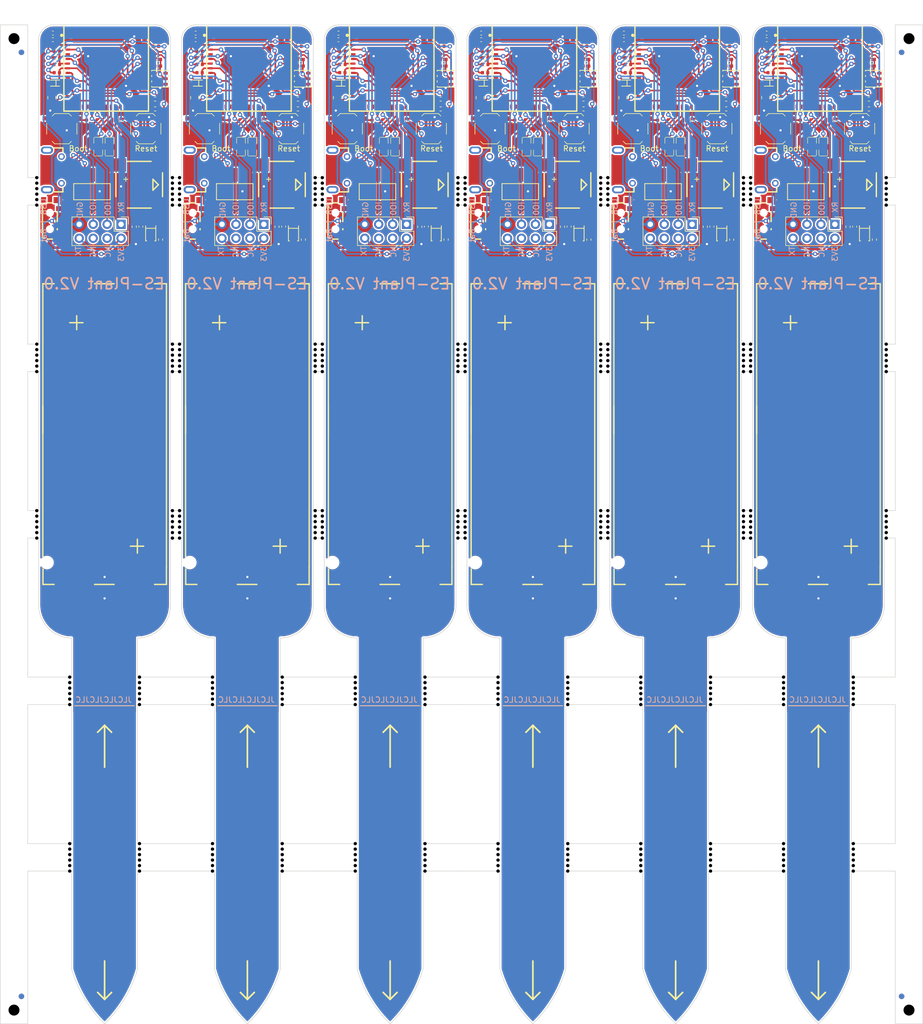
<source format=kicad_pcb>
(kicad_pcb (version 20221018) (generator pcbnew)
  (layers (0 "F.Cu" signal) (31 "B.Cu" signal) (34 "B.Paste" user) (35 "F.Paste" user) (36 "B.SilkS" user "B.Silkscreen") (37 "F.SilkS" user "F.Silkscreen") (38 "B.Mask" user) (39 "F.Mask" user) (44 "Edge.Cuts" user))
  (net 0 "")
  (net 1 "Board_0-+3V3")
  (net 2 "Board_0-/AD_Capacitance")
  (net 3 "Board_0-/Buzzer")
  (net 4 "Board_0-/D+")
  (net 5 "Board_0-/D-")
  (net 6 "Board_0-/EN")
  (net 7 "Board_0-/IO0")
  (net 8 "Board_0-/IO2")
  (net 9 "Board_0-/LED_GREEN")
  (net 10 "Board_0-/LED_RED")
  (net 11 "Board_0-/Light_Sensor_Analog")
  (net 12 "Board_0-/Light_Sensor_In")
  (net 13 "Board_0-/Light_Sensor_Select_1")
  (net 14 "Board_0-/Light_Sensor_Select_2")
  (net 15 "Board_0-/RX")
  (net 16 "Board_0-/SensorCapV")
  (net 17 "Board_0-/Square_Wave_Signal")
  (net 18 "Board_0-/TH_SCL")
  (net 19 "Board_0-/TH_SDA")
  (net 20 "Board_0-/TX")
  (net 21 "Board_0-/Voltage_Measurement_Analog")
  (net 22 "Board_0-/Voltage_Measurement_Select_1")
  (net 23 "Board_0-/Voltage_Measurement_Select_2")
  (net 24 "Board_0-GND")
  (net 25 "Board_0-Net-(U2-+-Pad1)")
  (net 26 "Board_0-Net-(U2-+-Pad3)")
  (net 27 "Board_0-Net-(U7-VIN)")
  (net 28 "Board_0-Net-(U7-VOUT-Pad2)")
  (net 29 "Board_0-unconnected-(J1-Pin_4-Pad4)")
  (net 30 "Board_0-unconnected-(J1-Pin_6-Pad6)")
  (net 31 "Board_0-unconnected-(U1-IO1-Pad5)")
  (net 32 "Board_0-unconnected-(U1-IO10-Pad14)")
  (net 33 "Board_0-unconnected-(U1-IO11-Pad15)")
  (net 34 "Board_0-unconnected-(U1-IO12-Pad16)")
  (net 35 "Board_0-unconnected-(U1-IO13-Pad17)")
  (net 36 "Board_0-unconnected-(U1-IO14-Pad18)")
  (net 37 "Board_0-unconnected-(U1-IO15-Pad19)")
  (net 38 "Board_0-unconnected-(U1-IO18-Pad22)")
  (net 39 "Board_0-unconnected-(U1-IO26-Pad26)")
  (net 40 "Board_0-unconnected-(U1-IO33-Pad28)")
  (net 41 "Board_0-unconnected-(U1-IO40-Pad36)")
  (net 42 "Board_0-unconnected-(U1-IO45-Pad41)")
  (net 43 "Board_0-unconnected-(U1-IO46-Pad44)")
  (net 44 "Board_0-unconnected-(U1-IO6-Pad10)")
  (net 45 "Board_0-unconnected-(U1-IO7-Pad11)")
  (net 46 "Board_0-unconnected-(U1-IO8-Pad12)")
  (net 47 "Board_0-unconnected-(U1-IO9-Pad13)")
  (net 48 "Board_0-unconnected-(U1-NC-Pad27)")
  (net 49 "Board_0-unconnected-(U5-NC-Pad1)")
  (net 50 "Board_0-unconnected-(U5-NC-Pad6)")
  (net 51 "Board_0-unconnected-(U8-Pad4)")
  (net 52 "Board_0-unconnected-(U8-Pad5)")
  (net 53 "Board_0-unconnected-(U8-Pad6)")
  (net 54 "Board_0-unconnected-(U8-Pad7)")
  (net 55 "Board_0-unconnected-(USB1-ID-Pad4)")
  (net 56 "Board_1-+3V3")
  (net 57 "Board_1-/AD_Capacitance")
  (net 58 "Board_1-/Buzzer")
  (net 59 "Board_1-/D+")
  (net 60 "Board_1-/D-")
  (net 61 "Board_1-/EN")
  (net 62 "Board_1-/IO0")
  (net 63 "Board_1-/IO2")
  (net 64 "Board_1-/LED_GREEN")
  (net 65 "Board_1-/LED_RED")
  (net 66 "Board_1-/Light_Sensor_Analog")
  (net 67 "Board_1-/Light_Sensor_In")
  (net 68 "Board_1-/Light_Sensor_Select_1")
  (net 69 "Board_1-/Light_Sensor_Select_2")
  (net 70 "Board_1-/RX")
  (net 71 "Board_1-/SensorCapV")
  (net 72 "Board_1-/Square_Wave_Signal")
  (net 73 "Board_1-/TH_SCL")
  (net 74 "Board_1-/TH_SDA")
  (net 75 "Board_1-/TX")
  (net 76 "Board_1-/Voltage_Measurement_Analog")
  (net 77 "Board_1-/Voltage_Measurement_Select_1")
  (net 78 "Board_1-/Voltage_Measurement_Select_2")
  (net 79 "Board_1-GND")
  (net 80 "Board_1-Net-(U2-+-Pad1)")
  (net 81 "Board_1-Net-(U2-+-Pad3)")
  (net 82 "Board_1-Net-(U7-VIN)")
  (net 83 "Board_1-Net-(U7-VOUT-Pad2)")
  (net 84 "Board_1-unconnected-(J1-Pin_4-Pad4)")
  (net 85 "Board_1-unconnected-(J1-Pin_6-Pad6)")
  (net 86 "Board_1-unconnected-(U1-IO1-Pad5)")
  (net 87 "Board_1-unconnected-(U1-IO10-Pad14)")
  (net 88 "Board_1-unconnected-(U1-IO11-Pad15)")
  (net 89 "Board_1-unconnected-(U1-IO12-Pad16)")
  (net 90 "Board_1-unconnected-(U1-IO13-Pad17)")
  (net 91 "Board_1-unconnected-(U1-IO14-Pad18)")
  (net 92 "Board_1-unconnected-(U1-IO15-Pad19)")
  (net 93 "Board_1-unconnected-(U1-IO18-Pad22)")
  (net 94 "Board_1-unconnected-(U1-IO26-Pad26)")
  (net 95 "Board_1-unconnected-(U1-IO33-Pad28)")
  (net 96 "Board_1-unconnected-(U1-IO40-Pad36)")
  (net 97 "Board_1-unconnected-(U1-IO45-Pad41)")
  (net 98 "Board_1-unconnected-(U1-IO46-Pad44)")
  (net 99 "Board_1-unconnected-(U1-IO6-Pad10)")
  (net 100 "Board_1-unconnected-(U1-IO7-Pad11)")
  (net 101 "Board_1-unconnected-(U1-IO8-Pad12)")
  (net 102 "Board_1-unconnected-(U1-IO9-Pad13)")
  (net 103 "Board_1-unconnected-(U1-NC-Pad27)")
  (net 104 "Board_1-unconnected-(U5-NC-Pad1)")
  (net 105 "Board_1-unconnected-(U5-NC-Pad6)")
  (net 106 "Board_1-unconnected-(U8-Pad4)")
  (net 107 "Board_1-unconnected-(U8-Pad5)")
  (net 108 "Board_1-unconnected-(U8-Pad6)")
  (net 109 "Board_1-unconnected-(U8-Pad7)")
  (net 110 "Board_1-unconnected-(USB1-ID-Pad4)")
  (net 111 "Board_2-+3V3")
  (net 112 "Board_2-/AD_Capacitance")
  (net 113 "Board_2-/Buzzer")
  (net 114 "Board_2-/D+")
  (net 115 "Board_2-/D-")
  (net 116 "Board_2-/EN")
  (net 117 "Board_2-/IO0")
  (net 118 "Board_2-/IO2")
  (net 119 "Board_2-/LED_GREEN")
  (net 120 "Board_2-/LED_RED")
  (net 121 "Board_2-/Light_Sensor_Analog")
  (net 122 "Board_2-/Light_Sensor_In")
  (net 123 "Board_2-/Light_Sensor_Select_1")
  (net 124 "Board_2-/Light_Sensor_Select_2")
  (net 125 "Board_2-/RX")
  (net 126 "Board_2-/SensorCapV")
  (net 127 "Board_2-/Square_Wave_Signal")
  (net 128 "Board_2-/TH_SCL")
  (net 129 "Board_2-/TH_SDA")
  (net 130 "Board_2-/TX")
  (net 131 "Board_2-/Voltage_Measurement_Analog")
  (net 132 "Board_2-/Voltage_Measurement_Select_1")
  (net 133 "Board_2-/Voltage_Measurement_Select_2")
  (net 134 "Board_2-GND")
  (net 135 "Board_2-Net-(U2-+-Pad1)")
  (net 136 "Board_2-Net-(U2-+-Pad3)")
  (net 137 "Board_2-Net-(U7-VIN)")
  (net 138 "Board_2-Net-(U7-VOUT-Pad2)")
  (net 139 "Board_2-unconnected-(J1-Pin_4-Pad4)")
  (net 140 "Board_2-unconnected-(J1-Pin_6-Pad6)")
  (net 141 "Board_2-unconnected-(U1-IO1-Pad5)")
  (net 142 "Board_2-unconnected-(U1-IO10-Pad14)")
  (net 143 "Board_2-unconnected-(U1-IO11-Pad15)")
  (net 144 "Board_2-unconnected-(U1-IO12-Pad16)")
  (net 145 "Board_2-unconnected-(U1-IO13-Pad17)")
  (net 146 "Board_2-unconnected-(U1-IO14-Pad18)")
  (net 147 "Board_2-unconnected-(U1-IO15-Pad19)")
  (net 148 "Board_2-unconnected-(U1-IO18-Pad22)")
  (net 149 "Board_2-unconnected-(U1-IO26-Pad26)")
  (net 150 "Board_2-unconnected-(U1-IO33-Pad28)")
  (net 151 "Board_2-unconnected-(U1-IO40-Pad36)")
  (net 152 "Board_2-unconnected-(U1-IO45-Pad41)")
  (net 153 "Board_2-unconnected-(U1-IO46-Pad44)")
  (net 154 "Board_2-unconnected-(U1-IO6-Pad10)")
  (net 155 "Board_2-unconnected-(U1-IO7-Pad11)")
  (net 156 "Board_2-unconnected-(U1-IO8-Pad12)")
  (net 157 "Board_2-unconnected-(U1-IO9-Pad13)")
  (net 158 "Board_2-unconnected-(U1-NC-Pad27)")
  (net 159 "Board_2-unconnected-(U5-NC-Pad1)")
  (net 160 "Board_2-unconnected-(U5-NC-Pad6)")
  (net 161 "Board_2-unconnected-(U8-Pad4)")
  (net 162 "Board_2-unconnected-(U8-Pad5)")
  (net 163 "Board_2-unconnected-(U8-Pad6)")
  (net 164 "Board_2-unconnected-(U8-Pad7)")
  (net 165 "Board_2-unconnected-(USB1-ID-Pad4)")
  (net 166 "Board_3-+3V3")
  (net 167 "Board_3-/AD_Capacitance")
  (net 168 "Board_3-/Buzzer")
  (net 169 "Board_3-/D+")
  (net 170 "Board_3-/D-")
  (net 171 "Board_3-/EN")
  (net 172 "Board_3-/IO0")
  (net 173 "Board_3-/IO2")
  (net 174 "Board_3-/LED_GREEN")
  (net 175 "Board_3-/LED_RED")
  (net 176 "Board_3-/Light_Sensor_Analog")
  (net 177 "Board_3-/Light_Sensor_In")
  (net 178 "Board_3-/Light_Sensor_Select_1")
  (net 179 "Board_3-/Light_Sensor_Select_2")
  (net 180 "Board_3-/RX")
  (net 181 "Board_3-/SensorCapV")
  (net 182 "Board_3-/Square_Wave_Signal")
  (net 183 "Board_3-/TH_SCL")
  (net 184 "Board_3-/TH_SDA")
  (net 185 "Board_3-/TX")
  (net 186 "Board_3-/Voltage_Measurement_Analog")
  (net 187 "Board_3-/Voltage_Measurement_Select_1")
  (net 188 "Board_3-/Voltage_Measurement_Select_2")
  (net 189 "Board_3-GND")
  (net 190 "Board_3-Net-(U2-+-Pad1)")
  (net 191 "Board_3-Net-(U2-+-Pad3)")
  (net 192 "Board_3-Net-(U7-VIN)")
  (net 193 "Board_3-Net-(U7-VOUT-Pad2)")
  (net 194 "Board_3-unconnected-(J1-Pin_4-Pad4)")
  (net 195 "Board_3-unconnected-(J1-Pin_6-Pad6)")
  (net 196 "Board_3-unconnected-(U1-IO1-Pad5)")
  (net 197 "Board_3-unconnected-(U1-IO10-Pad14)")
  (net 198 "Board_3-unconnected-(U1-IO11-Pad15)")
  (net 199 "Board_3-unconnected-(U1-IO12-Pad16)")
  (net 200 "Board_3-unconnected-(U1-IO13-Pad17)")
  (net 201 "Board_3-unconnected-(U1-IO14-Pad18)")
  (net 202 "Board_3-unconnected-(U1-IO15-Pad19)")
  (net 203 "Board_3-unconnected-(U1-IO18-Pad22)")
  (net 204 "Board_3-unconnected-(U1-IO26-Pad26)")
  (net 205 "Board_3-unconnected-(U1-IO33-Pad28)")
  (net 206 "Board_3-unconnected-(U1-IO40-Pad36)")
  (net 207 "Board_3-unconnected-(U1-IO45-Pad41)")
  (net 208 "Board_3-unconnected-(U1-IO46-Pad44)")
  (net 209 "Board_3-unconnected-(U1-IO6-Pad10)")
  (net 210 "Board_3-unconnected-(U1-IO7-Pad11)")
  (net 211 "Board_3-unconnected-(U1-IO8-Pad12)")
  (net 212 "Board_3-unconnected-(U1-IO9-Pad13)")
  (net 213 "Board_3-unconnected-(U1-NC-Pad27)")
  (net 214 "Board_3-unconnected-(U5-NC-Pad1)")
  (net 215 "Board_3-unconnected-(U5-NC-Pad6)")
  (net 216 "Board_3-unconnected-(U8-Pad4)")
  (net 217 "Board_3-unconnected-(U8-Pad5)")
  (net 218 "Board_3-unconnected-(U8-Pad6)")
  (net 219 "Board_3-unconnected-(U8-Pad7)")
  (net 220 "Board_3-unconnected-(USB1-ID-Pad4)")
  (net 221 "Board_4-+3V3")
  (net 222 "Board_4-/AD_Capacitance")
  (net 223 "Board_4-/Buzzer")
  (net 224 "Board_4-/D+")
  (net 225 "Board_4-/D-")
  (net 226 "Board_4-/EN")
  (net 227 "Board_4-/IO0")
  (net 228 "Board_4-/IO2")
  (net 229 "Board_4-/LED_GREEN")
  (net 230 "Board_4-/LED_RED")
  (net 231 "Board_4-/Light_Sensor_Analog")
  (net 232 "Board_4-/Light_Sensor_In")
  (net 233 "Board_4-/Light_Sensor_Select_1")
  (net 234 "Board_4-/Light_Sensor_Select_2")
  (net 235 "Board_4-/RX")
  (net 236 "Board_4-/SensorCapV")
  (net 237 "Board_4-/Square_Wave_Signal")
  (net 238 "Board_4-/TH_SCL")
  (net 239 "Board_4-/TH_SDA")
  (net 240 "Board_4-/TX")
  (net 241 "Board_4-/Voltage_Measurement_Analog")
  (net 242 "Board_4-/Voltage_Measurement_Select_1")
  (net 243 "Board_4-/Voltage_Measurement_Select_2")
  (net 244 "Board_4-GND")
  (net 245 "Board_4-Net-(U2-+-Pad1)")
  (net 246 "Board_4-Net-(U2-+-Pad3)")
  (net 247 "Board_4-Net-(U7-VIN)")
  (net 248 "Board_4-Net-(U7-VOUT-Pad2)")
  (net 249 "Board_4-unconnected-(J1-Pin_4-Pad4)")
  (net 250 "Board_4-unconnected-(J1-Pin_6-Pad6)")
  (net 251 "Board_4-unconnected-(U1-IO1-Pad5)")
  (net 252 "Board_4-unconnected-(U1-IO10-Pad14)")
  (net 253 "Board_4-unconnected-(U1-IO11-Pad15)")
  (net 254 "Board_4-unconnected-(U1-IO12-Pad16)")
  (net 255 "Board_4-unconnected-(U1-IO13-Pad17)")
  (net 256 "Board_4-unconnected-(U1-IO14-Pad18)")
  (net 257 "Board_4-unconnected-(U1-IO15-Pad19)")
  (net 258 "Board_4-unconnected-(U1-IO18-Pad22)")
  (net 259 "Board_4-unconnected-(U1-IO26-Pad26)")
  (net 260 "Board_4-unconnected-(U1-IO33-Pad28)")
  (net 261 "Board_4-unconnected-(U1-IO40-Pad36)")
  (net 262 "Board_4-unconnected-(U1-IO45-Pad41)")
  (net 263 "Board_4-unconnected-(U1-IO46-Pad44)")
  (net 264 "Board_4-unconnected-(U1-IO6-Pad10)")
  (net 265 "Board_4-unconnected-(U1-IO7-Pad11)")
  (net 266 "Board_4-unconnected-(U1-IO8-Pad12)")
  (net 267 "Board_4-unconnected-(U1-IO9-Pad13)")
  (net 268 "Board_4-unconnected-(U1-NC-Pad27)")
  (net 269 "Board_4-unconnected-(U5-NC-Pad1)")
  (net 270 "Board_4-unconnected-(U5-NC-Pad6)")
  (net 271 "Board_4-unconnected-(U8-Pad4)")
  (net 272 "Board_4-unconnected-(U8-Pad5)")
  (net 273 "Board_4-unconnected-(U8-Pad6)")
  (net 274 "Board_4-unconnected-(U8-Pad7)")
  (net 275 "Board_4-unconnected-(USB1-ID-Pad4)")
  (net 276 "Board_5-+3V3")
  (net 277 "Board_5-/AD_Capacitance")
  (net 278 "Board_5-/Buzzer")
  (net 279 "Board_5-/D+")
  (net 280 "Board_5-/D-")
  (net 281 "Board_5-/EN")
  (net 282 "Board_5-/IO0")
  (net 283 "Board_5-/IO2")
  (net 284 "Board_5-/LED_GREEN")
  (net 285 "Board_5-/LED_RED")
  (net 286 "Board_5-/Light_Sensor_Analog")
  (net 287 "Board_5-/Light_Sensor_In")
  (net 288 "Board_5-/Light_Sensor_Select_1")
  (net 289 "Board_5-/Light_Sensor_Select_2")
  (net 290 "Board_5-/RX")
  (net 291 "Board_5-/SensorCapV")
  (net 292 "Board_5-/Square_Wave_Signal")
  (net 293 "Board_5-/TH_SCL")
  (net 294 "Board_5-/TH_SDA")
  (net 295 "Board_5-/TX")
  (net 296 "Board_5-/Voltage_Measurement_Analog")
  (net 297 "Board_5-/Voltage_Measurement_Select_1")
  (net 298 "Board_5-/Voltage_Measurement_Select_2")
  (net 299 "Board_5-GND")
  (net 300 "Board_5-Net-(U2-+-Pad1)")
  (net 301 "Board_5-Net-(U2-+-Pad3)")
  (net 302 "Board_5-Net-(U7-VIN)")
  (net 303 "Board_5-Net-(U7-VOUT-Pad2)")
  (net 304 "Board_5-unconnected-(J1-Pin_4-Pad4)")
  (net 305 "Board_5-unconnected-(J1-Pin_6-Pad6)")
  (net 306 "Board_5-unconnected-(U1-IO1-Pad5)")
  (net 307 "Board_5-unconnected-(U1-IO10-Pad14)")
  (net 308 "Board_5-unconnected-(U1-IO11-Pad15)")
  (net 309 "Board_5-unconnected-(U1-IO12-Pad16)")
  (net 310 "Board_5-unconnected-(U1-IO13-Pad17)")
  (net 311 "Board_5-unconnected-(U1-IO14-Pad18)")
  (net 312 "Board_5-unconnected-(U1-IO15-Pad19)")
  (net 313 "Board_5-unconnected-(U1-IO18-Pad22)")
  (net 314 "Board_5-unconnected-(U1-IO26-Pad26)")
  (net 315 "Board_5-unconnected-(U1-IO33-Pad28)")
  (net 316 "Board_5-unconnected-(U1-IO40-Pad36)")
  (net 317 "Board_5-unconnected-(U1-IO45-Pad41)")
  (net 318 "Board_5-unconnected-(U1-IO46-Pad44)")
  (net 319 "Board_5-unconnected-(U1-IO6-Pad10)")
  (net 320 "Board_5-unconnected-(U1-IO7-Pad11)")
  (net 321 "Board_5-unconnected-(U1-IO8-Pad12)")
  (net 322 "Board_5-unconnected-(U1-IO9-Pad13)")
  (net 323 "Board_5-unconnected-(U1-NC-Pad27)")
  (net 324 "Board_5-unconnected-(U5-NC-Pad1)")
  (net 325 "Board_5-unconnected-(U5-NC-Pad6)")
  (net 326 "Board_5-unconnected-(U8-Pad4)")
  (net 327 "Board_5-unconnected-(U8-Pad5)")
  (net 328 "Board_5-unconnected-(U8-Pad6)")
  (net 329 "Board_5-unconnected-(U8-Pad7)")
  (net 330 "Board_5-unconnected-(USB1-ID-Pad4)")
  (footprint "NPTH" (layer "F.Cu") (at 163.25 108.4215)
    (fp_text reference "REF**" hide)
    (fp_text value "NPTH" hide)
  )
  (footprint "NPTH" (layer "F.Cu") (at 164.55 49.807167)
    (fp_text reference "REF**" hide)
    (fp_text value "NPTH" hide)
  )
  (footprint "NPTH" (layer "F.Cu") (at 267.25 80.114334)
    (fp_text reference "REF**" hide)
    (fp_text value "NPTH" hide)
  )
  (footprint "NPTH" (layer "F.Cu") (at 267.25 50.807167)
    (fp_text reference "REF**" hide)
    (fp_text value "NPTH" hide)
  )
  (footprint "NPTH" (layer "F.Cu") (at 144.549998 138.728666)
    (fp_text reference "REF**" hide)
    (fp_text value "NPTH" hide)
  )
  (footprint "NPTH" (layer "F.Cu") (at 216.55 80.114334)
    (fp_text reference "REF**" hide)
    (fp_text value "NPTH" hide)
  )
  (footprint "NPTH" (layer "F.Cu") (at 287.249999 140.728666)
    (fp_text reference "REF**" hide)
    (fp_text value "NPTH" hide)
  )
  (footprint "NPTH" (layer "F.Cu") (at 157.249999 172.035833)
    (fp_text reference "REF**" hide)
    (fp_text value "NPTH" hide)
  )
  (footprint "Capacitor_SMD:C_0402_1005Metric" (layer "F.Cu") (at 167.48 21.5)
    (fp_text reference "C8" hide)
    (fp_text value "10nF")
  )
  (footprint "NPTH" (layer "F.Cu") (at 190.55 113.421499)
    (fp_text reference "REF**" hide)
    (fp_text value "NPTH" hide)
  )
  (footprint "NPTH" (layer "F.Cu") (at 215.25 52.807167)
    (fp_text reference "REF**" hide)
    (fp_text value "NPTH" hide)
  )
  (footprint "CustomFootprints:BUZ-SMD_4P-L8.5-W8.5-P8.50-BR" (layer "F.Cu") (at 235.2 49.1 -90)
    (fp_text reference "BZ1" hide)
    (fp_text value "Buzzer")
  )
  (footprint "Capacitor_SMD:C_0402_1005Metric" (layer "F.Cu") (at 251.6 37.82 90)
    (fp_text reference "C2" hide)
    (fp_text value "100nF")
  )
  (footprint "NPTH" (layer "F.Cu") (at 157.249999 170.035833)
    (fp_text reference "REF**" hide)
    (fp_text value "NPTH" hide)
  )
  (footprint "NPTH" (layer "F.Cu") (at 216.55 78.114334)
    (fp_text reference "REF**" hide)
    (fp_text value "NPTH" hide)
  )
  (footprint "CustomFootprints:SOT-223-3_L6.5-W3.4-P2.30-LS7.0-BR" (layer "F.Cu") (at 278.600025 50.269952 90)
    (fp_text reference "U7" hide)
    (fp_text value "AMS1117-3_3")
  )
  (footprint "CustomFootprints:BAT-SMD_BH-AAA-B5AA001" (layer "F.Cu") (at 280.85 94.4249 90)
    (fp_text reference "U2" hide)
    (fp_text value "BH-AAA-B5AK001")
  )
  (footprint "CustomFootprints:SW-SMD_MK-12C02-G025" (layer "F.Cu") (at 271.383439 55.7 -90)
    (fp_text reference "U8" hide)
    (fp_text value "MK-12C02-G025")
  )
  (footprint "NPTH" (layer "F.Cu") (at 267.25 51.807167)
    (fp_text reference "REF**" hide)
    (fp_text value "NPTH" hide)
  )
  (footprint "NPTH" (layer "F.Cu") (at 222.549997 140.728666)
    (fp_text reference "REF**" hide)
    (fp_text value "NPTH" hide)
  )
  (footprint "NPTH" (layer "F.Cu") (at 196.549997 139.728666)
    (fp_text reference "REF**" hide)
    (fp_text value "NPTH" hide)
  )
  (footprint "CustomFootprints:SW_Push_1P1T_XKB_TS-1187A" (layer "F.Cu") (at 210.4 38.9 180)
    (fp_text reference "U3" hide)
    (fp_text value "Reset")
  )
  (footprint "CustomFootprints:LED0805-RD_RED" (layer "F.Cu") (at 255.8 42.1625 90)
    (fp_text reference "D3" hide)
    (fp_text value "RED")
  )
  (footprint "NPTH" (layer "F.Cu") (at 189.25 78.114334)
    (fp_text reference "REF**" hide)
    (fp_text value "NPTH" hide)
  )
  (footprint "NPTH" (layer "F.Cu") (at 241.25 83.114334)
    (fp_text reference "REF**" hide)
    (fp_text value "NPTH" hide)
  )
  (footprint "CustomFootprints:LED0805-RD_RED" (layer "F.Cu") (at 229.8 42.1625 90)
    (fp_text reference "D3" hide)
    (fp_text value "RED")
  )
  (footprint "NPTH" (layer "F.Cu") (at 138.550001 48.807167)
    (fp_text reference "REF**" hide)
    (fp_text value "NPTH" hide)
  )
  (footprint "CustomFootprints:SENSOR-SMD_L3.0-W3.0-P1.00-BR" (layer "F.Cu") (at 239.000025 29.800025)
    (fp_text reference "U5" hide)
    (fp_text value "Temp/Humid-Sensor")
  )
  (footprint "NPTH" (layer "F.Cu") (at 268.55 108.4215)
    (fp_text reference "REF**" hide)
    (fp_text value "NPTH" hide)
  )
  (footprint "Capacitor_SMD:C_0402_1005Metric" (layer "F.Cu") (at 179.9 37.58 90)
    (fp_text reference "C1" hide)
    (fp_text value "100nF")
  )
  (footprint "NPTH" (layer "F.Cu") (at 190.55 47.807167)
    (fp_text reference "REF**" hide)
    (fp_text value "NPTH" hide)
  )
  (footprint "NPTH" (layer "F.Cu") (at 209.249999 174.035833)
    (fp_text reference "REF**" hide)
    (fp_text value "NPTH" hide)
  )
  (footprint "Resistor_SMD:R_0402_1005Metric" (layer "F.Cu") (at 238.59 27.5)
    (fp_text reference "R10" hide)
    (fp_text value "5k1")
  )
  (footprint "NPTH" (layer "F.Cu") (at 235.249999 141.728666)
    (fp_text reference "REF**" hide)
    (fp_text value "NPTH" hide)
  )
  (footprint "NPTH" (layer "F.Cu") (at 261.249999 139.728666)
    (fp_text reference "REF**" hide)
    (fp_text value "NPTH" hide)
  )
  (footprint "Capacitor_SMD:C_0402_1005Metric" (layer "F.Cu") (at 219.48 21.5)
    (fp_text reference "C8" hide)
    (fp_text value "10nF")
  )
  (footprint "Resistor_SMD:R_0402_1005Metric" (layer "F.Cu") (at 290.59 27.5)
    (fp_text reference "R10" hide)
    (fp_text value "5k1")
  )
  (footprint "Capacitor_SMD:C_0402_1005Metric" (layer "F.Cu") (at 235.5 56.72 90)
    (fp_text reference "C3" hide)
    (fp_text value "1uF")
  )
  (footprint "Capacitor_SMD:C_0402_1005Metric" (layer "F.Cu") (at 257.9 37.58 90)
    (fp_text reference "C1" hide)
    (fp_text value "100nF")
  )
  (footprint "NPTH" (layer "F.Cu") (at 164.55 80.114334)
    (fp_text reference "REF**" hide)
    (fp_text value "NPTH" hide)
  )
  (footprint "NPTH" (layer "F.Cu") (at 241.25 79.114334)
    (fp_text reference "REF**" hide)
    (fp_text value "NPTH" hide)
  )
  (footprint "NPTH" (layer "F.Cu") (at 144.549989 173.035833)
    (fp_text reference "REF**" hide)
    (fp_text value "NPTH" hide)
  )
  (footprint "NPTH" (layer "F.Cu") (at 248.549989 169.035833)
    (fp_text reference "REF**" hide)
    (fp_text value "NPTH" hide)
  )
  (footprint "Capacitor_SMD:C_0402_1005Metric" (layer "F.Cu") (at 220.2 28.7 180)
    (fp_text reference "C5" hide)
    (fp_text value "100nF")
  )
  (footprint "Capacitor_SMD:C_0402_1005Metric" (layer "F.Cu") (at 205.9 37.58 90)
    (fp_text reference "C1" hide)
    (fp_text value "100nF")
  )
  (footprint "NPTH" (layer "F.Cu") (at 216.55 50.807167)
    (fp_text reference "REF**" hide)
    (fp_text value "NPTH" hide)
  )
  (footprint "CustomFootprints:MICRO-USB-SMD_5P-P0.65-H-F_C10418" (layer "F.Cu") (at 193.724968 46.4 -90)
    (fp_text reference "USB1" hide)
    (fp_text value "micro_USBFemale")
  )
  (footprint "NPTH" (layer "F.Cu") (at 248.549997 138.728666)
    (fp_text reference "REF**" hide)
    (fp_text value "NPTH" hide)
  )
  (footprint "NPTH" (layer "F.Cu") (at 209.249999 171.035833)
    (fp_text reference "REF**" hide)
    (fp_text value "NPTH" hide)
  )
  (footprint "Resistor_SMD:R_0402_1005Metric" (layer "F.Cu") (at 264.21 23.89)
    (fp_text reference "R9" hide)
    (fp_text value "10k")
  )
  (footprint "NPTH" (layer "F.Cu") (at 248.549996 143.728666)
    (fp_text reference "REF**" hide)
    (fp_text value "NPTH" hide)
  )
  (footprint "NPTH" (layer "F.Cu") (at 164.55 110.4215)
    (fp_text reference "REF**" hide)
    (fp_text value "NPTH" hide)
  )
  (footprint "NPTH" (layer "F.Cu") (at 209.249999 172.035833)
    (fp_text reference "REF**" hide)
    (fp_text value "NPTH" hide)
  )
  (footprint "NPTH" (layer "F.Cu") (at 293.25 79.114334)
    (fp_text reference "REF**" hide)
    (fp_text value "NPTH" hide)
  )
  (footprint "Capacitor_SMD:C_0805_2012Metric" (layer "F.Cu") (at 245.3 33.25 -90)
    (fp_text reference "C7" hide)
    (fp_text value "47uF")
  )
  (footprint "NPTH" (layer "F.Cu") (at 235.249999 138.728666)
    (fp_text reference "REF**" hide)
    (fp_text value "NPTH" hide)
  )
  (footprint "NPTH" (layer "F.Cu") (at 215.25 109.4215)
    (fp_text reference "REF**" hide)
    (fp_text value "NPTH" hide)
  )
  (footprint "Resistor_SMD:R_0402_1005Metric" (layer "F.Cu") (at 291.1 59.09 90)
    (fp_text reference "R8" hide)
    (fp_text value "10k")
  )
  (footprint "NPTH" (layer "F.Cu") (at 163.25 78.114334)
    (fp_text reference "REF**" hide)
    (fp_text value "NPTH" hide)
  )
  (footprint "NPTH" (layer "F.Cu") (at 138.550001 79.114334)
    (fp_text reference "REF**" hide)
    (fp_text value "NPTH" hide)
  )
  (footprint "Resistor_SMD:R_0402_1005Metric" (layer "F.Cu") (at 160.59 26.3)
    (fp_text reference "R2" hide)
    (fp_text value "5k1")
  )
  (footprint "NPTH" (layer "F.Cu") (at 241.25 48.807167)
    (fp_text reference "REF**" hide)
    (fp_text value "NPTH" hide)
  )
  (footprint "NPTH" (layer "F.Cu") (at 144.54999 169.035833)
    (fp_text reference "REF**" hide)
    (fp_text value "NPTH" hide)
  )
  (footprint "Resistor_SMD:R_0402_1005Metric" (layer "F.Cu") (at 142.2 27.2 180)
    (fp_text reference "R6" hide)
    (fp_text value "2k")
  )
  (footprint "CustomFootprints:SOD-123F_L2.7-W1.6-LS3.8-RD" (layer "F.Cu") (at 185.3 57.95 -90)
    (fp_text reference "D2" hide)
    (fp_text value "SOD-123-Switching-Diode")
  )
  (footprint "NPTH" (layer "F.Cu") (at 183.249999 171.035833)
    (fp_text reference "REF**" hide)
    (fp_text value "NPTH" hide)
  )
  (footprint "CustomFootprints:SW-SMD_MK-12C02-G025" (layer "F.Cu") (at 141.383439 55.7 -90)
    (fp_text reference "U8" hide)
    (fp_text value "MK-12C02-G025")
  )
  (footprint "Resistor_SMD:R_0402_1005Metric" (layer "F.Cu") (at 246.2 27.2 180)
    (fp_text reference "R6" hide)
    (fp_text value "2k")
  )
  (footprint "NPTH" (layer "F.Cu") (at 209.249999 173.035833)
    (fp_text reference "REF**" hide)
    (fp_text value "NPTH" hide)
  )
  (footprint "NPTH" (layer "F.Cu") (at 293.25 109.4215)
    (fp_text reference "REF**" hide)
    (fp_text value "NPTH" hide)
  )
  (footprint "NPTH" (layer "F.Cu") (at 222.549988 171.035833)
    (fp_text reference "REF**" hide)
    (fp_text value "NPTH" hide)
  )
  (footprint "NPTH" (layer "F.Cu") (at 222.549997 139.728666)
    (fp_text reference "REF**" hide)
    (fp_text value "NPTH" hide)
  )
  (footprint "NPTH" (layer "F.Cu") (at 268.55 113.421499)
    (fp_text reference "REF**" hide)
    (fp_text value "NPTH" hide)
  )
  (footprint "NPTH" (layer "F.Cu") (at 248.549989 170.035833)
    (fp_text reference "REF**" hide)
    (fp_text value "NPTH" hide)
  )
  (footprint "NPTH" (layer "F.Cu") (at 164.55 108.4215)
    (fp_text reference "REF**" hide)
    (fp_text value "NPTH" hide)
  )
  (footprint "NPTH" (layer "F.Cu") (at 242.55 113.421499)
    (fp_text reference "REF**" hide)
    (fp_text value "NPTH" hide)
  )
  (footprint "NPTH" (layer "F.Cu") (at 216.55 81.114334)
    (fp_text reference "REF**" hide)
    (fp_text value "NPTH" hide)
  )
  (footprint "CustomFootprints:LED0805-GREEN-RD" (layer "F.Cu") (at 279.74 42.1625 90)
    (fp_text reference "D1" hide)
    (fp_text value "GREEN")
  )
  (footprint "NPTH" (layer "F.Cu") (at 287.249999 138.728666)
    (fp_text reference "REF**" hide)
    (fp_text value "NPTH" hide)
  )
  (footprint "CustomFootprints:WIFI-SMD_ESP32-MINI-1-N4" (layer "F.Cu") (at 255.1866 27.9)
    (fp_text reference "U1" hide)
    (fp_text value "ESP32-S2-MINI-1-N4")
  )
  (footprint "NPTH" (layer "F.Cu") (at 215.25 47.807167)
    (fp_text reference "REF**" hide)
    (fp_text value "NPTH" hide)
  )
  (footprint "NPTH" (layer "F.Cu") (at 287.249999 173.035833)
    (fp_text reference "REF**" hide)
    (fp_text value "NPTH" hide)
  )
  (footprint "NPTH" (layer "F.Cu") (at 293.25 47.807167)
    (fp_text reference "REF**" hide)
    (fp_text value "NPTH" hide)
  )
  (footprint "NPTH" (layer "F.Cu") (at 196.549989 169.035833)
    (fp_text reference "REF**" hide)
    (fp_text value "NPTH" hide)
  )
  (footprint "Resistor_SMD:R_0402_1005Metric" (layer "F.Cu") (at 260.3 56.75 90)
    (fp_text reference "R7" hide)
    (fp_text value "1M")
  )
  (footprint "NPTH" (layer "F.Cu") (at 170.549988 174.035833)
    (fp_text reference "REF**" hide)
    (fp_text value "NPTH" hide)
  )
  (footprint "Connector_PinHeader_2.54mm:PinHeader_2x04_P2.54mm_Vertical" (layer "F.Cu") (at 283.9 56.3 -90)
    (fp_text reference "J1" hide)
    (fp_text value "Conn_02x04_Counter_Clockwise")
  )
  (footprint "NPTH" (layer "F.Cu") (at 242.55 80.114334)
    (fp_text reference "REF**" hide)
    (fp_text value "NPTH" hide)
  )
  (footprint "NPTH" (layer "F.Cu") (at 209.249999 138.728666)
    (fp_text reference "REF**" hide)
    (fp_text value "NPTH" hide)
  )
  (footprint "NPTH" (layer "F.Cu") (at 138.550001 108.4215)
    (fp_text reference "REF**" hide)
    (fp_text value "NPTH" hide)
  )
  (footprint "NPTH" (layer "F.Cu") (at 248.549997 141.728666)
    (fp_text reference "REF**" hide)
    (fp_text value "NPTH" hide)
  )
  (footprint "CustomFootprints:BAT-SMD_BH-AAA-B5AA001" (layer "F.Cu") (at 254.85 94.4249 90)
    (fp_text reference "U2" hide)
    (fp_text value "BH-AAA-B5AK001")
  )
  (footprint "Fiducial" (layer "F.Cu") (at 296.05 25)
    (fp_text reference "REF**" hide)
    (fp_text value "Fiducial" hide)
  )
  (footprint "CustomFootprints:SOD-123F_L2.7-W1.6-LS3.8-RD" (layer "F.Cu") (at 263.3 57.95 -90)
    (fp_text reference "D2" hide)
    (fp_text value "SOD-123-Switching-Diode")
  )
  (footprint "NPTH" (layer "F.Cu") (at 274.549997 139.728666)
    (fp_text reference "REF**" hide)
    (fp_text value "NPTH" hide)
  )
  (footprint "NPTH" (layer "F.Cu") (at 267.25 109.4215)
    (fp_text reference "REF**" hide)
    (fp_text value "NPTH" hide)
  )
  (footprint "NPTH" (layer "F.Cu") (at 216.55 79.114334)
    (fp_text reference "REF**" hide)
    (fp_text value "NPTH" hide)
  )
  (footprint "NPTH" (layer "F.Cu") (at 164.55 50.807167)
    (fp_text reference "REF**" hide)
    (fp_text value "NPTH" hide)
  )
  (footprint "Capacitor_SMD:C_0402_1005Metric" (layer "F.Cu") (at 231.9 37.58 90)
    (fp_text reference "C1" hide)
    (fp_text value "100nF")
  )
  (footprint "CustomFootprints:BAT-SMD_BH-AAA-B5AA001" (layer "F.Cu") (at 202.85 94.4249 90)
    (fp_text reference "U2" hide)
    (fp_text value "BH-AAA-B5AK001")
  )
  (footprint "NPTH" (layer "F.Cu") (at 209.249999 141.728666)
    (fp_text reference "REF**" hide)
    (fp_text value "NPTH" hide)
  )
  (footprint "NPTH" (layer "F.Cu") (at 248.549997 139.728666)
    (fp_text reference "REF**" hide)
    (fp_text value "NPTH" hide)
  )
  (footprint "NPTH" (layer "F.Cu") (at 138.550001 52.807167)
    (fp_text reference "REF**" hide)
    (fp_text value "NPTH" hide)
  )
  (footprint "Capacitor_SMD:C_0402_1005Metric" (layer "F.Cu") (at 193.48 22.7)
    (fp_text reference "C9" hide)
    (fp_text value "10uF")
  )
  (footprint "NPTH" (layer "F.Cu") (at 144.549998 140.728666)
    (fp_text reference "REF**" hide)
    (fp_text value "NPTH" hide)
  )
  (footprint "NPTH" (layer "F.Cu") (at 215.25 108.4215)
    (fp_text reference "REF**" hide)
    (fp_text value "NPTH" hide)
  )
  (footprint "NPTH" (layer "F.Cu") (at 216.55 48.807167)
    (fp_text reference "REF**" hide)
    (fp_text value "NPTH" hide)
  )
  (footprint "NPTH" (layer "F.Cu") (at 268.55 50.807167)
    (fp_text reference "REF**" hide)
    (fp_text value "NPTH" hide)
  )
  (footprint "NPTH" (layer "F.Cu") (at 144.549998 139.728666)
    (fp_text reference "REF**" hide)
    (fp_text value "NPTH" hide)
  )
  (footprint "CustomFootprints:WIFI-SMD_ESP32-MINI-1-N4" (layer "F.Cu") (at 151.1866 27.9)
    (fp_text reference "U1" hide)
    (fp_text value "ESP32-S2-MINI-1-N4")
  )
  (footprint "CustomFootprints:SOT-223-3_L6.5-W3.4-P2.30-LS7.0-BR" (layer "F.Cu") (at 252.600025 50.269952 90)
    (fp_text reference "U7" hide)
    (fp_text value "AMS1117-3_3")
  )
  (footprint "NPTH" (layer "F.Cu") (at 287.249999 171.035833)
    (fp_text reference "REF**" hide)
    (fp_text value "NPTH" hide)
  )
  (footprint "Connector_PinHeader_2.54mm:PinHeader_2x04_P2.54mm_Vertical" (layer "F.Cu") (at 257.9 56.3 -90)
    (fp_text reference "J1" hide)
    (fp_text value "Conn_02x04_Counter_Clockwise")
  )
  (footprint "NPTH" (layer "F.Cu") (at 157.249999 143.728666)
    (fp_text reference "REF**" hide)
    (fp_text value "NPTH" hide)
  )
  (footprint "NPTH" (layer "F.Cu") (at 138.550001 112.421499)
    (fp_text reference "REF**" hide)
    (fp_text value "NPTH" hide)
  )
  (footprint "NPTH" (layer "F.Cu") (at 274.549989 169.035833)
    (fp_text reference "REF**" hide)
    (fp_text value "NPTH" hide)
  )
  (footprint "Capacitor_SMD:C_0402_1005Metric" (layer "F.Cu") (at 173.6 37.82 90)
    (fp_text reference "C2" hide)
    (fp_text value "100nF")
  )
  (footprint "Resistor_SMD:R_0402_1005Metric" (layer "F.Cu") (at 160.59 27.5)
    (fp_text reference "R10" hide)
    (fp_text value "5k1")
  )
  (footprint "CustomFootprints:SENSORS-SMD_ALS-PT19" (layer "F.Cu") (at 141.9 30.6)
    (fp_text reference "U6" hide)
    (fp_text value "Light sensor")
  )
  (footprint "NPTH" (layer "F.Cu") (at 274.549988 173.035833)
    (fp_text reference "REF**" hide)
    (fp_text value "NPTH" hide)
  )
  (footprint "NPTH" (layer "F.Cu") (at 222.549997 138.728666)
    (fp_text reference "REF**" hide)
    (fp_text value "NPTH" hide)
  )
  (footprint "NPTH" (layer "F.Cu") (at 248.549988 172.035833)
    (fp_text reference "REF**" hide)
    (fp_text value "NPTH" hide)
  )
  (footprint "Capacitor_SMD:C_0402_1005Metric" (layer "F.Cu") (at 209.5 56.72 90)
    (fp_text reference "C3" hide)
    (fp_text value "1uF")
  )
  (footprint "NPTH" (layer "F.Cu") (at 267.25 108.4215)
    (fp_text reference "REF**" hide)
    (fp_text value "NPTH" hide)
  )
  (footprint "NPTH" (layer "F.Cu") (at 216.55 108.4215)
    (fp_text reference "REF**" hide)
    (fp_text value "NPTH" hide)
  )
  (footprint "CustomFootprints:SW_Push_1P1T_XKB_TS-1187A" (layer "F.Cu") (at 262.4 38.9 180)
    (fp_text reference "U3" hide)
    (fp_text value "Reset")
  )
  (footprint "NPTH" (layer "F.Cu") (at 268.55 47.807167)
    (fp_text reference "REF**" hide)
    (fp_text value "NPTH" hide)
  )
  (footprint "CustomFootprints:SW_Push_1P1T_XKB_TS-1187A" (layer "F.Cu") (at 169.1 38.9 180)
    (fp_text reference "U4" hide)
    (fp_text value "Boot")
  )
  (footprint "NPTH" (layer "F.Cu") (at 261.249999 172.035833)
    (fp_text reference "REF**" hide)
    (fp_text value "NPTH" hide)
  )
  (footprint "NPTH" (layer "F.Cu") (at 216.55 49.807167)
    (fp_text reference "REF**" hide)
    (fp_text value "NPTH" hide)
  )
  (footprint "NPTH" (layer "F.Cu") (at 216.55 109.4215)
    (fp_text reference "REF**" hide)
    (fp_text value "NPTH" hide)
  )
  (footprint "NPTH" (layer "F.Cu") (at 190.55 111.421499)
    (fp_text reference "REF**" hide)
    (fp_text value "NPTH" hide)
  )
  (footprint "NPTH" (layer "F.Cu") (at 267.25 81.114334)
    (fp_text reference "REF**" hide)
    (fp_text value "NPTH" hide)
  )
  (footprint "Capacitor_SMD:C_0402_1005Metric" (layer "F.Cu") (at 272.2 28.7 180)
    (fp_text reference "C5" hide)
    (fp_text value "100nF")
  )
  (footprint "NPTH" (layer "F.Cu") (at 190.55 78.114334)
    (fp_text reference "REF**" hide)
    (fp_text value "NPTH" hide)
  )
  (footprint "NPTH" (layer "F.Cu") (at 183.249999 169.035833)
    (fp_text reference "REF**" hide)
    (fp_text value "NPTH" hide)
  )
  (footprint "NPTH" (layer "F.Cu") (at 222.549997 141.728666)
    (fp_text reference "REF**" hide)
    (fp_text value "NPTH" hide)
  )
  (footprint "NPTH" (layer "F.Cu") (at 170.549988 172.035833)
    (fp_text reference "REF**" hide)
    (fp_text value "NPTH" hide)
  )
  (footprint "CustomFootprints:LED0805-GREEN-RD" (layer "F.Cu") (at 149.74 42.1625 90)
    (fp_text reference "D1" hide)
    (fp_text value "GREEN")
  )
  (footprint "NPTH" (layer "F.Cu") (at 215.25 112.421499)
    (fp_text reference "REF**" hide)
    (fp_text value "NPTH" hide)
  )
  (footprint "Resistor_SMD:R_0402_1005Metric" (layer "F.Cu") (at 142.2 26 180)
    (fp_text reference "R5" hide)
    (fp_text value "10k")
  )
  (footprint "NPTH" (layer "F.Cu") (at 183.249999 143.728666)
    (fp_text reference "REF**" hide)
    (fp_text value "NPTH" hide)
  )
  (footprint "NPTH" (layer "F.Cu") (at 222.549996 143.728666)
    (fp_text reference "REF**" hide)
    (fp_text value "NPTH" hide)
  )
  (footprint "CustomFootprints:SOT-223-3_L6.5-W3.4-P2.30-LS7.0-BR" (layer "F.Cu") (at 226.600025 50.269952 90)
    (fp_text reference "U7" hide)
    (fp_text value "AMS1117-3_3")
  )
  (footprint "NPTH" (layer "F.Cu") (at 209.249999 143.728666)
    (fp_text reference "REF**" hide)
    (fp_text value "NPTH" hide)
  )
  (footprint "NPTH" (layer "F.Cu") (at 189.25 82.114334)
    (fp_text reference "REF**" hide)
    (fp_text value "NPTH" hide)
  )
  (footprint "NPTH" (layer "F.Cu") (at 134.4 22.5)
    (fp_text reference "REF**" hide)
    (fp_text value "NPTH" hide)
  )
  (footprint "Capacitor_SMD:C_0805_2012Metric" (layer "F.Cu") (at 271.3 33.25 -90)
    (fp_text reference "C7" hide)
    (fp_text value "47uF")
  )
  (footprint "Resistor_SMD:R_0402_1005Metric" (layer "F.Cu") (at 238.21 23.89)
    (fp_text reference "R9" hide)
    (fp_text value "10k")
  )
  (footprint "NPTH" (layer "F.Cu") (at 268.55 81.114334)
    (fp_text reference "REF**" hide)
    (fp_text value "NPTH" hide)
  )
  (footprint "NPTH" (layer "F.Cu") (at 248.549988 173.035833)
    (fp_text reference "REF**" hide)
    (fp_text value "NPTH" hide)
  )
  (footprint "NPTH" (layer "F.Cu") (at 138.550001 113.421499)
    (fp_text reference "REF**" hide)
    (fp_text value "NPTH" hide)
  )
  (footprint "NPTH" (layer "F.Cu") (at 189.25 108.4215)
    (fp_text reference "REF**" hide)
    (fp_text value "NPTH" hide)
  )
  (footprint "Resistor_SMD:R_0402_1005Metric" (layer "F.Cu") (at 238.11 35.3 180)
    (fp_text reference "R3" hide)
    (fp_text value "1k")
  )
  (footprint "Capacitor_SMD:C_0402_1005Metric" (layer "F.Cu") (at 153.9 37.58 90)
    (fp_text reference "C1" hide)
    (fp_text value "100nF")
  )
  (footprint "NPTH" (layer "F.Cu") (at 261.249999 138.728666)
    (fp_text reference "REF**" hide)
    (fp_text value "NPTH" hide)
  )
  (footprint "NPTH" (layer "F.Cu") (at 209.249999 140.728666)
    (fp_text reference "REF**" hide)
    (fp_text value "NPTH" hide)
  )
  (footprint "NPTH" (layer "F.Cu") (at 183.249999 139.728666)
    (fp_text reference "REF**" hide)
    (fp_text value "NPTH" hide)
  )
  (footprint "NPTH" (layer "F.Cu") (at 215.25 51.807167)
    (fp_text reference "REF**" hide)
    (fp_text value "NPTH" hide)
  )
  (footprint "NPTH" (layer "F.Cu") (at 190.55 49.807167)
    (fp_text reference "REF**" hide)
    (fp_text value "NPTH" hide)
  )
  (footprint "Resistor_SMD:R_0402_1005Metric" (layer "F.Cu") (at 186.21 23.89)
    (fp_text reference "R9" hide)
    (fp_text value "10k")
  )
  (footprint "CustomFootprints:BAT-SMD_BH-AAA-B5AA001" (layer "F.Cu") (at 176.85 94.4249 90)
    (fp_text reference "U2" hide)
    (fp_text value "BH-AAA-B5AK001")
  )
  (footprint "NPTH" (layer "F.Cu") (at 196.549997 141.728666)
    (fp_text reference "REF**" hide)
    (fp_text value "NPTH" hide)
  )
  (footprint "NPTH" (layer "F.Cu") (at 183.249999 142.728666)
    (fp_text reference "REF**" hide)
    (fp_text value "NPTH" hide)
  )
  (footprint "Resistor_SMD:R_0402_1005Metric" (layer "F.Cu") (at 168.2 24.8)
    (fp_text reference "R4" hide)
    (fp_text value "5k1")
  )
  (footprint "NPTH" (layer "F.Cu") (at 189.25 83.114334)
    (fp_text reference "REF**" hide)
    (fp_text value "NPTH" hide)
  )
  (footprint "NPTH" (layer "F.Cu") (at 235.249999 139.728666)
    (fp_text reference "REF**" hide)
    (fp_text value "NPTH" hide)
  )
  (footprint "Resistor_SMD:R_0402_1005Metric" (layer "F.Cu") (at 194.2 26 180)
    (fp_text reference "R5" hide)
    (fp_text value "10k")
  )
  (footprint "NPTH" (layer "F.Cu") (at 163.25 79.114334)
    (fp_text reference "REF**" hide)
    (fp_text value "NPTH" hide)
  )
  (footprint "NPTH" (layer "F.Cu") (at 274.549988 172.035833)
    (fp_text reference "REF**" hide)
    (fp_text value "NPTH" hide)
  )
  (footprint "Resistor_SMD:R_0402_1005Metric" (layer "F.Cu") (at 160.11 35.3 180)
    (fp_text reference "R3" hide)
    (fp_text value "1k")
  )
  (footprint "CustomFootprints:MICRO-USB-SMD_5P-P0.65-H-F_C10418" (layer "F.Cu") (at 167.724968 46.4 -90)
    (fp_text reference "USB1" hide)
    (fp_text value "micro_USBFemale")
  )
  (footprint "Resistor_SMD:R_0402_1005Metric" (layer "F.Cu") (at 272.2 26 180)
    (fp_text reference "R5" hide)
    (fp_text value "10k")
  )
  (footprint "NPTH" (layer "F.Cu") (at 241.25 80.114334)
    (fp_text reference "REF**" hide)
    (fp_text value "NPTH" hide)
  )
  (footprint "NPTH" (layer "F.Cu") (at 164.55 47.807167)
    (fp_text reference "REF**" hide)
    (fp_text value "NPTH" hide)
  )
  (footprint "NPTH" (layer "F.Cu") (at 293.25 49.807167)
    (fp_text reference "REF**" hide)
    (fp_text value "NPTH" hide)
  )
  (footprint "NPTH" (layer "F.Cu") (at 144.549989 174.035833)
    (fp_text reference "REF**" hide)
    (fp_text value "NPTH" hide)
  )
  (footprint "NPTH" (layer "F.Cu") (at 164.55 48.807167)
    (fp_text reference "REF**" hide)
    (fp_text value "NPTH" hide)
  )
  (footprint "Resistor_SMD:R_0402_1005Metric" (layer "F.Cu") (at 186.11 35.3 180)
    (fp_text reference "R3" hide)
    (fp_text value "1k")
  )
  (footprint "NPTH" (layer "F.Cu") (at 274.549997 141.728666)
    (fp_text reference "REF**" hide)
    (fp_text value "NPTH" hide)
  )
  (footprint "NPTH" (layer "F.Cu") (at 196.549988 173.035833)
    (fp_text reference "REF**" hide)
    (fp_text value "NPTH" hide)
  )
  (footprint "NPTH" (layer "F.Cu") (at 287.249999 141.728666)
    (fp_text reference "REF**" hide)
    (fp_text value "NPTH" hide)
  )
  (footprint "NPTH" (layer "F.Cu") (at 138.550001 78.114334)
    (fp_text reference "REF**" hide)
    (fp_text value "NPTH" hide)
  )
  (footprint "NPTH" (layer "F.Cu") (at 157.249999 142.728666)
    (fp_text reference "REF**" hide)
    (fp_text value "NPTH" hide)
  )
  (footprint "NPTH" (layer "F.Cu") (at 293.25 111.421499)
    (fp_text reference "REF**" hide)
    (fp_text value "NPTH" hide)
  )
  (footprint "Resistor_SMD:R_0402_1005Metric" (layer "F.Cu") (at 212.59 26.3)
    (fp_text reference "R2" hide)
    (fp_text value "5k1")
  )
  (footprint "NPTH" (layer "F.Cu") (at 196.549988 172.035833)
    (fp_text reference "REF**" hide)
    (fp_text value "NPTH" hide)
  )
  (footprint "NPTH" (layer "F.Cu") (at 183.249999 170.035833)
    (fp_text reference "REF**" hide)
    (fp_text value "NPTH" hide)
  )
  (footprint "NPTH" (layer "F.Cu") (at 235.249999 169.035833)
    (fp_text reference "REF**" hide)
    (fp_text value "NPTH" hide)
  )
  (footprint "NPTH" (layer "F.Cu") (at 267.25 113.421499)
    (fp_text reference "REF**" hide)
    (fp_text value "NPTH" hide)
  )
  (footprint "NPTH" (layer "F.Cu") (at 190.55 110.4215)
    (fp_text reference "REF**" hide)
    (fp_text value "NPTH" hide)
  )
  (footprint "NPTH" (layer "F.Cu") (at 189.25 79.114334)
    (fp_text reference "REF**" hide)
    (fp_text value "NPTH" hide)
  )
  (footprint "Resistor_SMD:R_0402_1005Metric" (layer "F.Cu") (at 239.1 59.09 90)
    (fp_text reference "R8" hide)
    (fp_text value "10k")
  )
  (footprint "NPTH" (layer "F.Cu") (at 163.25 83.114334)
    (fp_text reference "REF**" hide)
    (fp_text value "NPTH" hide)
  )
  (footprint "NPTH" (layer "F.Cu") (at 242.55 81.114334)
    (fp_text reference "REF**" hide)
    (fp_text value "NPTH" hide)
  )
  (footprint "NPTH" (layer "F.Cu") (at 189.25 80.114334)
    (fp_text reference "REF**" hide)
    (fp_text value "NPTH" hide)
  )
  (footprint "NPTH" (layer "F.Cu") (at 293.25 80.114334)
    (fp_text reference "REF**" hide)
    (fp_text value "NPTH" hide)
  )
  (footprint "NPTH" (layer "F.Cu") (at 189.25 52.807167)
    (fp_text reference "REF**" hide)
    (fp_text value "NPTH" hide)
  )
  (footprint "NPTH" (layer "F.Cu") (at 163.25 51.807167)
    (fp_text reference "REF**" hide)
    (fp_text value "NPTH" hide)
  )
  (footprint "CustomFootprints:WIFI-SMD_ESP32-MINI-1-N4" (layer "F.Cu") (at 229.1866 27.9)
    (fp_text reference "U1" hide)
    (fp_text value "ESP32-S2-MINI-1-N4")
  )
  (footprint "NPTH" (layer "F.Cu") (at 241.25 110.4215)
    (fp_text reference "REF**" hide)
    (fp_text value "NPTH" hide)
  )
  (footprint "Capacitor_SMD:C_0402_1005Metric" (layer "F.Cu") (at 183.5 56.72 90)
    (fp_text reference "C3" hide)
    (fp_text value "1uF")
  )
  (footprint "NPTH" (layer "F.Cu") (at 138.550001 110.4215)
    (fp_text reference "REF**" hide)
    (fp_text value "NPTH" hide)
  )
  (footprint "CustomFootprints:SENSOR-SMD_L3.0-W3.0-P1.00-BR" (layer "F.Cu") (at 291.000025 29.800025)
    (fp_text reference "U5" hide)
    (fp_text value "Temp/Humid-Sensor")
  )
  (footprint "NPTH" (layer "F.Cu") (at 190.55 112.421499)
    (fp_text reference "REF**" hide)
    (fp_text value "NPTH" hide)
  )
  (footprint "CustomFootprints:SW_Push_1P1T_XKB_TS-1187A" (layer "F.Cu") (at 143.1 38.9 180)
    (fp_text reference "U4" hide)
    (fp_text value "Boot")
  )
  (footprint "Capacitor_SMD:C_0402_1005Metric" (layer "F.Cu") (at 168.2 28.7 180)
    (fp_text reference "C5" hide)
    (fp_text value "100nF")
  )
  (footprint "CustomFootprints:SOD-123F_L2.7-W1.6-LS3.8-RD" (layer "F.Cu") (at 211.3 57.95 -90)
    (fp_text reference "D2" hide)
    (fp_text value "SOD-123-Switching-Diode")
  )
  (footprint "CustomFootprints:LED0805-RD_RED" (layer "F.Cu") (at 151.8 42.1625 90)
    (fp_text reference "D3" hide)
    (fp_text value "RED")
  )
  (footprint "Resistor_SMD:R_0402_1005Metric" (layer "F.Cu") (at 265.1 59.09 90)
    (fp_text reference "R8" hide)
    (fp_text value "10k")
  )
  (footprint "NPTH" (layer "F.Cu") (at 267.25 112.421499)
    (fp_text reference "REF**" hide)
    (fp_text value "NPTH" hide)
  )
  (footprint "Capacitor_SMD:C_0805_2012Metric" (layer "F.Cu") (at 193.3 33.25 -90)
    (fp_text reference "C7" hide)
    (fp_text value "47uF")
  )
  (footprint "NPTH" (layer "F.Cu") (at 170.549996 142.728666)
    (fp_text reference "REF**" hide)
    (fp_text value "NPTH" hide)
  )
  (footprint "NPTH" (layer "F.Cu") (at 268.55 52.807167)
    (fp_text reference "REF**" hide)
    (fp_text value "NPTH" hide)
  )
  (footprint "NPTH" (layer "F.Cu") (at 297.4 22.5)
    (fp_text reference "REF**" hide)
    (fp_text value "NPTH" hide)
  )
  (footprint "CustomFootprints:SW-SMD_MK-12C02-G025" (layer "F.Cu") (at 245.383439 55.7 -90)
    (fp_text reference "U8" hide)
    (fp_text value "MK-12C02-G025")
  )
  (footprint "NPTH" (layer "F.Cu") (at 209.249999 142.728666)
    (fp_text reference "REF**" hide)
    (fp_text value "NPTH" hide)
  )
  (footprint "NPTH" (layer "F.Cu") (at 268.55 112.421499)
    (fp_text reference "REF**" hide)
    (fp_text value "NPTH" hide)
  )
  (footprint "Resistor_SMD:R_0402_1005Metric" (layer "F.Cu") (at 182.3 56.75 90)
    (fp_text reference "R7" hide)
    (fp_text value "1M")
  )
  (footprint "NPTH" (layer "F.Cu") (at 163.25 110.4215)
    (fp_text reference "REF**" hide)
    (fp_text value "NPTH" hide)
  )
  (footprint "NPTH" (layer "F.Cu") (at 261.249999 140.728666)
    (fp_text reference "REF**" hide)
    (fp_text value "NPTH" hide)
  )
  (footprint "NPTH" (layer "F.Cu") (at 268.55 79.114334)
    (fp_text reference "REF**" hide)
    (fp_text value "NPTH" hide)
  )
  (footprint "Resistor_SMD:R_0402_1005Metric" (layer "F.Cu") (at 246.2 24.8)
    (fp_text reference "R4" hide)
    (fp_text value "5k1")
  )
  (footprint "NPTH" (layer "F.Cu") (at 215.25 50.807167)
    (fp_text reference "REF**" hide)
    (fp_text value "NPTH" hide)
  )
  (footprint "NPTH" (layer "F.Cu") (at 164.55 79.114334)
    (fp_text reference "REF**" hide)
    (fp_text value "NPTH" hide)
  )
  (footprint "NPTH" (layer "F.Cu") (at 267.25 52.807167)
    (fp_text reference "REF**" hide)
    (fp_text value "NPTH" hide)
  )
  (footprint "NPTH" (layer "F.Cu") (at 138.550001 80.114334)
    (fp_text reference "REF**" hide)
    (fp_text value "NPTH" hide)
  )
  (footprint "CustomFootprints:BAT-SMD_BH-AAA-B5AA001" (layer "F.Cu") (at 150.85 94.4249 90)
    (fp_text reference "U2" hide)
    (fp_text value "BH-AAA-B5AK001")
  )
  (footprint "NPTH" (layer "F.Cu") (at 183.249999 174.035833)
    (fp_text reference "REF**" hide)
    (fp_text value "NPTH" hide)
  )
  (footprint "Resistor_SMD:R_0402_1005Metric" (layer "F.Cu") (at 264.11 33.5 180)
    (fp_text reference "R1" hide)
    (fp_text value "10M")
  )
  (footprint "Resistor_SMD:R_0402_1005Metric" (layer "F.Cu") (at 168.2 27.2 180)
    (fp_text reference "R6" hide)
    (fp_text value "2k")
  )
  (footprint "NPTH" (layer "F.Cu") (at 241.25 82.114334)
    (fp_text reference "REF**" hide)
    (fp_text value "NPTH" hide)
  )
  (footprint "NPTH" (layer "F.Cu") (at 287.249999 143.728666)
    (fp_text reference "REF**" hide)
    (fp_text value "NPTH" hide)
  )
  (footprint "NPTH" (layer "F.Cu") (at 241.25 52.807167)
    (fp_text reference "REF**" hide)
    (fp_text value "NPTH" hide)
  )
  (footprint "NPTH" (layer "F.Cu") (at 189.25 81.114334)
    (fp_text reference "REF**" hide)
    (fp_text value "NPTH" hide)
  )
  (footprint "NPTH" (layer "F.Cu") (at 190.55 50.807167)
    (fp_text reference "REF**" hide)
    (fp_text value "NPTH" hide)
  )
  (footprint "CustomFootprints:MICRO-USB-SMD_5P-P0.65-H-F_C10418" (layer "F.Cu") (at 141.724968 46.4 -90)
    (fp_text reference "USB1" hide)
    (fp_text value "micro_USBFemale")
  )
  (footprint "Resistor_SMD:R_0402_1005Metric" (layer "F.Cu") (at 264.59 26.3)
    (fp_text reference "R2" hide)
    (fp_text value "5k1")
  )
  (footprint "NPTH" (layer "F.Cu") (at 242.55 108.4215)
    (fp_text reference "REF**" hide)
    (fp_text value "NPTH" hide)
  )
  (footprint "NPTH" (layer "F.Cu") (at 293.25 52.807167)
    (fp_text reference "REF**" hide)
    (fp_text value "NPTH" hide)
  )
  (footprint "CustomFootprints:LED0805-GREEN-RD" (layer "F.Cu") (at 201.74 42.1625 90)
    (fp_text reference "D1" hide)
    (fp_text value "GREEN")
  )
  (footprint "NPTH" (layer "F.Cu") (at 164.55 78.114334)
    (fp_text reference "REF**" hide)
    (fp_text value "NPTH" hide)
  )
  (footprint "Resistor_SMD:R_0402_1005Metric" (layer "F.Cu") (at 290.11 33.5 180)
    (fp_text reference "R1" hide)
    (fp_text value "10M")
  )
  (footprint "NPTH" (layer "F.Cu") (at 170.549997 139.728666)
    (fp_text reference "REF**" hide)
    (fp_text value "NPTH" hide)
  )
  (footprint "NPTH" (layer "F.Cu") (at 242.55 47.807167)
    (fp_text reference "REF**" hide)
    (fp_text value "NPTH" hide)
  )
  (footprint "Capacitor_SMD:C_0402_1005Metric" (layer "F.Cu") (at 261.5 56.72 90)
    (fp_text reference "C3" hide)
    (fp_text value "1uF")
  )
  (footprint "CustomFootprints:LED0805-RD_RED" (layer "F.Cu") (at 281.8 42.1625 90)
    (fp_text reference "D3" hide)
    (fp_text value "RED")
  )
  (footprint "NPTH" (layer "F.Cu") (at 235.249999 140.728666)
    (fp_text reference "REF**" hide)
    (fp_text value "NPTH" hide)
  )
  (footprint "NPTH" (layer "F.Cu") (at 164.55 82.114334)
    (fp_text reference "REF**" hide)
    (fp_text value "NPTH" hide)
  )
  (footprint "CustomFootprints:SENSORS-SMD_ALS-PT19" (layer "F.Cu") (at 167.9 30.6)
    (fp_text reference "U6" hide)
    (fp_text value "Light sensor")
  )
  (footprint "NPTH" (layer "F.Cu") (at 261.249999 174.035833)
    (fp_text reference "REF**" hide)
    (fp_text value "NPTH" hide)
  )
  (footprint "NPTH" (layer "F.Cu") (at 274.549996 143.728666)
    (fp_text reference "REF**" hide)
    (fp_text value "NPTH" hide)
  )
  (footprint "NPTH" (layer "F.Cu") (at 196.549996 142.728666)
    (fp_text reference "REF**" hide)
    (fp_text value "NPTH" hide)
  )
  (footprint "NPTH" (layer "F.Cu") (at 163.25 113.421499)
    (fp_text reference "REF**" hide)
    (fp_text value "NPTH" hide)
  )
  (footprint "CustomFootprints:LED0805-GREEN-RD" (layer "F.Cu") (at 175.74 42.1625 90)
    (fp_text reference "D1" hide)
    (fp_text value "GREEN")
  )
  (footprint "Resistor_SMD:R_0402_1005Metric" (layer "F.Cu") (at 272.2 24.8)
    (fp_text reference "R4" hide)
    (fp_text value "5k1")
  )
  (footprint "NPTH" (layer "F.Cu") (at 164.55 113.421499)
    (fp_text reference "REF**" hide)
    (fp_text value "NPTH" hide)
  )
  (footprint "NPTH" (layer "F.Cu") (at 241.25 108.4215)
    (fp_text reference "REF**" hide)
    (fp_text value "NPTH" hide)
  )
  (footprint "NPTH" (layer "F.Cu") (at 163.25 81.114334)
    (fp_text reference "REF**" hide)
    (fp_text value "NPTH" hide)
  )
  (footprint "Resistor_SMD:R_0402_1005Metric" (layer "F.Cu") (at 194.2 24.8)
    (fp_text reference "R4" hide)
    (fp_text value "5k1")
  )
  (footprint "Resistor_SMD:R_0402_1005Metric" (layer "F.Cu") (at 212.59 27.5)
    (fp_text reference "R10" hide)
    (fp_text value "5k1")
  )
  (footprint "NPTH" (layer "F.Cu") (at 222.549988 174.035833)
    (fp_text reference "REF**" hide)
    (fp_text value "NPTH" hide)
  )
  (footprint "NPTH" (layer "F.Cu") (at 209.249999 170.035833)
    (fp_text reference "REF**" hide)
    (fp_text value "NPTH" hide)
  )
  (footprint "Connector_PinHeader_2.54mm:PinHeader_2x04_P2.54mm_Vertical" (layer "F.Cu") (at 179.9 56.3 -90)
    (fp_text reference "J1" hide)
    (fp_text value "Conn_02x04_Counter_Clockwise")
  )
  (footprint "NPTH" (layer "F.Cu") (at 261.249999 143.728666)
    (fp_text reference "REF**" hide)
    (fp_text value "NPTH" hide)
  )
  (footprint "NPTH" (layer "F.Cu") (at 287.249999 170.035833)
    (fp_text reference "REF**" hide)
    (fp_text value "NPTH" hide)
  )
  (footprint "NPTH" (layer "F.Cu") (at 170.549997 140.728666)
    (fp_text reference "REF**" hide)
    (fp_text value "NPTH" hide)
  )
  (footprint "CustomFootprints:SW-SMD_MK-12C02-G025" (layer "F.Cu") (at 193.383439 55.7 -90)
    (fp_text reference "U8" hide)
    (fp_text value "MK-12C02-G025")
  )
  (footprint "Resistor_SMD:R_0402_1005Metric" (layer "F.Cu") (at 208.3 56.75 90)
    (fp_text reference "R7" hide)
    (fp_text value "1M")
  )
  (footprint "NPTH" (layer "F.Cu") (at 190.55 108.4215)
    (fp_text reference "REF**" hide)
    (fp_text value "NPTH" hide)
  )
  (footprint "CustomFootprints:SW_Push_1P1T_XKB_TS-1187A" (layer "F.Cu") (at 184.4 38.9 180)
    (fp_text reference "U3" hide)
    (fp_text value "Reset")
  )
  (footprint "CustomFootprints:SENSOR-SMD_L3.0-W3.0-P1.00-BR" (layer "F.Cu") (at 265.000025 29.800025)
    (fp_text reference "U5" hide)
    (fp_text value "Temp/Humid-Sensor")
  )
  (footprint "Connector_PinHeader_2.54mm:PinHeader_2x04_P2.54mm_Vertical" (layer "F.Cu") (at 153.9 56.3 -90)
    (fp_text reference "J1" hide)
    (fp_text value "Conn_02x04_Counter_Clockwise")
  )
  (footprint "NPTH" (layer "F.Cu") (at 215.25 48.807167)
    (fp_text reference "REF**" hide)
    (fp_text value "NPTH" hide)
  )
  (footprint "NPTH" (layer "F.Cu") (at 215.25 49.807167)
    (fp_text reference "REF**" hide)
    (fp_text value "NPTH" hide)
  )
  (footprint "Capacitor_SMD:C_0402_1005Metric" (layer "F.Cu") (at 271.48 22.7)
    (fp_text reference "C9" hide)
    (fp_text value "10uF")
  )
  (footprint "NPTH" (layer "F.Cu") (at 189.25 110.4215)
    (fp_text reference "REF**" hide)
    (fp_text value "NPTH" hide)
  )
  (footprint "NPTH" (layer "F.Cu") (at 144.549997 142.728666)
    (fp_text reference "REF**" hide)
    (fp_text value "NPTH" hide)
  )
  (footprint "NPTH" (layer "F.Cu") (at 215.25 110.4215)
    (fp_text reference "REF**" hide)
    (fp_text value "NPTH" hide)
  )
  (footprint "NPTH" (layer "F.Cu") (at 261.249999 141.728666)
    (fp_text reference "REF**" hide)
    (fp_text value "NPTH" hide)
  )
  (footprint "NPTH" (layer "F.Cu") (at 215.25 83.114334)
    (fp_text reference "REF**" hide)
    (fp_text value "NPTH" hide)
  )
  (footprint "NPTH" (layer "F.Cu") (at 163.25 82.114334)
    (fp_text reference "REF**" hide)
    (fp_text value "NPTH" hide)
  )
  (footprint "NPTH" (layer "F.Cu") (at 267.25 48.807167)
    (fp_text reference "REF**" hide)
    (fp_text value "NPTH" hide)
  )
  (footprint "NPTH" (layer "F.Cu") (at 157.249999 140.728666)
    (fp_text reference "REF**" hide)
    (fp_text value "NPTH" hide)
  )
  (footprint "NPTH" (layer "F.Cu") (at 242.55 110.4215)
    (fp_text reference "REF**" hide)
    (fp_text value "NPTH" hide)
  )
  (footprint "NPTH" (layer "F.Cu") (at 293.25 110.4215)
    (fp_text reference "REF**" hide)
    (fp_text value "NPTH" hide)
  )
  (footprint "CustomFootprints:SW_Push_1P1T_XKB_TS-1187A" (layer "F.Cu") (at 158.4 38.9 180)
    (fp_text reference "U3" hide)
    (fp_text value "Reset")
  )
  (footprint "NPTH" (layer "F.Cu") (at 274.549988 171.035833)
    (fp_text reference "REF**" hide)
    (fp_text value "NPTH" hide)
  )
  (footprint "NPTH" (layer "F.Cu") (at 235.249999 143.728666)
    (fp_text reference "REF**" hide)
    (fp_text value "NPTH" hide)
  )
  (footprint "NPTH" (layer "F.Cu") (at 216.55 113.421499)
    (fp_text reference "REF**" hide)
    (fp_text value "NPTH" hide)
  )
  (footprint "NPTH" (layer "F.Cu") (at 209.249999 139.728666)
    (fp_text reference "REF**" hide)
    (fp_text value "NPTH" hide)
  )
  (footprint "NPTH" (layer "F.Cu") (at 248.549997 140.728666)
    (fp_text reference "REF**" hide)
    (fp_text value "NPTH" hide)
  )
  (footprint "NPTH" (layer "F.Cu") (at 222.549988 173.035833)
    (fp_text reference "REF**" hide)
    (fp_text value "NPTH" hide)
  )
  (footprint "Resistor_SMD:R_0402_1005Metric" (layer "F.Cu") (at 290.21 23.89)
    (fp_text reference "R9" hide)
    (fp_text value "10k")
  )
  (footprint "Capacitor_SMD:C_0402_1005Metric" (layer "F.Cu") (at 141.48 22.7)
    (fp_text reference "C9" hide)
    (fp_text value "10uF")
  )
  (footprint "NPTH" (layer "F.Cu") (at 222.549996 142.728666)
    (fp_text reference "REF**" hide)
    (fp_text value "NPTH" hide)
  )
  (footprint "NPTH" (layer "F.Cu") (at 157.249999 141.728666)
    (fp_text reference "REF**" hide)
    (fp_text value "NPTH" hide)
  )
  (footprint "NPTH" (layer "F.Cu") (at 138.550001 83.114334)
    (fp_text reference "REF**" hide)
    (fp_text value "NPTH" hide)
  )
  (footprint "NPTH" (layer "F.Cu") (at 157.249999 173.035833)
    (fp_text reference "REF**" hide)
    (fp_text value "NPTH" hide)
  )
  (footprint "NPTH" (layer "F.Cu") (at 267.25 79.114334)
    (fp_text reference "REF**" hide)
    (fp_text value "NPTH" hide)
  )
  (footprint "Capacitor_SMD:C_0805_2012Metric" (layer "F.Cu") (at 167.3 33.25 -90)
    (fp_text reference "C7" hide)
    (fp_text value "47uF")
  )
  (footprint "CustomFootprints:SW_Push_1P1T_XKB_TS-1187A" (layer "F.Cu") (at 273.1 38.9 180)
    (fp_text reference "U4" hide)
    (fp_text value "Boot")
  )
  (footprint "NPTH" (layer "F.Cu") (at 190.55 81.114334)
    (fp_text reference "REF**" hide)
    (fp_text value "NPTH" hide)
  )
  (footprint "NPTH" (layer "F.Cu") (at 215.25 79.114334)
    (fp_text reference "REF**" hide)
    (fp_text value "NPTH" hide)
  )
  (footprint "NPTH" (layer "F.Cu") (at 138.550001 47.807167)
    (fp_text reference "REF**" hide)
    (fp_text value "NPTH" hide)
  )
  (footprint "Capacitor_SMD:C_0402_1005Metric" (layer "F.Cu") (at 147.6 37.82 90)
    (fp_text reference "C2" hide)
    (fp_text value "100nF")
  )
  (footprint "NPTH" (layer "F.Cu") (at 138.550001 81.114334)
    (fp_text reference "REF**" hide)
    (fp_text value "NPTH" hide)
  )
  (footprint "CustomFootprints:SENSOR-SMD_L3.0-W3.0-P1.00-BR" (layer "F.Cu") (at 213.000025 29.800025)
    (fp_text reference "U5" hide)
    (fp_text value "Temp/Humid-Sensor")
  )
  (footprint "Capacitor_SMD:C_0805_2012Metric" (layer "F.Cu") (at 141.3 33.25 -90)
    (fp_text reference "C7" hide)
    (fp_text value "47uF")
  )
  (footprint "NPTH" (layer "F.Cu") (at 268.55 49.807167)
    (fp_text reference "REF**" hide)
    (fp_text value "NPTH" hide)
  )
  (footprint "Resistor_SMD:R_0402_1005Metric" (layer "F.Cu") (at 286.3 56.75 90)
    (fp_text reference "R7" hide)
    (fp_text value "1M")
  )
  (footprint "CustomFootprints:MICRO-USB-SMD_5P-P0.65-H-F_C10418" (layer "F.Cu") (at 245.724968 46.4 -90)
    (fp_text reference "USB1" hide)
    (fp_text value "micro_USBFemale")
  )
  (footprint "NPTH" (layer "F.Cu") (at 268.55 48.807167)
    (fp_text reference "REF**" hide)
    (fp_text value "NPTH" hide)
  )
  (footprint "NPTH" (layer "F.Cu") (at 163.25 80.114334)
    (fp_text reference "REF**" hide)
    (fp_text value "NPTH" hide)
  )
  (footprint "CustomFootprints:WIFI-SMD_ESP32-MINI-1-N4" (layer "F.Cu") (at 203.1866 27.9)
    (fp_text reference "U1" hide)
    (fp_text value "ESP32-S2-MINI-1-N4")
  )
  (footprint "Resistor_SMD:R_0402_1005Metric" (layer "F.Cu") (at 142.2 24.8)
    (fp_text reference "R4" hide)
    (fp_text value "5k1")
  )
  (footprint "NPTH" (layer "F.Cu") (at 241.25 51.807167)
    (fp_text reference "REF**" hide)
    (fp_text value "NPTH" hide)
  )
  (footprint "CustomFootprints:SOT-223-3_L6.5-W3.4-P2.30-LS7.0-BR" (layer "F.Cu") (at 148.600025 50.269952 90)
    (fp_text reference "U7" hide)
    (fp_text value "AMS1117-3_3")
  )
  (footprint "NPTH" (layer "F.Cu") (at 216.55 83.114334)
    (fp_text reference "REF**" hide)
    (fp_text value "NPTH" hide)
  )
  (footprint "NPTH" (layer "F.Cu") (at 170.549996 143.728666)
    (fp_text reference "REF**" hide)
    (fp_text value "NPTH" hide)
  )
  (footprint "NPTH" (layer "F.Cu") (at 242.55 50.807167)
    (fp_text reference "REF**" hide)
    (fp_text value "NPTH" hide)
  )
  (footprint "NPTH" (layer "F.Cu") (at 267.25 111.421499)
    (fp_text reference "REF**" hide)
    (fp_text value "NPTH" hide)
  )
  (footprint "NPTH" (layer "F.Cu") (at 235.249999 174.035833)
    (fp_text reference "REF**" hide)
    (fp_text value "NPTH" hide)
  )
  (footprint "Connector_PinHeader_2.54mm:PinHeader_2x04_P2.54mm_Vertical" (layer "F.Cu") (at 231.9 56.3 -90)
    (fp_text reference "J1" hide)
    (fp_text value "Conn_02x04_Counter_Clockwise")
  )
  (footprint "NPTH" (layer "F.Cu") (at 157.249999 171.035833)
    (fp_text reference "REF**" hide)
    (fp_text value "NPTH" hide)
  )
  (footprint "Capacitor_SMD:C_0402_1005Metric" (layer "F.Cu") (at 194.2 28.7 180)
    (fp_text reference "C5" hide)
    (fp_text value "100nF")
  )
  (footprint "CustomFootprints:SENSORS-SMD_ALS-PT19" (layer "F.Cu") (at 245.9 30.6)
    (fp_text reference "U6" hide)
    (fp_text value "Light sensor")
  )
  (footprint "NPTH" (layer "F.Cu") (at 189.25 112.421499)
    (fp_text reference "REF**" hide)
    (fp_text value "NPTH" hide)
  )
  (footprint "NPTH" (layer "F.Cu") (at 216.55 51.807167)
    (fp_text reference "REF**" hide)
    (fp_text value "NPTH" hide)
  )
  (footprint "NPTH" (layer "F.Cu") (at 267.25 82.114334)
    (fp_text reference "REF**" hide)
    (fp_text value "NPTH" hide)
  )
  (footprint "NPTH" (layer "F.Cu") (at 144.54999 170.035833)
    (fp_text reference "REF**" hide)
    (fp_text value "NPTH" hide)
  )
  (footprint "Resistor_SMD:R_0402_1005Metric" (layer "F.Cu") (at 234.3 56.75 90)
    (fp_text reference "R7" hide)
    (fp_text value "1M")
  )
  (footprint "Fiducial" (layer "F.Cu") (at 296.05 196.842999)
    (fp_text reference "REF**" hide)
    (fp_text value "Fiducial" hide)
  )
  (footprint "Resistor_SMD:R_0402_1005Metric" (layer "F.Cu") (at 194.2 27.2 180)
    (fp_text reference "R6" hide)
    (fp_text value "2k")
  )
  (footprint "CustomFootprints:BUZ-SMD_4P-L8.5-W8.5-P8.50-BR" (layer "F.Cu") (at 209.2 49.1 -90)
    (fp_text reference "BZ1" hide)
    (fp_text value "Buzzer")
  )
  (footprint "NPTH" (layer "F.Cu") (at 267.25 110.4215)
    (fp_text reference "REF**" hide)
    (fp_text value "NPTH" hide)
  )
  (footprint "CustomFootprints:BUZ-SMD_4P-L8.5-W8.5-P8.50-BR" (layer "F.Cu") (at 157.2 49.1 -90)
    (fp_text reference "BZ1" hide)
    (fp_text value "Buzzer")
  )
  (footprint "NPTH" (layer "F.Cu") (at 268.55 110.4215)
    (fp_text reference "REF**" hide)
    (fp_text value "NPTH" hide)
  )
  (footprint "NPTH" (layer "F.Cu") (at 138.550001 51.807167)
    (fp_text reference "REF**" hide)
    (fp_text value "NPTH" hide)
  )
  (footprint "NPTH" (layer "F.Cu") (at 241.25 112.421499)
    (fp_text reference "REF**" hide)
    (fp_text value "NPTH" hide)
  )
  (footprint "NPTH" (layer "F.Cu") (at 190.55 52.807167)
    (fp_text reference "REF**" hide)
    (fp_text value "NPTH" hide)
  )
  (footprint "NPTH" (layer "F.Cu") (at 183.249999 141.728666)
    (fp_text reference "REF**" hide)
    (fp_text value "NPTH" hide)
  )
  (footprint "Resistor_SMD:R_0402_1005Metric" (layer "F.Cu") (at 220.2 27.2 180)
    (fp_text reference "R6" hide)
    (fp_text value "2k")
  )
  (footprint "CustomFootprints:SW_Push_1P1T_XKB_TS-1187A" (layer "F.Cu") (at 195.1 38.9 180)
    (fp_text reference "U4" hide)
    (fp_text value "Boot")
  )
  (footprint "NPTH" (layer "F.Cu") (at 268.55 83.114334)
    (fp_text reference "REF**" hide)
    (fp_text value "NPTH" hide)
  )
  (footprint "NPTH" (layer "F.Cu") (at 242.55 82.114334)
    (fp_text reference "REF**" hide)
    (fp_text value "NPTH" hide)
  )
  (footprint "NPTH" (layer "F.Cu") (at 190.55 109.4215)
    (fp_text reference "REF**" hide)
    (fp_text value "NPTH" hide)
  )
  (footprint "NPTH" (layer "F.Cu") (at 190.55 51.807167)
    (fp_text reference "REF**" hide)
    (fp_text value "NPTH" hide)
  )
  (footprint "NPTH" (layer "F.Cu") (at 189.25 51.807167)
    (fp_text reference "REF**" hide)
    (fp_text value "NPTH" hide)
  )
  (footprint "NPTH" (layer "F.Cu") (at 183.249999 172.035833)
    (fp_text reference "REF**" hide)
    (fp_text value "NPTH" hide)
  )
  (footprint "NPTH" (layer "F.Cu") (at 216.55 52.807167)
    (fp_text reference "REF**" hide)
    (fp_text value "NPTH" hide)
  )
  (footprint "NPTH" (layer "F.Cu") (at 144.549997 143.728666)
    (fp_text reference "REF**" hide)
    (fp_text value "NPTH" hide)
  )
  (footprint "NPTH" (layer "F.Cu") (at 134.4 199.342999)
    (fp_text reference "REF**" hide)
    (fp_text value "NPTH" hide)
  )
  (footprint "NPTH" (layer "F.Cu") (at 164.55 52.807167)
    (fp_text reference "REF**" hide)
    (fp_text value "NPTH" hide)
  )
  (footprint "Fiducial" (layer "F.Cu") (at 135.75 25)
    (fp_text reference "REF**" hide)
    (fp_text value "Fiducial" hide)
  )
  (footprint "NPTH" (layer "F.Cu") (at 293.25 78.114334)
    (fp_text reference "REF**" hide)
    (fp_text value "NPTH" hide)
  )
  (footprint "Capacitor_SMD:C_0402_1005Metric" (layer "F.Cu") (at 287.5 56.72 90)
    (fp_text reference "C3" hide)
    (fp_text value "1uF")
  )
  (footprint "NPTH" (layer "F.Cu") (at 216.55 110.4215)
    (fp_text reference "REF**" hide)
    (fp_text value "NPTH" hide)
  )
  (footprint "NPTH" (layer "F.Cu") (at 138.550001 49.807167)
    (fp_text reference "REF**" hide)
    (fp_text value "NPTH" hide)
  )
  (footprint "NPTH" (layer "F.Cu") (at 215.25 113.421499)
    (fp_text reference "REF**" hide)
    (fp_text value "NPTH" hide)
  )
  (footprint "CustomFootprints:LED0805-RD_RED" (layer "F.Cu") (at 203.8 42.1625 90)
    (fp_text reference "D3" hide)
    (fp_text value "RED")
  )
  (footprint "NPTH" (layer "F.Cu") (at 196.549988 171.035833)
    (fp_text reference "REF**" hide)
    (fp_text value "NPTH" hide)
  )
  (footprint "CustomFootprints:SOT-223-3_L6.5-W3.4-P2.30-LS7.0-BR" (layer "F.Cu") (at 174.600025 50.269952 90)
    (fp_text reference "U7" hide)
    (fp_text value "AMS1117-3_3")
  )
  (footprint "Capacitor_SMD:C_0402_1005Metric" (layer "F.Cu") (at 157.5 56.72 90)
    (fp_text reference "C3" hide)
    (fp_text value "1uF")
  )
  (footprint "Resistor_SMD:R_0402_1005Metric" (layer "F.Cu") (at 238.11 33.5 180)
    (fp_text reference "R1" hide)
    (fp_text value "10M")
  )
  (footprint "NPTH" (layer "F.Cu") (at 242.55 52.807167)
    (fp_text reference "REF**" hide)
    (fp_text value "NPTH" hide)
  )
  (footprint "CustomFootprints:WIFI-SMD_ESP32-MINI-1-N4" (layer "F.Cu") (at 281.1866 27.9)
    (fp_text reference "U1" hide)
    (fp_text value "ESP32-S2-MINI-1-N4")
  )
  (footprint "CustomFootprints:SENSORS-SMD_ALS-PT19" (layer "F.Cu") (at 219.9 30.6)
    (fp_text reference "U6" hide)
    (fp_text value "Light sensor")
  )
  (footprint "NPTH" (layer "F.Cu") (at 163.25 109.4215)
    (fp_text reference "REF**" hide)
    (fp_text value "NPTH" hide)
  )
  (footprint "NPTH" (layer "F.Cu") (at 170.549997 138.728666)
    (fp_text reference "REF**" hide)
    (fp_text value "NPTH" hide)
  )
  (footprint "NPTH" (layer "F.Cu") (at 163.25 112.421499)
    (fp_text reference "REF**" hide)
    (fp_text value "NPTH" hide)
  )
  (footprint "NPTH" (layer "F.Cu") (at 170.549988 173.035833)
    (fp_text reference "REF**" hide)
    (fp_text value "NPTH" hide)
  )
  (footprint "NPTH" (layer "F.Cu") (at 287.249999 172.035833)
    (fp_text reference "REF**" hide)
    (fp_text value "NPTH" hide)
  )
  (footprint "Capacitor_SMD:C_0402_1005Metric" (layer "F.Cu") (at 225.6 37.82 90)
    (fp_text reference "C2" hide)
    (fp_text value "100nF")
  )
  (footprint "Resistor_SMD:R_0402_1005Metric" (layer "F.Cu") (at 238.59 26.3)
    (fp_text reference "R2" hide)
    (fp_text value "5k1")
  )
  (footprint "NPTH" (layer "F.Cu") (at 163.25 111.421499)
    (fp_text reference "REF**" hide)
    (fp_text value "NPTH" hide)
  )
  (footprint "Resistor_SMD:R_0402_1005Metric" (layer "F.Cu") (at 160.21 23.89)
    (fp_text reference "R9" hide)
    (fp_text value "10k")
  )
  (footprint "CustomFootprints:SENSORS-SMD_ALS-PT19" (layer "F.Cu") (at 271.9 30.6)
    (fp_text reference "U6" hide)
    (fp_text value "Light sensor")
  )
  (footprint "NPTH" (layer "F.Cu") (at 242.55 79.114334)
    (fp_text reference "REF**" hide)
    (fp_text value "NPTH" hide)
  )
  (footprint "NPTH" (layer "F.Cu") (at 235.249999 170.035833)
    (fp_text reference "REF**" hide)
    (fp_text value "NPTH" hide)
  )
  (footprint "NPTH" (layer "F.Cu") (at 170.549988 171.035833)
    (fp_text reference "REF**" hide)
    (fp_text value "NPTH" hide)
  )
  (footprint "CustomFootprints:BUZ-SMD_4P-L8.5-W8.5-P8.50-BR" (layer "F.Cu") (at 183.2 49.1 -90)
    (fp_text reference "BZ1" hide)
    (fp_text value "Buzzer")
  )
  (footprint "NPTH" (layer "F.Cu") (at 215.25 82.114334)
    (fp_text reference "REF**" hide)
    (fp_text value "NPTH" hide)
  )
  (footprint "NPTH" (layer "F.Cu") (at 241.25 78.114334)
    (fp_text reference "REF**" hide)
    (fp_text value "NPTH" hide)
  )
  (footprint "NPTH" (layer "F.Cu") (at 157.249999 174.035833)
    (fp_text reference "REF**" hide)
    (fp_text value "NPTH" hide)
  )
  (footprint "NPTH" (layer "F.Cu") (at 242.55 112.421499)
    (fp_text reference "REF**" hide)
    (fp_text value "NPTH" hide)
  )
  (footprint "NPTH" (layer "F.Cu") (at 261.249999 171.035833)
    (fp_text reference "REF**" hide)
    (fp_text value "NPTH" hide)
  )
  (footprint "Capacitor_SMD:C_0402_1005Metric" (layer "F.Cu") (at 141.48 21.5)
    (fp_text reference "C8" hide)
    (fp_text value "10nF")
  )
  (footprint "NPTH" (layer "F.Cu") (at 170.549997 141.728666)
    (fp_text reference "REF**" hide)
    (fp_text value "NPTH" hide)
  )
  (footprint "Capacitor_SMD:C_0402_1005Metric" (layer "F.Cu") (at 199.6 37.82 90)
    (fp_text reference "C2" hide)
    (fp_text value "100nF")
  )
  (footprint "NPTH" (layer "F.Cu") (at 164.55 51.807167)
    (fp_text reference "REF**" hide)
    (fp_text value "NPTH" hide)
  )
  (footprint "Resistor_SMD:R_0402_1005Metric" (layer "F.Cu") (at 212.21 23.89)
    (fp_text reference "R9" hide)
    (fp_text value "10k")
  )
  (footprint "NPTH" (layer "F.Cu") (at 216.55 82.114334)
    (fp_text reference "REF**" hide)
    (fp_text value "NPTH" hide)
  )
  (footprint "NPTH" (layer "F.Cu") (at 138.550001 82.114334)
    (fp_text reference "REF**" hide)
    (fp_text value "NPTH" hide)
  )
  (footprint "NPTH" (layer "F.Cu") (at 196.549996 143.728666)
    (fp_text reference "REF**" hide)
    (fp_text value "NPTH" hide)
  )
  (footprint "NPTH" (layer "F.Cu") (at 261.249999 170.035833)
    (fp_text reference "REF**" hide)
    (fp_text value "NPTH" hide)
  )
  (footprint "Resistor_SMD:R_0402_1005Metric" (layer "F.Cu") (at 213.1 59.09 90)
    (fp_text reference "R8" hide)
    (fp_text value "10k")
  )
  (footprint "CustomFootprints:LED0805-GREEN-RD" (layer "F.Cu") (at 253.74 42.1625 90)
    (fp_text reference "D1" hide)
    (fp_text value "GREEN")
  )
  (footprint "NPTH" (layer "F.Cu") (at 216.55 111.421499)
    (fp_text reference "REF**" hide)
    (fp_text value "NPTH" hide)
  )
  (footprint "NPTH" (layer "F.Cu") (at 268.55 80.114334)
    (fp_text reference "REF**" hide)
    (fp_text value "NPTH" hide)
  )
  (footprint "CustomFootprints:SW_Push_1P1T_XKB_TS-1187A" (layer "F.Cu") (at 288.4 38.9 180)
    (fp_text reference "U3" hide)
    (fp_text value "Reset")
  )
  (footprint "CustomFootprints:LED0805-RD_RED" (layer "F.Cu") (at 177.8 42.1625 90)
    (fp_text reference "D3" hide)
    (fp_text value "RED")
  )
  (footprint "Fiducial" (layer "F.Cu") (at 135.75 196.842999)
    (fp_text reference "REF**" hide)
    (fp_text value "Fiducial" hide)
  )
  (footprint "NPTH" (layer "F.Cu") (at 215.25 111.421499)
    (fp_text reference "REF**" hide)
    (fp_text value "NPTH" hide)
  )
  (footprint "NPTH" (layer "F.Cu") (at 235.249999 173.035833)
    (fp_text reference "REF**" hide)
    (fp_text value "NPTH" hide)
  )
  (footprint "Capacitor_SMD:C_0402_1005Metric" (layer "F.Cu") (at 219.48 22.7)
    (fp_text reference "C9" hide)
    (fp_text value "10uF")
  )
  (footprint "NPTH" (layer "F.Cu") (at 144.549989 171.035833)
    (fp_text reference "REF**" hide)
    (fp_text value "NPTH" hide)
  )
  (footprint "NPTH" (layer "F.Cu") (at 293.25 113.421499)
    (fp_text reference "REF**" hide)
    (fp_text value "NPTH" hide)
  )
  (footprint "NPTH" (layer "F.Cu") (at 189.25 47.807167)
    (fp_text reference "REF**" hide)
    (fp_text value "NPTH" hide)
  )
  (footprint "NPTH" (layer "F.Cu") (at 293.25 81.114334)
    (fp_text reference "REF**" hide)
    (fp_text value "NPTH" hide)
  )
  (footprint "Capacitor_SMD:C_0402_1005Metric" (layer "F.Cu") (at 277.6 37.82 90)
    (fp_text reference "C2" hide)
    (fp_text value "100nF")
  )
  (footprint "CustomFootprints:SOT-223-3_L6.5-W3.4-P2.30-LS7.0-BR" (layer "F.Cu") (at 200.600025 50.269952 90)
    (fp_text reference "U7" hide)
    (fp_text value "AMS1117-3_3")
  )
  (footprint "NPTH" (layer "F.Cu") (at 189.25 111.421499)
    (fp_text reference "REF**" hide)
    (fp_text value "NPTH" hide)
  )
  (footprint "NPTH" (layer "F.Cu") (at 163.25 48.807167)
    (fp_text reference "REF**" hide)
    (fp_text value "NPTH" hide)
  )
  (footprint "NPTH" (layer "F.Cu") (at 183.249999 173.035833)
    (fp_text reference "REF**" hide)
    (fp_text value "NPTH" hide)
  )
  (footprint "NPTH" (layer "F.Cu") (at 222.549989 170.035833)
    (fp_text reference "REF**" hide)
    (fp_text value "NPTH" hide)
  )
  (footprint "Capacitor_SMD:C_0805_2012Metric" (layer "F.Cu") (at 219.3 33.25 -90)
    (fp_text reference "C7" hide)
    (fp_text value "47uF")
  )
  (footprint "Capacitor_SMD:C_0402_1005Metric" (layer "F.Cu") (at 271.48 21.5)
    (fp_text reference "C8" hide)
    (fp_text value "10nF")
  )
  (footprint "NPTH" (layer "F.Cu") (at 268.55 109.4215)
    (fp_text reference "REF**" hide)
    (fp_text value "NPTH" hide)
  )
  (footprint "CustomFootprints:WIFI-SMD_ESP32-MINI-1-N4" (layer "F.Cu") (at 177.1866 27.9)
    (fp_text reference "U1" hide)
    (fp_text value "ESP32-S2-MINI-1-N4")
  )
  (footprint "NPTH" (layer "F.Cu") (at 261.249999 142.728666)
    (fp_text reference "REF**" hide)
    (fp_text value "NPTH" hide)
  )
  (footprint "NPTH" (layer "F.Cu") (at 287.249999 142.728666)
    (fp_text reference "REF**" hide)
    (fp_text value "NPTH" hide)
  )
  (footprint "NPTH" (layer "F.Cu") (at 261.249999 173.035833)
    (fp_text reference "REF**" hide)
    (fp_text value "NPTH" hide)
  )
  (footprint "Capacitor_SMD:C_0402_1005Metric" (layer "F.Cu") (at 245.48 22.7)
    (fp_text reference "C9" hide)
    (fp_text value "10uF")
  )
  (footprint "NPTH" (layer "F.Cu") (at 189.25 50.807167)
    (fp_text reference "REF**" hide)
    (fp_text value "NPTH" hide)
  )
  (footprint "NPTH" (layer "F.Cu") (at 164.55 111.421499)
    (fp_text reference "REF**" hide)
    (fp_text value "NPTH" hide)
  )
  (footprint "NPTH" (layer "F.Cu") (at 297.4 199.342999)
    (fp_text reference "REF**" hide)
    (fp_text value "NPTH" hide)
  )
  (footprint "NPTH" (layer "F.Cu") (at 144.549989 172.035833)
    (fp_text reference "REF**" hide)
    (fp_text value "NPTH" hide)
  )
  (footprint "CustomFootprints:SENSOR-SMD_L3.0-W3.0-P1.00-BR" (layer "F.Cu") (at 187.000025 29.800025)
    (fp_text reference "U5" hide)
    (fp_text value "Temp/Humid-Sensor")
  )
  (footprint "NPTH" (layer "F.Cu") (at 164.55 112.421499)
    (fp_text reference "REF**" hide)
    (fp_text value "NPTH" hide)
  )
  (footprint "CustomFootprints:SOD-123F_L2.7-W1.6-LS3.8-RD" (layer "F.Cu") (at 237.3 57.95 -90)
    (fp_text reference "D2" hide)
    (fp_text value "SOD-123-Switching-Diode")
  )
  (footprint "NPTH" (layer "F.Cu") (at 241.25 109.4215)
    (fp_text reference "REF**" hide)
    (fp_text value "NPTH" hide)
  )
  (footprint "NPTH" (layer "F.Cu") (at 267.25 47.807167)
    (fp_text reference "REF**" hide)
    (fp_text value "NPTH" hide)
  )
  (footprint "Capacitor_SMD:C_0402_1005Metric" (layer "F.Cu") (at 142.2 28.7 180)
    (fp_text reference "C5" hide)
    (fp_text value "100nF")
  )
  (footprint "NPTH" (layer "F.Cu") (at 157.249999 139.728666)
    (fp_text reference "REF**" hide)
    (fp_text value "NPTH" hide)
  )
  (footprint "NPTH" (layer "F.Cu") (at 157.249999 138.728666)
    (fp_text reference "REF**" hide)
    (fp_text value "NPTH" hide)
  )
  (footprint "NPTH" (layer "F.Cu") (at 196.549989 170.035833)
    (fp_text reference "REF**" hide)
    (fp_text value "NPTH" hide)
  )
  (footprint "NPTH" (layer "F.Cu") (at 138.550001 50.807167)
    (fp_text reference "REF**" hide)
    (fp_text value "NPTH" hide)
  )
  (footprint "NPTH" (layer "F.Cu") (at 190.55 82.114334)
    (fp_text reference "REF**" hide)
    (fp_text value "NPTH" hide)
  )
  (footprint "NPTH" (layer "F.Cu") (at 248.549988 174.035833)
    (fp_text reference "REF**" hide)
    (fp_text value "NPTH" hide)
  )
  (footprint "CustomFootprints:SW_Push_1P1T_XKB_TS-1187A" (layer "F.Cu") (at 236.4 38.9 180)
    (fp_text reference "U3" hide)
    (fp_text value "Reset")
  )
  (footprint "NPTH" (layer "F.Cu") (at 190.55 48.807167)
    (fp_text reference "REF**" hide)
    (fp_text value "NPTH" hide)
  )
  (footprint "NPTH" (layer "F.Cu") (at 268.55 111.421499)
    (fp_text reference "REF**" hide)
    (fp_text value "NPTH" hide)
  )
  (footprint "NPTH" (layer "F.Cu") (at 222.549989 169.035833)
    (fp_text reference "REF**" hide)
    (fp_text value "NPTH" hide)
  )
  (footprint "NPTH" (layer "F.Cu") (at 241.25 113.421499)
    (fp_text reference "REF**" hide)
    (fp_text value "NPTH" hide)
  )
  (footprint "NPTH" (layer "F.Cu") (at 196.549997 138.728666)
    (fp_text reference "REF**" hide)
    (fp_text value "NPTH" hide)
  )
  (footprint "Capacitor_SMD:C_0402_1005Metric" (layer "F.Cu") (at 245.48 21.5)
    (fp_text reference "C8" hide)
    (fp_text value "10nF")
  )
  (footprint "CustomFootprints:MICRO-USB-SMD_5P-P0.65-H-F_C10418" (layer "F.Cu") (at 219.724968 46.4 -90)
    (fp_text reference "USB1" hide)
    (fp_text value "micro_USBFemale")
  )
  (footprint "CustomFootprints:SENSORS-SMD_ALS-PT19" (layer "F.Cu") (at 193.9 30.6)
    (fp_text reference "U6" hide)
    (fp_text value "Light sensor")
  )
  (footprint "Resistor_SMD:R_0402_1005Metric" (layer "F.Cu") (at 212.11 33.5 180)
    (fp_text reference "R1" hide)
    (fp_text value "10M")
  )
  (footprint "NPTH" (layer "F.Cu") (at 242.55 49.807167)
    (fp_text reference "REF**" hide)
    (fp_text value "NPTH" hide)
  )
  (footprint "NPTH" (layer "F.Cu") (at 241.25 49.807167)
    (fp_text reference "REF**" hide)
    (fp_text value "NPTH" hide)
  )
  (footprint "NPTH" (layer "F.Cu") (at 138.550001 111.421499)
    (fp_text reference "REF**" hide)
    (fp_text value "NPTH" hide)
  )
  (footprint "CustomFootprints:SOD-123F_L2.7-W1.6-LS3.8-RD" (layer "F.Cu") (at 159.3 57.95 -90)
    (fp_text reference "D2" hide)
    (fp_text value "SOD-123-Switching-Diode")
  )
  (footprint "NPTH" (layer "F.Cu") (at 163.25 50.807167)
    (fp_text reference "REF**" hide)
    (fp_text value "NPTH" hide)
  )
  (footprint "Resistor_SMD:R_0402_1005Metric" (layer "F.Cu") (at 168.2 26 180)
    (fp_text reference "R5" hide)
    (fp_text value "10k")
  )
  (footprint "NPTH" (layer "F.Cu") (at 241.25 81.114334)
    (fp_text reference "REF**" hide)
    (fp_text value "NPTH" hide)
  )
  (footprint "NPTH" (layer "F.Cu") (at 248.549988 171.035833)
    (fp_text reference "REF**" hide)
    (fp_text value "NPTH" hide)
  )
  (footprint "NPTH" (layer "F.Cu") (at 215.25 80.114334)
    (fp_text reference "REF**" hide)
    (fp_text value "NPTH" hide)
  )
  (footprint "NPTH" (layer "F.Cu") (at 274.549997 138.728666)
    (fp_text reference "REF**" hide)
    (fp_text value "NPTH" hide)
  )
  (footprint "Resistor_SMD:R_0402_1005Metric" (layer "F.Cu") (at 220.2 26 180)
    (fp_text reference "R5" hide)
    (fp_text value "10k")
  )
  (footprint "NPTH" (layer "F.Cu") (at 190.55 79.114334)
    (fp_text reference "REF**" hide)
    (fp_text value "NPTH" hide)
  )
  (footprint "CustomFootprints:BUZ-SMD_4P-L8.5-W8.5-P8.50-BR" (layer "F.Cu") (at 261.2 49.1 -90)
    (fp_text reference "BZ1" hide)
    (fp_text value "Buzzer")
  )
  (footprint "NPTH" (layer "F.Cu") (at 189.25 49.807167)
    (fp_text reference "REF**" hide)
    (fp_text value "NPTH" hide)
  )
  (footprint "NPTH" (layer "F.Cu") (at 163.25 47.807167)
    (fp_text reference "REF**" hide)
    (fp_text value "NPTH" hide)
  )
  (footprint "NPTH" (layer "F.Cu") (at 242.55 48.807167)
    (fp_text reference "REF**" hide)
    (fp_text value "NPTH" hide)
  )
  (footprint "NPTH" (layer "F.Cu") (at 287.249999 169.035833)
    (fp_text reference "REF**" hide)
    (fp_text value "NPTH" hide)
  )
  (footprint "NPTH" (layer "F.Cu") (at 261.249999 169.035833)
    (fp_text reference "REF**" hide)
    (fp_text value "NPTH" hide)
  )
  (footprint "Resistor_SMD:R_0402_1005Metric" (layer "F.Cu") (at 212.11 35.3 180)
    (fp_text reference "R3" hide)
    (fp_text value "1k")
  )
  (footprint "NPTH" (layer "F.Cu") (at 287.249999 139.728666)
    (fp_text reference "REF**" hide)
    (fp_text value "NPTH" hide)
  )
  (footprint "NPTH" (layer "F.Cu") (at 144.549998 141.728666)
    (fp_text reference "REF**" hide)
    (fp_text value "NPTH" hide)
  )
  (footprint "CustomFootprints:BUZ-SMD_4P-L8.5-W8.5-P8.50-BR" (layer "F.Cu") (at 287.2 49.1 -90)
    (fp_text reference "BZ1" hide)
    (fp_text value "Buzzer")
  )
  (footprint "NPTH" (layer "F.Cu") (at 268.55 82.114334)
    (fp_text reference "REF**" hide)
    (fp_text value "NPTH" hide)
  )
  (footprint "NPTH" (layer "F.Cu") (at 293.25 112.421499)
    (fp_text reference "REF**" hide)
    (fp_text value "NPTH" hide)
  )
  (footprint "NPTH" (layer "F.Cu") (at 274.549989 170.035833)
    (fp_text reference "REF**" hide)
    (fp_text value "NPTH" hide)
  )
  (footprint "Resistor_SMD:R_0402_1005Metric" (layer "F.Cu") (at 264.59 27.5)
    (fp_text reference "R10" hide)
    (fp_text value "5k1")
  )
  (footprint "NPTH" (layer "F.Cu") (at 190.55 83.114334)
    (fp_text reference "REF**" hide)
    (fp_text value "NPTH" hide)
  )
  (footprint "NPTH" (layer "F.Cu") (at 209.249999 169.035833)
    (fp_text reference "REF**" hide)
    (fp_text value "NPTH" hide)
  )
  (footprint "CustomFootprints:LED0805-GREEN-RD" (layer "F.Cu") (at 227.74 42.1625 90)
    (fp_text reference "D1" hide)
    (fp_text value "GREEN")
  )
  (footprint "NPTH" (layer "F.Cu") (at 164.55 109.4215)
    (fp_text reference "REF**" hide)
    (fp_text value "NPTH" hide)
  )
  (footprint "NPTH" (layer "F.Cu") (at 189.25 109.4215)
    (fp_text reference "REF**" hide)
    (fp_text value "NPTH" hide)
  )
  (footprint "Capacitor_SMD:C_0402_1005Metric" (layer "F.Cu") (at 167.48 22.7)
    (fp_text reference "C9" hide)
    (fp_text value "10uF")
  )
  (footprint "CustomFootprints:SW-SMD_MK-12C02-G025" (layer "F.Cu") (at 219.383439 55.7 -90)
    (fp_text reference "U8" hide)
    (fp_text value "MK-12C02-G025")
  )
  (footprint "NPTH" (layer "F.Cu") (at 196.549997 140.728666)
    (fp_text reference "REF**" hide)
    (fp_text value "NPTH" hide)
  )
  (footprint "Resistor_SMD:R_0402_1005Metric" (layer "F.Cu") (at 187.1 59.09 90)
    (fp_text reference "R8" hide)
    (fp_text value "10k")
  )
  (footprint "Resistor_SMD:R_0402_1005Metric" (layer "F.Cu") (at 246.2 26 180)
    (fp_text reference "R5" hide)
    (fp_text value "10k")
  )
  (footprint "Connector_PinHeader_2.54mm:PinHeader_2x04_P2.54mm_Vertical" (layer "F.Cu") (at 205.9 56.3 -90)
    (fp_text reference "J1" hide)
    (fp_text value "Conn_02x04_Counter_Clockwise")
  )
  (footprint "Resistor_SMD:R_0402_1005Metric" (layer "F.Cu") (at 264.11 35.3 180)
    (fp_text reference "R3" hide)
    (fp_text value "1k")
  )
  (footprint "NPTH" (layer "F.Cu") (at 235.249999 172.035833)
    (fp_text reference "REF**" hide)
    (fp_text value "NPTH" hide)
  )
  (footprint "NPTH" (layer "F.Cu") (at 293.25 50.807167)
    (fp_text reference "REF**" hide)
    (fp_text value "NPTH" hide)
  )
  (footprint "NPTH" (layer "F.Cu") (at 242.55 109.4215)
    (fp_text reference "REF**" hide)
    (fp_text value "NPTH" hide)
  )
  (footprint "NPTH" (layer "F.Cu") (at 190.55 80.114334)
    (fp_text reference "REF**" hide)
    (fp_text value "NPTH" hide)
  )
  (footprint "CustomFootprints:SW_Push_1P1T_XKB_TS-1187A" (layer "F.Cu") (at 221.1 38.9 180)
    (fp_text reference "U4" hide)
    (fp_text value "Boot")
  )
  (footprint "NPTH" (layer "F.Cu") (at 241.25 111.421499)
    (fp_text reference "REF**" hide)
    (fp_text value "NPTH" hide)
  )
  (footprint "CustomFootprints:SW-SMD_MK-12C02-G025" (layer "F.Cu") (at 167.383439 55.7 -90)
    (fp_text reference "U8" hide)
    (fp_text value "MK-12C02-G025")
  )
  (footprint "Resistor_SMD:R_0402_1005Metric" (layer "F.Cu") (at 156.3 56.75 90)
    (fp_text reference "R7" hide)
    (fp_text value "1M")
  )
  (footprint "Resistor_SMD:R_0402_1005Metric" (layer "F.Cu") (at 186.59 27.5)
    (fp_text reference "R10" hide)
    (fp_text value "5k1")
  )
  (footprint "NPTH" (layer "F.Cu") (at 235.249999 142.728666)
    (fp_text reference "REF**" hide)
    (fp_text value "NPTH" hide)
  )
  (footprint "NPTH" (layer "F.Cu") (at 267.25 49.807167)
    (fp_text reference "REF**" hide)
    (fp_text value "NPTH" hide)
  )
  (footprint "NPTH" (layer "F.Cu") (at 235.249999 171.035833)
    (fp_text reference "REF**" hide)
    (fp_text value "NPTH" hide)
  )
  (footprint "NPTH" (layer "F.Cu") (at 267.25 83.114334)
    (fp_text reference "REF**" hide)
    (fp_text value "NPTH" hide)
  )
  (footprint "NPTH" (layer "F.Cu") (at 242.55 83.114334)
    (fp_text reference "REF**" hide)
    (fp_text value "NPTH" hide)
  )
  (footprint "NPTH" (layer "F.Cu") (at 157.249999 169.035833)
    (fp_text reference "REF**" hide)
    (fp_text value "NPTH" hide)
  )
  (footprint "NPTH" (layer "F.Cu") (at 164.55 83.114334)
    (fp_text reference "REF**" hide)
    (fp_text value "NPTH" hide)
  )
  (footprint "NPTH" (layer "F.Cu") (at 293.25 48.807167)
    (fp_text reference "REF**" hide)
    (fp_text value "NPTH" hide)
  )
  (footprint "NPTH" (layer "F.Cu") (at 163.25 52.807167)
    (fp_text reference "REF**" hide)
    (fp_text value "NPTH" hide)
  )
  (footprint "Resistor_SMD:R_0402_1005Metric" (layer "F.Cu") (at 272.2 27.2 180)
    (fp_text reference "R6" hide)
    (fp_text value "2k")
  )
  (footprint "NPTH" (layer "F.Cu") (at 248.549996 142.728666)
    (fp_text reference "REF**" hide)
    (fp_text value "NPTH" hide)
  )
  (footprint "NPTH" (layer "F.Cu") (at 274.549988 174.035833)
    (fp_text reference "REF**" hide)
    (fp_text value "NPTH" hide)
  )
  (footprint "NPTH" (layer "F.Cu") (at 189.25 48.807167)
    (fp_text reference "REF**" hide)
    (fp_text value "NPTH" hide)
  )
  (footprint "NPTH" (layer "F.Cu") (at 274.549996 142.728666)
    (fp_text reference "REF**" hide)
    (fp_text value "NPTH" hide)
  )
  (footprint "NPTH" (layer "F.Cu") (at 183.249999 140.728666)
    (fp_text reference "REF**" hide)
    (fp_text value "NPTH" hide)
  )
  (footprint "NPTH" (layer "F.Cu") (at 242.55 51.807167)
    (fp_text reference "REF**" hide)
    (fp_text value "NPTH" hide)
  )
  (footprint "NPTH" (layer "F.Cu") (at 196.549988 174.035833)
    (fp_text reference "REF**" hide)
    (fp_text value "NPTH" hide)
  )
  (footprint "NPTH" (layer "F.Cu") (at 241.25 50.807167)
    (fp_text reference "REF**" hide)
    (fp_text value "NPTH" hide)
  )
  (footprint "Resistor_SMD:R_0402_1005Metric" (layer "F.Cu") (at 186.11 33.5 180)
    (fp_text reference "R1" hide)
    (fp_text value "10M")
  )
  (footprint "Resistor_SMD:R_0402_1005Metric" (layer "F.Cu") (at 160.11 33.5 180)
    (fp_text reference "R1" hide)
    (fp_text value "10M")
  )
  (footprint "NPTH" (layer "F.Cu") (at 222.549988 172.035833)
    (fp_text reference "REF**" hide)
    (fp_text value "NPTH" hide)
  )
  (footprint "NPTH" (layer "F.Cu") (at 293.25 108.4215)
    (fp_text reference "REF**" hide)
    (fp_text value "NPTH" hide)
  )
  (footprint "Resistor_SMD:R_0402_1005Metric" (layer "F.Cu") (at 220.2 24.8)
    (fp_text reference "R4" hide)
    (fp_text value "5k1")
  )
  (footprint "CustomFootprints:SOD-123F_L2.7-W1.6-LS3.8-RD" (layer "F.Cu") (at 289.3 57.95 -90)
    (fp_text reference "D2" hide)
    (fp_text value "SOD-123-Switching-Diode")
  )
  (footprint "NPTH" (layer "F.Cu") (at 216.55 112.421499)
    (fp_text reference "REF**" hide)
    (fp_text value "NPTH" hide)
  )
  (footprint "NPTH" (layer "F.Cu") (at 287.249999 174.035833)
    (fp_text reference "REF**" hide)
    (fp_text value "NPTH" hide)
  )
  (footprint "NPTH" (layer "F.Cu") (at 189.25 113.421499)
    (fp_text reference "REF**" hide)
    (fp_text value "NPTH" hide)
  )
  (footprint "Resistor_SMD:R_0402_1005Metric" (layer "F.Cu") (at 186.59 26.3)
    (fp_text reference "R2" hide)
    (fp_text value "5k1")
  )
  (footprint "NPTH" (layer "F.Cu") (at 241.25 47.807167)
    (fp_text reference "REF**" hide)
    (fp_text value "NPTH" hide)
  )
  (footprint "NPTH" (layer "F.Cu") (at 164.55 81.114334)
    (fp_text reference "REF**" hide)
    (fp_text value "NPTH" hide)
  )
  (footprint "Capacitor_SMD:C_0402_1005Metric" (layer "F.Cu") (at 246.2 28.7 180)
    (fp_text reference "C5" hide)
    (fp_text value "100nF")
  )
  (footprint "NPTH" (layer "F.Cu") (at 242.55 111.421499)
    (fp_text reference "REF**" hide)
    (fp_text value "NPTH" hide)
  )
  (footprint "NPTH" (layer "F.Cu") (at 293.25 82.114334)
    (fp_text reference "REF**" hide)
    (fp_text value "NPTH" hide)
  )
  (footprint "Resistor_SMD:R_0402_1005Metric" (layer "F.Cu") (at 290.59 26.3)
    (fp_text reference "R2" hide)
    (fp_text value "5k1")
  )
  (footprint "Resistor_SMD:R_0402_1005Metric" (layer "F.Cu") (at 290.11 35.3 180)
    (fp_text reference "R3" hide)
    (fp_text value "1k")
  )
  (footprint "NPTH" (layer "F.Cu") (at 183.249999 138.728666)
    (fp_text reference "REF**" hide)
    (fp_text value "NPTH" hide)
  )
  (footprint "NPTH" (layer "F.Cu") (at 293.25 51.807167)
    (fp_text reference "REF**" hide)
    (fp_text value "NPTH" hide)
  )
  (footprint "Capacitor_SMD:C_0402_1005Metric" (layer "F.Cu") (at 193.48 21.5)
    (fp_text reference "C8" hide)
    (fp_text value "10nF")
  )
  (footprint "Resistor_SMD:R_0402_1005Metric" (layer "F.Cu") (at 161.1 59.09 90)
    (fp_text reference "R8" hide)
    (fp_text value "10k")
  )
  (footprint "NPTH" (layer "F.Cu") (at 293.25 83.114334)
    (fp_text reference "REF**" hide)
    (fp_text value "NPTH" hide)
  )
  (footprint "NPTH" (layer "F.Cu") (at 215.25 78.114334)
    (fp_text reference "REF**" hide)
    (fp_text value "NPTH" hide)
  )
  (footprint "NPTH" (layer "F.Cu") (at 216.55 47.807167)
    (fp_text reference "REF**" hide)
    (fp_text value "NPTH" hide)
  )
  (footprint "NPTH" (layer "F.Cu") (at 268.55 51.807167)
    (fp_text reference "REF**" hide)
    (fp_text value "NPTH" hide)
  )
  (footprint "NPTH" (layer "F.Cu") (at 268.55 78.114334)
    (fp_text reference "REF**" hide)
    (fp_text value "NPTH" hide)
  )
  (footprint "CustomFootprints:SW_Push_1P1T_XKB_TS-1187A" (layer "F.Cu") (at 247.1 38.9 180)
    (fp_text reference "U4" hide)
    (fp_text value "Boot")
  )
  (footprint "CustomFootprints:SENSOR-SMD_L3.0-W3.0-P1.00-BR" (layer "F.Cu") (at 161.000025 29.800025)
    (fp_text reference "U5" hide)
    (fp_text value "Temp/Humid-Sensor")
  )
  (footprint "NPTH" (layer "F.Cu") (at 242.55 78.114334)
    (fp_text reference "REF**" hide)
    (fp_text value "NPTH" hide)
  )
  (footprint "NPTH" (layer "F.Cu") (at 138.550001 109.4215)
    (fp_text reference "REF**" hide)
    (fp_text value "NPTH" hide)
  )
  (footprint "NPTH" (layer "F.Cu") (at 267.25 78.114334)
    (fp_text reference "REF**" hide)
    (fp_text value "NPTH" hide)
  )
  (footprint "CustomFootprints:MICRO-USB-SMD_5P-P0.65-H-F_C10418" (layer "F.Cu") (at 271.724968 46.4 -90)
    (fp_text reference "USB1" hide)
    (fp_text value "micro_USBFemale")
  )
  (footprint "CustomFootprints:BAT-SMD_BH-AAA-B5AA001" (layer "F.Cu") (at 228.85 94.4249 90)
    (fp_text reference "U2" hide)
    (fp_text value "BH-AAA-B5AK001")
  )
  (footprint "Capacitor_SMD:C_0402_1005Metric" (layer "F.Cu") (at 283.9 37.58 90)
    (fp_text reference "C1" hide)
    (fp_text value "100nF")
  )
  (footprint "NPTH" (layer "F.Cu") (at 163.25 49.807167)
    (fp_text reference "REF**" hide)
    (fp_text value "NPTH" hide)
  )
  (footprint "NPTH" (layer "F.Cu") (at 170.549989 170.035833)
    (fp_text reference "REF**" hide)
    (fp_text value "NPTH" hide)
  )
  (footprint "NPTH" (layer "F.Cu") (at 215.25 81.114334)
    (fp_text reference "REF**" hide)
    (fp_text value "NPTH" hide)
  )
  (footprint "NPTH" (layer "F.Cu") (at 274.549997 140.728666)
    (fp_text reference "REF**" hide)
    (fp_text value "NPTH" hide)
  )
  (footprint "NPTH" (layer "F.Cu") (at 170.549989 169.035833)
    (fp_text reference "REF**" hide)
    (fp_text value "NPTH" hide)
  )
  (footprint "Fiducial" (layer "B.Cu") (at 296.05 25)
    (fp_text reference "REF**" hide)
    (fp_text value "Fiducial" hide)
  )
  (footprint "Fiducial" (layer "B.Cu") (at 135.75 25)
    (fp_text reference "REF**" hide)
    (fp_text value "Fiducial" hide)
  )
  (footprint "Fiducial" (layer "B.Cu") (at 135.75 196.842999)
    (fp_text reference "REF**" hide)
    (fp_text value "Fiducial" hide)
  )
  (footprint "Fiducial" (layer "B.Cu") (at 296.05 196.842999)
    (fp_text reference "REF**" hide)
    (fp_text value "Fiducial" hide)
  )
  (gr_line (start 145.5 143.943) (end 156.3 143.943) (stroke (width 0.15)) (layer "B.SilkS"))
  (gr_line (start 171.5 143.943) (end 182.3 143.943) (stroke (width 0.15)) (layer "B.SilkS"))
  (gr_line (start 275.5 143.943) (end 286.3 143.943) (stroke (width 0.15)) (layer "B.SilkS"))
  (gr_line (start 197.5 143.943) (end 208.3 143.943) (stroke (width 0.15)) (layer "B.SilkS"))
  (gr_line (start 249.5 143.943) (end 260.3 143.943) (stroke (width 0.15)) (layer "B.SilkS"))
  (gr_line (start 223.5 143.943) (end 234.3 143.943) (stroke (width 0.15)) (layer "B.SilkS"))
  (gr_line (start 202.9 147.499) (end 204.17 148.769) (stroke (width 0.3048)) (layer "F.SilkS"))
  (gr_line (start 176.9 197.394) (end 175.63 196.124) (stroke (width 0.3048)) (layer "F.SilkS"))
  (gr_line (start 280.9 155.119) (end 280.9 147.499) (stroke (width 0.3048)) (layer "F.SilkS"))
  (gr_line (start 254.9 197.394) (end 256.17 196.124) (stroke (width 0.3048)) (layer "F.SilkS"))
  (gr_line (start 228.9 197.394) (end 227.63 196.124) (stroke (width 0.3048)) (layer "F.SilkS"))
  (gr_line (start 280.9 197.394) (end 282.17 196.124) (stroke (width 0.3048)) (layer "F.SilkS"))
  (gr_line (start 254.9 190.409) (end 254.9 197.394) (stroke (width 0.3048)) (layer "F.SilkS"))
  (gr_line (start 249.5 143.943) (end 260.3 143.943) (stroke (width 0.15)) (layer "F.SilkS"))
  (gr_line (start 254.9 197.394) (end 253.63 196.124) (stroke (width 0.3048)) (layer "F.SilkS"))
  (gr_line (start 280.9 147.499) (end 279.63 148.769) (stroke (width 0.3048)) (layer "F.SilkS"))
  (gr_line (start 202.9 197.394) (end 201.63 196.124) (stroke (width 0.3048)) (layer "F.SilkS"))
  (gr_line (start 150.9 147.499) (end 152.17 148.769) (stroke (width 0.3048)) (layer "F.SilkS"))
  (gr_line (start 150.9 197.394) (end 149.63 196.124) (stroke (width 0.3048)) (layer "F.SilkS"))
  (gr_line (start 223.5 143.943) (end 234.3 143.943) (stroke (width 0.15)) (layer "F.SilkS"))
  (gr_line (start 197.5 143.943) (end 208.3 143.943) (stroke (width 0.15)) (layer "F.SilkS"))
  (gr_line (start 254.9 155.119) (end 254.9 147.499) (stroke (width 0.3048)) (layer "F.SilkS"))
  (gr_line (start 275.5 143.943) (end 286.3 143.943) (stroke (width 0.15)) (layer "F.SilkS"))
  (gr_line (start 228.9 190.409) (end 228.9 197.394) (stroke (width 0.3048)) (layer "F.SilkS"))
  (gr_line (start 176.9 190.409) (end 176.9 197.394) (stroke (width 0.3048)) (layer "F.SilkS"))
  (gr_line (start 145.5 143.943) (end 156.3 143.943) (stroke (width 0.15)) (layer "F.SilkS"))
  (gr_line (start 228.9 147.499) (end 230.17 148.769) (stroke (width 0.3048)) (layer "F.SilkS"))
  (gr_line (start 280.9 147.499) (end 282.17 148.769) (stroke (width 0.3048)) (layer "F.SilkS"))
  (gr_line (start 176.9 155.119) (end 176.9 147.499) (stroke (width 0.3048)) (layer "F.SilkS"))
  (gr_line (start 280.9 190.409) (end 280.9 197.394) (stroke (width 0.3048)) (layer "F.SilkS"))
  (gr_line (start 176.9 197.394) (end 178.17 196.124) (stroke (width 0.3048)) (layer "F.SilkS"))
  (gr_line (start 254.9 147.499) (end 253.63 148.769) (stroke (width 0.3048)) (layer "F.SilkS"))
  (gr_line (start 150.9 190.409) (end 150.9 197.394) (stroke (width 0.3048)) (layer "F.SilkS"))
  (gr_line (start 202.9 155.119) (end 202.9 147.499) (stroke (width 0.3048)) (layer "F.SilkS"))
  (gr_line (start 176.9 147.499) (end 175.63 148.769) (stroke (width 0.3048)) (layer "F.SilkS"))
  (gr_line (start 171.5 143.943) (end 182.3 143.943) (stroke (width 0.15)) (layer "F.SilkS"))
  (gr_line (start 150.9 155.119) (end 150.9 147.499) (stroke (width 0.3048)) (layer "F.SilkS"))
  (gr_line (start 150.9 147.499) (end 149.63 148.769) (stroke (width 0.3048)) (layer "F.SilkS"))
  (gr_line (start 254.9 147.499) (end 256.17 148.769) (stroke (width 0.3048)) (layer "F.SilkS"))
  (gr_line (start 228.9 147.499) (end 227.63 148.769) (stroke (width 0.3048)) (layer "F.SilkS"))
  (gr_line (start 228.9 197.394) (end 230.17 196.124) (stroke (width 0.3048)) (layer "F.SilkS"))
  (gr_line (start 280.9 197.394) (end 279.63 196.124) (stroke (width 0.3048)) (layer "F.SilkS"))
  (gr_line (start 228.9 155.119) (end 228.9 147.499) (stroke (width 0.3048)) (layer "F.SilkS"))
  (gr_line (start 202.9 190.409) (end 202.9 197.394) (stroke (width 0.3048)) (layer "F.SilkS"))
  (gr_line (start 176.9 147.499) (end 178.17 148.769) (stroke (width 0.3048)) (layer "F.SilkS"))
  (gr_line (start 150.9 197.394) (end 152.17 196.124) (stroke (width 0.3048)) (layer "F.SilkS"))
  (gr_line (start 202.9 197.394) (end 204.17 196.124) (stroke (width 0.3048)) (layer "F.SilkS"))
  (gr_line (start 202.9 147.499) (end 201.63 148.769) (stroke (width 0.3048)) (layer "F.SilkS"))
  (gr_line (start 214.9 83.114333) (end 215.9 83.114333) (stroke (width 0.1)) (layer "Edge.Cuts"))
  (gr_line (start 161.452548 129.508234) (end 161.644654 129.272635) (stroke (width 0.1)) (layer "Edge.Cuts"))
  (gr_line (start 213.899138 20.601736) (end 213.786995 20.515684) (stroke (width 0.1)) (layer "Edge.Cuts"))
  (gr_line (start 223.587033 193.873892) (end 224.002244 194.86252) (stroke (width 0.1)) (layer "Edge.Cuts"))
  (gr_line (start 208.580647 192.86662) (end 208.899999 191.842999) (stroke (width 0.1)) (layer "Edge.Cuts"))
  (gr_line (start 240.624835 127.396178) (end 240.708462 127.103915) (stroke (width 0.1)) (layer "Edge.Cuts"))
  (gr_line (start 158.107791 131.477179) (end 158.403915 131.408462) (stroke (width 0.1)) (layer "Edge.Cuts"))
  (gr_line (start 212.341305 20.003705) (end 212.199999 20) (stroke (width 0.1)) (layer "Edge.Cuts"))
  (gr_line (start 188.605688 21.474244) (end 188.538238 21.350021) (stroke (width 0.1)) (layer "Edge.Cuts"))
  (gr_line (start 138.9 52.807166) (end 138.9 52.807166) (stroke (width 0.1)) (layer "Edge.Cuts"))
  (gr_line (start 184.107791 131.477179) (end 184.403915 131.408462) (stroke (width 0.1)) (layer "Edge.Cuts"))
  (gr_line (start 240.9 52.807166) (end 241.9 52.807166) (stroke (width 0.1)) (layer "Edge.Cuts"))
  (gr_line (start 243.975419 129.027609) (end 244.155345 129.272635) (stroke (width 0.1)) (layer "Edge.Cuts"))
  (gr_line (start 273.692208 131.477179) (end 273.991433 131.530809) (stroke (width 0.1)) (layer "Edge.Cuts"))
  (gr_line (start 279.431353 200.281071) (end 280.147085 201.079516) (stroke (width 0.1)) (layer "Edge.Cuts"))
  (gr_line (start 162.885199 22.417776) (end 162.866744 22.277632) (stroke (width 0.1)) (layer "Edge.Cuts"))
  (gr_line (start 216.9 78.114333) (end 216.9 78.114333) (stroke (width 0.1)) (layer "Edge.Cuts"))
  (gr_line (start 266.896294 22.558694) (end 266.885199 22.417776) (stroke (width 0.1)) (layer "Edge.Cuts"))
  (gr_line (start 162.720641 21.73242) (end 162.666545 21.601827) (stroke (width 0.1)) (layer "Edge.Cuts"))
  (gr_line (start 240.866744 22.277632) (end 240.840981 22.138645) (stroke (width 0.1)) (layer "Edge.Cuts"))
  (gr_line (start 208.212949 193.873885) (end 208.580647 192.86662) (stroke (width 0.1)) (layer "Edge.Cuts"))
  (gr_line (start 219.988188 130.846079) (end 220.257635 130.986827) (stroke (width 0.1)) (layer "Edge.Cuts"))
  (gr_line (start 292.807979 22.001198) (end 292.767829 21.865666) (stroke (width 0.1)) (layer "Edge.Cuts"))
  (gr_line (start 189.9 52.807166) (end 190.9 52.807166) (stroke (width 0.1)) (layer "Edge.Cuts"))
  (gr_line (start 200.754425 199.449473) (end 201.431353 200.281071) (stroke (width 0.1)) (layer "Edge.Cuts"))
  (gr_line (start 266.892299 125.903895) (end 266.9 125.6) (stroke (width 0.1)) (layer "Edge.Cuts"))
  (gr_line (start 208.9 131.6) (end 209.203895 131.592299) (stroke (width 0.1)) (layer "Edge.Cuts"))
  (gr_line (start 254.9 201.842999) (end 255.6529 201.079504) (stroke (width 0.1)) (layer "Edge.Cuts"))
  (gr_line (start 205.682151 198.586597) (end 206.276963 197.694417) (stroke (width 0.1)) (layer "Edge.Cuts"))
  (gr_line (start 166.991765 130.152548) (end 167.227364 130.344654) (stroke (width 0.1)) (layer "Edge.Cuts"))
  (gr_line (start 190.9077 125.903895) (end 190.930784 126.207009) (stroke (width 0.1)) (layer "Edge.Cuts"))
  (gr_line (start 213.248756 129.733801) (end 213.452548 129.508234) (stroke (width 0.1)) (layer "Edge.Cuts"))
  (gr_line (start 154.828648 196.774946) (end 155.335956 195.830264) (stroke (width 0.1)) (layer "Edge.Cuts"))
  (gr_line (start 242.9 125.6) (end 242.9077 125.903895) (stroke (width 0.1)) (layer "Edge.Cuts"))
  (gr_line (start 192.991765 130.152548) (end 193.227364 130.344654) (stroke (width 0.1)) (layer "Edge.Cuts"))
  (gr_line (start 217.383907 21.157551) (end 217.30863 21.271774) (stroke (width 0.1)) (layer "Edge.Cuts"))
  (gr_line (start 161.549978 20.361761) (end 161.425755 20.294311) (stroke (width 0.1)) (layer "Edge.Cuts"))
  (gr_line (start 217.65392 128.511811) (end 217.808134 128.773784) (stroke (width 0.1)) (layer "Edge.Cuts"))
  (gr_line (start 193.463245 20.00346) (end 193.326842 20.013843) (stroke (width 0.1)) (layer "Edge.Cuts"))
  (gr_line (start 217.02282 126.807791) (end 217.091537 127.103915) (stroke (width 0.1)) (layer "Edge.Cuts"))
  (gr_line (start 172.971336 196.774954) (end 173.523021 197.694427) (stroke (width 0.1)) (layer "Edge.Cuts"))
  (gr_line (start 187.899138 20.601736) (end 187.786995 20.515684) (stroke (width 0.1)) (layer "Edge.Cuts"))
  (gr_line (start 164.931122 22.291139) (end 164.913843 22.426842) (stroke (width 0.1)) (layer "Edge.Cuts"))
  (gr_line (start 192.791707 20.123801) (end 192.662261 20.168043) (stroke (width 0.1)) (layer "Edge.Cuts"))
  (gr_line (start 165.383907 21.157551) (end 165.30863 21.271774) (stroke (width 0.1)) (layer "Edge.Cuts"))
  (gr_line (start 294.9 108.421499) (end 292.9 108.421499) (stroke (width 0.1)) (layer "Edge.Cuts"))
  (gr_line (start 221.692208 131.477179) (end 221.991433 131.530809) (stroke (width 0.1)) (layer "Edge.Cuts"))
  (gr_line (start 245.463245 20.00346) (end 245.326842 20.013843) (stroke (width 0.1)) (layer "Edge.Cuts"))
  (gr_line (start 245.726215 130.691865) (end 245.988188 130.846079) (stroke (width 0.1)) (layer "Edge.Cuts"))
  (gr_line (start 191.30863 21.271774) (end 191.239234 21.389664) (stroke (width 0.1)) (layer "Edge.Cuts"))
  (gr_line (start 162.830809 126.508566) (end 162.869215 126.207009) (stroke (width 0.1)) (layer "Edge.Cuts"))
  (gr_line (start 268.9 47.807166) (end 267.9 47.807166) (stroke (width 0.1)) (layer "Edge.Cuts"))
  (gr_line (start 217.513172 128.242364) (end 217.65392 128.511811) (stroke (width 0.1)) (layer "Edge.Cuts"))
  (gr_line (start 166.410917 20.275899) (end 166.289664 20.339234) (stroke (width 0.1)) (layer "Edge.Cuts"))
  (gr_line (start 216.9 125.6) (end 216.9077 125.903895) (stroke (width 0.1)) (layer "Edge.Cuts"))
  (gr_line (start 292.9 47.807166) (end 292.9 22.7) (stroke (width 0.1)) (layer "Edge.Cuts"))
  (gr_line (start 220.533864 131.113746) (end 220.816168 131.226512) (stroke (width 0.1)) (layer "Edge.Cuts"))
  (gr_line (start 292.869215 126.207009) (end 292.892299 125.903895) (stroke (width 0.1)) (layer "Edge.Cuts"))
  (gr_line (start 140.535223 20.218786) (end 140.410917 20.275899) (stroke (width 0.1)) (layer "Edge.Cuts"))
  (gr_line (start 158.696178 131.324835) (end 158.983831 131.226512) (stroke (width 0.1)) (layer "Edge.Cuts"))
  (gr_line (start 141.47239 130.52458) (end 141.726215 130.691865) (stroke (width 0.1)) (layer "Edge.Cuts"))
  (gr_line (start 140.347451 129.508234) (end 140.551243 129.733801) (stroke (width 0.1)) (layer "Edge.Cuts"))
  (gr_line (start 144.899997 138.728666) (end 136.9 138.728666) (stroke (width 0.1)) (layer "Edge.Cuts"))
  (gr_line (start 294.9 174.035833) (end 294.9 201.842999) (stroke (width 0.1)) (layer "Edge.Cuts"))
  (gr_line (start 162.146079 128.511811) (end 162.286827 128.242364) (stroke (width 0.1)) (layer "Edge.Cuts"))
  (gr_line (start 239.899138 20.601736) (end 239.786995 20.515684) (stroke (width 0.1)) (layer "Edge.Cuts"))
  (gr_line (start 185.542364 130.986827) (end 185.811811 130.846079) (stroke (width 0.1)) (layer "Edge.Cuts"))
  (gr_line (start 266.464379 21.229497) (end 266.384315 21.113004) (stroke (width 0.1)) (layer "Edge.Cuts"))
  (gr_line (start 240.9 78.114333) (end 240.9 52.807166) (stroke (width 0.1)) (layer "Edge.Cuts"))
  (gr_line (start 180.276963 197.694417) (end 180.828648 196.774946) (stroke (width 0.1)) (layer "Edge.Cuts"))
  (gr_line (start 234.580647 192.86662) (end 234.899999 191.842999) (stroke (width 0.1)) (layer "Edge.Cuts"))
  (gr_line (start 196.899983 191.843004) (end 197.219335 192.866626) (stroke (width 0.1)) (layer "Edge.Cuts"))
  (gr_line (start 213.786995 20.515684) (end 213.670502 20.43562) (stroke (width 0.1)) (layer "Edge.Cuts"))
  (gr_line (start 188.9 108.421499) (end 188.9 83.114333) (stroke (width 0.1)) (layer "Edge.Cuts"))
  (gr_line (start 140.171774 20.40863) (end 140.057551 20.483907) (stroke (width 0.1)) (layer "Edge.Cuts"))
  (gr_line (start 270.662261 20.168043) (end 270.535223 20.218786) (stroke (width 0.1)) (layer "Edge.Cuts"))
  (gr_line (start 163.9 113.421499) (end 164.9 113.421499) (stroke (width 0.1)) (layer "Edge.Cuts"))
  (gr_line (start 144.899996 143.728666) (end 144.899996 143.728666) (stroke (width 0.1)) (layer "Edge.Cuts"))
  (gr_line (start 250.002244 194.86252) (end 250.464027 195.830272) (stroke (width 0.1)) (layer "Edge.Cuts"))
  (gr_line (start 292.830809 126.508566) (end 292.869215 126.207009) (stroke (width 0.1)) (layer "Edge.Cuts"))
  (gr_line (start 140.551243 129.733801) (end 140.766198 129.948756) (stroke (width 0.1)) (layer "Edge.Cuts"))
  (gr_line (start 266.286827 128.242364) (end 266.413746 127.966135) (stroke (width 0.1)) (layer "Edge.Cuts"))
  (gr_line (start 248.899989 169.035833) (end 241.9 169.035833) (stroke (width 0.1)) (layer "Edge.Cuts"))
  (gr_line (start 240.9 108.421499) (end 240.9 83.114333) (stroke (width 0.1)) (layer "Edge.Cuts"))
  (gr_line (start 221.103821 131.324835) (end 221.396084 131.408462) (stroke (width 0.1)) (layer "Edge.Cuts"))
  (gr_line (start 146.464027 195.830272) (end 146.971336 196.774954) (stroke (width 0.1)) (layer "Edge.Cuts"))
  (gr_line (start 156.899999 191.842999) (end 156.899999 174.035833) (stroke (width 0.1)) (layer "Edge.Cuts"))
  (gr_line (start 242.913843 22.426842) (end 242.90346 22.563245) (stroke (width 0.1)) (layer "Edge.Cuts"))
  (gr_line (start 162.624835 127.396178) (end 162.708462 127.103915) (stroke (width 0.1)) (layer "Edge.Cuts"))
  (gr_line (start 270.535223 20.218786) (end 270.410917 20.275899) (stroke (width 0.1)) (layer "Edge.Cuts"))
  (gr_line (start 285.797739 194.862513) (end 286.212949 193.873885) (stroke (width 0.1)) (layer "Edge.Cuts"))
  (gr_line (start 182.899999 169.035833) (end 182.899999 143.728666) (stroke (width 0.1)) (layer "Edge.Cuts"))
  (gr_line (start 138.9 113.421499) (end 138.9 125.6) (stroke (width 0.1)) (layer "Edge.Cuts"))
  (gr_line (start 239.452548 129.508234) (end 239.644654 129.272635) (stroke (width 0.1)) (layer "Edge.Cuts"))
  (gr_line (start 274.899996 143.728666) (end 274.899989 169.035833) (stroke (width 0.1)) (layer "Edge.Cuts"))
  (gr_line (start 170.9 131.6) (end 170.899997 138.728666) (stroke (width 0.1)) (layer "Edge.Cuts"))
  (gr_line (start 161.670502 20.43562) (end 161.549978 20.361761) (stroke (width 0.1)) (layer "Edge.Cuts"))
  (gr_line (start 157.203895 131.592299) (end 157.507009 131.569215) (stroke (width 0.1)) (layer "Edge.Cuts"))
  (gr_line (start 216.913843 22.426842) (end 216.90346 22.563245) (stroke (width 0.1)) (layer "Edge.Cuts"))
  (gr_line (start 188.666545 21.601827) (end 188.605688 21.474244) (stroke (width 0.1)) (layer "Edge.Cuts"))
  (gr_line (start 159.266135 131.113746) (end 159.542364 130.986827) (stroke (width 0.1)) (layer "Edge.Cuts"))
  (gr_line (start 182.899999 143.728666) (end 189.9 143.728666) (stroke (width 0.1)) (layer "Edge.Cuts"))
  (gr_line (start 217.273487 127.683831) (end 217.386253 127.966135) (stroke (width 0.1)) (layer "Edge.Cuts"))
  (gr_line (start 188.885199 22.417776) (end 188.866744 22.277632) (stroke (width 0.1)) (layer "Edge.Cuts"))
  (gr_line (start 140.791707 20.123801) (end 140.662261 20.168043) (stroke (width 0.1)) (layer "Edge.Cuts"))
  (gr_line (start 189.9 47.807166) (end 188.9 47.807166) (stroke (width 0.1)) (layer "Edge.Cuts"))
  (gr_line (start 204.368632 200.281059) (end 205.04556 199.449462) (stroke (width 0.1)) (layer "Edge.Cuts"))
  (gr_line (start 269.513172 128.242364) (end 269.65392 128.511811) (stroke (width 0.1)) (layer "Edge.Cuts"))
  (gr_line (start 142.533864 131.113746) (end 142.816168 131.226512) (stroke (width 0.1)) (layer "Edge.Cuts"))
  (gr_line (start 284.828648 196.774946) (end 285.335956 195.830264) (stroke (width 0.1)) (layer "Edge.Cuts"))
  (gr_line (start 214.666545 21.601827) (end 214.605688 21.474244) (stroke (width 0.1)) (layer "Edge.Cuts"))
  (gr_line (start 269.091537 127.103915) (end 269.175164 127.396178) (stroke (width 0.1)) (layer "Edge.Cuts"))
  (gr_line (start 167.056486 20.055252) (end 166.923228 20.086171) (stroke (width 0.1)) (layer "Edge.Cuts"))
  (gr_line (start 166.289664 20.339234) (end 166.171774 20.40863) (stroke (width 0.1)) (layer "Edge.Cuts"))
  (gr_line (start 240.807979 22.001198) (end 240.767829 21.865666) (stroke (width 0.1)) (layer "Edge.Cuts"))
  (gr_line (start 230.368632 200.281059) (end 231.04556 199.449462) (stroke (width 0.1)) (layer "Edge.Cuts"))
  (gr_line (start 218.766198 129.948756) (end 218.991765 130.152548) (stroke (width 0.1)) (layer "Edge.Cuts"))
  (gr_line (start 214.869215 126.207009) (end 214.892299 125.903895) (stroke (width 0.1)) (layer "Edge.Cuts"))
  (gr_line (start 209.203895 131.592299) (end 209.507009 131.569215) (stroke (width 0.1)) (layer "Edge.Cuts"))
  (gr_line (start 240.840981 22.138645) (end 240.807979 22.001198) (stroke (width 0.1)) (layer "Edge.Cuts"))
  (gr_line (start 165.73976 20.743029) (end 165.643029 20.83976) (stroke (width 0.1)) (layer "Edge.Cuts"))
  (gr_line (start 181.335956 195.830264) (end 181.797739 194.862513) (stroke (width 0.1)) (layer "Edge.Cuts"))
  (gr_line (start 264.572635 130.344654) (end 264.808234 130.152548) (stroke (width 0.1)) (layer "Edge.Cuts"))
  (gr_line (start 214.9 108.421499) (end 214.9 83.114333) (stroke (width 0.1)) (layer "Edge.Cuts"))
  (gr_line (start 220.816168 131.226512) (end 221.103821 131.324835) (stroke (width 0.1)) (layer "Edge.Cuts"))
  (gr_line (start 173.523021 197.694427) (end 174.117833 198.586607) (stroke (width 0.1)) (layer "Edge.Cuts"))
  (gr_line (start 186.572635 130.344654) (end 186.808234 130.152548) (stroke (width 0.1)) (layer "Edge.Cuts"))
  (gr_line (start 186.761354 20.059018) (end 186.622367 20.033255) (stroke (width 0.1)) (layer "Edge.Cuts"))
  (gr_line (start 196.899988 174.035833) (end 196.899983 191.843004) (stroke (width 0.1)) (layer "Edge.Cuts"))
  (gr_line (start 266.9 22.7) (end 266.896294 22.558694) (stroke (width 0.1)) (layer "Edge.Cuts"))
  (gr_line (start 136.9 201.842999) (end 136.9 174.035833) (stroke (width 0.1)) (layer "Edge.Cuts"))
  (gr_line (start 291.248756 129.733801) (end 291.452548 129.508234) (stroke (width 0.1)) (layer "Edge.Cuts"))
  (gr_line (start 201.431353 200.281071) (end 202.147085 201.079516) (stroke (width 0.1)) (layer "Edge.Cuts"))
  (gr_line (start 186.341305 20.003705) (end 186.199999 20) (stroke (width 0.1)) (layer "Edge.Cuts"))
  (gr_line (start 160.622367 20.033255) (end 160.482223 20.0148) (stroke (width 0.1)) (layer "Edge.Cuts"))
  (gr_line (start 195.103821 131.324835) (end 195.396084 131.408462) (stroke (width 0.1)) (layer "Edge.Cuts"))
  (gr_line (start 193.326842 20.013843) (end 193.191139 20.031122) (stroke (width 0.1)) (layer "Edge.Cuts"))
  (gr_line (start 216.9 52.807166) (end 216.9 78.114333) (stroke (width 0.1)) (layer "Edge.Cuts"))
  (gr_line (start 241.9 174.035833) (end 248.899988 174.035833) (stroke (width 0.1)) (layer "Edge.Cuts"))
  (gr_line (start 190.986171 22.023228) (end 190.955252 22.156486) (stroke (width 0.1)) (layer "Edge.Cuts"))
  (gr_line (start 166.662261 20.168043) (end 166.535223 20.218786) (stroke (width 0.1)) (layer "Edge.Cuts"))
  (gr_line (start 224.002244 194.86252) (end 224.464027 195.830272) (stroke (width 0.1)) (layer "Edge.Cuts"))
  (gr_line (start 182.9 131.6) (end 183.203895 131.592299) (stroke (width 0.1)) (layer "Edge.Cuts"))
  (gr_line (start 186.073784 130.691865) (end 186.327609 130.52458) (stroke (width 0.1)) (layer "Edge.Cuts"))
  (gr_line (start 244.991765 130.152548) (end 245.227364 130.344654) (stroke (width 0.1)) (layer "Edge.Cuts"))
  (gr_line (start 239.670502 20.43562) (end 239.549978 20.361761) (stroke (width 0.1)) (layer "Edge.Cuts"))
  (gr_line (start 275.587033 193.873892) (end 276.002244 194.86252) (stroke (width 0.1)) (layer "Edge.Cuts"))
  (gr_line (start 291.82458 129.027609) (end 291.991865 128.773784) (stroke (width 0.1)) (layer "Edge.Cuts"))
  (gr_line (start 257.04556 199.449462) (end 257.682151 198.586597) (stroke (width 0.1)) (layer "Edge.Cuts"))
  (gr_line (start 271.227364 130.344654) (end 271.47239 130.52458) (stroke (width 0.1)) (layer "Edge.Cuts"))
  (gr_line (start 194.257635 130.986827) (end 194.533864 131.113746) (stroke (width 0.1)) (layer "Edge.Cuts"))
  (gr_line (start 240.720641 21.73242) (end 240.666545 21.601827) (stroke (width 0.1)) (layer "Edge.Cuts"))
  (gr_line (start 246.257635 130.986827) (end 246.533864 131.113746) (stroke (width 0.1)) (layer "Edge.Cuts"))
  (gr_line (start 267.9 174.035833) (end 274.899988 174.035833) (stroke (width 0.1)) (layer "Edge.Cuts"))
  (gr_line (start 261.808566 131.530809) (end 262.107791 131.477179) (stroke (width 0.1)) (layer "Edge.Cuts"))
  (gr_line (start 252.754425 199.449473) (end 253.431353 200.281071) (stroke (width 0.1)) (layer "Edge.Cuts"))
  (gr_line (start 144.29299 131.569215) (end 144.596104 131.592299) (stroke (width 0.1)) (layer "Edge.Cuts"))
  (gr_line (start 286.899999 174.035833) (end 294.9 174.035833) (stroke (width 0.1)) (layer "Edge.Cuts"))
  (gr_line (start 164.955252 22.156486) (end 164.931122 22.291139) (stroke (width 0.1)) (layer "Edge.Cuts"))
  (gr_line (start 270.923228 20.086171) (end 270.791707 20.123801) (stroke (width 0.1)) (layer "Edge.Cuts"))
  (gr_line (start 218.791707 20.123801) (end 218.662261 20.168043) (stroke (width 0.1)) (layer "Edge.Cuts"))
  (gr_line (start 240.9 125.6) (end 240.9 113.421499) (stroke (width 0.1)) (layer "Edge.Cuts"))
  (gr_line (start 193.6 20) (end 193.463245 20.00346) (stroke (width 0.1)) (layer "Edge.Cuts"))
  (gr_line (start 265.991865 128.773784) (end 266.146079 128.511811) (stroke (width 0.1)) (layer "Edge.Cuts"))
  (gr_line (start 210.403915 131.408462) (end 210.696178 131.324835) (stroke (width 0.1)) (layer "Edge.Cuts"))
  (gr_line (start 291.033801 129.948756) (end 291.248756 129.733801) (stroke (width 0.1)) (layer "Edge.Cuts"))
  (gr_line (start 260.899999 143.728666) (end 267.9 143.728666) (stroke (width 0.1)) (layer "Edge.Cuts"))
  (gr_line (start 243.464874 21.047287) (end 243.383907 21.157551) (stroke (width 0.1)) (layer "Edge.Cuts"))
  (gr_line (start 188.896294 22.558694) (end 188.885199 22.417776) (stroke (width 0.1)) (layer "Edge.Cuts"))
  (gr_line (start 269.383907 21.157551) (end 269.30863 21.271774) (stroke (width 0.1)) (layer "Edge.Cuts"))
  (gr_line (start 138.986171 22.023228) (end 138.955252 22.156486) (stroke (width 0.1)) (layer "Edge.Cuts"))
  (gr_line (start 262.403915 131.408462) (end 262.696178 131.324835) (stroke (width 0.1)) (layer "Edge.Cuts"))
  (gr_line (start 183.203895 131.592299) (end 183.203895 131.592299) (stroke (width 0.1)) (layer "Edge.Cuts"))
  (gr_line (start 187.644654 129.272635) (end 187.82458 129.027609) (stroke (width 0.1)) (layer "Edge.Cuts"))
  (gr_line (start 216.986171 22.023228) (end 216.955252 22.156486) (stroke (width 0.1)) (layer "Edge.Cuts"))
  (gr_line (start 162.605688 21.474244) (end 162.538238 21.350021) (stroke (width 0.1)) (layer "Edge.Cuts"))
  (gr_line (start 240.777179 126.807791) (end 240.830809 126.508566) (stroke (width 0.1)) (layer "Edge.Cuts"))
  (gr_line (start 190.955252 22.156486) (end 190.931122 22.291139) (stroke (width 0.1)) (layer "Edge.Cuts"))
  (gr_line (start 244.535223 20.218786) (end 244.410917 20.275899) (stroke (width 0.1)) (layer "Edge.Cuts"))
  (gr_line (start 195.991433 131.530809) (end 196.29299 131.569215) (stroke (width 0.1)) (layer "Edge.Cuts"))
  (gr_line (start 222.899997 138.728666) (end 215.9 138.728666) (stroke (width 0.1)) (layer "Edge.Cuts"))
  (gr_line (start 172.002244 194.86252) (end 172.464027 195.830272) (stroke (width 0.1)) (layer "Edge.Cuts"))
  (gr_line (start 238.073784 130.691865) (end 238.327609 130.52458) (stroke (width 0.1)) (layer "Edge.Cuts"))
  (gr_line (start 240.286827 128.242364) (end 240.413746 127.966135) (stroke (width 0.1)) (layer "Edge.Cuts"))
  (gr_line (start 289.266135 131.113746) (end 289.542364 130.986827) (stroke (width 0.1)) (layer "Edge.Cuts"))
  (gr_line (start 294.9 138.728666) (end 286.899999 138.728666) (stroke (width 0.1)) (layer "Edge.Cuts"))
  (gr_line (start 140.766198 129.948756) (end 140.991765 130.152548) (stroke (width 0.1)) (layer "Edge.Cuts"))
  (gr_line (start 268.9 22.699999) (end 268.9 47.807166) (stroke (width 0.1)) (layer "Edge.Cuts"))
  (gr_line (start 211.266135 131.113746) (end 211.542364 130.986827) (stroke (width 0.1)) (layer "Edge.Cuts"))
  (gr_line (start 266.9 52.807166) (end 267.9 52.807166) (stroke (width 0.1)) (layer "Edge.Cuts"))
  (gr_line (start 235.808566 131.530809) (end 236.107791 131.477179) (stroke (width 0.1)) (layer "Edge.Cuts"))
  (gr_line (start 166.551243 129.733801) (end 166.766198 129.948756) (stroke (width 0.1)) (layer "Edge.Cuts"))
  (gr_line (start 167.726215 130.691865) (end 167.988188 130.846079) (stroke (width 0.1)) (layer "Edge.Cuts"))
  (gr_line (start 269.175899 21.510917) (end 269.118786 21.635223) (stroke (width 0.1)) (layer "Edge.Cuts"))
  (gr_line (start 169.396084 131.408462) (end 169.692208 131.477179) (stroke (width 0.1)) (layer "Edge.Cuts"))
  (gr_line (start 269.841266 20.651322) (end 269.73976 20.743029) (stroke (width 0.1)) (layer "Edge.Cuts"))
  (gr_line (start 188.9 78.114333) (end 188.9 52.807166) (stroke (width 0.1)) (layer "Edge.Cuts"))
  (gr_line (start 213.298172 20.233454) (end 213.167579 20.179358) (stroke (width 0.1)) (layer "Edge.Cuts"))
  (gr_line (start 214.109159 20.79084) (end 214.006624 20.693539) (stroke (width 0.1)) (layer "Edge.Cuts"))
  (gr_line (start 229.6529 201.079504) (end 230.368632 200.281059) (stroke (width 0.1)) (layer "Edge.Cuts"))
  (gr_line (start 144.899983 191.843004) (end 145.219335 192.866626) (stroke (width 0.1)) (layer "Edge.Cuts"))
  (gr_line (start 189.9 143.728666) (end 196.899996 143.728666) (stroke (width 0.1)) (layer "Edge.Cuts"))
  (gr_line (start 264.341305 20.003705) (end 264.199999 20) (stroke (width 0.1)) (layer "Edge.Cuts"))
  (gr_line (start 189.9 108.421499) (end 188.9 108.421499) (stroke (width 0.1)) (layer "Edge.Cuts"))
  (gr_line (start 191.65392 128.511811) (end 191.808134 128.773784) (stroke (width 0.1)) (layer "Edge.Cuts"))
  (gr_line (start 292.9 78.114333) (end 292.9 78.114333) (stroke (width 0.1)) (layer "Edge.Cuts"))
  (gr_line (start 212.482223 20.0148) (end 212.341305 20.003705) (stroke (width 0.1)) (layer "Edge.Cuts"))
  (gr_line (start 270.171774 20.40863) (end 270.057551 20.483907) (stroke (width 0.1)) (layer "Edge.Cuts"))
  (gr_line (start 140.155345 129.272635) (end 140.347451 129.508234) (stroke (width 0.1)) (layer "Edge.Cuts"))
  (gr_line (start 205.04556 199.449462) (end 205.682151 198.586597) (stroke (width 0.1)) (layer "Edge.Cuts"))
  (gr_line (start 292.9 22.7) (end 292.896294 22.558694) (stroke (width 0.1)) (layer "Edge.Cuts"))
  (gr_line (start 274.899988 174.035833) (end 274.899983 191.843004) (stroke (width 0.1)) (layer "Edge.Cuts"))
  (gr_line (start 145.219335 192.866626) (end 145.587033 193.873892) (stroke (width 0.1)) (layer "Edge.Cuts"))
  (gr_line (start 136.9 143.728666) (end 144.899996 143.728666) (stroke (width 0.1)) (layer "Edge.Cuts"))
  (gr_line (start 290.898801 20.09202) (end 290.761354 20.059018) (stroke (width 0.1)) (layer "Edge.Cuts"))
  (gr_line (start 240.9 22.7) (end 240.896294 22.558694) (stroke (width 0.1)) (layer "Edge.Cuts"))
  (gr_line (start 162.869215 126.207009) (end 162.892299 125.903895) (stroke (width 0.1)) (layer "Edge.Cuts"))
  (gr_line (start 191.273487 127.683831) (end 191.386253 127.966135) (stroke (width 0.1)) (layer "Edge.Cuts"))
  (gr_line (start 269.273487 127.683831) (end 269.386253 127.966135) (stroke (width 0.1)) (layer "Edge.Cuts"))
  (gr_line (start 243.239234 21.389664) (end 243.175899 21.510917) (stroke (width 0.1)) (layer "Edge.Cuts"))
  (gr_line (start 182.899999 138.728666) (end 182.9 131.6) (stroke (width 0.1)) (layer "Edge.Cuts"))
  (gr_line (start 188.866744 22.277632) (end 188.840981 22.138645) (stroke (width 0.1)) (layer "Edge.Cuts"))
  (gr_line (start 240.298263 21.000861) (end 240.20646 20.893375) (stroke (width 0.1)) (layer "Edge.Cuts"))
  (gr_line (start 240.109159 20.79084) (end 240.006624 20.693539) (stroke (width 0.1)) (layer "Edge.Cuts"))
  (gr_line (start 188.538238 21.350021) (end 188.464379 21.229497) (stroke (width 0.1)) (layer "Edge.Cuts"))
  (gr_line (start 249.219335 192.866626) (end 249.587033 193.873892) (stroke (width 0.1)) (layer "Edge.Cuts"))
  (gr_line (start 290.482223 20.0148) (end 290.341305 20.003705) (stroke (width 0.1)) (layer "Edge.Cuts"))
  (gr_line (start 136.9 113.421499) (end 138.9 113.421499) (stroke (width 0.1)) (layer "Edge.Cuts"))
  (gr_line (start 271.326842 20.013843) (end 271.191139 20.031122) (stroke (width 0.1)) (layer "Edge.Cuts"))
  (gr_line (start 164.9 83.114333) (end 164.9 108.421499) (stroke (width 0.1)) (layer "Edge.Cuts"))
  (gr_line (start 264.898801 20.09202) (end 264.761354 20.059018) (stroke (width 0.1)) (layer "Edge.Cuts"))
  (gr_line (start 164.9 78.114333) (end 163.9 78.114333) (stroke (width 0.1)) (layer "Edge.Cuts"))
  (gr_line (start 244.410917 20.275899) (end 244.289664 20.339234) (stroke (width 0.1)) (layer "Edge.Cuts"))
  (gr_line (start 138.9 83.114333) (end 138.9 108.421499) (stroke (width 0.1)) (layer "Edge.Cuts"))
  (gr_line (start 233.335956 195.830264) (end 233.797739 194.862513) (stroke (width 0.1)) (layer "Edge.Cuts"))
  (gr_line (start 266.9 78.114333) (end 266.9 52.807166) (stroke (width 0.1)) (layer "Edge.Cuts"))
  (gr_line (start 222.899988 174.035833) (end 222.899983 191.843004) (stroke (width 0.1)) (layer "Edge.Cuts"))
  (gr_line (start 189.9 138.728666) (end 182.899999 138.728666) (stroke (width 0.1)) (layer "Edge.Cuts"))
  (gr_line (start 185.266135 131.113746) (end 185.542364 130.986827) (stroke (width 0.1)) (layer "Edge.Cuts"))
  (gr_line (start 189.9 169.035833) (end 182.899999 169.035833) (stroke (width 0.1)) (layer "Edge.Cuts"))
  (gr_line (start 160.808234 130.152548) (end 161.033801 129.948756) (stroke (width 0.1)) (layer "Edge.Cuts"))
  (gr_line (start 188.624835 127.396178) (end 188.708462 127.103915) (stroke (width 0.1)) (layer "Edge.Cuts"))
  (gr_line (start 162.9 108.421499) (end 162.9 83.114333) (stroke (width 0.1)) (layer "Edge.Cuts"))
  (gr_line (start 265.425755 20.294311) (end 265.298172 20.233454) (stroke (width 0.1)) (layer "Edge.Cuts"))
  (gr_line (start 270.551243 129.733801) (end 270.766198 129.948756) (stroke (width 0.1)) (layer "Edge.Cuts"))
  (gr_line (start 268.930784 126.207009) (end 268.96919 126.508566) (stroke (width 0.1)) (layer "Edge.Cuts"))
  (gr_line (start 191.175164 127.396178) (end 191.273487 127.683831) (stroke (width 0.1)) (layer "Edge.Cuts"))
  (gr_line (start 217.808134 128.773784) (end 217.975419 129.027609) (stroke (width 0.1)) (layer "Edge.Cuts"))
  (gr_line (start 291.644654 129.272635) (end 291.82458 129.027609) (stroke (width 0.1)) (layer "Edge.Cuts"))
  (gr_line (start 197.587033 193.873892) (end 198.002244 194.86252) (stroke (width 0.1)) (layer "Edge.Cuts"))
  (gr_line (start 243.383907 21.157551) (end 243.30863 21.271774) (stroke (width 0.1)) (layer "Edge.Cuts"))
  (gr_line (start 188.807979 22.001198) (end 188.767829 21.865666) (stroke (width 0.1)) (layer "Edge.Cuts"))
  (gr_line (start 292.9 108.421499) (end 292.9 83.114333) (stroke (width 0.1)) (layer "Edge.Cuts"))
  (gr_line (start 160.482223 20.0148) (end 160.341305 20.003705) (stroke (width 0.1)) (layer "Edge.Cuts"))
  (gr_line (start 241.9 113.421499) (end 242.9 113.421499) (stroke (width 0.1)) (layer "Edge.Cuts"))
  (gr_line (start 188.840981 22.138645) (end 188.807979 22.001198) (stroke (width 0.1)) (layer "Edge.Cuts"))
  (gr_line (start 164.9 108.421499) (end 163.9 108.421499) (stroke (width 0.1)) (layer "Edge.Cuts"))
  (gr_line (start 284.276963 197.694417) (end 284.828648 196.774946) (stroke (width 0.1)) (layer "Edge.Cuts"))
  (gr_line (start 179.04556 199.449462) (end 179.682151 198.586597) (stroke (width 0.1)) (layer "Edge.Cuts"))
  (gr_line (start 167.6 20) (end 167.463245 20.00346) (stroke (width 0.1)) (layer "Edge.Cuts"))
  (gr_line (start 141.463245 20.00346) (end 141.326842 20.013843) (stroke (width 0.1)) (layer "Edge.Cuts"))
  (gr_line (start 266.624835 127.396178) (end 266.708462 127.103915) (stroke (width 0.1)) (layer "Edge.Cuts"))
  (gr_line (start 241.9 52.807166) (end 241.9 52.807166) (stroke (width 0.1)) (layer "Edge.Cuts"))
  (gr_line (start 161.167579 20.179358) (end 161.034333 20.13217) (stroke (width 0.1)) (layer "Edge.Cuts"))
  (gr_line (start 146.002244 194.86252) (end 146.464027 195.830272) (stroke (width 0.1)) (layer "Edge.Cuts"))
  (gr_line (start 232.828648 196.774946) (end 233.335956 195.830264) (stroke (width 0.1)) (layer "Edge.Cuts"))
  (gr_line (start 244.662261 20.168043) (end 244.535223 20.218786) (stroke (width 0.1)) (layer "Edge.Cuts"))
  (gr_line (start 186.808234 130.152548) (end 187.033801 129.948756) (stroke (width 0.1)) (layer "Edge.Cuts"))
  (gr_line (start 190.9 52.807166) (end 190.9 78.114333) (stroke (width 0.1)) (layer "Edge.Cuts"))
  (gr_line (start 163.9 169.035833) (end 156.899999 169.035833) (stroke (width 0.1)) (layer "Edge.Cuts"))
  (gr_line (start 291.167579 20.179358) (end 291.034333 20.13217) (stroke (width 0.1)) (layer "Edge.Cuts"))
  (gr_line (start 224.464027 195.830272) (end 224.971336 196.774954) (stroke (width 0.1)) (layer "Edge.Cuts"))
  (gr_line (start 294.9 52.807166) (end 294.9 78.114333) (stroke (width 0.1)) (layer "Edge.Cuts"))
  (gr_line (start 245.326842 20.013843) (end 245.191139 20.031122) (stroke (width 0.1)) (layer "Edge.Cuts"))
  (gr_line (start 190.9 47.807166) (end 189.9 47.807166) (stroke (width 0.1)) (layer "Edge.Cuts"))
  (gr_line (start 147.523021 197.694427) (end 148.117833 198.586607) (stroke (width 0.1)) (layer "Edge.Cuts"))
  (gr_line (start 208.899999 143.728666) (end 215.9 143.728666) (stroke (width 0.1)) (layer "Edge.Cuts"))
  (gr_line (start 192.057551 20.483907) (end 191.947287 20.564874) (stroke (width 0.1)) (layer "Edge.Cuts"))
  (gr_line (start 207.797739 194.862513) (end 208.212949 193.873885) (stroke (width 0.1)) (layer "Edge.Cuts"))
  (gr_line (start 294.9 201.842999) (end 299.9 201.842999) (stroke (width 0.1)) (layer "Edge.Cuts"))
  (gr_line (start 244.766198 129.948756) (end 244.991765 130.152548) (stroke (width 0.1)) (layer "Edge.Cuts"))
  (gr_line (start 214.866744 22.277632) (end 214.840981 22.138645) (stroke (width 0.1)) (layer "Edge.Cuts"))
  (gr_line (start 242.9 108.421499) (end 241.9 108.421499) (stroke (width 0.1)) (layer "Edge.Cuts"))
  (gr_line (start 292.708462 127.103915) (end 292.777179 126.807791) (stroke (width 0.1)) (layer "Edge.Cuts"))
  (gr_line (start 191.808134 128.773784) (end 191.975419 129.027609) (stroke (width 0.1)) (layer "Edge.Cuts"))
  (gr_line (start 209.507009 131.569215) (end 209.808566 131.530809) (stroke (width 0.1)) (layer "Edge.Cuts"))
  (gr_line (start 212.808234 130.152548) (end 213.033801 129.948756) (stroke (width 0.1)) (layer "Edge.Cuts"))
  (gr_line (start 217.73976 20.743029) (end 217.643029 20.83976) (stroke (width 0.1)) (layer "Edge.Cuts"))
  (gr_line (start 292.866744 22.277632) (end 292.840981 22.138645) (stroke (width 0.1)) (layer "Edge.Cuts"))
  (gr_line (start 292.720641 21.73242) (end 292.666545 21.601827) (stroke (width 0.1)) (layer "Edge.Cuts"))
  (gr_line (start 213.549978 20.361761) (end 213.425755 20.294311) (stroke (width 0.1)) (layer "Edge.Cuts"))
  (gr_line (start 263.542364 130.986827) (end 263.811811 130.846079) (stroke (width 0.1)) (layer "Edge.Cuts"))
  (gr_line (start 272.816168 131.226512) (end 273.103821 131.324835) (stroke (width 0.1)) (layer "Edge.Cuts"))
  (gr_line (start 292.286827 128.242364) (end 292.413746 127.966135) (stroke (width 0.1)) (layer "Edge.Cuts"))
  (gr_line (start 291.298172 20.233454) (end 291.167579 20.179358) (stroke (width 0.1)) (layer "Edge.Cuts"))
  (gr_line (start 299.9 20) (end 294.9 20) (stroke (width 0.1)) (layer "Edge.Cuts"))
  (gr_line (start 292.9 113.421499) (end 294.9 113.421499) (stroke (width 0.1)) (layer "Edge.Cuts"))
  (gr_line (start 183.507009 131.569215) (end 183.808566 131.530809) (stroke (width 0.1)) (layer "Edge.Cuts"))
  (gr_line (start 162.777179 126.807791) (end 162.830809 126.508566) (stroke (width 0.1)) (layer "Edge.Cuts"))
  (gr_line (start 184.696178 131.324835) (end 184.983831 131.226512) (stroke (width 0.1)) (layer "Edge.Cuts"))
  (gr_line (start 192.535223 20.218786) (end 192.410917 20.275899) (stroke (width 0.1)) (layer "Edge.Cuts"))
  (gr_line (start 192.766198 129.948756) (end 192.991765 130.152548) (stroke (width 0.1)) (layer "Edge.Cuts"))
  (gr_line (start 280.147085 201.079516) (end 280.9 201.842999) (stroke (width 0.1)) (layer "Edge.Cuts"))
  (gr_line (start 144.9 131.6) (end 144.899997 138.728666) (stroke (width 0.1)) (layer "Edge.Cuts"))
  (gr_line (start 162.9 78.114333) (end 162.9 52.807166) (stroke (width 0.1)) (layer "Edge.Cuts"))
  (gr_line (start 166.171774 20.40863) (end 166.057551 20.483907) (stroke (width 0.1)) (layer "Edge.Cuts"))
  (gr_line (start 268.9 83.114333) (end 268.9 108.421499) (stroke (width 0.1)) (layer "Edge.Cuts"))
  (gr_line (start 152.368632 200.281059) (end 153.04556 199.449462) (stroke (width 0.1)) (layer "Edge.Cuts"))
  (gr_line (start 163.9 52.807166) (end 164.9 52.807166) (stroke (width 0.1)) (layer "Edge.Cuts"))
  (gr_line (start 242.9 78.114333) (end 241.9 78.114333) (stroke (width 0.1)) (layer "Edge.Cuts"))
  (gr_line (start 143.991433 131.530809) (end 144.29299 131.569215) (stroke (width 0.1)) (layer "Edge.Cuts"))
  (gr_line (start 166.766198 129.948756) (end 166.991765 130.152548) (stroke (width 0.1)) (layer "Edge.Cuts"))
  (gr_line (start 258.276963 197.694417) (end 258.828648 196.774946) (stroke (width 0.1)) (layer "Edge.Cuts"))
  (gr_line (start 160.341305 20.003705) (end 160.199999 20) (stroke (width 0.1)) (layer "Edge.Cuts"))
  (gr_line (start 218.923228 20.086171) (end 218.791707 20.123801) (stroke (width 0.1)) (layer "Edge.Cuts"))
  (gr_line (start 265.167579 20.179358) (end 265.034333 20.13217) (stroke (width 0.1)) (layer "Edge.Cuts"))
  (gr_line (start 292.20646 20.893375) (end 292.109159 20.79084) (stroke (width 0.1)) (layer "Edge.Cuts"))
  (gr_line (start 291.899138 20.601736) (end 291.786995 20.515684) (stroke (width 0.1)) (layer "Edge.Cuts"))
  (gr_line (start 268.913843 22.426842) (end 268.90346 22.563245) (stroke (width 0.1)) (layer "Edge.Cuts"))
  (gr_line (start 188.9 52.807166) (end 188.9 52.807166) (stroke (width 0.1)) (layer "Edge.Cuts"))
  (gr_line (start 266.9 83.114333) (end 267.9 83.114333) (stroke (width 0.1)) (layer "Edge.Cuts"))
  (gr_line (start 266.9 113.421499) (end 267.9 113.421499) (stroke (width 0.1)) (layer "Edge.Cuts"))
  (gr_line (start 273.103821 131.324835) (end 273.396084 131.408462) (stroke (width 0.1)) (layer "Edge.Cuts"))
  (gr_line (start 243.118786 21.635223) (end 243.068043 21.762261) (stroke (width 0.1)) (layer "Edge.Cuts"))
  (gr_line (start 213.670502 20.43562) (end 213.549978 20.361761) (stroke (width 0.1)) (layer "Edge.Cuts"))
  (gr_line (start 212.073784 130.691865) (end 212.327609 130.52458) (stroke (width 0.1)) (layer "Edge.Cuts"))
  (gr_line (start 234.899999 191.842999) (end 234.899999 174.035833) (stroke (width 0.1)) (layer "Edge.Cuts"))
  (gr_line (start 268.90346 22.563245) (end 268.9 22.699999) (stroke (width 0.1)) (layer "Edge.Cuts"))
  (gr_line (start 290.073784 130.691865) (end 290.327609 130.52458) (stroke (width 0.1)) (layer "Edge.Cuts"))
  (gr_line (start 243.273487 127.683831) (end 243.386253 127.966135) (stroke (width 0.1)) (layer "Edge.Cuts"))
  (gr_line (start 238.341305 20.003705) (end 238.199999 20) (stroke (width 0.1)) (layer "Edge.Cuts"))
  (gr_line (start 266.840981 22.138645) (end 266.807979 22.001198) (stroke (width 0.1)) (layer "Edge.Cuts"))
  (gr_line (start 267.9 52.807166) (end 268.9 52.807166) (stroke (width 0.1)) (layer "Edge.Cuts"))
  (gr_line (start 164.9 47.807166) (end 163.9 47.807166) (stroke (width 0.1)) (layer "Edge.Cuts"))
  (gr_line (start 271.47239 130.52458) (end 271.726215 130.691865) (stroke (width 0.1)) (layer "Edge.Cuts"))
  (gr_line (start 237.811811 130.846079) (end 238.073784 130.691865) (stroke (width 0.1)) (layer "Edge.Cuts"))
  (gr_line (start 188.9 83.114333) (end 189.9 83.114333) (stroke (width 0.1)) (layer "Edge.Cuts"))
  (gr_line (start 157.507009 131.569215) (end 157.808566 131.530809) (stroke (width 0.1)) (layer "Edge.Cuts"))
  (gr_line (start 287.507009 131.569215) (end 287.808566 131.530809) (stroke (width 0.1)) (layer "Edge.Cuts"))
  (gr_line (start 162.807979 22.001198) (end 162.767829 21.865666) (stroke (width 0.1)) (layer "Edge.Cuts"))
  (gr_line (start 268.930784 126.207009) (end 268.930784 126.207009) (stroke (width 0.1)) (layer "Edge.Cuts"))
  (gr_line (start 217.118786 21.635223) (end 217.068043 21.762261) (stroke (width 0.1)) (layer "Edge.Cuts"))
  (gr_line (start 269.643029 20.83976) (end 269.551322 20.941266) (stroke (width 0.1)) (layer "Edge.Cuts"))
  (gr_line (start 191.175899 21.510917) (end 191.118786 21.635223) (stroke (width 0.1)) (layer "Edge.Cuts"))
  (gr_line (start 240.384315 21.113004) (end 240.298263 21.000861) (stroke (width 0.1)) (layer "Edge.Cuts"))
  (gr_line (start 286.899999 169.035833) (end 286.899999 169.035833) (stroke (width 0.1)) (layer "Edge.Cuts"))
  (gr_line (start 214.9 113.421499) (end 215.9 113.421499) (stroke (width 0.1)) (layer "Edge.Cuts"))
  (gr_line (start 291.786995 20.515684) (end 291.670502 20.43562) (stroke (width 0.1)) (layer "Edge.Cuts"))
  (gr_line (start 248.899996 143.728666) (end 248.899996 143.728666) (stroke (width 0.1)) (layer "Edge.Cuts"))
  (gr_line (start 166.923228 20.086171) (end 166.791707 20.123801) (stroke (width 0.1)) (layer "Edge.Cuts"))
  (gr_line (start 270.766198 129.948756) (end 270.991765 130.152548) (stroke (width 0.1)) (layer "Edge.Cuts"))
  (gr_line (start 196.9 131.6) (end 196.899997 138.728666) (stroke (width 0.1)) (layer "Edge.Cuts"))
  (gr_line (start 248.899996 143.728666) (end 248.899989 169.035833) (stroke (width 0.1)) (layer "Edge.Cuts"))
  (gr_line (start 216.9 47.807166) (end 215.9 47.807166) (stroke (width 0.1)) (layer "Edge.Cuts"))
  (gr_line (start 162.767829 21.865666) (end 162.720641 21.73242) (stroke (width 0.1)) (layer "Edge.Cuts"))
  (gr_line (start 190.9 113.421499) (end 190.9 125.6) (stroke (width 0.1)) (layer "Edge.Cuts"))
  (gr_line (start 240.20646 20.893375) (end 240.109159 20.79084) (stroke (width 0.1)) (layer "Edge.Cuts"))
  (gr_line (start 187.034333 20.13217) (end 186.898801 20.09202) (stroke (width 0.1)) (layer "Edge.Cuts"))
  (gr_line (start 238.808234 130.152548) (end 239.033801 129.948756) (stroke (width 0.1)) (layer "Edge.Cuts"))
  (gr_line (start 266.666545 21.601827) (end 266.605688 21.474244) (stroke (width 0.1)) (layer "Edge.Cuts"))
  (gr_line (start 245.988188 130.846079) (end 246.257635 130.986827) (stroke (width 0.1)) (layer "Edge.Cuts"))
  (gr_line (start 245.056486 20.055252) (end 244.923228 20.086171) (stroke (width 0.1)) (layer "Edge.Cuts"))
  (gr_line (start 294.9 83.114333) (end 294.9 108.421499) (stroke (width 0.1)) (layer "Edge.Cuts"))
  (gr_line (start 282.368632 200.281059) (end 283.04556 199.449462) (stroke (width 0.1)) (layer "Edge.Cuts"))
  (gr_line (start 215.9 52.807166) (end 216.9 52.807166) (stroke (width 0.1)) (layer "Edge.Cuts"))
  (gr_line (start 148.754425 199.449473) (end 149.431353 200.281071) (stroke (width 0.1)) (layer "Edge.Cuts"))
  (gr_line (start 294.9 20) (end 294.9 47.807166) (stroke (width 0.1)) (layer "Edge.Cuts"))
  (gr_line (start 247.991433 131.530809) (end 248.29299 131.569215) (stroke (width 0.1)) (layer "Edge.Cuts"))
  (gr_line (start 234.899999 169.035833) (end 234.899999 143.728666) (stroke (width 0.1)) (layer "Edge.Cuts"))
  (gr_line (start 165.551322 20.941266) (end 165.464874 21.047287) (stroke (width 0.1)) (layer "Edge.Cuts"))
  (gr_line (start 247.396084 131.408462) (end 247.692208 131.477179) (stroke (width 0.1)) (layer "Edge.Cuts"))
  (gr_line (start 165.091537 127.103915) (end 165.175164 127.396178) (stroke (width 0.1)) (layer "Edge.Cuts"))
  (gr_line (start 251.523021 197.694427) (end 252.117833 198.586607) (stroke (width 0.1)) (layer "Edge.Cuts"))
  (gr_line (start 240.767829 21.865666) (end 240.720641 21.73242) (stroke (width 0.1)) (layer "Edge.Cuts"))
  (gr_line (start 266.109159 20.79084) (end 266.006624 20.693539) (stroke (width 0.1)) (layer "Edge.Cuts"))
  (gr_line (start 144.596104 131.592299) (end 144.9 131.6) (stroke (width 0.1)) (layer "Edge.Cuts"))
  (gr_line (start 268.986171 22.023228) (end 268.955252 22.156486) (stroke (width 0.1)) (layer "Edge.Cuts"))
  (gr_line (start 149.431353 200.281071) (end 150.147085 201.079516) (stroke (width 0.1)) (layer "Edge.Cuts"))
  (gr_line (start 218.991765 130.152548) (end 219.227364 130.344654) (stroke (width 0.1)) (layer "Edge.Cuts"))
  (gr_line (start 292.538238 21.350021) (end 292.464379 21.229497) (stroke (width 0.1)) (layer "Edge.Cuts"))
  (gr_line (start 138.90346 22.563245) (end 138.9 22.699999) (stroke (width 0.1)) (layer "Edge.Cuts"))
  (gr_line (start 161.034333 20.13217) (end 160.898801 20.09202) (stroke (width 0.1)) (layer "Edge.Cuts"))
  (gr_line (start 239.167579 20.179358) (end 239.034333 20.13217) (stroke (width 0.1)) (layer "Edge.Cuts"))
  (gr_line (start 273.991433 131.530809) (end 274.29299 131.569215) (stroke (width 0.1)) (layer "Edge.Cuts"))
  (gr_line (start 194.533864 131.113746) (end 194.816168 131.226512) (stroke (width 0.1)) (layer "Edge.Cuts"))
  (gr_line (start 290.572635 130.344654) (end 290.808234 130.152548) (stroke (width 0.1)) (layer "Edge.Cuts"))
  (gr_line (start 208.899999 169.035833) (end 208.899999 169.035833) (stroke (width 0.1)) (layer "Edge.Cuts"))
  (gr_line (start 160.761354 20.059018) (end 160.622367 20.033255) (stroke (width 0.1)) (layer "Edge.Cuts"))
  (gr_line (start 138.9 47.807166) (end 136.9 47.807166) (stroke (width 0.1)) (layer "Edge.Cuts"))
  (gr_line (start 162.526512 127.683831) (end 162.624835 127.396178) (stroke (width 0.1)) (layer "Edge.Cuts"))
  (gr_line (start 165.464874 21.047287) (end 165.383907 21.157551) (stroke (width 0.1)) (layer "Edge.Cuts"))
  (gr_line (start 243.02282 126.807791) (end 243.091537 127.103915) (stroke (width 0.1)) (layer "Edge.Cuts"))
  (gr_line (start 246.816168 131.226512) (end 247.103821 131.324835) (stroke (width 0.1)) (layer "Edge.Cuts"))
  (gr_line (start 267.9 83.114333) (end 268.9 83.114333) (stroke (width 0.1)) (layer "Edge.Cuts"))
  (gr_line (start 274.899983 191.843004) (end 275.219335 192.866626) (stroke (width 0.1)) (layer "Edge.Cuts"))
  (gr_line (start 214.885199 22.417776) (end 214.866744 22.277632) (stroke (width 0.1)) (layer "Edge.Cuts"))
  (gr_line (start 233.797739 194.862513) (end 234.212949 193.873885) (stroke (width 0.1)) (layer "Edge.Cuts"))
  (gr_line (start 198.002244 194.86252) (end 198.464027 195.830272) (stroke (width 0.1)) (layer "Edge.Cuts"))
  (gr_line (start 265.786995 20.515684) (end 265.670502 20.43562) (stroke (width 0.1)) (layer "Edge.Cuts"))
  (gr_line (start 244.155345 129.272635) (end 244.347451 129.508234) (stroke (width 0.1)) (layer "Edge.Cuts"))
  (gr_line (start 156.899999 138.728666) (end 156.9 131.6) (stroke (width 0.1)) (layer "Edge.Cuts"))
  (gr_line (start 265.644654 129.272635) (end 265.82458 129.027609) (stroke (width 0.1)) (layer "Edge.Cuts"))
  (gr_line (start 188.384315 21.113004) (end 188.298263 21.000861) (stroke (width 0.1)) (layer "Edge.Cuts"))
  (gr_line (start 217.947287 20.564874) (end 217.841266 20.651322) (stroke (width 0.1)) (layer "Edge.Cuts"))
  (gr_line (start 286.212949 193.873885) (end 286.580647 192.86662) (stroke (width 0.1)) (layer "Edge.Cuts"))
  (gr_line (start 163.9 138.728666) (end 156.899999 138.728666) (stroke (width 0.1)) (layer "Edge.Cuts"))
  (gr_line (start 195.692208 131.477179) (end 195.991433 131.530809) (stroke (width 0.1)) (layer "Edge.Cuts"))
  (gr_line (start 224.971336 196.774954) (end 225.523021 197.694427) (stroke (width 0.1)) (layer "Edge.Cuts"))
  (gr_line (start 215.9 138.728666) (end 208.899999 138.728666) (stroke (width 0.1)) (layer "Edge.Cuts"))
  (gr_line (start 238.898801 20.09202) (end 238.761354 20.059018) (stroke (width 0.1)) (layer "Edge.Cuts"))
  (gr_line (start 239.034333 20.13217) (end 238.898801 20.09202) (stroke (width 0.1)) (layer "Edge.Cuts"))
  (gr_line (start 236.696178 131.324835) (end 236.983831 131.226512) (stroke (width 0.1)) (layer "Edge.Cuts"))
  (gr_line (start 292.767829 21.865666) (end 292.720641 21.73242) (stroke (width 0.1)) (layer "Edge.Cuts"))
  (gr_line (start 290.341305 20.003705) (end 290.199999 20) (stroke (width 0.1)) (layer "Edge.Cuts"))
  (gr_line (start 162.006624 20.693539) (end 161.899138 20.601736) (stroke (width 0.1)) (layer "Edge.Cuts"))
  (gr_line (start 144.899988 174.035833) (end 144.899983 191.843004) (stroke (width 0.1)) (layer "Edge.Cuts"))
  (gr_line (start 140.923228 20.086171) (end 140.791707 20.123801) (stroke (width 0.1)) (layer "Edge.Cuts"))
  (gr_line (start 283.682151 198.586597) (end 284.276963 197.694417) (stroke (width 0.1)) (layer "Edge.Cuts"))
  (gr_line (start 248.596104 131.592299) (end 248.9 131.6) (stroke (width 0.1)) (layer "Edge.Cuts"))
  (gr_line (start 238.761354 20.059018) (end 238.622367 20.033255) (stroke (width 0.1)) (layer "Edge.Cuts"))
  (gr_line (start 269.118786 21.635223) (end 269.068043 21.762261) (stroke (width 0.1)) (layer "Edge.Cuts"))
  (gr_line (start 291.991865 128.773784) (end 292.146079 128.511811) (stroke (width 0.1)) (layer "Edge.Cuts"))
  (gr_line (start 240.9 113.421499) (end 241.9 113.421499) (stroke (width 0.1)) (layer "Edge.Cuts"))
  (gr_line (start 212.761354 20.059018) (end 212.622367 20.033255) (stroke (width 0.1)) (layer "Edge.Cuts"))
  (gr_line (start 266.298263 21.000861) (end 266.20646 20.893375) (stroke (width 0.1)) (layer "Edge.Cuts"))
  (gr_line (start 156.580647 192.86662) (end 156.899999 191.842999) (stroke (width 0.1)) (layer "Edge.Cuts"))
  (gr_line (start 166.155345 129.272635) (end 166.347451 129.508234) (stroke (width 0.1)) (layer "Edge.Cuts"))
  (gr_line (start 242.955252 22.156486) (end 242.931122 22.291139) (stroke (width 0.1)) (layer "Edge.Cuts"))
  (gr_line (start 139.239234 21.389664) (end 139.175899 21.510917) (stroke (width 0.1)) (layer "Edge.Cuts"))
  (gr_line (start 267.9 169.035833) (end 260.899999 169.035833) (stroke (width 0.1)) (layer "Edge.Cuts"))
  (gr_line (start 266.605688 21.474244) (end 266.538238 21.350021) (stroke (width 0.1)) (layer "Edge.Cuts"))
  (gr_line (start 163.9 47.807166) (end 162.9 47.807166) (stroke (width 0.1)) (layer "Edge.Cuts"))
  (gr_line (start 162.20646 20.893375) (end 162.109159 20.79084) (stroke (width 0.1)) (layer "Edge.Cuts"))
  (gr_line (start 214.840981 22.138645) (end 214.807979 22.001198) (stroke (width 0.1)) (layer "Edge.Cuts"))
  (gr_line (start 292.605688 21.474244) (end 292.538238 21.350021) (stroke (width 0.1)) (layer "Edge.Cuts"))
  (gr_line (start 188.298263 21.000861) (end 188.20646 20.893375) (stroke (width 0.1)) (layer "Edge.Cuts"))
  (gr_line (start 170.899988 174.035833) (end 170.899983 191.843004) (stroke (width 0.1)) (layer "Edge.Cuts"))
  (gr_line (start 170.899989 169.035833) (end 163.9 169.035833) (stroke (width 0.1)) (layer "Edge.Cuts"))
  (gr_line (start 156.9 131.6) (end 157.203895 131.592299) (stroke (width 0.1)) (layer "Edge.Cuts"))
  (gr_line (start 236.403915 131.408462) (end 236.696178 131.324835) (stroke (width 0.1)) (layer "Edge.Cuts"))
  (gr_line (start 161.82458 129.027609) (end 161.991865 128.773784) (stroke (width 0.1)) (layer "Edge.Cuts"))
  (gr_line (start 220.257635 130.986827) (end 220.533864 131.113746) (stroke (width 0.1)) (layer "Edge.Cuts"))
  (gr_line (start 214.9 125.6) (end 214.9 113.421499) (stroke (width 0.1)) (layer "Edge.Cuts"))
  (gr_line (start 214.720641 21.73242) (end 214.666545 21.601827) (stroke (width 0.1)) (layer "Edge.Cuts"))
  (gr_line (start 269.023801 21.891707) (end 268.986171 22.023228) (stroke (width 0.1)) (layer "Edge.Cuts"))
  (gr_line (start 214.896294 22.558694) (end 214.885199 22.417776) (stroke (width 0.1)) (layer "Edge.Cuts"))
  (gr_line (start 163.9 174.035833) (end 170.899988 174.035833) (stroke (width 0.1)) (layer "Edge.Cuts"))
  (gr_line (start 162.413746 127.966135) (end 162.526512 127.683831) (stroke (width 0.1)) (layer "Edge.Cuts"))
  (gr_line (start 165.02282 126.807791) (end 165.02282 126.807791) (stroke (width 0.1)) (layer "Edge.Cuts"))
  (gr_line (start 268.9 78.114333) (end 267.9 78.114333) (stroke (width 0.1)) (layer "Edge.Cuts"))
  (gr_line (start 216.90346 22.563245) (end 216.9 22.699999) (stroke (width 0.1)) (layer "Edge.Cuts"))
  (gr_line (start 162.109159 20.79084) (end 162.006624 20.693539) (stroke (width 0.1)) (layer "Edge.Cuts"))
  (gr_line (start 160.073784 130.691865) (end 160.327609 130.52458) (stroke (width 0.1)) (layer "Edge.Cuts"))
  (gr_line (start 261.507009 131.569215) (end 261.808566 131.530809) (stroke (width 0.1)) (layer "Edge.Cuts"))
  (gr_line (start 269.65392 128.511811) (end 269.808134 128.773784) (stroke (width 0.1)) (layer "Edge.Cuts"))
  (gr_line (start 170.899997 138.728666) (end 163.9 138.728666) (stroke (width 0.1)) (layer "Edge.Cuts"))
  (gr_line (start 174.117833 198.586607) (end 174.754425 199.449473) (stroke (width 0.1)) (layer "Edge.Cuts"))
  (gr_line (start 211.542364 130.986827) (end 211.811811 130.846079) (stroke (width 0.1)) (layer "Edge.Cuts"))
  (gr_line (start 266.830809 126.508566) (end 266.869215 126.207009) (stroke (width 0.1)) (layer "Edge.Cuts"))
  (gr_line (start 292.896294 22.558694) (end 292.885199 22.417776) (stroke (width 0.1)) (layer "Edge.Cuts"))
  (gr_line (start 158.403915 131.408462) (end 158.696178 131.324835) (stroke (width 0.1)) (layer "Edge.Cuts"))
  (gr_line (start 140.662261 20.168043) (end 140.535223 20.218786) (stroke (width 0.1)) (layer "Edge.Cuts"))
  (gr_line (start 191.947287 20.564874) (end 191.841266 20.651322) (stroke (width 0.1)) (layer "Edge.Cuts"))
  (gr_line (start 213.034333 20.13217) (end 212.898801 20.09202) (stroke (width 0.1)) (layer "Edge.Cuts"))
  (gr_line (start 187.248756 129.733801) (end 187.452548 129.508234) (stroke (width 0.1)) (layer "Edge.Cuts"))
  (gr_line (start 214.9 22.7) (end 214.896294 22.558694) (stroke (width 0.1)) (layer "Edge.Cuts"))
  (gr_line (start 169.991433 131.530809) (end 170.29299 131.569215) (stroke (width 0.1)) (layer "Edge.Cuts"))
  (gr_line (start 214.892299 125.903895) (end 214.9 125.6) (stroke (width 0.1)) (layer "Edge.Cuts"))
  (gr_line (start 291.034333 20.13217) (end 290.898801 20.09202) (stroke (width 0.1)) (layer "Edge.Cuts"))
  (gr_line (start 165.068043 21.762261) (end 165.023801 21.891707) (stroke (width 0.1)) (layer "Edge.Cuts"))
  (gr_line (start 164.930784 126.207009) (end 164.96919 126.508566) (stroke (width 0.1)) (layer "Edge.Cuts"))
  (gr_line (start 237.542364 130.986827) (end 237.811811 130.846079) (stroke (width 0.1)) (layer "Edge.Cuts"))
  (gr_line (start 186.622367 20.033255) (end 186.482223 20.0148) (stroke (width 0.1)) (layer "Edge.Cuts"))
  (gr_line (start 164.9 125.6) (end 164.9077 125.903895) (stroke (width 0.1)) (layer "Edge.Cuts"))
  (gr_line (start 268.9 125.6) (end 268.9077 125.903895) (stroke (width 0.1)) (layer "Edge.Cuts"))
  (gr_line (start 260.212949 193.873885) (end 260.580647 192.86662) (stroke (width 0.1)) (layer "Edge.Cuts"))
  (gr_line (start 188.146079 128.511811) (end 188.286827 128.242364) (stroke (width 0.1)) (layer "Edge.Cuts"))
  (gr_line (start 214.830809 126.508566) (end 214.869215 126.207009) (stroke (width 0.1)) (layer "Edge.Cuts"))
  (gr_line (start 214.464379 21.229497) (end 214.384315 21.113004) (stroke (width 0.1)) (layer "Edge.Cuts"))
  (gr_line (start 139.386253 127.966135) (end 139.513172 128.242364) (stroke (width 0.1)) (layer "Edge.Cuts"))
  (gr_line (start 207.335956 195.830264) (end 207.797739 194.862513) (stroke (width 0.1)) (layer "Edge.Cuts"))
  (gr_line (start 193.726215 130.691865) (end 193.988188 130.846079) (stroke (width 0.1)) (layer "Edge.Cuts"))
  (gr_line (start 283.04556 199.449462) (end 283.682151 198.586597) (stroke (width 0.1)) (layer "Edge.Cuts"))
  (gr_line (start 136.9 174.035833) (end 144.899988 174.035833) (stroke (width 0.1)) (layer "Edge.Cuts"))
  (gr_line (start 155.335956 195.830264) (end 155.797739 194.862513) (stroke (width 0.1)) (layer "Edge.Cuts"))
  (gr_line (start 292.892299 125.903895) (end 292.9 125.6) (stroke (width 0.1)) (layer "Edge.Cuts"))
  (gr_line (start 214.777179 126.807791) (end 214.830809 126.508566) (stroke (width 0.1)) (layer "Edge.Cuts"))
  (gr_line (start 216.9 113.421499) (end 216.9 125.6) (stroke (width 0.1)) (layer "Edge.Cuts"))
  (gr_line (start 226.754425 199.449473) (end 227.431353 200.281071) (stroke (width 0.1)) (layer "Edge.Cuts"))
  (gr_line (start 260.899999 169.035833) (end 260.899999 143.728666) (stroke (width 0.1)) (layer "Edge.Cuts"))
  (gr_line (start 222.9 131.6) (end 222.899997 138.728666) (stroke (width 0.1)) (layer "Edge.Cuts"))
  (gr_line (start 219.6 20) (end 219.463245 20.00346) (stroke (width 0.1)) (layer "Edge.Cuts"))
  (gr_line (start 234.899999 143.728666) (end 241.9 143.728666) (stroke (width 0.1)) (layer "Edge.Cuts"))
  (gr_line (start 210.983831 131.226512) (end 211.266135 131.113746) (stroke (width 0.1)) (layer "Edge.Cuts"))
  (gr_line (start 264.327609 130.52458) (end 264.572635 130.344654) (stroke (width 0.1)) (layer "Edge.Cuts"))
  (gr_line (start 240.538238 21.350021) (end 240.464379 21.229497) (stroke (width 0.1)) (layer "Edge.Cuts"))
  (gr_line (start 214.9 78.114333) (end 214.9 52.807166) (stroke (width 0.1)) (layer "Edge.Cuts"))
  (gr_line (start 268.9 108.421499) (end 267.9 108.421499) (stroke (width 0.1)) (layer "Edge.Cuts"))
  (gr_line (start 286.899999 169.035833) (end 286.899999 143.728666) (stroke (width 0.1)) (layer "Edge.Cuts"))
  (gr_line (start 183.808566 131.530809) (end 184.107791 131.477179) (stroke (width 0.1)) (layer "Edge.Cuts"))
  (gr_line (start 189.9 113.421499) (end 190.9 113.421499) (stroke (width 0.1)) (layer "Edge.Cuts"))
  (gr_line (start 216.9 108.421499) (end 215.9 108.421499) (stroke (width 0.1)) (layer "Edge.Cuts"))
  (gr_line (start 215.9 113.421499) (end 216.9 113.421499) (stroke (width 0.1)) (layer "Edge.Cuts"))
  (gr_line (start 212.199999 20) (end 193.6 20) (stroke (width 0.1)) (layer "Edge.Cuts"))
  (gr_line (start 243.65392 128.511811) (end 243.808134 128.773784) (stroke (width 0.1)) (layer "Edge.Cuts"))
  (gr_line (start 270.057551 20.483907) (end 269.947287 20.564874) (stroke (width 0.1)) (layer "Edge.Cuts"))
  (gr_line (start 139.175164 127.396178) (end 139.273487 127.683831) (stroke (width 0.1)) (layer "Edge.Cuts"))
  (gr_line (start 140.289664 20.339234) (end 140.171774 20.40863) (stroke (width 0.1)) (layer "Edge.Cuts"))
  (gr_line (start 190.9 125.6) (end 190.9077 125.903895) (stroke (width 0.1)) (layer "Edge.Cuts"))
  (gr_line (start 146.971336 196.774954) (end 147.523021 197.694427) (stroke (width 0.1)) (layer "Edge.Cuts"))
  (gr_line (start 213.991865 128.773784) (end 214.146079 128.511811) (stroke (width 0.1)) (layer "Edge.Cuts"))
  (gr_line (start 170.899996 143.728666) (end 170.899989 169.035833) (stroke (width 0.1)) (layer "Edge.Cuts"))
  (gr_line (start 241.9 143.728666) (end 248.899996 143.728666) (stroke (width 0.1)) (layer "Edge.Cuts"))
  (gr_line (start 164.913843 22.426842) (end 164.90346 22.563245) (stroke (width 0.1)) (layer "Edge.Cuts"))
  (gr_line (start 190.96919 126.508566) (end 191.02282 126.807791) (stroke (width 0.1)) (layer "Edge.Cuts"))
  (gr_line (start 219.056486 20.055252) (end 218.923228 20.086171) (stroke (width 0.1)) (layer "Edge.Cuts"))
  (gr_line (start 267.9 138.728666) (end 260.899999 138.728666) (stroke (width 0.1)) (layer "Edge.Cuts"))
  (gr_line (start 136.9 169.035833) (end 136.9 143.728666) (stroke (width 0.1)) (layer "Edge.Cuts"))
  (gr_line (start 161.644654 129.272635) (end 161.82458 129.027609) (stroke (width 0.1)) (layer "Edge.Cuts"))
  (gr_line (start 294.9 169.035833) (end 286.899999 169.035833) (stroke (width 0.1)) (layer "Edge.Cuts"))
  (gr_line (start 139.175899 21.510917) (end 139.118786 21.635223) (stroke (width 0.1)) (layer "Edge.Cuts"))
  (gr_line (start 163.9 143.728666) (end 170.899996 143.728666) (stroke (width 0.1)) (layer "Edge.Cuts"))
  (gr_line (start 138.9 22.699999) (end 138.9 47.807166) (stroke (width 0.1)) (layer "Edge.Cuts"))
  (gr_line (start 172.464027 195.830272) (end 172.971336 196.774954) (stroke (width 0.1)) (layer "Edge.Cuts"))
  (gr_line (start 186.327609 130.52458) (end 186.572635 130.344654) (stroke (width 0.1)) (layer "Edge.Cuts"))
  (gr_line (start 238.572635 130.344654) (end 238.808234 130.152548) (stroke (width 0.1)) (layer "Edge.Cuts"))
  (gr_line (start 214.767829 21.865666) (end 214.720641 21.73242) (stroke (width 0.1)) (layer "Edge.Cuts"))
  (gr_line (start 169.692208 131.477179) (end 169.991433 131.530809) (stroke (width 0.1)) (layer "Edge.Cuts"))
  (gr_line (start 215.9 143.728666) (end 222.899996 143.728666) (stroke (width 0.1)) (layer "Edge.Cuts"))
  (gr_line (start 271.191139 20.031122) (end 271.056486 20.055252) (stroke (width 0.1)) (layer "Edge.Cuts"))
  (gr_line (start 210.696178 131.324835) (end 210.983831 131.226512) (stroke (width 0.1)) (layer "Edge.Cuts"))
  (gr_line (start 191.118786 21.635223) (end 191.068043 21.762261) (stroke (width 0.1)) (layer "Edge.Cuts"))
  (gr_line (start 242.930784 126.207009) (end 242.96919 126.508566) (stroke (width 0.1)) (layer "Edge.Cuts"))
  (gr_line (start 214.286827 128.242364) (end 214.413746 127.966135) (stroke (width 0.1)) (layer "Edge.Cuts"))
  (gr_line (start 222.899989 169.035833) (end 215.9 169.035833) (stroke (width 0.1)) (layer "Edge.Cuts"))
  (gr_line (start 188.413746 127.966135) (end 188.526512 127.683831) (stroke (width 0.1)) (layer "Edge.Cuts"))
  (gr_line (start 184.983831 131.226512) (end 185.266135 131.113746) (stroke (width 0.1)) (layer "Edge.Cuts"))
  (gr_line (start 168.816168 131.226512) (end 169.103821 131.324835) (stroke (width 0.1)) (layer "Edge.Cuts"))
  (gr_line (start 292.885199 22.417776) (end 292.866744 22.277632) (stroke (width 0.1)) (layer "Edge.Cuts"))
  (gr_line (start 165.175164 127.396178) (end 165.273487 127.683831) (stroke (width 0.1)) (layer "Edge.Cuts"))
  (gr_line (start 208.899999 174.035833) (end 215.9 174.035833) (stroke (width 0.1)) (layer "Edge.Cuts"))
  (gr_line (start 270.347451 129.508234) (end 270.551243 129.733801) (stroke (width 0.1)) (layer "Edge.Cuts"))
  (gr_line (start 186.482223 20.0148) (end 186.341305 20.003705) (stroke (width 0.1)) (layer "Edge.Cuts"))
  (gr_line (start 268.96919 126.508566) (end 269.02282 126.807791) (stroke (width 0.1)) (layer "Edge.Cuts"))
  (gr_line (start 288.696178 131.324835) (end 288.983831 131.226512) (stroke (width 0.1)) (layer "Edge.Cuts"))
  (gr_line (start 218.535223 20.218786) (end 218.410917 20.275899) (stroke (width 0.1)) (layer "Edge.Cuts"))
  (gr_line (start 292.006624 20.693539) (end 291.899138 20.601736) (stroke (width 0.1)) (layer "Edge.Cuts"))
  (gr_line (start 259.335956 195.830264) (end 259.797739 194.862513) (stroke (width 0.1)) (layer "Edge.Cuts"))
  (gr_line (start 266.006624 20.693539) (end 265.899138 20.601736) (stroke (width 0.1)) (layer "Edge.Cuts"))
  (gr_line (start 266.767829 21.865666) (end 266.720641 21.73242) (stroke (width 0.1)) (layer "Edge.Cuts"))
  (gr_line (start 243.091537 127.103915) (end 243.175164 127.396178) (stroke (width 0.1)) (layer "Edge.Cuts"))
  (gr_line (start 167.463245 20.00346) (end 167.326842 20.013843) (stroke (width 0.1)) (layer "Edge.Cuts"))
  (gr_line (start 187.298172 20.233454) (end 187.167579 20.179358) (stroke (width 0.1)) (layer "Edge.Cuts"))
  (gr_line (start 192.410917 20.275899) (end 192.289664 20.339234) (stroke (width 0.1)) (layer "Edge.Cuts"))
  (gr_line (start 291.452548 129.508234) (end 291.644654 129.272635) (stroke (width 0.1)) (layer "Edge.Cuts"))
  (gr_line (start 231.04556 199.449462) (end 231.682151 198.586597) (stroke (width 0.1)) (layer "Edge.Cuts"))
  (gr_line (start 214.413746 127.966135) (end 214.526512 127.683831) (stroke (width 0.1)) (layer "Edge.Cuts"))
  (gr_line (start 211.811811 130.846079) (end 212.073784 130.691865) (stroke (width 0.1)) (layer "Edge.Cuts"))
  (gr_line (start 206.828648 196.774946) (end 207.335956 195.830264) (stroke (width 0.1)) (layer "Edge.Cuts"))
  (gr_line (start 136.9 83.114333) (end 138.9 83.114333) (stroke (width 0.1)) (layer "Edge.Cuts"))
  (gr_line (start 158.983831 131.226512) (end 159.266135 131.113746) (stroke (width 0.1)) (layer "Edge.Cuts"))
  (gr_line (start 190.90346 22.563245) (end 190.9 22.699999) (stroke (width 0.1)) (layer "Edge.Cuts"))
  (gr_line (start 266.9 108.421499) (end 266.9 108.421499) (stroke (width 0.1)) (layer "Edge.Cuts"))
  (gr_line (start 139.808134 128.773784) (end 139.975419 129.027609) (stroke (width 0.1)) (layer "Edge.Cuts"))
  (gr_line (start 235.507009 131.569215) (end 235.507009 131.569215) (stroke (width 0.1)) (layer "Edge.Cuts"))
  (gr_line (start 187.033801 129.948756) (end 187.248756 129.733801) (stroke (width 0.1)) (layer "Edge.Cuts"))
  (gr_line (start 161.991865 128.773784) (end 162.146079 128.511811) (stroke (width 0.1)) (layer "Edge.Cuts"))
  (gr_line (start 271.6 20) (end 271.463245 20.00346) (stroke (width 0.1)) (layer "Edge.Cuts"))
  (gr_line (start 234.212949 193.873885) (end 234.580647 192.86662) (stroke (width 0.1)) (layer "Edge.Cuts"))
  (gr_line (start 208.899999 169.035833) (end 208.899999 143.728666) (stroke (width 0.1)) (layer "Edge.Cuts"))
  (gr_line (start 209.808566 131.530809) (end 210.107791 131.477179) (stroke (width 0.1)) (layer "Edge.Cuts"))
  (gr_line (start 223.219335 192.866626) (end 223.587033 193.873892) (stroke (width 0.1)) (layer "Edge.Cuts"))
  (gr_line (start 162.708462 127.103915) (end 162.777179 126.807791) (stroke (width 0.1)) (layer "Edge.Cuts"))
  (gr_line (start 187.991865 128.773784) (end 188.146079 128.511811) (stroke (width 0.1)) (layer "Edge.Cuts"))
  (gr_line (start 138.913843 22.426842) (end 138.90346 22.563245) (stroke (width 0.1)) (layer "Edge.Cuts"))
  (gr_line (start 187.786995 20.515684) (end 187.670502 20.43562) (stroke (width 0.1)) (layer "Edge.Cuts"))
  (gr_line (start 162.840981 22.138645) (end 162.807979 22.001198) (stroke (width 0.1)) (layer "Edge.Cuts"))
  (gr_line (start 219.191139 20.031122) (end 219.056486 20.055252) (stroke (width 0.1)) (layer "Edge.Cuts"))
  (gr_line (start 241.9 169.035833) (end 234.899999 169.035833) (stroke (width 0.1)) (layer "Edge.Cuts"))
  (gr_line (start 257.682151 198.586597) (end 258.276963 197.694417) (stroke (width 0.1)) (layer "Edge.Cuts"))
  (gr_line (start 191.513172 128.242364) (end 191.65392 128.511811) (stroke (width 0.1)) (layer "Edge.Cuts"))
  (gr_line (start 216.9077 125.903895) (end 216.930784 126.207009) (stroke (width 0.1)) (layer "Edge.Cuts"))
  (gr_line (start 215.9 83.114333) (end 216.9 83.114333) (stroke (width 0.1)) (layer "Edge.Cuts"))
  (gr_line (start 215.9 108.421499) (end 214.9 108.421499) (stroke (width 0.1)) (layer "Edge.Cuts"))
  (gr_line (start 190.9 108.421499) (end 189.9 108.421499) (stroke (width 0.1)) (layer "Edge.Cuts"))
  (gr_line (start 161.899138 20.601736) (end 161.786995 20.515684) (stroke (width 0.1)) (layer "Edge.Cuts"))
  (gr_line (start 271.056486 20.055252) (end 270.923228 20.086171) (stroke (width 0.1)) (layer "Edge.Cuts"))
  (gr_line (start 239.298172 20.233454) (end 239.167579 20.179358) (stroke (width 0.1)) (layer "Edge.Cuts"))
  (gr_line (start 141.726215 130.691865) (end 141.988188 130.846079) (stroke (width 0.1)) (layer "Edge.Cuts"))
  (gr_line (start 216.9 83.114333) (end 216.9 108.421499) (stroke (width 0.1)) (layer "Edge.Cuts"))
  (gr_line (start 270.791707 20.123801) (end 270.662261 20.168043) (stroke (width 0.1)) (layer "Edge.Cuts"))
  (gr_line (start 188.777179 126.807791) (end 188.830809 126.508566) (stroke (width 0.1)) (layer "Edge.Cuts"))
  (gr_line (start 214.006624 20.693539) (end 213.899138 20.601736) (stroke (width 0.1)) (layer "Edge.Cuts"))
  (gr_line (start 289.811811 130.846079) (end 290.073784 130.691865) (stroke (width 0.1)) (layer "Edge.Cuts"))
  (gr_line (start 299.9 201.842999) (end 299.9 20) (stroke (width 0.1)) (layer "Edge.Cuts"))
  (gr_line (start 242.9 113.421499) (end 242.9 125.6) (stroke (width 0.1)) (layer "Edge.Cuts"))
  (gr_line (start 260.9 131.6) (end 261.203895 131.592299) (stroke (width 0.1)) (layer "Edge.Cuts"))
  (gr_line (start 274.29299 131.569215) (end 274.596104 131.592299) (stroke (width 0.1)) (layer "Edge.Cuts"))
  (gr_line (start 240.9 83.114333) (end 241.9 83.114333) (stroke (width 0.1)) (layer "Edge.Cuts"))
  (gr_line (start 180.828648 196.774946) (end 181.335956 195.830264) (stroke (width 0.1)) (layer "Edge.Cuts"))
  (gr_line (start 292.9 108.421499) (end 292.9 108.421499) (stroke (width 0.1)) (layer "Edge.Cuts"))
  (gr_line (start 266.777179 126.807791) (end 266.830809 126.508566) (stroke (width 0.1)) (layer "Edge.Cuts"))
  (gr_line (start 256.368632 200.281059) (end 257.04556 199.449462) (stroke (width 0.1)) (layer "Edge.Cuts"))
  (gr_line (start 188.20646 20.893375) (end 188.109159 20.79084) (stroke (width 0.1)) (layer "Edge.Cuts"))
  (gr_line (start 214.20646 20.893375) (end 214.109159 20.79084) (stroke (width 0.1)) (layer "Edge.Cuts"))
  (gr_line (start 138.9 113.421499) (end 138.9 113.421499) (stroke (width 0.1)) (layer "Edge.Cuts"))
  (gr_line (start 217.30863 21.271774) (end 217.239234 21.389664) (stroke (width 0.1)) (layer "Edge.Cuts"))
  (gr_line (start 167.47239 130.52458) (end 167.726215 130.691865) (stroke (width 0.1)) (layer "Edge.Cuts"))
  (gr_line (start 290.761354 20.059018) (end 290.622367 20.033255) (stroke (width 0.1)) (layer "Edge.Cuts"))
  (gr_line (start 196.29299 131.569215) (end 196.596104 131.592299) (stroke (width 0.1)) (layer "Edge.Cuts"))
  (gr_line (start 268.931122 22.291139) (end 268.913843 22.426842) (stroke (width 0.1)) (layer "Edge.Cuts"))
  (gr_line (start 219.463245 20.00346) (end 219.326842 20.013843) (stroke (width 0.1)) (layer "Edge.Cuts"))
  (gr_line (start 243.947287 20.564874) (end 243.841266 20.651322) (stroke (width 0.1)) (layer "Edge.Cuts"))
  (gr_line (start 141.227364 130.344654) (end 141.47239 130.52458) (stroke (width 0.1)) (layer "Edge.Cuts"))
  (gr_line (start 239.425755 20.294311) (end 239.298172 20.233454) (stroke (width 0.1)) (layer "Edge.Cuts"))
  (gr_line (start 165.513172 128.242364) (end 165.65392 128.511811) (stroke (width 0.1)) (layer "Edge.Cuts"))
  (gr_line (start 240.708462 127.103915) (end 240.777179 126.807791) (stroke (width 0.1)) (layer "Edge.Cuts"))
  (gr_line (start 292.384315 21.113004) (end 292.298263 21.000861) (stroke (width 0.1)) (layer "Edge.Cuts"))
  (gr_line (start 188.006624 20.693539) (end 187.899138 20.601736) (stroke (width 0.1)) (layer "Edge.Cuts"))
  (gr_line (start 265.899138 20.601736) (end 265.786995 20.515684) (stroke (width 0.1)) (layer "Edge.Cuts"))
  (gr_line (start 274.899997 138.728666) (end 267.9 138.728666) (stroke (width 0.1)) (layer "Edge.Cuts"))
  (gr_line (start 218.057551 20.483907) (end 217.947287 20.564874) (stroke (width 0.1)) (layer "Edge.Cuts"))
  (gr_line (start 290.327609 130.52458) (end 290.572635 130.344654) (stroke (width 0.1)) (layer "Edge.Cuts"))
  (gr_line (start 242.9077 125.903895) (end 242.930784 126.207009) (stroke (width 0.1)) (layer "Edge.Cuts"))
  (gr_line (start 182.899999 174.035833) (end 189.9 174.035833) (stroke (width 0.1)) (layer "Edge.Cuts"))
  (gr_line (start 266.720641 21.73242) (end 266.666545 21.601827) (stroke (width 0.1)) (layer "Edge.Cuts"))
  (gr_line (start 171.587033 193.873892) (end 172.002244 194.86252) (stroke (width 0.1)) (layer "Edge.Cuts"))
  (gr_line (start 214.526512 127.683831) (end 214.624835 127.396178) (stroke (width 0.1)) (layer "Edge.Cuts"))
  (gr_line (start 138.9077 125.903895) (end 138.930784 126.207009) (stroke (width 0.1)) (layer "Edge.Cuts"))
  (gr_line (start 266.9 125.6) (end 266.9 113.421499) (stroke (width 0.1)) (layer "Edge.Cuts"))
  (gr_line (start 248.29299 131.569215) (end 248.596104 131.592299) (stroke (width 0.1)) (layer "Edge.Cuts"))
  (gr_line (start 269.175164 127.396178) (end 269.273487 127.683831) (stroke (width 0.1)) (layer "Edge.Cuts"))
  (gr_line (start 269.464874 21.047287) (end 269.383907 21.157551) (stroke (width 0.1)) (layer "Edge.Cuts"))
  (gr_line (start 194.816168 131.226512) (end 195.103821 131.324835) (stroke (width 0.1)) (layer "Edge.Cuts"))
  (gr_line (start 269.947287 20.564874) (end 269.841266 20.651322) (stroke (width 0.1)) (layer "Edge.Cuts"))
  (gr_line (start 248.899983 191.843004) (end 249.219335 192.866626) (stroke (width 0.1)) (layer "Edge.Cuts"))
  (gr_line (start 263.266135 131.113746) (end 263.542364 130.986827) (stroke (width 0.1)) (layer "Edge.Cuts"))
  (gr_line (start 286.899999 143.728666) (end 294.9 143.728666) (stroke (width 0.1)) (layer "Edge.Cuts"))
  (gr_line (start 287.203895 131.592299) (end 287.507009 131.569215) (stroke (width 0.1)) (layer "Edge.Cuts"))
  (gr_line (start 240.666545 21.601827) (end 240.605688 21.474244) (stroke (width 0.1)) (layer "Edge.Cuts"))
  (gr_line (start 286.899999 138.728666) (end 286.9 131.6) (stroke (width 0.1)) (layer "Edge.Cuts"))
  (gr_line (start 266.526512 127.683831) (end 266.624835 127.396178) (stroke (width 0.1)) (layer "Edge.Cuts"))
  (gr_line (start 264.622367 20.033255) (end 264.482223 20.0148) (stroke (width 0.1)) (layer "Edge.Cuts"))
  (gr_line (start 139.73976 20.743029) (end 139.643029 20.83976) (stroke (width 0.1)) (layer "Edge.Cuts"))
  (gr_line (start 165.02282 126.807791) (end 165.091537 127.103915) (stroke (width 0.1)) (layer "Edge.Cuts"))
  (gr_line (start 139.65392 128.511811) (end 139.808134 128.773784) (stroke (width 0.1)) (layer "Edge.Cuts"))
  (gr_line (start 271.988188 130.846079) (end 272.257635 130.986827) (stroke (width 0.1)) (layer "Edge.Cuts"))
  (gr_line (start 261.203895 131.592299) (end 261.507009 131.569215) (stroke (width 0.1)) (layer "Edge.Cuts"))
  (gr_line (start 213.452548 129.508234) (end 213.644654 129.272635) (stroke (width 0.1)) (layer "Edge.Cuts"))
  (gr_line (start 240.830809 126.508566) (end 240.869215 126.207009) (stroke (width 0.1)) (layer "Edge.Cuts"))
  (gr_line (start 294.9 113.421499) (end 294.9 138.728666) (stroke (width 0.1)) (layer "Edge.Cuts"))
  (gr_line (start 153.682151 198.586597) (end 154.276963 197.694417) (stroke (width 0.1)) (layer "Edge.Cuts"))
  (gr_line (start 287.808566 131.530809) (end 288.107791 131.477179) (stroke (width 0.1)) (layer "Edge.Cuts"))
  (gr_line (start 188.708462 127.103915) (end 188.777179 126.807791) (stroke (width 0.1)) (layer "Edge.Cuts"))
  (gr_line (start 165.239234 21.389664) (end 165.175899 21.510917) (stroke (width 0.1)) (layer "Edge.Cuts"))
  (gr_line (start 250.464027 195.830272) (end 250.971336 196.774954) (stroke (width 0.1)) (layer "Edge.Cuts"))
  (gr_line (start 266.807979 22.001198) (end 266.767829 21.865666) (stroke (width 0.1)) (layer "Edge.Cuts"))
  (gr_line (start 213.033801 129.948756) (end 213.248756 129.733801) (stroke (width 0.1)) (layer "Edge.Cuts"))
  (gr_line (start 228.9 201.842999) (end 229.6529 201.079504) (stroke (width 0.1)) (layer "Edge.Cuts"))
  (gr_line (start 267.9 108.421499) (end 266.9 108.421499) (stroke (width 0.1)) (layer "Edge.Cuts"))
  (gr_line (start 162.9 22.7) (end 162.896294 22.558694) (stroke (width 0.1)) (layer "Edge.Cuts"))
  (gr_line (start 255.6529 201.079504) (end 256.368632 200.281059) (stroke (width 0.1)) (layer "Edge.Cuts"))
  (gr_line (start 274.899989 169.035833) (end 267.9 169.035833) (stroke (width 0.1)) (layer "Edge.Cuts"))
  (gr_line (start 165.175899 21.510917) (end 165.118786 21.635223) (stroke (width 0.1)) (layer "Edge.Cuts"))
  (gr_line (start 190.9 78.114333) (end 189.9 78.114333) (stroke (width 0.1)) (layer "Edge.Cuts"))
  (gr_line (start 216.9 78.114333) (end 215.9 78.114333) (stroke (width 0.1)) (layer "Edge.Cuts"))
  (gr_line (start 187.452548 129.508234) (end 187.644654 129.272635) (stroke (width 0.1)) (layer "Edge.Cuts"))
  (gr_line (start 268.9 113.421499) (end 268.9 125.6) (stroke (width 0.1)) (layer "Edge.Cuts"))
  (gr_line (start 187.425755 20.294311) (end 187.298172 20.233454) (stroke (width 0.1)) (layer "Edge.Cuts"))
  (gr_line (start 232.276963 197.694417) (end 232.828648 196.774946) (stroke (width 0.1)) (layer "Edge.Cuts"))
  (gr_line (start 136.9 20) (end 131.9 20) (stroke (width 0.1)) (layer "Edge.Cuts"))
  (gr_line (start 243.175164 127.396178) (end 243.273487 127.683831) (stroke (width 0.1)) (layer "Edge.Cuts"))
  (gr_line (start 192.171774 20.40863) (end 192.057551 20.483907) (stroke (width 0.1)) (layer "Edge.Cuts"))
  (gr_line (start 165.808134 128.773784) (end 165.975419 129.027609) (stroke (width 0.1)) (layer "Edge.Cuts"))
  (gr_line (start 216.931122 22.291139) (end 216.913843 22.426842) (stroke (width 0.1)) (layer "Edge.Cuts"))
  (gr_line (start 138.930784 126.207009) (end 138.96919 126.508566) (stroke (width 0.1)) (layer "Edge.Cuts"))
  (gr_line (start 291.425755 20.294311) (end 291.298172 20.233454) (stroke (width 0.1)) (layer "Edge.Cuts"))
  (gr_line (start 139.513172 128.242364) (end 139.65392 128.511811) (stroke (width 0.1)) (layer "Edge.Cuts"))
  (gr_line (start 142.816168 131.226512) (end 143.103821 131.324835) (stroke (width 0.1)) (layer "Edge.Cuts"))
  (gr_line (start 238.327609 130.52458) (end 238.572635 130.344654) (stroke (width 0.1)) (layer "Edge.Cuts"))
  (gr_line (start 217.975419 129.027609) (end 218.155345 129.272635) (stroke (width 0.1)) (layer "Edge.Cuts"))
  (gr_line (start 241.9 138.728666) (end 234.899999 138.728666) (stroke (width 0.1)) (layer "Edge.Cuts"))
  (gr_line (start 240.526512 127.683831) (end 240.624835 127.396178) (stroke (width 0.1)) (layer "Edge.Cuts"))
  (gr_line (start 271.726215 130.691865) (end 271.988188 130.846079) (stroke (width 0.1)) (layer "Edge.Cuts"))
  (gr_line (start 242.9 52.807166) (end 242.9 78.114333) (stroke (width 0.1)) (layer "Edge.Cuts"))
  (gr_line (start 290.808234 130.152548) (end 291.033801 129.948756) (stroke (width 0.1)) (layer "Edge.Cuts"))
  (gr_line (start 151.6529 201.079504) (end 152.368632 200.281059) (stroke (width 0.1)) (layer "Edge.Cuts"))
  (gr_line (start 217.643029 20.83976) (end 217.551322 20.941266) (stroke (width 0.1)) (layer "Edge.Cuts"))
  (gr_line (start 150.9 201.842999) (end 151.6529 201.079504) (stroke (width 0.1)) (layer "Edge.Cuts"))
  (gr_line (start 266.9 47.807166) (end 266.9 22.7) (stroke (width 0.1)) (layer "Edge.Cuts"))
  (gr_line (start 219.47239 130.52458) (end 219.726215 130.691865) (stroke (width 0.1)) (layer "Edge.Cuts"))
  (gr_line (start 191.383907 21.157551) (end 191.30863 21.271774) (stroke (width 0.1)) (layer "Edge.Cuts"))
  (gr_line (start 241.9 78.114333) (end 240.9 78.114333) (stroke (width 0.1)) (layer "Edge.Cuts"))
  (gr_line (start 188.9 125.6) (end 188.9 113.421499) (stroke (width 0.1)) (layer "Edge.Cuts"))
  (gr_line (start 269.068043 21.762261) (end 269.023801 21.891707) (stroke (width 0.1)) (layer "Edge.Cuts"))
  (gr_line (start 188.9 83.114333) (end 188.9 83.114333) (stroke (width 0.1)) (layer "Edge.Cuts"))
  (gr_line (start 190.913843 22.426842) (end 190.90346 22.563245) (stroke (width 0.1)) (layer "Edge.Cuts"))
  (gr_line (start 138.9 52.807166) (end 138.9 78.114333) (stroke (width 0.1)) (layer "Edge.Cuts"))
  (gr_line (start 189.9 78.114333) (end 188.9 78.114333) (stroke (width 0.1)) (layer "Edge.Cuts"))
  (gr_line (start 269.02282 126.807791) (end 269.091537 127.103915) (stroke (width 0.1)) (layer "Edge.Cuts"))
  (gr_line (start 221.991433 131.530809) (end 222.29299 131.569215) (stroke (width 0.1)) (layer "Edge.Cuts"))
  (gr_line (start 198.464027 195.830272) (end 198.971336 196.774954) (stroke (width 0.1)) (layer "Edge.Cuts"))
  (gr_line (start 292.624835 127.396178) (end 292.708462 127.103915) (stroke (width 0.1)) (layer "Edge.Cuts"))
  (gr_line (start 214.538238 21.350021) (end 214.464379 21.229497) (stroke (width 0.1)) (layer "Edge.Cuts"))
  (gr_line (start 166.057551 20.483907) (end 165.947287 20.564874) (stroke (width 0.1)) (layer "Edge.Cuts"))
  (gr_line (start 164.9 22.699999) (end 164.9 47.807166) (stroke (width 0.1)) (layer "Edge.Cuts"))
  (gr_line (start 272.533864 131.113746) (end 272.816168 131.226512) (stroke (width 0.1)) (layer "Edge.Cuts"))
  (gr_line (start 165.947287 20.564874) (end 165.841266 20.651322) (stroke (width 0.1)) (layer "Edge.Cuts"))
  (gr_line (start 239.82458 129.027609) (end 239.991865 128.773784) (stroke (width 0.1)) (layer "Edge.Cuts"))
  (gr_line (start 217.239234 21.389664) (end 217.175899 21.510917) (stroke (width 0.1)) (layer "Edge.Cuts"))
  (gr_line (start 268.9 52.807166) (end 268.9 78.114333) (stroke (width 0.1)) (layer "Edge.Cuts"))
  (gr_line (start 222.899983 191.843004) (end 223.219335 192.866626) (stroke (width 0.1)) (layer "Edge.Cuts"))
  (gr_line (start 262.107791 131.477179) (end 262.403915 131.408462) (stroke (width 0.1)) (layer "Edge.Cuts"))
  (gr_line (start 199.523021 197.694427) (end 200.117833 198.586607) (stroke (width 0.1)) (layer "Edge.Cuts"))
  (gr_line (start 163.9 83.114333) (end 164.9 83.114333) (stroke (width 0.1)) (layer "Edge.Cuts"))
  (gr_line (start 188.109159 20.79084) (end 188.006624 20.693539) (stroke (width 0.1)) (layer "Edge.Cuts"))
  (gr_line (start 217.386253 127.966135) (end 217.513172 128.242364) (stroke (width 0.1)) (layer "Edge.Cuts"))
  (gr_line (start 244.171774 20.40863) (end 244.057551 20.483907) (stroke (width 0.1)) (layer "Edge.Cuts"))
  (gr_line (start 253.431353 200.281071) (end 254.147085 201.079516) (stroke (width 0.1)) (layer "Edge.Cuts"))
  (gr_line (start 196.899989 169.035833) (end 189.9 169.035833) (stroke (width 0.1)) (layer "Edge.Cuts"))
  (gr_line (start 218.171774 20.40863) (end 218.057551 20.483907) (stroke (width 0.1)) (layer "Edge.Cuts"))
  (gr_line (start 139.464874 21.047287) (end 139.383907 21.157551) (stroke (width 0.1)) (layer "Edge.Cuts"))
  (gr_line (start 167.326842 20.013843) (end 167.191139 20.031122) (stroke (width 0.1)) (layer "Edge.Cuts"))
  (gr_line (start 258.828648 196.774946) (end 259.335956 195.830264) (stroke (width 0.1)) (layer "Edge.Cuts"))
  (gr_line (start 131.9 201.842999) (end 136.9 201.842999) (stroke (width 0.1)) (layer "Edge.Cuts"))
  (gr_line (start 292.9 78.114333) (end 292.9 52.807166) (stroke (width 0.1)) (layer "Edge.Cuts"))
  (gr_line (start 165.023801 21.891707) (end 164.986171 22.023228) (stroke (width 0.1)) (layer "Edge.Cuts"))
  (gr_line (start 266.866744 22.277632) (end 266.840981 22.138645) (stroke (width 0.1)) (layer "Edge.Cuts"))
  (gr_line (start 187.82458 129.027609) (end 187.991865 128.773784) (stroke (width 0.1)) (layer "Edge.Cuts"))
  (gr_line (start 165.273487 127.683831) (end 165.386253 127.966135) (stroke (width 0.1)) (layer "Edge.Cuts"))
  (gr_line (start 167.191139 20.031122) (end 167.056486 20.055252) (stroke (width 0.1)) (layer "Edge.Cuts"))
  (gr_line (start 160.199999 20) (end 141.6 20) (stroke (width 0.1)) (layer "Edge.Cuts"))
  (gr_line (start 141.988188 130.846079) (end 142.257635 130.986827) (stroke (width 0.1)) (layer "Edge.Cuts"))
  (gr_line (start 212.622367 20.033255) (end 212.482223 20.0148) (stroke (width 0.1)) (layer "Edge.Cuts"))
  (gr_line (start 140.410917 20.275899) (end 140.289664 20.339234) (stroke (width 0.1)) (layer "Edge.Cuts"))
  (gr_line (start 165.65392 128.511811) (end 165.808134 128.773784) (stroke (width 0.1)) (layer "Edge.Cuts"))
  (gr_line (start 154.276963 197.694417) (end 154.828648 196.774946) (stroke (width 0.1)) (layer "Edge.Cuts"))
  (gr_line (start 265.452548 129.508234) (end 265.644654 129.272635) (stroke (width 0.1)) (layer "Edge.Cuts"))
  (gr_line (start 162.896294 22.558694) (end 162.885199 22.417776) (stroke (width 0.1)) (layer "Edge.Cuts"))
  (gr_line (start 157.808566 131.530809) (end 158.107791 131.477179) (stroke (width 0.1)) (layer "Edge.Cuts"))
  (gr_line (start 217.175164 127.396178) (end 217.273487 127.683831) (stroke (width 0.1)) (layer "Edge.Cuts"))
  (gr_line (start 291.670502 20.43562) (end 291.549978 20.361761) (stroke (width 0.1)) (layer "Edge.Cuts"))
  (gr_line (start 188.720641 21.73242) (end 188.666545 21.601827) (stroke (width 0.1)) (layer "Edge.Cuts"))
  (gr_line (start 294.9 143.728666) (end 294.9 169.035833) (stroke (width 0.1)) (layer "Edge.Cuts"))
  (gr_line (start 264.761354 20.059018) (end 264.622367 20.033255) (stroke (width 0.1)) (layer "Edge.Cuts"))
  (gr_line (start 162.892299 125.903895) (end 162.9 125.6) (stroke (width 0.1)) (layer "Edge.Cuts"))
  (gr_line (start 190.931122 22.291139) (end 190.913843 22.426842) (stroke (width 0.1)) (layer "Edge.Cuts"))
  (gr_line (start 139.023801 21.891707) (end 138.986171 22.023228) (stroke (width 0.1)) (layer "Edge.Cuts"))
  (gr_line (start 166.347451 129.508234) (end 166.551243 129.733801) (stroke (width 0.1)) (layer "Edge.Cuts"))
  (gr_line (start 145.587033 193.873892) (end 146.002244 194.86252) (stroke (width 0.1)) (layer "Edge.Cuts"))
  (gr_line (start 245.47239 130.52458) (end 245.726215 130.691865) (stroke (width 0.1)) (layer "Edge.Cuts"))
  (gr_line (start 168.257635 130.986827) (end 168.533864 131.113746) (stroke (width 0.1)) (layer "Edge.Cuts"))
  (gr_line (start 139.975419 129.027609) (end 140.155345 129.272635) (stroke (width 0.1)) (layer "Edge.Cuts"))
  (gr_line (start 239.033801 129.948756) (end 239.248756 129.733801) (stroke (width 0.1)) (layer "Edge.Cuts"))
  (gr_line (start 240.869215 126.207009) (end 240.892299 125.903895) (stroke (width 0.1)) (layer "Edge.Cuts"))
  (gr_line (start 162.9 83.114333) (end 163.9 83.114333) (stroke (width 0.1)) (layer "Edge.Cuts"))
  (gr_line (start 214.624835 127.396178) (end 214.708462 127.103915) (stroke (width 0.1)) (layer "Edge.Cuts"))
  (gr_line (start 203.6529 201.079504) (end 204.368632 200.281059) (stroke (width 0.1)) (layer "Edge.Cuts"))
  (gr_line (start 213.82458 129.027609) (end 213.991865 128.773784) (stroke (width 0.1)) (layer "Edge.Cuts"))
  (gr_line (start 217.841266 20.651322) (end 217.73976 20.743029) (stroke (width 0.1)) (layer "Edge.Cuts"))
  (gr_line (start 267.9 78.114333) (end 266.9 78.114333) (stroke (width 0.1)) (layer "Edge.Cuts"))
  (gr_line (start 219.726215 130.691865) (end 219.988188 130.846079) (stroke (width 0.1)) (layer "Edge.Cuts"))
  (gr_line (start 247.692208 131.477179) (end 247.991433 131.530809) (stroke (width 0.1)) (layer "Edge.Cuts"))
  (gr_line (start 187.670502 20.43562) (end 187.549978 20.361761) (stroke (width 0.1)) (layer "Edge.Cuts"))
  (gr_line (start 195.396084 131.408462) (end 195.692208 131.477179) (stroke (width 0.1)) (layer "Edge.Cuts"))
  (gr_line (start 266.20646 20.893375) (end 266.109159 20.79084) (stroke (width 0.1)) (layer "Edge.Cuts"))
  (gr_line (start 215.9 47.807166) (end 214.9 47.807166) (stroke (width 0.1)) (layer "Edge.Cuts"))
  (gr_line (start 243.808134 128.773784) (end 243.975419 129.027609) (stroke (width 0.1)) (layer "Edge.Cuts"))
  (gr_line (start 214.298263 21.000861) (end 214.20646 20.893375) (stroke (width 0.1)) (layer "Edge.Cuts"))
  (gr_line (start 265.033801 129.948756) (end 265.248756 129.733801) (stroke (width 0.1)) (layer "Edge.Cuts"))
  (gr_line (start 193.227364 130.344654) (end 193.47239 130.52458) (stroke (width 0.1)) (layer "Edge.Cuts"))
  (gr_line (start 139.091537 127.103915) (end 139.175164 127.396178) (stroke (width 0.1)) (layer "Edge.Cuts"))
  (gr_line (start 266.708462 127.103915) (end 266.777179 126.807791) (stroke (width 0.1)) (layer "Edge.Cuts"))
  (gr_line (start 270.289664 20.339234) (end 270.171774 20.40863) (stroke (width 0.1)) (layer "Edge.Cuts"))
  (gr_line (start 141.326842 20.013843) (end 141.191139 20.031122) (stroke (width 0.1)) (layer "Edge.Cuts"))
  (gr_line (start 288.403915 131.408462) (end 288.696178 131.324835) (stroke (width 0.1)) (layer "Edge.Cuts"))
  (gr_line (start 144.899989 169.035833) (end 136.9 169.035833) (stroke (width 0.1)) (layer "Edge.Cuts"))
  (gr_line (start 242.9 47.807166) (end 241.9 47.807166) (stroke (width 0.1)) (layer "Edge.Cuts"))
  (gr_line (start 239.991865 128.773784) (end 240.146079 128.511811) (stroke (width 0.1)) (layer "Edge.Cuts"))
  (gr_line (start 243.386253 127.966135) (end 243.513172 128.242364) (stroke (width 0.1)) (layer "Edge.Cuts"))
  (gr_line (start 242.9 22.699999) (end 242.9 47.807166) (stroke (width 0.1)) (layer "Edge.Cuts"))
  (gr_line (start 269.386253 127.966135) (end 269.513172 128.242364) (stroke (width 0.1)) (layer "Edge.Cuts"))
  (gr_line (start 189.9 174.035833) (end 196.899988 174.035833) (stroke (width 0.1)) (layer "Edge.Cuts"))
  (gr_line (start 164.9077 125.903895) (end 164.930784 126.207009) (stroke (width 0.1)) (layer "Edge.Cuts"))
  (gr_line (start 188.526512 127.683831) (end 188.624835 127.396178) (stroke (width 0.1)) (layer "Edge.Cuts"))
  (gr_line (start 239.549978 20.361761) (end 239.425755 20.294311) (stroke (width 0.1)) (layer "Edge.Cuts"))
  (gr_line (start 264.808234 130.152548) (end 265.033801 129.948756) (stroke (width 0.1)) (layer "Edge.Cuts"))
  (gr_line (start 262.696178 131.324835) (end 262.983831 131.226512) (stroke (width 0.1)) (layer "Edge.Cuts"))
  (gr_line (start 136.9 108.421499) (end 136.9 83.114333) (stroke (width 0.1)) (layer "Edge.Cuts"))
  (gr_line (start 164.9 52.807166) (end 164.9 78.114333) (stroke (width 0.1)) (layer "Edge.Cuts"))
  (gr_line (start 252.117833 198.586607) (end 252.754425 199.449473) (stroke (width 0.1)) (layer "Edge.Cuts"))
  (gr_line (start 294.9 47.807166) (end 292.9 47.807166) (stroke (width 0.1)) (layer "Edge.Cuts"))
  (gr_line (start 136.9 47.807166) (end 136.9 20) (stroke (width 0.1)) (layer "Edge.Cuts"))
  (gr_line (start 214.605688 21.474244) (end 214.538238 21.350021) (stroke (width 0.1)) (layer "Edge.Cuts"))
  (gr_line (start 139.551322 20.941266) (end 139.464874 21.047287) (stroke (width 0.1)) (layer "Edge.Cuts"))
  (gr_line (start 167.227364 130.344654) (end 167.47239 130.52458) (stroke (width 0.1)) (layer "Edge.Cuts"))
  (gr_line (start 217.464874 21.047287) (end 217.383907 21.157551) (stroke (width 0.1)) (layer "Edge.Cuts"))
  (gr_line (start 165.841266 20.651322) (end 165.73976 20.743029) (stroke (width 0.1)) (layer "Edge.Cuts"))
  (gr_line (start 162.9 125.6) (end 162.9 113.421499) (stroke (width 0.1)) (layer "Edge.Cuts"))
  (gr_line (start 269.239234 21.389664) (end 269.175899 21.510917) (stroke (width 0.1)) (layer "Edge.Cuts"))
  (gr_line (start 163.9 78.114333) (end 162.9 78.114333) (stroke (width 0.1)) (layer "Edge.Cuts"))
  (gr_line (start 196.596104 131.592299) (end 196.9 131.6) (stroke (width 0.1)) (layer "Edge.Cuts"))
  (gr_line (start 249.587033 193.873892) (end 250.002244 194.86252) (stroke (width 0.1)) (layer "Edge.Cuts"))
  (gr_line (start 142.257635 130.986827) (end 142.533864 131.113746) (stroke (width 0.1)) (layer "Edge.Cuts"))
  (gr_line (start 240.006624 20.693539) (end 239.899138 20.601736) (stroke (width 0.1)) (layer "Edge.Cuts"))
  (gr_line (start 265.670502 20.43562) (end 265.549978 20.361761) (stroke (width 0.1)) (layer "Edge.Cuts"))
  (gr_line (start 167.988188 130.846079) (end 168.257635 130.986827) (stroke (width 0.1)) (layer "Edge.Cuts"))
  (gr_line (start 139.068043 21.762261) (end 139.023801 21.891707) (stroke (width 0.1)) (layer "Edge.Cuts"))
  (gr_line (start 260.580647 192.86662) (end 260.899999 191.842999) (stroke (width 0.1)) (layer "Edge.Cuts"))
  (gr_line (start 263.811811 130.846079) (end 264.073784 130.691865) (stroke (width 0.1)) (layer "Edge.Cuts"))
  (gr_line (start 156.899999 174.035833) (end 163.9 174.035833) (stroke (width 0.1)) (layer "Edge.Cuts"))
  (gr_line (start 219.227364 130.344654) (end 219.47239 130.52458) (stroke (width 0.1)) (layer "Edge.Cuts"))
  (gr_line (start 242.9 83.114333) (end 242.9 108.421499) (stroke (width 0.1)) (layer "Edge.Cuts"))
  (gr_line (start 136.9 78.114333) (end 136.9 52.807166) (stroke (width 0.1)) (layer "Edge.Cuts"))
  (gr_line (start 191.975419 129.027609) (end 192.155345 129.272635) (stroke (width 0.1)) (layer "Edge.Cuts"))
  (gr_line (start 210.107791 131.477179) (end 210.403915 131.408462) (stroke (width 0.1)) (layer "Edge.Cuts"))
  (gr_line (start 238.482223 20.0148) (end 238.341305 20.003705) (stroke (width 0.1)) (layer "Edge.Cuts"))
  (gr_line (start 270.991765 130.152548) (end 271.227364 130.344654) (stroke (width 0.1)) (layer "Edge.Cuts"))
  (gr_line (start 292.9 83.114333) (end 294.9 83.114333) (stroke (width 0.1)) (layer "Edge.Cuts"))
  (gr_line (start 264.199999 20) (end 245.6 20) (stroke (width 0.1)) (layer "Edge.Cuts"))
  (gr_line (start 139.30863 21.271774) (end 139.239234 21.389664) (stroke (width 0.1)) (layer "Edge.Cuts"))
  (gr_line (start 214.384315 21.113004) (end 214.298263 21.000861) (stroke (width 0.1)) (layer "Edge.Cuts"))
  (gr_line (start 191.73976 20.743029) (end 191.643029 20.83976) (stroke (width 0.1)) (layer "Edge.Cuts"))
  (gr_line (start 216.955252 22.156486) (end 216.931122 22.291139) (stroke (width 0.1)) (layer "Edge.Cuts"))
  (gr_line (start 178.368632 200.281059) (end 179.04556 199.449462) (stroke (width 0.1)) (layer "Edge.Cuts"))
  (gr_line (start 217.175899 21.510917) (end 217.118786 21.635223) (stroke (width 0.1)) (layer "Edge.Cuts"))
  (gr_line (start 221.396084 131.408462) (end 221.692208 131.477179) (stroke (width 0.1)) (layer "Edge.Cuts"))
  (gr_line (start 277.523021 197.694427) (end 278.117833 198.586607) (stroke (width 0.1)) (layer "Edge.Cuts"))
  (gr_line (start 286.9 131.6) (end 287.203895 131.592299) (stroke (width 0.1)) (layer "Edge.Cuts"))
  (gr_line (start 245.227364 130.344654) (end 245.47239 130.52458) (stroke (width 0.1)) (layer "Edge.Cuts"))
  (gr_line (start 264.073784 130.691865) (end 264.327609 130.52458) (stroke (width 0.1)) (layer "Edge.Cuts"))
  (gr_line (start 186.898801 20.09202) (end 186.761354 20.059018) (stroke (width 0.1)) (layer "Edge.Cuts"))
  (gr_line (start 268.9077 125.903895) (end 268.930784 126.207009) (stroke (width 0.1)) (layer "Edge.Cuts"))
  (gr_line (start 139.643029 20.83976) (end 139.551322 20.941266) (stroke (width 0.1)) (layer "Edge.Cuts"))
  (gr_line (start 213.425755 20.294311) (end 213.298172 20.233454) (stroke (width 0.1)) (layer "Edge.Cuts"))
  (gr_line (start 244.347451 129.508234) (end 244.551243 129.733801) (stroke (width 0.1)) (layer "Edge.Cuts"))
  (gr_line (start 243.73976 20.743029) (end 243.643029 20.83976) (stroke (width 0.1)) (layer "Edge.Cuts"))
  (gr_line (start 215.9 169.035833) (end 208.899999 169.035833) (stroke (width 0.1)) (layer "Edge.Cuts"))
  (gr_line (start 217.551322 20.941266) (end 217.464874 21.047287) (stroke (width 0.1)) (layer "Edge.Cuts"))
  (gr_line (start 208.899999 138.728666) (end 208.9 131.6) (stroke (width 0.1)) (layer "Edge.Cuts"))
  (gr_line (start 215.9 78.114333) (end 214.9 78.114333) (stroke (width 0.1)) (layer "Edge.Cuts"))
  (gr_line (start 240.885199 22.417776) (end 240.866744 22.277632) (stroke (width 0.1)) (layer "Edge.Cuts"))
  (gr_line (start 139.118786 21.635223) (end 139.068043 21.762261) (stroke (width 0.1)) (layer "Edge.Cuts"))
  (gr_line (start 265.82458 129.027609) (end 265.991865 128.773784) (stroke (width 0.1)) (layer "Edge.Cuts"))
  (gr_line (start 165.30863 21.271774) (end 165.239234 21.389664) (stroke (width 0.1)) (layer "Edge.Cuts"))
  (gr_line (start 155.797739 194.862513) (end 156.212949 193.873885) (stroke (width 0.1)) (layer "Edge.Cuts"))
  (gr_line (start 162.538238 21.350021) (end 162.464379 21.229497) (stroke (width 0.1)) (layer "Edge.Cuts"))
  (gr_line (start 291.549978 20.361761) (end 291.425755 20.294311) (stroke (width 0.1)) (layer "Edge.Cuts"))
  (gr_line (start 267.9 143.728666) (end 267.9 143.728666) (stroke (width 0.1)) (layer "Edge.Cuts"))
  (gr_line (start 179.682151 198.586597) (end 180.276963 197.694417) (stroke (width 0.1)) (layer "Edge.Cuts"))
  (gr_line (start 271.463245 20.00346) (end 271.326842 20.013843) (stroke (width 0.1)) (layer "Edge.Cuts"))
  (gr_line (start 136.9 52.807166) (end 138.9 52.807166) (stroke (width 0.1)) (layer "Edge.Cuts"))
  (gr_line (start 188.9 113.421499) (end 189.9 113.421499) (stroke (width 0.1)) (layer "Edge.Cuts"))
  (gr_line (start 294.9 78.114333) (end 292.9 78.114333) (stroke (width 0.1)) (layer "Edge.Cuts"))
  (gr_line (start 164.90346 22.563245) (end 164.9 22.699999) (stroke (width 0.1)) (layer "Edge.Cuts"))
  (gr_line (start 170.899983 191.843004) (end 171.219335 192.866626) (stroke (width 0.1)) (layer "Edge.Cuts"))
  (gr_line (start 217.091537 127.103915) (end 217.175164 127.396178) (stroke (width 0.1)) (layer "Edge.Cuts"))
  (gr_line (start 241.9 83.114333) (end 242.9 83.114333) (stroke (width 0.1)) (layer "Edge.Cuts"))
  (gr_line (start 192.155345 129.272635) (end 192.347451 129.508234) (stroke (width 0.1)) (layer "Edge.Cuts"))
  (gr_line (start 159.542364 130.986827) (end 159.811811 130.846079) (stroke (width 0.1)) (layer "Edge.Cuts"))
  (gr_line (start 191.02282 126.807791) (end 191.091537 127.103915) (stroke (width 0.1)) (layer "Edge.Cuts"))
  (gr_line (start 188.9 22.7) (end 188.896294 22.558694) (stroke (width 0.1)) (layer "Edge.Cuts"))
  (gr_line (start 264.482223 20.0148) (end 264.341305 20.003705) (stroke (width 0.1)) (layer "Edge.Cuts"))
  (gr_line (start 292.666545 21.601827) (end 292.605688 21.474244) (stroke (width 0.1)) (layer "Edge.Cuts"))
  (gr_line (start 240.896294 22.558694) (end 240.885199 22.417776) (stroke (width 0.1)) (layer "Edge.Cuts"))
  (gr_line (start 267.9 47.807166) (end 266.9 47.807166) (stroke (width 0.1)) (layer "Edge.Cuts"))
  (gr_line (start 237.266135 131.113746) (end 237.542364 130.986827) (stroke (width 0.1)) (layer "Edge.Cuts"))
  (gr_line (start 292.413746 127.966135) (end 292.526512 127.683831) (stroke (width 0.1)) (layer "Edge.Cuts"))
  (gr_line (start 139.383907 21.157551) (end 139.30863 21.271774) (stroke (width 0.1)) (layer "Edge.Cuts"))
  (gr_line (start 292.9 52.807166) (end 294.9 52.807166) (stroke (width 0.1)) (layer "Edge.Cuts"))
  (gr_line (start 188.892299 125.903895) (end 188.9 125.6) (stroke (width 0.1)) (layer "Edge.Cuts"))
  (gr_line (start 217.068043 21.762261) (end 217.023801 21.891707) (stroke (width 0.1)) (layer "Edge.Cuts"))
  (gr_line (start 193.47239 130.52458) (end 193.726215 130.691865) (stroke (width 0.1)) (layer "Edge.Cuts"))
  (gr_line (start 138.9 83.114333) (end 138.9 83.114333) (stroke (width 0.1)) (layer "Edge.Cuts"))
  (gr_line (start 192.923228 20.086171) (end 192.791707 20.123801) (stroke (width 0.1)) (layer "Edge.Cuts"))
  (gr_line (start 243.513172 128.242364) (end 243.65392 128.511811) (stroke (width 0.1)) (layer "Edge.Cuts"))
  (gr_line (start 190.930784 126.207009) (end 190.96919 126.508566) (stroke (width 0.1)) (layer "Edge.Cuts"))
  (gr_line (start 159.811811 130.846079) (end 160.073784 130.691865) (stroke (width 0.1)) (layer "Edge.Cuts"))
  (gr_line (start 175.431353 200.281071) (end 176.147085 201.079516) (stroke (width 0.1)) (layer "Edge.Cuts"))
  (gr_line (start 192.551243 129.733801) (end 192.766198 129.948756) (stroke (width 0.1)) (layer "Edge.Cuts"))
  (gr_line (start 245.191139 20.031122) (end 245.056486 20.055252) (stroke (width 0.1)) (layer "Edge.Cuts"))
  (gr_line (start 235.507009 131.569215) (end 235.808566 131.530809) (stroke (width 0.1)) (layer "Edge.Cuts"))
  (gr_line (start 280.9 201.842999) (end 281.6529 201.079504) (stroke (width 0.1)) (layer "Edge.Cuts"))
  (gr_line (start 248.899988 174.035833) (end 248.899983 191.843004) (stroke (width 0.1)) (layer "Edge.Cuts"))
  (gr_line (start 213.644654 129.272635) (end 213.82458 129.027609) (stroke (width 0.1)) (layer "Edge.Cuts"))
  (gr_line (start 276.971336 196.774954) (end 277.523021 197.694427) (stroke (width 0.1)) (layer "Edge.Cuts"))
  (gr_line (start 192.662261 20.168043) (end 192.535223 20.218786) (stroke (width 0.1)) (layer "Edge.Cuts"))
  (gr_line (start 192.289664 20.339234) (end 192.171774 20.40863) (stroke (width 0.1)) (layer "Edge.Cuts"))
  (gr_line (start 188.9 52.807166) (end 189.9 52.807166) (stroke (width 0.1)) (layer "Edge.Cuts"))
  (gr_line (start 162.298263 21.000861) (end 162.20646 20.893375) (stroke (width 0.1)) (layer "Edge.Cuts"))
  (gr_line (start 216.930784 126.207009) (end 216.930784 126.207009) (stroke (width 0.1)) (layer "Edge.Cuts"))
  (gr_line (start 269.30863 21.271774) (end 269.239234 21.389664) (stroke (width 0.1)) (layer "Edge.Cuts"))
  (gr_line (start 222.899996 143.728666) (end 222.899989 169.035833) (stroke (width 0.1)) (layer "Edge.Cuts"))
  (gr_line (start 188.869215 126.207009) (end 188.892299 125.903895) (stroke (width 0.1)) (layer "Edge.Cuts"))
  (gr_line (start 202.9 201.842999) (end 203.6529 201.079504) (stroke (width 0.1)) (layer "Edge.Cuts"))
  (gr_line (start 290.622367 20.033255) (end 290.482223 20.0148) (stroke (width 0.1)) (layer "Edge.Cuts"))
  (gr_line (start 266.413746 127.966135) (end 266.526512 127.683831) (stroke (width 0.1)) (layer "Edge.Cuts"))
  (gr_line (start 136.9 138.728666) (end 136.9 113.421499) (stroke (width 0.1)) (layer "Edge.Cuts"))
  (gr_line (start 236.983831 131.226512) (end 237.266135 131.113746) (stroke (width 0.1)) (layer "Edge.Cuts"))
  (gr_line (start 183.203895 131.592299) (end 183.507009 131.569215) (stroke (width 0.1)) (layer "Edge.Cuts"))
  (gr_line (start 273.396084 131.408462) (end 273.692208 131.477179) (stroke (width 0.1)) (layer "Edge.Cuts"))
  (gr_line (start 260.899999 138.728666) (end 260.9 131.6) (stroke (width 0.1)) (layer "Edge.Cuts"))
  (gr_line (start 190.9 83.114333) (end 190.9 108.421499) (stroke (width 0.1)) (layer "Edge.Cuts"))
  (gr_line (start 260.899999 191.842999) (end 260.899999 174.035833) (stroke (width 0.1)) (layer "Edge.Cuts"))
  (gr_line (start 176.9 201.842999) (end 177.6529 201.079504) (stroke (width 0.1)) (layer "Edge.Cuts"))
  (gr_line (start 242.986171 22.023228) (end 242.955252 22.156486) (stroke (width 0.1)) (layer "Edge.Cuts"))
  (gr_line (start 268.955252 22.156486) (end 268.931122 22.291139) (stroke (width 0.1)) (layer "Edge.Cuts"))
  (gr_line (start 270.410917 20.275899) (end 270.289664 20.339234) (stroke (width 0.1)) (layer "Edge.Cuts"))
  (gr_line (start 239.248756 129.733801) (end 239.452548 129.508234) (stroke (width 0.1)) (layer "Edge.Cuts"))
  (gr_line (start 212.898801 20.09202) (end 212.761354 20.059018) (stroke (width 0.1)) (layer "Edge.Cuts"))
  (gr_line (start 244.289664 20.339234) (end 244.171774 20.40863) (stroke (width 0.1)) (layer "Edge.Cuts"))
  (gr_line (start 212.572635 130.344654) (end 212.808234 130.152548) (stroke (width 0.1)) (layer "Edge.Cuts"))
  (gr_line (start 216.96919 126.508566) (end 217.02282 126.807791) (stroke (width 0.1)) (layer "Edge.Cuts"))
  (gr_line (start 288.983831 131.226512) (end 289.266135 131.113746) (stroke (width 0.1)) (layer "Edge.Cuts"))
  (gr_line (start 262.983831 131.226512) (end 263.266135 131.113746) (stroke (width 0.1)) (layer "Edge.Cuts"))
  (gr_line (start 214.9 52.807166) (end 215.9 52.807166) (stroke (width 0.1)) (layer "Edge.Cuts"))
  (gr_line (start 206.276963 197.694417) (end 206.828648 196.774946) (stroke (width 0.1)) (layer "Edge.Cuts"))
  (gr_line (start 138.96919 126.508566) (end 139.02282 126.807791) (stroke (width 0.1)) (layer "Edge.Cuts"))
  (gr_line (start 141.056486 20.055252) (end 140.923228 20.086171) (stroke (width 0.1)) (layer "Edge.Cuts"))
  (gr_line (start 218.551243 129.733801) (end 218.766198 129.948756) (stroke (width 0.1)) (layer "Edge.Cuts"))
  (gr_line (start 198.971336 196.774954) (end 199.523021 197.694427) (stroke (width 0.1)) (layer "Edge.Cuts"))
  (gr_line (start 162.9 108.421499) (end 162.9 108.421499) (stroke (width 0.1)) (layer "Edge.Cuts"))
  (gr_line (start 161.425755 20.294311) (end 161.298172 20.233454) (stroke (width 0.1)) (layer "Edge.Cuts"))
  (gr_line (start 144.899996 143.728666) (end 144.899989 169.035833) (stroke (width 0.1)) (layer "Edge.Cuts"))
  (gr_line (start 189.9 143.728666) (end 189.9 143.728666) (stroke (width 0.1)) (layer "Edge.Cuts"))
  (gr_line (start 267.9 78.114333) (end 267.9 78.114333) (stroke (width 0.1)) (layer "Edge.Cuts"))
  (gr_line (start 191.841266 20.651322) (end 191.73976 20.743029) (stroke (width 0.1)) (layer "Edge.Cuts"))
  (gr_line (start 244.057551 20.483907) (end 243.947287 20.564874) (stroke (width 0.1)) (layer "Edge.Cuts"))
  (gr_line (start 193.191139 20.031122) (end 193.056486 20.055252) (stroke (width 0.1)) (layer "Edge.Cuts"))
  (gr_line (start 292.526512 127.683831) (end 292.624835 127.396178) (stroke (width 0.1)) (layer "Edge.Cuts"))
  (gr_line (start 212.327609 130.52458) (end 212.572635 130.344654) (stroke (width 0.1)) (layer "Edge.Cuts"))
  (gr_line (start 243.068043 21.762261) (end 243.023801 21.891707) (stroke (width 0.1)) (layer "Edge.Cuts"))
  (gr_line (start 241.9 83.114333) (end 241.9 83.114333) (stroke (width 0.1)) (layer "Edge.Cuts"))
  (gr_line (start 160.572635 130.344654) (end 160.808234 130.152548) (stroke (width 0.1)) (layer "Edge.Cuts"))
  (gr_line (start 141.6 20) (end 141.463245 20.00346) (stroke (width 0.1)) (layer "Edge.Cuts"))
  (gr_line (start 191.551322 20.941266) (end 191.464874 21.047287) (stroke (width 0.1)) (layer "Edge.Cuts"))
  (gr_line (start 170.899989 169.035833) (end 170.899989 169.035833) (stroke (width 0.1)) (layer "Edge.Cuts"))
  (gr_line (start 218.155345 129.272635) (end 218.347451 129.508234) (stroke (width 0.1)) (layer "Edge.Cuts"))
  (gr_line (start 168.533864 131.113746) (end 168.816168 131.226512) (stroke (width 0.1)) (layer "Edge.Cuts"))
  (gr_line (start 234.899999 174.035833) (end 241.9 174.035833) (stroke (width 0.1)) (layer "Edge.Cuts"))
  (gr_line (start 156.212949 193.873885) (end 156.580647 192.86662) (stroke (width 0.1)) (layer "Edge.Cuts"))
  (gr_line (start 140.057551 20.483907) (end 139.947287 20.564874) (stroke (width 0.1)) (layer "Edge.Cuts"))
  (gr_line (start 242.931122 22.291139) (end 242.913843 22.426842) (stroke (width 0.1)) (layer "Edge.Cuts"))
  (gr_line (start 188.767829 21.865666) (end 188.720641 21.73242) (stroke (width 0.1)) (layer "Edge.Cuts"))
  (gr_line (start 187.549978 20.361761) (end 187.425755 20.294311) (stroke (width 0.1)) (layer "Edge.Cuts"))
  (gr_line (start 216.9 108.421499) (end 216.9 108.421499) (stroke (width 0.1)) (layer "Edge.Cuts"))
  (gr_line (start 200.117833 198.586607) (end 200.754425 199.449473) (stroke (width 0.1)) (layer "Edge.Cuts"))
  (gr_line (start 265.549978 20.361761) (end 265.425755 20.294311) (stroke (width 0.1)) (layer "Edge.Cuts"))
  (gr_line (start 139.947287 20.564874) (end 139.841266 20.651322) (stroke (width 0.1)) (layer "Edge.Cuts"))
  (gr_line (start 292.146079 128.511811) (end 292.286827 128.242364) (stroke (width 0.1)) (layer "Edge.Cuts"))
  (gr_line (start 278.754425 199.449473) (end 279.431353 200.281071) (stroke (width 0.1)) (layer "Edge.Cuts"))
  (gr_line (start 216.930784 126.207009) (end 216.96919 126.508566) (stroke (width 0.1)) (layer "Edge.Cuts"))
  (gr_line (start 219.326842 20.013843) (end 219.191139 20.031122) (stroke (width 0.1)) (layer "Edge.Cuts"))
  (gr_line (start 164.9 113.421499) (end 164.9 125.6) (stroke (width 0.1)) (layer "Edge.Cuts"))
  (gr_line (start 162.464379 21.229497) (end 162.384315 21.113004) (stroke (width 0.1)) (layer "Edge.Cuts"))
  (gr_line (start 156.899999 143.728666) (end 163.9 143.728666) (stroke (width 0.1)) (layer "Edge.Cuts"))
  (gr_line (start 228.147085 201.079516) (end 228.9 201.842999) (stroke (width 0.1)) (layer "Edge.Cuts"))
  (gr_line (start 156.899999 169.035833) (end 156.899999 143.728666) (stroke (width 0.1)) (layer "Edge.Cuts"))
  (gr_line (start 241.9 108.421499) (end 240.9 108.421499) (stroke (width 0.1)) (layer "Edge.Cuts"))
  (gr_line (start 191.239234 21.389664) (end 191.175899 21.510917) (stroke (width 0.1)) (layer "Edge.Cuts"))
  (gr_line (start 278.117833 198.586607) (end 278.754425 199.449473) (stroke (width 0.1)) (layer "Edge.Cuts"))
  (gr_line (start 170.596104 131.592299) (end 170.9 131.6) (stroke (width 0.1)) (layer "Edge.Cuts"))
  (gr_line (start 170.29299 131.569215) (end 170.596104 131.592299) (stroke (width 0.1)) (layer "Edge.Cuts"))
  (gr_line (start 138.9 108.421499) (end 136.9 108.421499) (stroke (width 0.1)) (layer "Edge.Cuts"))
  (gr_line (start 182.212949 193.873885) (end 182.580647 192.86662) (stroke (width 0.1)) (layer "Edge.Cuts"))
  (gr_line (start 191.464874 21.047287) (end 191.383907 21.157551) (stroke (width 0.1)) (layer "Edge.Cuts"))
  (gr_line (start 162.286827 128.242364) (end 162.413746 127.966135) (stroke (width 0.1)) (layer "Edge.Cuts"))
  (gr_line (start 240.464379 21.229497) (end 240.384315 21.113004) (stroke (width 0.1)) (layer "Edge.Cuts"))
  (gr_line (start 165.118786 21.635223) (end 165.068043 21.762261) (stroke (width 0.1)) (layer "Edge.Cuts"))
  (gr_line (start 269.975419 129.027609) (end 270.155345 129.272635) (stroke (width 0.1)) (layer "Edge.Cuts"))
  (gr_line (start 227.431353 200.281071) (end 228.147085 201.079516) (stroke (width 0.1)) (layer "Edge.Cuts"))
  (gr_line (start 292.9 125.6) (end 292.9 113.421499) (stroke (width 0.1)) (layer "Edge.Cuts"))
  (gr_line (start 143.396084 131.408462) (end 143.692208 131.477179) (stroke (width 0.1)) (layer "Edge.Cuts"))
  (gr_line (start 138.9 125.6) (end 138.9077 125.903895) (stroke (width 0.1)) (layer "Edge.Cuts"))
  (gr_line (start 143.692208 131.477179) (end 143.991433 131.530809) (stroke (width 0.1)) (layer "Edge.Cuts"))
  (gr_line (start 218.289664 20.339234) (end 218.171774 20.40863) (stroke (width 0.1)) (layer "Edge.Cuts"))
  (gr_line (start 240.413746 127.966135) (end 240.526512 127.683831) (stroke (width 0.1)) (layer "Edge.Cuts"))
  (gr_line (start 248.9 131.6) (end 248.899997 138.728666) (stroke (width 0.1)) (layer "Edge.Cuts"))
  (gr_line (start 235.203895 131.592299) (end 235.507009 131.569215) (stroke (width 0.1)) (layer "Edge.Cuts"))
  (gr_line (start 240.9 47.807166) (end 240.9 22.7) (stroke (width 0.1)) (layer "Edge.Cuts"))
  (gr_line (start 243.023801 21.891707) (end 242.986171 22.023228) (stroke (width 0.1)) (layer "Edge.Cuts"))
  (gr_line (start 190.9 22.699999) (end 190.9 47.807166) (stroke (width 0.1)) (layer "Edge.Cuts"))
  (gr_line (start 143.103821 131.324835) (end 143.396084 131.408462) (stroke (width 0.1)) (layer "Edge.Cuts"))
  (gr_line (start 265.034333 20.13217) (end 264.898801 20.09202) (stroke (width 0.1)) (layer "Edge.Cuts"))
  (gr_line (start 274.596104 131.592299) (end 274.9 131.6) (stroke (width 0.1)) (layer "Edge.Cuts"))
  (gr_line (start 266.146079 128.511811) (end 266.286827 128.242364) (stroke (width 0.1)) (layer "Edge.Cuts"))
  (gr_line (start 162.9 52.807166) (end 163.9 52.807166) (stroke (width 0.1)) (layer "Edge.Cuts"))
  (gr_line (start 162.384315 21.113004) (end 162.298263 21.000861) (stroke (width 0.1)) (layer "Edge.Cuts"))
  (gr_line (start 188.286827 128.242364) (end 188.413746 127.966135) (stroke (width 0.1)) (layer "Edge.Cuts"))
  (gr_line (start 274.9 131.6) (end 274.899997 138.728666) (stroke (width 0.1)) (layer "Edge.Cuts"))
  (gr_line (start 193.988188 130.846079) (end 194.257635 130.986827) (stroke (width 0.1)) (layer "Edge.Cuts"))
  (gr_line (start 181.797739 194.862513) (end 182.212949 193.873885) (stroke (width 0.1)) (layer "Edge.Cuts"))
  (gr_line (start 192.347451 129.508234) (end 192.551243 129.733801) (stroke (width 0.1)) (layer "Edge.Cuts"))
  (gr_line (start 234.9 131.6) (end 235.203895 131.592299) (stroke (width 0.1)) (layer "Edge.Cuts"))
  (gr_line (start 243.841266 20.651322) (end 243.73976 20.743029) (stroke (width 0.1)) (layer "Edge.Cuts"))
  (gr_line (start 164.96919 126.508566) (end 165.02282 126.807791) (stroke (width 0.1)) (layer "Edge.Cuts"))
  (gr_line (start 131.9 20) (end 131.9 201.842999) (stroke (width 0.1)) (layer "Edge.Cuts"))
  (gr_line (start 248.899997 138.728666) (end 241.9 138.728666) (stroke (width 0.1)) (layer "Edge.Cuts"))
  (gr_line (start 214.9 47.807166) (end 214.9 22.7) (stroke (width 0.1)) (layer "Edge.Cuts"))
  (gr_line (start 269.808134 128.773784) (end 269.975419 129.027609) (stroke (width 0.1)) (layer "Edge.Cuts"))
  (gr_line (start 288.107791 131.477179) (end 288.403915 131.408462) (stroke (width 0.1)) (layer "Edge.Cuts"))
  (gr_line (start 193.056486 20.055252) (end 192.923228 20.086171) (stroke (width 0.1)) (layer "Edge.Cuts"))
  (gr_line (start 153.04556 199.449462) (end 153.682151 198.586597) (stroke (width 0.1)) (layer "Edge.Cuts"))
  (gr_line (start 162.9 47.807166) (end 162.9 22.7) (stroke (width 0.1)) (layer "Edge.Cuts"))
  (gr_line (start 242.96919 126.508566) (end 243.02282 126.807791) (stroke (width 0.1)) (layer "Edge.Cuts"))
  (gr_line (start 238.199999 20) (end 219.6 20) (stroke (width 0.1)) (layer "Edge.Cuts"))
  (gr_line (start 164.986171 22.023228) (end 164.955252 22.156486) (stroke (width 0.1)) (layer "Edge.Cuts"))
  (gr_line (start 266.869215 126.207009) (end 266.892299 125.903895) (stroke (width 0.1)) (layer "Edge.Cuts"))
  (gr_line (start 276.002244 194.86252) (end 276.464027 195.830272) (stroke (width 0.1)) (layer "Edge.Cuts"))
  (gr_line (start 243.175899 21.510917) (end 243.118786 21.635223) (stroke (width 0.1)) (layer "Edge.Cuts"))
  (gr_line (start 214.708462 127.103915) (end 214.777179 126.807791) (stroke (width 0.1)) (layer "Edge.Cuts"))
  (gr_line (start 239.786995 20.515684) (end 239.670502 20.43562) (stroke (width 0.1)) (layer "Edge.Cuts"))
  (gr_line (start 254.147085 201.079516) (end 254.9 201.842999) (stroke (width 0.1)) (layer "Edge.Cuts"))
  (gr_line (start 281.6529 201.079504) (end 282.368632 200.281059) (stroke (width 0.1)) (layer "Edge.Cuts"))
  (gr_line (start 245.6 20) (end 245.463245 20.00346) (stroke (width 0.1)) (layer "Edge.Cuts"))
  (gr_line (start 276.464027 195.830272) (end 276.971336 196.774954) (stroke (width 0.1)) (layer "Edge.Cuts"))
  (gr_line (start 196.899997 138.728666) (end 189.9 138.728666) (stroke (width 0.1)) (layer "Edge.Cuts"))
  (gr_line (start 138.9 78.114333) (end 136.9 78.114333) (stroke (width 0.1)) (layer "Edge.Cuts"))
  (gr_line (start 239.644654 129.272635) (end 239.82458 129.027609) (stroke (width 0.1)) (layer "Edge.Cuts"))
  (gr_line (start 187.167579 20.179358) (end 187.034333 20.13217) (stroke (width 0.1)) (layer "Edge.Cuts"))
  (gr_line (start 191.386253 127.966135) (end 191.513172 128.242364) (stroke (width 0.1)) (layer "Edge.Cuts"))
  (gr_line (start 186.199999 20) (end 167.6 20) (stroke (width 0.1)) (layer "Edge.Cuts"))
  (gr_line (start 243.30863 21.271774) (end 243.239234 21.389664) (stroke (width 0.1)) (layer "Edge.Cuts"))
  (gr_line (start 290.199999 20) (end 271.6 20) (stroke (width 0.1)) (layer "Edge.Cuts"))
  (gr_line (start 265.298172 20.233454) (end 265.167579 20.179358) (stroke (width 0.1)) (layer "Edge.Cuts"))
  (gr_line (start 266.9 108.421499) (end 266.9 83.114333) (stroke (width 0.1)) (layer "Edge.Cuts"))
  (gr_line (start 225.523021 197.694427) (end 226.117833 198.586607) (stroke (width 0.1)) (layer "Edge.Cuts"))
  (gr_line (start 266.384315 21.113004) (end 266.298263 21.000861) (stroke (width 0.1)) (layer "Edge.Cuts"))
  (gr_line (start 161.298172 20.233454) (end 161.167579 20.179358) (stroke (width 0.1)) (layer "Edge.Cuts"))
  (gr_line (start 286.899999 138.728666) (end 286.899999 138.728666) (stroke (width 0.1)) (layer "Edge.Cuts"))
  (gr_line (start 189.9 83.114333) (end 190.9 83.114333) (stroke (width 0.1)) (layer "Edge.Cuts"))
  (gr_line (start 269.551322 20.941266) (end 269.464874 21.047287) (stroke (width 0.1)) (layer "Edge.Cuts"))
  (gr_line (start 218.410917 20.275899) (end 218.289664 20.339234) (stroke (width 0.1)) (layer "Edge.Cuts"))
  (gr_line (start 188.464379 21.229497) (end 188.384315 21.113004) (stroke (width 0.1)) (layer "Edge.Cuts"))
  (gr_line (start 162.9 78.114333) (end 162.9 78.114333) (stroke (width 0.1)) (layer "Edge.Cuts"))
  (gr_line (start 272.257635 130.986827) (end 272.533864 131.113746) (stroke (width 0.1)) (layer "Edge.Cuts"))
  (gr_line (start 215.9 174.035833) (end 222.899988 174.035833) (stroke (width 0.1)) (layer "Edge.Cuts"))
  (gr_line (start 247.103821 131.324835) (end 247.396084 131.408462) (stroke (width 0.1)) (layer "Edge.Cuts"))
  (gr_line (start 196.899996 143.728666) (end 196.899989 169.035833) (stroke (width 0.1)) (layer "Edge.Cuts"))
  (gr_line (start 240.892299 125.903895) (end 240.9 125.6) (stroke (width 0.1)) (layer "Edge.Cuts"))
  (gr_line (start 165.643029 20.83976) (end 165.551322 20.941266) (stroke (width 0.1)) (layer "Edge.Cuts"))
  (gr_line (start 161.786995 20.515684) (end 161.670502 20.43562) (stroke (width 0.1)) (layer "Edge.Cuts"))
  (gr_line (start 240.146079 128.511811) (end 240.286827 128.242364) (stroke (width 0.1)) (layer "Edge.Cuts"))
  (gr_line (start 166.791707 20.123801) (end 166.662261 20.168043) (stroke (width 0.1)) (layer "Edge.Cuts"))
  (gr_line (start 222.29299 131.569215) (end 222.596104 131.592299) (stroke (width 0.1)) (layer "Edge.Cuts"))
  (gr_line (start 242.90346 22.563245) (end 242.9 22.699999) (stroke (width 0.1)) (layer "Edge.Cuts"))
  (gr_line (start 231.682151 198.586597) (end 232.276963 197.694417) (stroke (width 0.1)) (layer "Edge.Cuts"))
  (gr_line (start 161.248756 129.733801) (end 161.452548 129.508234) (stroke (width 0.1)) (layer "Edge.Cuts"))
  (gr_line (start 141.191139 20.031122) (end 141.056486 20.055252) (stroke (width 0.1)) (layer "Edge.Cuts"))
  (gr_line (start 265.248756 129.733801) (end 265.452548 129.508234) (stroke (width 0.1)) (layer "Edge.Cuts"))
  (gr_line (start 191.091537 127.103915) (end 191.175164 127.396178) (stroke (width 0.1)) (layer "Edge.Cuts"))
  (gr_line (start 286.899999 191.842999) (end 286.899999 174.035833) (stroke (width 0.1)) (layer "Edge.Cuts"))
  (gr_line (start 184.403915 131.408462) (end 184.696178 131.324835) (stroke (width 0.1)) (layer "Edge.Cuts"))
  (gr_line (start 286.580647 192.86662) (end 286.899999 191.842999) (stroke (width 0.1)) (layer "Edge.Cuts"))
  (gr_line (start 259.797739 194.862513) (end 260.212949 193.873885) (stroke (width 0.1)) (layer "Edge.Cuts"))
  (gr_line (start 171.219335 192.866626) (end 171.587033 193.873892) (stroke (width 0.1)) (layer "Edge.Cuts"))
  (gr_line (start 169.103821 131.324835) (end 169.396084 131.408462) (stroke (width 0.1)) (layer "Edge.Cuts"))
  (gr_line (start 285.335956 195.830264) (end 285.797739 194.862513) (stroke (width 0.1)) (layer "Edge.Cuts"))
  (gr_line (start 208.899999 191.842999) (end 208.899999 174.035833) (stroke (width 0.1)) (layer "Edge.Cuts"))
  (gr_line (start 240.605688 21.474244) (end 240.538238 21.350021) (stroke (width 0.1)) (layer "Edge.Cuts"))
  (gr_line (start 244.791707 20.123801) (end 244.662261 20.168043) (stroke (width 0.1)) (layer "Edge.Cuts"))
  (gr_line (start 139.02282 126.807791) (end 139.091537 127.103915) (stroke (width 0.1)) (layer "Edge.Cuts"))
  (gr_line (start 174.754425 199.449473) (end 175.431353 200.281071) (stroke (width 0.1)) (layer "Edge.Cuts"))
  (gr_line (start 250.971336 196.774954) (end 251.523021 197.694427) (stroke (width 0.1)) (layer "Edge.Cuts"))
  (gr_line (start 139.841266 20.651322) (end 139.73976 20.743029) (stroke (width 0.1)) (layer "Edge.Cuts"))
  (gr_line (start 217.023801 21.891707) (end 216.986171 22.023228) (stroke (width 0.1)) (layer "Edge.Cuts"))
  (gr_line (start 188.830809 126.508566) (end 188.869215 126.207009) (stroke (width 0.1)) (layer "Edge.Cuts"))
  (gr_line (start 218.347451 129.508234) (end 218.551243 129.733801) (stroke (width 0.1)) (layer "Edge.Cuts"))
  (gr_line (start 182.580647 192.86662) (end 182.899999 191.842999) (stroke (width 0.1)) (layer "Edge.Cuts"))
  (gr_line (start 218.662261 20.168043) (end 218.535223 20.218786) (stroke (width 0.1)) (layer "Edge.Cuts"))
  (gr_line (start 244.923228 20.086171) (end 244.791707 20.123801) (stroke (width 0.1)) (layer "Edge.Cuts"))
  (gr_line (start 243.643029 20.83976) (end 243.551322 20.941266) (stroke (width 0.1)) (layer "Edge.Cuts"))
  (gr_line (start 185.811811 130.846079) (end 186.073784 130.691865) (stroke (width 0.1)) (layer "Edge.Cuts"))
  (gr_line (start 161.033801 129.948756) (end 161.248756 129.733801) (stroke (width 0.1)) (layer "Edge.Cuts"))
  (gr_line (start 216.9 22.699999) (end 216.9 47.807166) (stroke (width 0.1)) (layer "Edge.Cuts"))
  (gr_line (start 182.899999 191.842999) (end 182.899999 174.035833) (stroke (width 0.1)) (layer "Edge.Cuts"))
  (gr_line (start 197.219335 192.866626) (end 197.587033 193.873892) (stroke (width 0.1)) (layer "Edge.Cuts"))
  (gr_line (start 267.9 143.728666) (end 274.899996 143.728666) (stroke (width 0.1)) (layer "Edge.Cuts"))
  (gr_line (start 139.273487 127.683831) (end 139.386253 127.966135) (stroke (width 0.1)) (layer "Edge.Cuts"))
  (gr_line (start 266.538238 21.350021) (end 266.464379 21.229497) (stroke (width 0.1)) (layer "Edge.Cuts"))
  (gr_line (start 241.9 47.807166) (end 240.9 47.807166) (stroke (width 0.1)) (layer "Edge.Cuts"))
  (gr_line (start 162.9 113.421499) (end 163.9 113.421499) (stroke (width 0.1)) (layer "Edge.Cuts"))
  (gr_line (start 226.117833 198.586607) (end 226.754425 199.449473) (stroke (width 0.1)) (layer "Edge.Cuts"))
  (gr_line (start 202.147085 201.079516) (end 202.9 201.842999) (stroke (width 0.1)) (layer "Edge.Cuts"))
  (gr_line (start 176.147085 201.079516) (end 176.9 201.842999) (stroke (width 0.1)) (layer "Edge.Cuts"))
  (gr_line (start 165.386253 127.966135) (end 165.513172 128.242364) (stroke (width 0.1)) (layer "Edge.Cuts"))
  (gr_line (start 163.9 108.421499) (end 162.9 108.421499) (stroke (width 0.1)) (layer "Edge.Cuts"))
  (gr_line (start 165.975419 129.027609) (end 166.155345 129.272635) (stroke (width 0.1)) (layer "Edge.Cuts"))
  (gr_line (start 191.643029 20.83976) (end 191.551322 20.941266) (stroke (width 0.1)) (layer "Edge.Cuts"))
  (gr_line (start 138.955252 22.156486) (end 138.931122 22.291139) (stroke (width 0.1)) (layer "Edge.Cuts"))
  (gr_line (start 166.535223 20.218786) (end 166.410917 20.275899) (stroke (width 0.1)) (layer "Edge.Cuts"))
  (gr_line (start 267.9 113.421499) (end 268.9 113.421499) (stroke (width 0.1)) (layer "Edge.Cuts"))
  (gr_line (start 241.9 52.807166) (end 242.9 52.807166) (stroke (width 0.1)) (layer "Edge.Cuts"))
  (gr_line (start 270.155345 129.272635) (end 270.347451 129.508234) (stroke (width 0.1)) (layer "Edge.Cuts"))
  (gr_line (start 292.840981 22.138645) (end 292.807979 22.001198) (stroke (width 0.1)) (layer "Edge.Cuts"))
  (gr_line (start 238.622367 20.033255) (end 238.482223 20.0148) (stroke (width 0.1)) (layer "Edge.Cuts"))
  (gr_line (start 246.533864 131.113746) (end 246.816168 131.226512) (stroke (width 0.1)) (layer "Edge.Cuts"))
  (gr_line (start 191.068043 21.762261) (end 191.023801 21.891707) (stroke (width 0.1)) (layer "Edge.Cuts"))
  (gr_line (start 292.298263 21.000861) (end 292.20646 20.893375) (stroke (width 0.1)) (layer "Edge.Cuts"))
  (gr_line (start 162.666545 21.601827) (end 162.605688 21.474244) (stroke (width 0.1)) (layer "Edge.Cuts"))
  (gr_line (start 150.147085 201.079516) (end 150.9 201.842999) (stroke (width 0.1)) (layer "Edge.Cuts"))
  (gr_line (start 244.551243 129.733801) (end 244.766198 129.948756) (stroke (width 0.1)) (layer "Edge.Cuts"))
  (gr_line (start 289.542364 130.986827) (end 289.811811 130.846079) (stroke (width 0.1)) (layer "Edge.Cuts"))
  (gr_line (start 260.899999 174.035833) (end 267.9 174.035833) (stroke (width 0.1)) (layer "Edge.Cuts"))
  (gr_line (start 222.596104 131.592299) (end 222.9 131.6) (stroke (width 0.1)) (layer "Edge.Cuts"))
  (gr_line (start 162.866744 22.277632) (end 162.840981 22.138645) (stroke (width 0.1)) (layer "Edge.Cuts"))
  (gr_line (start 160.327609 130.52458) (end 160.572635 130.344654) (stroke (width 0.1)) (layer "Edge.Cuts"))
  (gr_line (start 269.73976 20.743029) (end 269.643029 20.83976) (stroke (width 0.1)) (layer "Edge.Cuts"))
  (gr_line (start 148.117833 198.586607) (end 148.754425 199.449473) (stroke (width 0.1)) (layer "Edge.Cuts"))
  (gr_line (start 214.146079 128.511811) (end 214.286827 128.242364) (stroke (width 0.1)) (layer "Edge.Cuts"))
  (gr_line (start 213.167579 20.179358) (end 213.034333 20.13217) (stroke (width 0.1)) (layer "Edge.Cuts"))
  (gr_line (start 266.885199 22.417776) (end 266.866744 22.277632) (stroke (width 0.1)) (layer "Edge.Cuts"))
  (gr_line (start 160.898801 20.09202) (end 160.761354 20.059018) (stroke (width 0.1)) (layer "Edge.Cuts"))
  (gr_line (start 234.899999 138.728666) (end 234.9 131.6) (stroke (width 0.1)) (layer "Edge.Cuts"))
  (gr_line (start 214.807979 22.001198) (end 214.767829 21.865666) (stroke (width 0.1)) (layer "Edge.Cuts"))
  (gr_line (start 292.777179 126.807791) (end 292.830809 126.508566) (stroke (width 0.1)) (layer "Edge.Cuts"))
  (gr_line (start 138.931122 22.291139) (end 138.913843 22.426842) (stroke (width 0.1)) (layer "Edge.Cuts"))
  (gr_line (start 188.9 47.807166) (end 188.9 22.7) (stroke (width 0.1)) (layer "Edge.Cuts"))
  (gr_line (start 131.9 20) (end 131.9 20) (stroke (width 0.1)) (layer "Edge.Cuts"))
  (gr_line (start 236.107791 131.477179) (end 236.403915 131.408462) (stroke (width 0.1)) (layer "Edge.Cuts"))
  (gr_line (start 275.219335 192.866626) (end 275.587033 193.873892) (stroke (width 0.1)) (layer "Edge.Cuts"))
  (gr_line (start 243.551322 20.941266) (end 243.464874 21.047287) (stroke (width 0.1)) (layer "Edge.Cuts"))
  (gr_line (start 177.6529 201.079504) (end 178.368632 200.281059) (stroke (width 0.1)) (layer "Edge.Cuts"))
  (gr_line (start 292.464379 21.229497) (end 292.384315 21.113004) (stroke (width 0.1)) (layer "Edge.Cuts"))
  (gr_line (start 140.991765 130.152548) (end 141.227364 130.344654) (stroke (width 0.1)) (layer "Edge.Cuts"))
  (gr_line (start 191.023801 21.891707) (end 190.986171 22.023228) (stroke (width 0.1)) (layer "Edge.Cuts"))
  (gr_line (start 292.109159 20.79084) (end 292.006624 20.693539) (stroke (width 0.1)) (layer "Edge.Cuts"))
  (gr_text "TX" (at 146.7 60.2 90) (layer "B.SilkS") (effects (font (size 1 1)) (justify left bottom mirror)))
  (gr_text "USB | Bat" (at 270.4 51.5 90) (layer "B.SilkS") (effects (font (size 1 1)) (justify left bottom mirror)))
  (gr_text "IO2" (at 227.4 52.1 90) (layer "B.SilkS") (effects (font (size 1 1)) (justify left bottom mirror)))
  (gr_text "IO2" (at 149.4 52.1 90) (layer "B.SilkS") (effects (font (size 1 1)) (justify left bottom mirror)))
  (gr_text "RX" (at 284.5 52.1 90) (layer "B.SilkS") (effects (font (size 1 1)) (justify left bottom mirror)))
  (gr_text "IO2" (at 279.4 52.1 90) (layer "B.SilkS") (effects (font (size 1 1)) (justify left bottom mirror)))
  (gr_text "USB | Bat" (at 166.4 51.5 90) (layer "B.SilkS") (effects (font (size 1 1)) (justify left bottom mirror)))
  (gr_text "JLCJLCJLCJLC" (at 259.98 143.435) (layer "B.SilkS") (effects (font (size 1 1)) (justify left bottom mirror)))
  (gr_text "NC" (at 253.4 60.2 90) (layer "B.SilkS") (effects (font (size 1 1)) (justify left bottom mirror)))
  (gr_text "IO0" (at 152.1 52.1 90) (layer "B.SilkS") (effects (font (size 1 1)) (justify left bottom mirror)))
  (gr_text "ES-Plant V2.0" (at 292 68.3) (layer "B.SilkS") (effects (font (size 2 2) (thickness 0.3)) (justify left bottom mirror)))
  (gr_text "ES-Plant V2.0" (at 214 68.3) (layer "B.SilkS") (effects (font (size 2 2) (thickness 0.3)) (justify left bottom mirror)))
  (gr_text "3V3" (at 154.5 60.2 90) (layer "B.SilkS") (effects (font (size 1 1)) (justify left bottom mirror)))
  (gr_text "ES-Plant V2.0" (at 162 68.3) (layer "B.SilkS") (effects (font (size 2 2) (thickness 0.3)) (justify left bottom mirror)))
  (gr_text "ES-Plant V2.0" (at 240 68.3) (layer "B.SilkS") (effects (font (size 2 2) (thickness 0.3)) (justify left bottom mirror)))
  (gr_text "JLCJLCJLCJLC" (at 181.98 143.435) (layer "B.SilkS") (effects (font (size 1 1)) (justify left bottom mirror)))
  (gr_text "IO0" (at 256.1 52.1 90) (layer "B.SilkS") (effects (font (size 1 1)) (justify left bottom mirror)))
  (gr_text "RX" (at 206.5 52.1 90) (layer "B.SilkS") (effects (font (size 1 1)) (justify left bottom mirror)))
  (gr_text "IO0" (at 204.1 52.1 90) (layer "B.SilkS") (effects (font (size 1 1)) (justify left bottom mirror)))
  (gr_text "TX" (at 198.7 60.2 90) (layer "B.SilkS") (effects (font (size 1 1)) (justify left bottom mirror)))
  (gr_text "IO2" (at 201.4 52.1 90) (layer "B.SilkS") (effects (font (size 1 1)) (justify left bottom mirror)))
  (gr_text "NC" (at 279.4 60.2 90) (layer "B.SilkS") (effects (font (size 1 1)) (justify left bottom mirror)))
  (gr_text "3V3" (at 232.5 60.2 90) (layer "B.SilkS") (effects (font (size 1 1)) (justify left bottom mirror)))
  (gr_text "3V3" (at 284.5 60.2 90) (layer "B.SilkS") (effects (font (size 1 1)) (justify left bottom mirror)))
  (gr_text "GND" (at 277 52.1 90) (layer "B.SilkS") (effects (font (size 1 1)) (justify left bottom mirror)))
  (gr_text "GND" (at 251 52.1 90) (layer "B.SilkS") (effects (font (size 1 1)) (justify left bottom mirror)))
  (gr_text "JLCJLCJLCJLC" (at 285.98 143.435) (layer "B.SilkS") (effects (font (size 1 1)) (justify left bottom mirror)))
  (gr_text "IO2" (at 175.4 52.1 90) (layer "B.SilkS") (effects (font (size 1 1)) (justify left bottom mirror)))
  (gr_text "GND" (at 147 52.1 90) (layer "B.SilkS") (effects (font (size 1 1)) (justify left bottom mirror)))
  (gr_text "NC" (at 201.4 60.2 90) (layer "B.SilkS") (effects (font (size 1 1)) (justify left bottom mirror)))
  (gr_text "USB | Bat" (at 244.4 51.5 90) (layer "B.SilkS") (effects (font (size 1 1)) (justify left bottom mirror)))
  (gr_text "GND" (at 199 52.1 90) (layer "B.SilkS") (effects (font (size 1 1)) (justify left bottom mirror)))
  (gr_text "RX" (at 154.5 52.1 90) (layer "B.SilkS") (effects (font (size 1 1)) (justify left bottom mirror)))
  (gr_text "TX" (at 250.7 60.2 90) (layer "B.SilkS") (effects (font (size 1 1)) (justify left bottom mirror)))
  (gr_text "RX" (at 232.5 52.1 90) (layer "B.SilkS") (effects (font (size 1 1)) (justify left bottom mirror)))
  (gr_text "NC" (at 230.1 60.2 90) (layer "B.SilkS") (effects (font (size 1 1)) (justify left bottom mirror)))
  (gr_text "TX" (at 224.7 60.2 90) (layer "B.SilkS") (effects (font (size 1 1)) (justify left bottom mirror)))
  (gr_text "USB | Bat" (at 192.4 51.5 90) (layer "B.SilkS") (effects (font (size 1 1)) (justify left bottom mirror)))
  (gr_text "NC" (at 204.1 60.2 90) (layer "B.SilkS") (effects (font (size 1 1)) (justify left bottom mirror)))
  (gr_text "RX" (at 258.5 52.1 90) (layer "B.SilkS") (effects (font (size 1 1)) (justify left bottom mirror)))
  (gr_text "GND" (at 173 52.1 90) (layer "B.SilkS") (effects (font (size 1 1)) (justify left bottom mirror)))
  (gr_text "JLCJLCJLCJLC" (at 233.98 143.435) (layer "B.SilkS") (effects (font (size 1 1)) (justify left bottom mirror)))
  (gr_text "3V3" (at 180.5 60.2 90) (layer "B.SilkS") (effects (font (size 1 1)) (justify left bottom mirror)))
  (gr_text "NC" (at 175.4 60.2 90) (layer "B.SilkS") (effects (font (size 1 1)) (justify left bottom mirror)))
  (gr_text "NC" (at 152.1 60.2 90) (layer "B.SilkS") (effects (font (size 1 1)) (justify left bottom mirror)))
  (gr_text "ES-Plant V2.0" (at 266 68.3) (layer "B.SilkS") (effects (font (size 2 2) (thickness 0.3)) (justify left bottom mirror)))
  (gr_text "TX" (at 172.7 60.2 90) (layer "B.SilkS") (effects (font (size 1 1)) (justify left bottom mirror)))
  (gr_text "IO0" (at 178.1 52.1 90) (layer "B.SilkS") (effects (font (size 1 1)) (justify left bottom mirror)))
  (gr_text "USB | Bat" (at 218.4 51.5 90) (layer "B.SilkS") (effects (font (size 1 1)) (justify left bottom mirror)))
  (gr_text "NC" (at 149.4 60.2 90) (layer "B.SilkS") (effects (font (size 1 1)) (justify left bottom mirror)))
  (gr_text "IO0" (at 282.1 52.1 90) (layer "B.SilkS") (effects (font (size 1 1)) (justify left bottom mirror)))
  (gr_text "GND" (at 225 52.1 90) (layer "B.SilkS") (effects (font (size 1 1)) (justify left bottom mirror)))
  (gr_text "3V3" (at 258.5 60.2 90) (layer "B.SilkS") (effects (font (size 1 1)) (justify left bottom mirror)))
  (gr_text "IO2" (at 253.4 52.1 90) (layer "B.SilkS") (effects (font (size 1 1)) (justify left bottom mirror)))
  (gr_text "TX" (at 276.7 60.2 90) (layer "B.SilkS") (effects (font (size 1 1)) (justify left bottom mirror)))
  (gr_text "JLCJLCJLCJLC" (at 155.98 143.435) (layer "B.SilkS") (effects (font (size 1 1)) (justify left bottom mirror)))
  (gr_text "3V3" (at 206.5 60.2 90) (layer "B.SilkS") (effects (font (size 1 1)) (justify left bottom mirror)))
  (gr_text "IO0" (at 230.1 52.1 90) (layer "B.SilkS") (effects (font (size 1 1)) (justify left bottom mirror)))
  (gr_text "RX" (at 180.5 52.1 90) (layer "B.SilkS") (effects (font (size 1 1)) (justify left bottom mirror)))
  (gr_text "NC" (at 227.4 60.2 90) (layer "B.SilkS") (effects (font (size 1 1)) (justify left bottom mirror)))
  (gr_text "NC" (at 256.1 60.2 90) (layer "B.SilkS") (effects (font (size 1 1)) (justify left bottom mirror)))
  (gr_text "ES-Plant V2.0" (at 188 68.3) (layer "B.SilkS") (effects (font (size 2 2) (thickness 0.3)) (justify left bottom mirror)))
  (gr_text "NC" (at 282.1 60.2 90) (layer "B.SilkS") (effects (font (size 1 1)) (justify left bottom mirror)))
  (gr_text "USB | Bat" (at 140.4 51.5 90) (layer "B.SilkS") (effects (font (size 1 1)) (justify left bottom mirror)))
  (gr_text "NC" (at 178.1 60.2 90) (layer "B.SilkS") (effects (font (size 1 1)) (justify left bottom mirror)))
  (gr_text "JLCJLCJLCJLC" (at 207.98 143.435) (layer "B.SilkS") (effects (font (size 1 1)) (justify left bottom mirror)))
  (gr_text "Boot" (at 170.3 43.1) (layer "F.SilkS") (effects (font (size 1 1)) (justify left bottom)))
  (gr_text "Reset" (at 156.3 43.1) (layer "F.SilkS") (effects (font (size 1 1)) (justify left bottom)))
  (gr_text "Boot" (at 196.3 43.1) (layer "F.SilkS") (effects (font (size 1 1)) (justify left bottom)))
  (gr_text "Reset" (at 208.3 43.1) (layer "F.SilkS") (effects (font (size 1 1)) (justify left bottom)))
  (gr_text "Boot" (at 274.3 43.1) (layer "F.SilkS") (effects (font (size 1 1)) (justify left bottom)))
  (gr_text "Boot" (at 144.3 43.1) (layer "F.SilkS") (effects (font (size 1 1)) (justify left bottom)))
  (gr_text "Reset" (at 260.3 43.1) (layer "F.SilkS") (effects (font (size 1 1)) (justify left bottom)))
  (gr_text "Reset" (at 234.3 43.1) (layer "F.SilkS") (effects (font (size 1 1)) (justify left bottom)))
  (gr_text "Boot" (at 248.3 43.1) (layer "F.SilkS") (effects (font (size 1 1)) (justify left bottom)))
  (gr_text "Reset" (at 286.3 43.1) (layer "F.SilkS") (effects (font (size 1 1)) (justify left bottom)))
  (gr_text "Boot" (at 222.3 43.1) (layer "F.SilkS") (effects (font (size 1 1)) (justify left bottom)))
  (gr_text "Reset" (at 182.3 43.1) (layer "F.SilkS") (effects (font (size 1 1)) (justify left bottom)))
  (segment (start 155.98393 23.048211) (end 154.751789 23.048211) (width 0.3) (layer "F.Cu") (net 1))
  (segment (start 140.647418 24.8) (end 140.647418 23.052582) (width 0.3) (layer "F.Cu") (net 1))
  (segment (start 140.647418 23.649809) (end 144.1866 23.649809) (width 0.3) (layer "F.Cu") (net 1))
  (segment (start 161.78 23.91) (end 160.74 23.91) (width 0.3) (layer "F.Cu") (net 1))
  (segment (start 160.74 23.91) (end 160.72 23.89) (width 0.3) (layer "F.Cu") (net 1))
  (segment (start 161.830498 29.8) (end 162 29.8) (width 0.3) (layer "F.Cu") (net 1))
  (segment (start 154.751789 23.048211) (end 154.150191 23.649809) (width 0.3) (layer "F.Cu") (net 1))
  (segment (start 161.000498 28.97) (end 161.830498 29.8) (width 0.3) (layer "F.Cu") (net 1))
  (segment (start 140.647418 23.052582) (end 141 22.7) (width 0.3) (layer "F.Cu") (net 1))
  (segment (start 161.1 27.5) (end 161.1 26.3) (width 0.25) (layer "F.Cu") (net 1))
  (segment (start 141.69 24.8) (end 140.647418 24.8) (width 0.3) (layer "F.Cu") (net 1))
  (segment (start 142.049936 56.449936) (end 142.966878 56.449936) (width 0.3) (layer "F.Cu") (net 1))
  (segment (start 141.3 55.7) (end 142.049936 56.449936) (width 0.3) (layer "F.Cu") (net 1))
  (segment (start 154.150191 23.649809) (end 144.1866 23.649809) (width 0.3) (layer "F.Cu") (net 1))
  (segment (start 141 21.5) (end 141 22.7) (width 0.25) (layer "F.Cu") (net 1))
  (segment (start 150.3 61.7) (end 151.04 61.7) (width 0.3) (layer "F.Cu") (net 1))
  (segment (start 161.000498 28.97) (end 161.000498 27.599502) (width 0.3) (layer "F.Cu") (net 1))
  (segment (start 161.000498 27.599502) (end 161.1 27.5) (width 0.3) (layer "F.Cu") (net 1))
  (segment (start 151.04 61.7) (end 153.9 58.84) (width 0.3) (layer "F.Cu") (net 1))
  (via (at 155.98393 23.048211) (size 0.8) (drill 0.4) (layers "F.Cu" "B.Cu") (net 1))
  (via (at 150.3 61.7) (size 0.8) (drill 0.4) (layers "F.Cu" "B.Cu") (net 1))
  (via (at 141.3 55.7) (size 0.8) (drill 0.4) (layers "F.Cu" "B.Cu") (net 1))
  (via (at 140.647418 24.8) (size 0.8) (drill 0.4) (layers "F.Cu" "B.Cu") (net 1))
  (via (at 161.000498 28.97) (size 0.8) (drill 0.4) (layers "F.Cu" "B.Cu") (net 1))
  (via (at 161.78 23.91) (size 0.8) (drill 0.4) (layers "F.Cu" "B.Cu") (net 1))
  (segment (start 161.000498 28.97) (end 160.670498 28.64) (width 0.3) (layer "B.Cu") (net 1))
  (segment (start 142.513532 50.013532) (end 141.3 48.8) (width 0.3) (layer "B.Cu") (net 1))
  (segment (start 142.486468 54.513532) (end 142.513532 54.513532) (width 0.3) (layer "B.Cu") (net 1))
  (segment (start 142.8 41) (end 139.8 38) (width 0.3) (layer "B.Cu") (net 1))
  (segment (start 142.513532 54.513532) (end 142.513532 50.013532) (width 0.3) (layer "B.Cu") (net 1))
  (segment (start 160.670498 28.64) (end 160.670498 24.970498) (width 0.3) (layer "B.Cu") (net 1))
  (segment (start 143.1 61.7) (end 150.3 61.7) (width 0.3) (layer "B.Cu") (net 1))
  (segment (start 141.3 55.7) (end 142.486468 54.513532) (width 0.3) (layer "B.Cu") (net 1))
  (segment (start 139.8 56.3) (end 139.8 58.4) (width 0.3) (layer "B.Cu") (net 1))
  (segment (start 139.8 58.4) (end 143.1 61.7) (width 0.3) (layer "B.Cu") (net 1))
  (segment (start 142.8 42.5) (end 142.8 41) (width 0.3) (layer "B.Cu") (net 1))
  (segment (start 139.8 25.647418) (end 140.647418 24.8) (width 0.3) (layer "B.Cu") (net 1))
  (segment (start 160.670498 24.970498) (end 159.61 23.91) (width 0.3) (layer "B.Cu") (net 1))
  (segment (start 140.4 55.7) (end 139.8 56.3) (width 0.3) (layer "B.Cu") (net 1))
  (segment (start 158.748211 23.048211) (end 155.98393 23.048211) (width 0.3) (layer "B.Cu") (net 1))
  (segment (start 161.78 23.91) (end 159.61 23.91) (width 0.3) (layer "B.Cu") (net 1))
  (segment (start 141.3 55.7) (end 140.4 55.7) (width 0.3) (layer "B.Cu") (net 1))
  (segment (start 141.3 48.8) (end 141.3 44) (width 0.3) (layer "B.Cu") (net 1))
  (segment (start 159.61 23.91) (end 158.748211 23.048211) (width 0.3) (layer "B.Cu") (net 1))
  (segment (start 141.3 44) (end 142.8 42.5) (width 0.3) (layer "B.Cu") (net 1))
  (segment (start 139.8 38) (end 139.8 25.647418) (width 0.3) (layer "B.Cu") (net 1))
  (segment (start 159.27505 56.24) (end 157.5 56.24) (width 0.3) (layer "F.Cu") (net 2))
  (segment (start 146.4 33.8) (end 145.0366 32.4366) (width 0.3) (layer "F.Cu") (net 2))
  (segment (start 156.3 42.2) (end 156.3 56.24) (width 0.3) (layer "F.Cu") (net 2))
  (segment (start 157.5 56.24) (end 156.3 56.24) (width 0.3) (layer "F.Cu") (net 2))
  (segment (start 153 33.8) (end 146.4 33.8) (width 0.3) (layer "F.Cu") (net 2))
  (segment (start 144.836715 28.749886) (end 144.1866 28.749886) (width 0.3) (layer "F.Cu") (net 2))
  (segment (start 145.0366 32.4366) (end 145.0366 28.949771) (width 0.3) (layer "F.Cu") (net 2))
  (segment (start 156.6 41.9) (end 156.3 42.2) (width 0.3) (layer "F.Cu") (net 2))
  (segment (start 145.0366 28.949771) (end 144.836715 28.749886) (width 0.3) (layer "F.Cu") (net 2))
  (segment (start 156.6 39.8) (end 156.6 41.9) (width 0.3) (layer "F.Cu") (net 2))
  (segment (start 159.3 56.21505) (end 159.27505 56.24) (width 0.3) (layer "F.Cu") (net 2))
  (via (at 156.6 39.8) (size 0.8) (drill 0.4) (layers "F.Cu" "B.Cu") (net 2))
  (via (at 153 33.8) (size 0.8) (drill 0.4) (layers "F.Cu" "B.Cu") (net 2))
  (segment (start 153.9 37.1) (end 153.9 34.7) (width 0.3) (layer "B.Cu") (net 2))
  (segment (start 153.9 34.7) (end 153 33.8) (width 0.3) (layer "B.Cu") (net 2))
  (segment (start 156.6 39.8) (end 153.9 37.1) (width 0.3) (layer "B.Cu") (net 2))
  (segment (start 152.886371 34.9) (end 152.886371 38.786371) (width 0.3) (layer "F.Cu") (net 3))
  (segment (start 152.886371 38.786371) (end 153.6 39.5) (width 0.3) (layer "F.Cu") (net 3))
  (segment (start 153.6 39.5) (end 153.6 45.500127) (width 0.3) (layer "F.Cu") (net 3))
  (segment (start 147.9 43.148922) (end 147.9 40.7) (width 0.3) (layer "F.Cu") (net 4))
  (segment (start 152.036486 36.563514) (end 152.036486 34.9) (width 0.3) (layer "F.Cu") (net 4))
  (segment (start 147.9 40.7) (end 152.036486 36.563514) (width 0.3) (layer "F.Cu") (net 4))
  (segment (start 143.049733 46.4) (end 144.648922 46.4) (width 0.3) (layer "F.Cu") (net 4))
  (segment (start 144.648922 46.4) (end 147.9 43.148922) (width 0.3) (layer "F.Cu") (net 4))
  (segment (start 147.3 40.4) (end 151.186346 36.513654) (width 0.3) (layer "F.Cu") (net 5))
  (segment (start 151.186346 36.513654) (end 151.186346 34.9) (width 0.3) (layer "F.Cu") (net 5))
  (segment (start 147.3 42.900394) (end 147.3 40.4) (width 0.3) (layer "F.Cu") (net 5))
  (segment (start 144.450381 45.750013) (end 147.3 42.900394) (width 0.3) (layer "F.Cu") (net 5))
  (segment (start 143.049733 45.750013) (end 144.450381 45.750013) (width 0.3) (layer "F.Cu") (net 5))
  (segment (start 155.4 37.025) (end 155.625 37.025) (width 0.3) (layer "F.Cu") (net 6))
  (segment (start 160.719449 24.909449) (end 159.7 23.89) (width 0.3) (layer "F.Cu") (net 6))
  (segment (start 158.8866 21.950292) (end 158.1866 21.950292) (width 0.3) (layer "F.Cu") (net 6))
  (segment (start 160.425 38) (end 161.4 37.025) (width 0.3) (layer "F.Cu") (net 6))
  (segment (start 161.7 34.4) (end 161.7 36.725) (width 0.3) (layer "F.Cu") (net 6))
  (segment (start 159.6 38) (end 160.425 38) (width 0.3) (layer "F.Cu") (net 6))
  (segment (start 161.7 24.909449) (end 160.719449 24.909449) (width 0.3) (layer "F.Cu") (net 6))
  (segment (start 155.325 37.1) (end 155.4 37.025) (width 0.3) (layer "F.Cu") (net 6))
  (segment (start 159 22.063692) (end 158.8866 21.950292) (width 0.3) (layer "F.Cu") (net 6))
  (segment (start 161.7 36.725) (end 161.4 37.025) (width 0.3) (layer "F.Cu") (net 6))
  (segment (start 153.9 37.1) (end 155.325 37.1) (width 0.3) (layer "F.Cu") (net 6))
  (segment (start 159.7 23.89) (end 159 23.19) (width 0.3) (layer "F.Cu") (net 6))
  (segment (start 159 23.19) (end 159 22.063692) (width 0.3) (layer "F.Cu") (net 6))
  (segment (start 155.625 37.025) (end 156.6 38) (width 0.3) (layer "F.Cu") (net 6))
  (via (at 159.6 38) (size 0.8) (drill 0.4) (layers "F.Cu" "B.Cu") (net 6))
  (via (at 161.7 24.909449) (size 0.8) (drill 0.4) (layers "F.Cu" "B.Cu") (net 6))
  (via (at 156.6 38) (size 0.8) (drill 0.4) (layers "F.Cu" "B.Cu") (net 6))
  (via (at 161.7 34.4) (size 0.8) (drill 0.4) (layers "F.Cu" "B.Cu") (net 6))
  (segment (start 161.99 25.199449) (end 161.99 34.11) (width 0.3) (layer "B.Cu") (net 6))
  (segment (start 161.7 24.909449) (end 161.99 25.199449) (width 0.3) (layer "B.Cu") (net 6))
  (segment (start 156.6 38) (end 159.6 38) (width 0.3) (layer "B.Cu") (net 6))
  (segment (start 161.99 34.11) (end 161.7 34.4) (width 0.3) (layer "B.Cu") (net 6))
  (segment (start 146.099949 24.499949) (end 144.1866 24.499949) (width 0.3) (layer "F.Cu") (net 7))
  (segment (start 147.6 37.34) (end 146.415 37.34) (width 0.3) (layer "F.Cu") (net 7))
  (segment (start 147.6 36.2) (end 147.6 37.34) (width 0.3) (layer "F.Cu") (net 7))
  (segment (start 146.1 24.5) (end 146.099949 24.499949) (width 0.3) (layer "F.Cu") (net 7))
  (segment (start 146.415 37.34) (end 146.1 37.025) (width 0.3) (layer "F.Cu") (net 7))
  (segment (start 140.1 37.025) (end 146.1 37.025) (width 0.3) (layer "F.Cu") (net 7))
  (via (at 146.1 24.5) (size 0.8) (drill 0.4) (layers "F.Cu" "B.Cu") (net 7))
  (via (at 147.6 36.2) (size 0.8) (drill 0.4) (layers "F.Cu" "B.Cu") (net 7))
  (segment (start 146.1 24.5) (end 146.7 25.1) (width 0.3) (layer "B.Cu") (net 7))
  (segment (start 146.7 25.1) (end 146.7 26.9) (width 0.3) (layer "B.Cu") (net 7))
  (segment (start 146.7 26.9) (end 147.6 27.8) (width 0.3) (layer "B.Cu") (net 7))
  (segment (start 151.36 56.3) (end 151.36 46.26) (width 0.3) (layer "B.Cu") (net 7))
  (segment (start 147.6 42.5) (end 147.6 36.2) (width 0.3) (layer "B.Cu") (net 7))
  (segment (start 151.36 46.26) (end 147.6 42.5) (width 0.3) (layer "B.Cu") (net 7))
  (segment (start 147.6 27.8) (end 147.6 36.2) (width 0.3) (layer "B.Cu") (net 7))
  (segment (start 144.1866 26.199975) (end 144.797893 26.199975) (width 0.3) (layer "F.Cu") (net 8))
  (segment (start 145.497918 26.9) (end 145.5 26.9) (width 0.3) (layer "F.Cu") (net 8))
  (segment (start 144.797893 26.199975) (end 145.497918 26.9) (width 0.3) (layer "F.Cu") (net 8))
  (via (at 145.5 26.9) (size 0.8) (drill 0.4) (layers "F.Cu" "B.Cu") (net 8))
  (segment (start 146.75 42.498528) (end 148.82 44.568528) (width 0.3) (layer "B.Cu") (net 8))
  (segment (start 145.5 26.9) (end 147 28.4) (width 0.3) (layer "B.Cu") (net 8))
  (segment (start 148.82 44.568528) (end 148.82 56.3) (width 0.3) (layer "B.Cu") (net 8))
  (segment (start 147 35.597918) (end 146.75 35.847918) (width 0.3) (layer "B.Cu") (net 8))
  (segment (start 147 28.4) (end 147 35.597918) (width 0.3) (layer "B.Cu") (net 8))
  (segment (start 146.75 35.847918) (end 146.75 42.498528) (width 0.3) (layer "B.Cu") (net 8))
  (segment (start 148.601733 37.086064) (end 148.601733 34.934702) (width 0.3) (layer "F.Cu") (net 9))
  (segment (start 148.601733 34.934702) (end 148.636435 34.9) (width 0.3) (layer "F.Cu") (net 9))
  (segment (start 150.3 39.8) (end 149.74 40.36) (width 0.3) (layer "F.Cu") (net 9))
  (segment (start 149.74 40.36) (end 149.74 41.112208) (width 0.3) (layer "F.Cu") (net 9))
  (via (at 150.3 39.8) (size 0.8) (drill 0.4) (layers "F.Cu" "B.Cu") (net 9))
  (via (at 148.601733 37.086064) (size 0.8) (drill 0.4) (layers "F.Cu" "B.Cu") (net 9))
  (segment (start 150.3 38.6) (end 148.786064 37.086064) (width 0.3) (layer "B.Cu") (net 9))
  (segment (start 150.3 39.8) (end 150.3 38.6) (width 0.3) (layer "B.Cu") (net 9))
  (segment (start 148.786064 37.086064) (end 148.601733 37.086064) (width 0.3) (layer "B.Cu") (net 9))
  (segment (start 151.8 39.8) (end 151.8 41.062373) (width 0.3) (layer "F.Cu") (net 10))
  (segment (start 149.549312 36.349312) (end 149.549312 34.962991) (width 0.3) (layer "F.Cu") (net 10))
  (segment (start 149.549312 34.962991) (end 149.486321 34.9) (width 0.3) (layer "F.Cu") (net 10))
  (segment (start 151.8 41.062373) (end 151.799898 41.062475) (width 0.3) (layer "F.Cu") (net 10))
  (via (at 149.549312 36.349312) (size 0.8) (drill 0.4) (layers "F.Cu" "B.Cu") (net 10))
  (via (at 151.8 39.8) (size 0.8) (drill 0.4) (layers "F.Cu" "B.Cu") (net 10))
  (segment (start 151.8 39.2) (end 150.6 38) (width 0.3) (layer "B.Cu") (net 10))
  (segment (start 151.8 39.8) (end 151.8 39.2) (width 0.3) (layer "B.Cu") (net 10))
  (segment (start 150.6 37.4) (end 149.549312 36.349312) (width 0.3) (layer "B.Cu") (net 10))
  (segment (start 150.6 38) (end 150.6 37.4) (width 0.3) (layer "B.Cu") (net 10))
  (segment (start 159.9 32.3) (end 160.62 33.02) (width 0.25) (layer "F.Cu") (net 11))
  (segment (start 141.3 31.950064) (end 142.650064 30.6) (width 0.3) (layer "F.Cu") (net 11))
  (segment (start 141.3 32.3) (end 141.3 31.950064) (width 0.3) (layer "F.Cu") (net 11))
  (segment (start 155.4 32.6) (end 154.8 32.6) (width 0.3) (layer "F.Cu") (net 11))
  (segment (start 160.62 33.02) (end 160.62 33.5) (width 0.25) (layer "F.Cu") (net 11))
  (segment (start 143.000254 27.899746) (end 144.1866 27.899746) (width 0.3) (layer "F.Cu") (net 11))
  (segment (start 142.650064 28.729936) (end 142.68 28.7) (width 0.3) (layer "F.Cu") (net 11))
  (segment (start 154.8 32.6) (end 154.15 31.95) (width 0.3) (layer "F.Cu") (net 11))
  (segment (start 149.95 31.95) (end 145.899746 27.899746) (width 0.3) (layer "F.Cu") (net 11))
  (segment (start 145.899746 27.899746) (end 144.1866 27.899746) (width 0.3) (layer "F.Cu") (net 11))
  (segment (start 142.68 28.7) (end 142.68 28.22) (width 0.3) (layer "F.Cu") (net 11))
  (segment (start 160.62 35.3) (end 160.62 33.5) (width 0.25) (layer "F.Cu") (net 11))
  (segment (start 142.68 28.22) (end 143.000254 27.899746) (width 0.3) (layer "F.Cu") (net 11))
  (segment (start 154.15 31.95) (end 149.95 31.95) (width 0.3) (layer "F.Cu") (net 11))
  (segment (start 142.650064 30.6) (end 142.650064 28.729936) (width 0.3) (layer "F.Cu") (net 11))
  (via (at 155.4 32.6) (size 0.8) (drill 0.4) (layers "F.Cu" "B.Cu") (net 11))
  (via (at 159.9 32.3) (size 0.8) (drill 0.4) (layers "F.Cu" "B.Cu") (net 11))
  (segment (start 159.9 32.3) (end 155.7 32.3) (width 0.3) (layer "B.Cu") (net 11))
  (segment (start 155.7 32.3) (end 155.4 32.6) (width 0.3) (layer "B.Cu") (net 11))
  (segment (start 153.559188 32.45) (end 154.45915 33.349962) (width 0.3) (layer "F.Cu") (net 12))
  (segment (start 157.300076 33.000076) (end 158.1866 33.000076) (width 0.3) (layer "F.Cu") (net 12))
  (segment (start 140.6495 29.46) (end 141.149936 29.960436) (width 0.3) (layer "F.Cu") (net 12))
  (segment (start 156.95019 33.349962) (end 157.300076 33.000076) (width 0.3) (layer "F.Cu") (net 12))
  (segment (start 154.45915 33.349962) (end 156.95019 33.349962) (width 0.3) (layer "F.Cu") (net 12))
  (segment (start 145.8861 30.2) (end 147.248528 30.2) (width 0.3) (layer "F.Cu") (net 12))
  (segment (start 141.149936 29.960436) (end 141.149936 30.6) (width 0.3) (layer "F.Cu") (net 12))
  (segment (start 147.248528 30.2) (end 149.498528 32.45) (width 0.3) (layer "F.Cu") (net 12))
  (segment (start 149.498528 32.45) (end 153.559188 32.45) (width 0.3) (layer "F.Cu") (net 12))
  (via (at 140.6495 29.46) (size 0.8) (drill 0.4) (layers "F.Cu" "B.Cu") (net 12))
  (via (at 145.8861 30.2) (size 0.8) (drill 0.4) (layers "F.Cu" "B.Cu") (net 12))
  (segment (start 145.07177 29.38567) (end 145.8861 30.2) (width 0.3) (layer "B.Cu") (net 12))
  (segment (start 140.72383 29.38567) (end 145.07177 29.38567) (width 0.3) (layer "B.Cu") (net 12))
  (segment (start 140.6495 29.46) (end 140.72383 29.38567) (width 0.3) (layer "B.Cu") (net 12))
  (segment (start 147 24.8) (end 153.9 24.8) (width 0.3) (layer "F.Cu") (net 13))
  (segment (start 158.586715 32.150191) (end 158.1866 32.150191) (width 0.25) (layer "F.Cu") (net 13))
  (segment (start 141.150495 28.7) (end 140.6495 28.199005) (width 0.3) (layer "F.Cu") (net 13))
  (segment (start 159.6 33.163476) (end 158.586715 32.150191) (width 0.25) (layer "F.Cu") (net 13))
  (segment (start 153.9 24.8) (end 154.2 25.1) (width 0.3) (layer "F.Cu") (net 13))
  (segment (start 154.2 28.813451) (end 157.53674 32.150191) (width 0.3) (layer "F.Cu") (net 13))
  (segment (start 154.2 25.1) (end 154.2 28.813451) (width 0.3) (layer "F.Cu") (net 13))
  (segment (start 157.53674 32.150191) (end 158.1866 32.150191) (width 0.3) (layer "F.Cu") (net 13))
  (segment (start 159.6 33.5) (end 159.6 33.163476) (width 0.25) (layer "F.Cu") (net 13))
  (segment (start 146.1 25.7) (end 147 24.8) (width 0.3) (layer "F.Cu") (net 13))
  (segment (start 145.5 25.7) (end 146.1 25.7) (width 0.3) (layer "F.Cu") (net 13))
  (segment (start 141.72 28.7) (end 141.150495 28.7) (width 0.3) (layer "F.Cu") (net 13))
  (via (at 140.6495 28.199005) (size 0.8) (drill 0.4) (layers "F.Cu" "B.Cu") (net 13))
  (via (at 145.5 25.7) (size 0.8) (drill 0.4) (layers "F.Cu" "B.Cu") (net 13))
  (segment (start 143.251085 25.7) (end 140.75208 28.199005) (width 0.3) (layer "B.Cu") (net 13))
  (segment (start 145.5 25.7) (end 143.251085 25.7) (width 0.3) (layer "B.Cu") (net 13))
  (segment (start 140.75208 28.199005) (end 140.6495 28.199005) (width 0.3) (layer "B.Cu") (net 13))
  (segment (start 153.352082 32.95) (end 154.252044 33.849962) (width 0.3) (layer "F.Cu") (net 14))
  (segment (start 148.149013 31.949013) (end 149.15 32.95) (width 0.3) (layer "F.Cu") (net 14))
  (segment (start 158.1866 33.849962) (end 158.668281 33.849962) (width 0.3) (layer "F.Cu") (net 14))
  (segment (start 154.252044 33.849962) (end 158.1866 33.849962) (width 0.3) (layer "F.Cu") (net 14))
  (segment (start 141.8 34.2) (end 141.3 34.2) (width 0.3) (layer "F.Cu") (net 14))
  (segment (start 159.6 34.781681) (end 159.6 35.3) (width 0.3) (layer "F.Cu") (net 14))
  (segment (start 149.15 32.95) (end 153.352082 32.95) (width 0.3) (layer "F.Cu") (net 14))
  (segment (start 145.8861 31.949013) (end 148.149013 31.949013) (width 0.3) (layer "F.Cu") (net 14))
  (segment (start 142.8 33.2) (end 141.8 34.2) (width 0.3) (layer "F.Cu") (net 14))
  (segment (start 158.668281 33.849962) (end 159.6 34.781681) (width 0.3) (layer "F.Cu") (net 14))
  (via (at 142.8 33.2) (size 0.8) (drill 0.4) (layers "F.Cu" "B.Cu") (net 14))
  (via (at 145.8861 31.949013) (size 0.8) (drill 0.4) (layers "F.Cu" "B.Cu") (net 14))
  (segment (start 144.3 33.2) (end 145.550987 31.949013) (width 0.3) (layer "B.Cu") (net 14))
  (segment (start 145.550987 31.949013) (end 145.8861 31.949013) (width 0.3) (layer "B.Cu") (net 14))
  (segment (start 142.8 33.2) (end 144.3 33.2) (width 0.3) (layer "B.Cu") (net 14))
  (segment (start 158.1866 26.200229) (end 157.100229 26.200229) (width 0.3) (layer "F.Cu") (net 15))
  (segment (start 157.100229 26.200229) (end 156.9 26) (width 0.3) (layer "F.Cu") (net 15))
  (via (at 156.9 26) (size 0.8) (drill 0.4) (layers "F.Cu" "B.Cu") (net 15))
  (segment (start 156.9 26) (end 156.797421 26) (width 0.3) (layer "B.Cu") (net 15))
  (segment (start 151.5 38) (end 153 39.5) (width 0.3) (layer "B.Cu") (net 15))
  (segment (start 151.5 31.297421) (end 151.5 38) (width 0.3) (layer "B.Cu") (net 15))
  (segment (start 153 55.4) (end 153.9 56.3) (width 0.3) (layer "B.Cu") (net 15))
  (segment (start 153 39.5) (end 153 55.4) (width 0.3) (layer "B.Cu") (net 15))
  (segment (start 156.797421 26) (end 151.5 31.297421) (width 0.3) (layer "B.Cu") (net 15))
  (segment (start 159.6 129.5) (end 156.3 129.5) (width 0.3) (layer "F.Cu") (net 16))
  (segment (start 156.3 129.5) (end 150.9 134.9) (width 0.3) (layer "F.Cu") (net 16))
  (segment (start 161.1 128) (end 159.6 129.5) (width 0.3) (layer "F.Cu") (net 16))
  (segment (start 161.1 59.6) (end 159.38495 59.6) (width 0.3) (layer "F.Cu") (net 16))
  (segment (start 161.1 59.6) (end 161.1 128) (width 0.3) (layer "F.Cu") (net 16))
  (segment (start 150.9 134.9) (end 150.9 147.2) (width 0.3) (layer "F.Cu") (net 16))
  (segment (start 159.38495 59.6) (end 159.3 59.68495) (width 0.3) (layer "F.Cu") (net 16))
  (segment (start 161.1 55.4) (end 160.2 54.5) (width 0.3) (layer "F.Cu") (net 17))
  (segment (start 156.286422 35.550114) (end 156.286422 34.9) (width 0.3) (layer "F.Cu") (net 17))
  (segment (start 161.1 58.58) (end 161.1 55.4) (width 0.3) (layer "F.Cu") (net 17))
  (segment (start 158.1 37.363692) (end 156.286422 35.550114) (width 0.3) (layer "F.Cu") (net 17))
  (segment (start 160.2 54.5) (end 159.3 54.5) (width 0.3) (layer "F.Cu") (net 17))
  (segment (start 159.3 54.5) (end 158.1 53.3) (width 0.3) (layer "F.Cu") (net 17))
  (segment (start 158.1 53.3) (end 158.1 37.363692) (width 0.3) (layer "F.Cu") (net 17))
  (segment (start 161.250538 25.48) (end 160.9 25.48) (width 0.25) (layer "F.Cu") (net 18))
  (segment (start 158.9116 27.4684) (end 158.9116 27.575114) (width 0.25) (layer "F.Cu") (net 18))
  (segment (start 162 26.229462) (end 161.250538 25.48) (width 0.25) (layer "F.Cu") (net 18))
  (segment (start 160.9 25.48) (end 158.9116 27.4684) (width 0.25) (layer "F.Cu") (net 18))
  (segment (start 162 28.8) (end 162 26.229462) (width 0.25) (layer "F.Cu") (net 18))
  (segment (start 158.9116 27.575114) (end 158.58646 27.900254) (width 0.25) (layer "F.Cu") (net 18))
  (segment (start 158.58646 27.900254) (end 158.1866 27.900254) (width 0.25) (layer "F.Cu") (net 18))
  (segment (start 160 28.8) (end 160.08 28.72) (width 0.25) (layer "F.Cu") (net 19))
  (segment (start 159.95014 28.75014) (end 160 28.8) (width 0.25) (layer "F.Cu") (net 19))
  (segment (start 160.08 28.72) (end 160.08 27.5) (width 0.25) (layer "F.Cu") (net 19))
  (segment (start 158.1866 28.75014) (end 159.95014 28.75014) (width 0.25) (layer "F.Cu") (net 19))
  (segment (start 156.949389 27.050114) (end 156.9 27.099503) (width 0.3) (layer "F.Cu") (net 20))
  (segment (start 158.1866 27.050114) (end 156.949389 27.050114) (width 0.3) (layer "F.Cu") (net 20))
  (via (at 156.9 27.099503) (size 0.8) (drill 0.4) (layers "F.Cu" "B.Cu") (net 20))
  (segment (start 155.1 40.751472) (end 155.1 55) (width 0.3) (layer "B.Cu") (net 20))
  (segment (start 154.2 60.5) (end 147.94 60.5) (width 0.3) (layer "B.Cu") (net 20))
  (segment (start 155.2 55.1) (end 155.2 59.5) (width 0.3) (layer "B.Cu") (net 20))
  (segment (start 152.15 37.801472) (end 155.1 40.751472) (width 0.3) (layer "B.Cu") (net 20))
  (segment (start 155.2 59.5) (end 154.2 60.5) (width 0.3) (layer "B.Cu") (net 20))
  (segment (start 152.15 31.849503) (end 152.15 37.801472) (width 0.3) (layer "B.Cu") (net 20))
  (segment (start 147.94 60.5) (end 146.28 58.84) (width 0.3) (layer "B.Cu") (net 20))
  (segment (start 156.9 27.099503) (end 152.15 31.849503) (width 0.3) (layer "B.Cu") (net 20))
  (segment (start 155.1 55) (end 155.2 55.1) (width 0.3) (layer "B.Cu") (net 20))
  (segment (start 142.86014 27.04986) (end 144.1866 27.04986) (width 0.3) (layer "F.Cu") (net 21))
  (segment (start 142.71 27.2) (end 142.86014 27.04986) (width 0.3) (layer "F.Cu") (net 21))
  (segment (start 142.71 26) (end 142.71 24.8) (width 0.3) (layer "F.Cu") (net 21))
  (segment (start 142.71 26) (end 142.71 27.2) (width 0.3) (layer "F.Cu") (net 21))
  (segment (start 156 24.859754) (end 156 28.913425) (width 0.3) (layer "F.Cu") (net 22))
  (segment (start 155.85998 24.719734) (end 156 24.859754) (width 0.3) (layer "F.Cu") (net 22))
  (segment (start 156 28.913425) (end 157.53674 30.450165) (width 0.3) (layer "F.Cu") (net 22))
  (segment (start 140.6495 26) (end 141.69 26) (width 0.3) (layer "F.Cu") (net 22))
  (segment (start 157.53674 30.450165) (end 158.1866 30.450165) (width 0.3) (layer "F.Cu") (net 22))
  (via (at 155.85998 24.719734) (size 0.8) (drill 0.4) (layers "F.Cu" "B.Cu") (net 22))
  (via (at 140.6495 26) (size 0.8) (drill 0.4) (layers "F.Cu" "B.Cu") (net 22))
  (segment (start 144 23) (end 141 26) (width 0.3) (layer "B.Cu") (net 22))
  (segment (start 141 26) (end 140.6495 26) (width 0.3) (layer "B.Cu") (net 22))
  (segment (start 155.85998 24.719734) (end 155.85998 24.65998) (width 0.3) (layer "B.Cu") (net 22))
  (segment (start 155.85998 24.65998) (end 154.2 23) (width 0.3) (layer "B.Cu") (net 22))
  (segment (start 154.2 23) (end 144 23) (width 0.3) (layer "B.Cu") (net 22))
  (segment (start 155.100688 25.699312) (end 155.1 25.7) (width 0.3) (layer "F.Cu") (net 23))
  (segment (start 141.69 27.2) (end 140.749997 27.2) (width 0.3) (layer "F.Cu") (net 23))
  (segment (start 140.749997 27.2) (end 140.6495 27.099503) (width 0.3) (layer "F.Cu") (net 23))
  (segment (start 155.1 25.7) (end 155.1 28.863565) (width 0.3) (layer "F.Cu") (net 23))
  (segment (start 157.536486 31.300051) (end 158.1866 31.300051) (width 0.3) (layer "F.Cu") (net 23))
  (segment (start 155.1 28.863565) (end 157.536486 31.300051) (width 0.3) (layer "F.Cu") (net 23))
  (via (at 140.6495 27.099503) (size 0.8) (drill 0.4) (layers "F.Cu" "B.Cu") (net 23))
  (via (at 155.100688 25.699312) (size 0.8) (drill 0.4) (layers "F.Cu" "B.Cu") (net 23))
  (segment (start 155.100688 25.699312) (end 155.100688 25.100688) (width 0.3) (layer "B.Cu") (net 23))
  (segment (start 153.6 23.6) (end 144.251582 23.6) (width 0.3) (layer "B.Cu") (net 23))
  (segment (start 144.251582 23.6) (end 140.752079 27.099503) (width 0.3) (layer "B.Cu") (net 23))
  (segment (start 140.752079 27.099503) (end 140.6495 27.099503) (width 0.3) (layer "B.Cu") (net 23))
  (segment (start 155.100688 25.100688) (end 153.6 23.6) (width 0.3) (layer "B.Cu") (net 23))
  (segment (start 152.836587 27.9) (end 151.1866 27.9) (width 0.3) (layer "F.Cu") (net 24))
  (segment (start 151.1866 27.9) (end 149.536359 27.9) (width 0.3) (layer "F.Cu") (net 24))
  (segment (start 149.536359 27.9) (end 149.536359 29.550241) (width 0.3) (layer "F.Cu") (net 24))
  (segment (start 151.1866 27.9) (end 151.1866 26.250013) (width 0.3) (layer "F.Cu") (net 24))
  (segment (start 144.6 47.9) (end 144.399975 47.699975) (width 0.25) (layer "F.Cu") (net 24))
  (segment (start 149.536359 26.250013) (end 148.450013 26.250013) (width 0.3) (layer "F.Cu") (net 24))
  (segment (start 151.1866 29.550241) (end 151.1866 27.9) (width 0.3) (layer "F.Cu") (net 24))
  (segment (start 149.536359 26.250013) (end 151.1866 26.250013) (width 0.3) (layer "F.Cu") (net 24))
  (segment (start 152.836333 29.550241) (end 151.1866 29.550241) (width 0.3) (layer "F.Cu") (net 24))
  (segment (start 152.836587 29.549987) (end 152.836333 29.550241) (width 0.3) (layer "F.Cu") (net 24))
  (segment (start 149.536359 29.550241) (end 151.1866 29.550241) (width 0.3) (layer "F.Cu") (net 24))
  (segment (start 152.836587 26.250013) (end 152.836587 27.9) (width 0.3) (layer "F.Cu") (net 24))
  (segment (start 144.399975 47.699975) (end 143.049733 47.699975) (width 0.25) (layer "F.Cu") (net 24))
  (segment (start 148.450013 26.250013) (end 147.9 25.7) (width 0.3) (layer "F.Cu") (net 24))
  (segment (start 144.1866 20.9) (end 158.1866 20.9) (width 0.3) (layer "F.Cu") (net 24))
  (segment (start 152.836587 27.9) (end 152.836587 29.549987) (width 0.3) (layer "F.Cu") (net 24))
  (segment (start 149.536359 26.250013) (end 149.536359 27.9) (width 0.3) (layer "F.Cu") (net 24))
  (segment (start 151.1866 26.250013) (end 152.836587 26.250013) (width 0.3) (layer "F.Cu") (net 24))
  (via (at 156.6 59.9) (size 0.8) (drill 0.4) (layers "F.Cu" "B.Cu") (net 24))
  (via (at 150.9 124.4) (size 0.8) (drill 0.4) (layers "F.Cu" "B.Cu") (net 24))
  (via (at 144 39.2) (size 0.8) (drill 0.4) (layers "F.Cu" "B.Cu") (net 24))
  (via (at 150 50.3) (size 0.8) (drill 0.4) (layers "F.Cu" "B.Cu") (net 24))
  (via (at 156.3 22.1) (size 0.8) (drill 0.4) (layers "F.Cu" "B.Cu") (net 24))
  (via (at 141 35.6) (size 0.8) (drill 0.4) (layers "F.Cu" "B.Cu") (net 24))
  (via (at 150.9 120.5) (size 0.8) (drill 0.4) (layers "F.Cu" "B.Cu") (net 24))
  (via (at 147.9 25.7) (size 0.8) (drill 0.4) (layers "F.Cu" "B.Cu") (net 24))
  (via (at 161.01 31.48) (size 0.8) (drill 0.4) (layers "F.Cu" "B.Cu") (net 24))
  (via (at 159 36.8) (size 0.8) (drill 0.4) (layers "F.Cu" "B.Cu") (net 24))
  (via (at 154.8 31.1) (size 0.8) (drill 0.4) (layers "F.Cu" "B.Cu") (net 24))
  (via (at 153.9 49.4) (size 0.8) (drill 0.4) (layers "F.Cu" "B.Cu") (net 24))
  (segment (start 143.7 61.4) (end 143.7 58.682931) (width 1) (layer "F.Cu") (net 25))
  (segment (start 143.7 58.682931) (end 142.966878 57.949809) (width 1) (layer "F.Cu") (net 25))
  (segment (start 145.35 66.549868) (end 145.35 63.05) (width 1) (layer "F.Cu") (net 25))
  (segment (start 145.35 63.05) (end 143.7 61.4) (width 1) (layer "F.Cu") (net 25))
  (segment (start 156.349932 122.3) (end 156.35 122.299932) (width 1) (layer "F.Cu") (net 26))
  (segment (start 145.350068 122.3) (end 145.35 122.299932) (width 1) (layer "F.Cu") (net 26))
  (segment (start 145.350068 122.3) (end 156.349932 122.3) (width 1) (layer "F.Cu") (net 26))
  (segment (start 146.30005 46.79995) (end 146.30005 47.3) (width 0.3) (layer "F.Cu") (net 27))
  (segment (start 143.049733 45.100025) (end 144.038271 45.100025) (width 0.3) (layer "F.Cu") (net 27))
  (segment (start 147.3 45.8) (end 146.30005 46.79995) (width 0.3) (layer "F.Cu") (net 27))
  (segment (start 145.2 43.938296) (end 145.2 43.7) (width 0.3) (layer "F.Cu") (net 27))
  (segment (start 147.3 45.2) (end 147.3 45.8) (width 0.3) (layer "F.Cu") (net 27))
  (segment (start 144.038271 45.100025) (end 145.2 43.938296) (width 0.3) (layer "F.Cu") (net 27))
  (via (at 145.2 43.7) (size 0.8) (drill 0.4) (layers "F.Cu" "B.Cu") (net 27))
  (via (at 147.3 45.2) (size 0.8) (drill 0.4) (layers "F.Cu" "B.Cu") (net 27))
  (segment (start 145.8 43.7) (end 147.3 45.2) (width 0.3) (layer "B.Cu") (net 27))
  (segment (start 145.2 43.7) (end 145.8 43.7) (width 0.3) (layer "B.Cu") (net 27))
  (segment (start 148.390018 53.449936) (end 148.600025 53.239929) (width 0.3) (layer "F.Cu") (net 28))
  (segment (start 148.600025 47.3) (end 148.600025 53.239929) (width 0.3) (layer "F.Cu") (net 28))
  (segment (start 142.966878 53.449936) (end 148.390018 53.449936) (width 0.3) (layer "F.Cu") (net 28))
  (segment (start 166.647418 23.052582) (end 167 22.7) (width 0.3) (layer "F.Cu") (net 56))
  (segment (start 180.751789 23.048211) (end 180.150191 23.649809) (width 0.3) (layer "F.Cu") (net 56))
  (segment (start 167.69 24.8) (end 166.647418 24.8) (width 0.3) (layer "F.Cu") (net 56))
  (segment (start 187.000498 27.599502) (end 187.1 27.5) (width 0.3) (layer "F.Cu") (net 56))
  (segment (start 166.647418 24.8) (end 166.647418 23.052582) (width 0.3) (layer "F.Cu") (net 56))
  (segment (start 167.3 55.7) (end 168.049936 56.449936) (width 0.3) (layer "F.Cu") (net 56))
  (segment (start 167 21.5) (end 167 22.7) (width 0.25) (layer "F.Cu") (net 56))
  (segment (start 187.000498 28.97) (end 187.830498 29.8) (width 0.3) (layer "F.Cu") (net 56))
  (segment (start 187.830498 29.8) (end 188 29.8) (width 0.3) (layer "F.Cu") (net 56))
  (segment (start 176.3 61.7) (end 177.04 61.7) (width 0.3) (layer "F.Cu") (net 56))
  (segment (start 168.049936 56.449936) (end 168.966878 56.449936) (width 0.3) (layer "F.Cu") (net 56))
  (segment (start 180.150191 23.649809) (end 170.1866 23.649809) (width 0.3) (layer "F.Cu") (net 56))
  (segment (start 187.000498 28.97) (end 187.000498 27.599502) (width 0.3) (layer "F.Cu") (net 56))
  (segment (start 177.04 61.7) (end 179.9 58.84) (width 0.3) (layer "F.Cu") (net 56))
  (segment (start 181.98393 23.048211) (end 180.751789 23.048211) (width 0.3) (layer "F.Cu") (net 56))
  (segment (start 186.74 23.91) (end 186.72 23.89) (width 0.3) (layer "F.Cu") (net 56))
  (segment (start 187.1 27.5) (end 187.1 26.3) (width 0.25) (layer "F.Cu") (net 56))
  (segment (start 166.647418 23.649809) (end 170.1866 23.649809) (width 0.3) (layer "F.Cu") (net 56))
  (segment (start 187.78 23.91) (end 186.74 23.91) (width 0.3) (layer "F.Cu") (net 56))
  (via (at 167.3 55.7) (size 0.8) (drill 0.4) (layers "F.Cu" "B.Cu") (net 56))
  (via (at 176.3 61.7) (size 0.8) (drill 0.4) (layers "F.Cu" "B.Cu") (net 56))
  (via (at 187.78 23.91) (size 0.8) (drill 0.4) (layers "F.Cu" "B.Cu") (net 56))
  (via (at 181.98393 23.048211) (size 0.8) (drill 0.4) (layers "F.Cu" "B.Cu") (net 56))
  (via (at 166.647418 24.8) (size 0.8) (drill 0.4) (layers "F.Cu" "B.Cu") (net 56))
  (via (at 187.000498 28.97) (size 0.8) (drill 0.4) (layers "F.Cu" "B.Cu") (net 56))
  (segment (start 167.3 55.7) (end 166.4 55.7) (width 0.3) (layer "B.Cu") (net 56))
  (segment (start 165.8 58.4) (end 169.1 61.7) (width 0.3) (layer "B.Cu") (net 56))
  (segment (start 169.1 61.7) (end 176.3 61.7) (width 0.3) (layer "B.Cu") (net 56))
  (segment (start 167.3 44) (end 168.8 42.5) (width 0.3) (layer "B.Cu") (net 56))
  (segment (start 185.61 23.91) (end 184.748211 23.048211) (width 0.3) (layer "B.Cu") (net 56))
  (segment (start 168.486468 54.513532) (end 168.513532 54.513532) (width 0.3) (layer "B.Cu") (net 56))
  (segment (start 165.8 56.3) (end 165.8 58.4) (width 0.3) (layer "B.Cu") (net 56))
  (segment (start 186.670498 28.64) (end 186.670498 24.970498) (width 0.3) (layer "B.Cu") (net 56))
  (segment (start 187.78 23.91) (end 185.61 23.91) (width 0.3) (layer "B.Cu") (net 56))
  (segment (start 167.3 48.8) (end 167.3 44) (width 0.3) (layer "B.Cu") (net 56))
  (segment (start 168.513532 50.013532) (end 167.3 48.8) (width 0.3) (layer "B.Cu") (net 56))
  (segment (start 168.513532 54.513532) (end 168.513532 50.013532) (width 0.3) (layer "B.Cu") (net 56))
  (segment (start 187.000498 28.97) (end 186.670498 28.64) (width 0.3) (layer "B.Cu") (net 56))
  (segment (start 186.670498 24.970498) (end 185.61 23.91) (width 0.3) (layer "B.Cu") (net 56))
  (segment (start 167.3 55.7) (end 168.486468 54.513532) (width 0.3) (layer "B.Cu") (net 56))
  (segment (start 168.8 41) (end 165.8 38) (width 0.3) (layer "B.Cu") (net 56))
  (segment (start 166.4 55.7) (end 165.8 56.3) (width 0.3) (layer "B.Cu") (net 56))
  (segment (start 165.8 38) (end 165.8 25.647418) (width 0.3) (layer "B.Cu") (net 56))
  (segment (start 184.748211 23.048211) (end 181.98393 23.048211) (width 0.3) (layer "B.Cu") (net 56))
  (segment (start 165.8 25.647418) (end 166.647418 24.8) (width 0.3) (layer "B.Cu") (net 56))
  (segment (start 168.8 42.5) (end 168.8 41) (width 0.3) (layer "B.Cu") (net 56))
  (segment (start 185.27505 56.24) (end 183.5 56.24) (width 0.3) (layer "F.Cu") (net 57))
  (segment (start 185.3 56.21505) (end 185.27505 56.24) (width 0.3) (layer "F.Cu") (net 57))
  (segment (start 182.6 39.8) (end 182.6 41.9) (width 0.3) (layer "F.Cu") (net 57))
  (segment (start 170.836715 28.749886) (end 170.1866 28.749886) (width 0.3) (layer "F.Cu") (net 57))
  (segment (start 171.0366 32.4366) (end 171.0366 28.949771) (width 0.3) (layer "F.Cu") (net 57))
  (segment (start 182.6 41.9) (end 182.3 42.2) (width 0.3) (layer "F.Cu") (net 57))
  (segment (start 172.4 33.8) (end 171.0366 32.4366) (width 0.3) (layer "F.Cu") (net 57))
  (segment (start 171.0366 28.949771) (end 170.836715 28.749886) (width 0.3) (layer "F.Cu") (net 57))
  (segment (start 179 33.8) (end 172.4 33.8) (width 0.3) (layer "F.Cu") (net 57))
  (segment (start 183.5 56.24) (end 182.3 56.24) (width 0.3) (layer "F.Cu") (net 57))
  (segment (start 182.3 42.2) (end 182.3 56.24) (width 0.3) (layer "F.Cu") (net 57))
  (via (at 179 33.8) (size 0.8) (drill 0.4) (layers "F.Cu" "B.Cu") (net 57))
  (via (at 182.6 39.8) (size 0.8) (drill 0.4) (layers "F.Cu" "B.Cu") (net 57))
  (segment (start 182.6 39.8) (end 179.9 37.1) (width 0.3) (layer "B.Cu") (net 57))
  (segment (start 179.9 37.1) (end 179.9 34.7) (width 0.3) (layer "B.Cu") (net 57))
  (segment (start 179.9 34.7) (end 179 33.8) (width 0.3) (layer "B.Cu") (net 57))
  (segment (start 179.6 39.5) (end 179.6 45.500127) (width 0.3) (layer "F.Cu") (net 58))
  (segment (start 178.886371 34.9) (end 178.886371 38.786371) (width 0.3) (layer "F.Cu") (net 58))
  (segment (start 178.886371 38.786371) (end 179.6 39.5) (width 0.3) (layer "F.Cu") (net 58))
  (segment (start 178.036486 36.563514) (end 178.036486 34.9) (width 0.3) (layer "F.Cu") (net 59))
  (segment (start 173.9 43.148922) (end 173.9 40.7) (width 0.3) (layer "F.Cu") (net 59))
  (segment (start 170.648922 46.4) (end 173.9 43.148922) (width 0.3) (layer "F.Cu") (net 59))
  (segment (start 169.049733 46.4) (end 170.648922 46.4) (width 0.3) (layer "F.Cu") (net 59))
  (segment (start 173.9 40.7) (end 178.036486 36.563514) (width 0.3) (layer "F.Cu") (net 59))
  (segment (start 173.3 40.4) (end 177.186346 36.513654) (width 0.3) (layer "F.Cu") (net 60))
  (segment (start 177.186346 36.513654) (end 177.186346 34.9) (width 0.3) (layer "F.Cu") (net 60))
  (segment (start 170.450381 45.750013) (end 173.3 42.900394) (width 0.3) (layer "F.Cu") (net 60))
  (segment (start 173.3 42.900394) (end 173.3 40.4) (width 0.3) (layer "F.Cu") (net 60))
  (segment (start 169.049733 45.750013) (end 170.450381 45.750013) (width 0.3) (layer "F.Cu") (net 60))
  (segment (start 187.7 34.4) (end 187.7 36.725) (width 0.3) (layer "F.Cu") (net 61))
  (segment (start 181.625 37.025) (end 182.6 38) (width 0.3) (layer "F.Cu") (net 61))
  (segment (start 185.7 23.89) (end 185 23.19) (width 0.3) (layer "F.Cu") (net 61))
  (segment (start 181.4 37.025) (end 181.625 37.025) (width 0.3) (layer "F.Cu") (net 61))
  (segment (start 186.719449 24.909449) (end 185.7 23.89) (width 0.3) (layer "F.Cu") (net 61))
  (segment (start 187.7 36.725) (end 187.4 37.025) (width 0.3) (layer "F.Cu") (net 61))
  (segment (start 185 23.19) (end 185 22.063692) (width 0.3) (layer "F.Cu") (net 61))
  (segment (start 181.325 37.1) (end 181.4 37.025) (width 0.3) (layer "F.Cu") (net 61))
  (segment (start 185 22.063692) (end 184.8866 21.950292) (width 0.3) (layer "F.Cu") (net 61))
  (segment (start 186.425 38) (end 187.4 37.025) (width 0.3) (layer "F.Cu") (net 61))
  (segment (start 185.6 38) (end 186.425 38) (width 0.3) (layer "F.Cu") (net 61))
  (segment (start 187.7 24.909449) (end 186.719449 24.909449) (width 0.3) (layer "F.Cu") (net 61))
  (segment (start 179.9 37.1) (end 181.325 37.1) (width 0.3) (layer "F.Cu") (net 61))
  (segment (start 184.8866 21.950292) (end 184.1866 21.950292) (width 0.3) (layer "F.Cu") (net 61))
  (via (at 187.7 24.909449) (size 0.8) (drill 0.4) (layers "F.Cu" "B.Cu") (net 61))
  (via (at 187.7 34.4) (size 0.8) (drill 0.4) (layers "F.Cu" "B.Cu") (net 61))
  (via (at 185.6 38) (size 0.8) (drill 0.4) (layers "F.Cu" "B.Cu") (net 61))
  (via (at 182.6 38) (size 0.8) (drill 0.4) (layers "F.Cu" "B.Cu") (net 61))
  (segment (start 182.6 38) (end 185.6 38) (width 0.3) (layer "B.Cu") (net 61))
  (segment (start 187.7 24.909449) (end 187.99 25.199449) (width 0.3) (layer "B.Cu") (net 61))
  (segment (start 187.99 25.199449) (end 187.99 34.11) (width 0.3) (layer "B.Cu") (net 61))
  (segment (start 187.99 34.11) (end 187.7 34.4) (width 0.3) (layer "B.Cu") (net 61))
  (segment (start 166.1 37.025) (end 172.1 37.025) (width 0.3) (layer "F.Cu") (net 62))
  (segment (start 172.099949 24.499949) (end 170.1866 24.499949) (width 0.3) (layer "F.Cu") (net 62))
  (segment (start 173.6 36.2) (end 173.6 37.34) (width 0.3) (layer "F.Cu") (net 62))
  (segment (start 172.415 37.34) (end 172.1 37.025) (width 0.3) (layer "F.Cu") (net 62))
  (segment (start 172.1 24.5) (end 172.099949 24.499949) (width 0.3) (layer "F.Cu") (net 62))
  (segment (start 173.6 37.34) (end 172.415 37.34) (width 0.3) (layer "F.Cu") (net 62))
  (via (at 173.6 36.2) (size 0.8) (drill 0.4) (layers "F.Cu" "B.Cu") (net 62))
  (via (at 172.1 24.5) (size 0.8) (drill 0.4) (layers "F.Cu" "B.Cu") (net 62))
  (segment (start 173.6 27.8) (end 173.6 36.2) (width 0.3) (layer "B.Cu") (net 62))
  (segment (start 177.36 56.3) (end 177.36 46.26) (width 0.3) (layer "B.Cu") (net 62))
  (segment (start 177.36 46.26) (end 173.6 42.5) (width 0.3) (layer "B.Cu") (net 62))
  (segment (start 172.1 24.5) (end 172.7 25.1) (width 0.3) (layer "B.Cu") (net 62))
  (segment (start 173.6 42.5) (end 173.6 36.2) (width 0.3) (layer "B.Cu") (net 62))
  (segment (start 172.7 25.1) (end 172.7 26.9) (width 0.3) (layer "B.Cu") (net 62))
  (segment (start 172.7 26.9) (end 173.6 27.8) (width 0.3) (layer "B.Cu") (net 62))
  (segment (start 170.797893 26.199975) (end 171.497918 26.9) (width 0.3) (layer "F.Cu") (net 63))
  (segment (start 171.497918 26.9) (end 171.5 26.9) (width 0.3) (layer "F.Cu") (net 63))
  (segment (start 170.1866 26.199975) (end 170.797893 26.199975) (width 0.3) (layer "F.Cu") (net 63))
  (via (at 171.5 26.9) (size 0.8) (drill 0.4) (layers "F.Cu" "B.Cu") (net 63))
  (segment (start 173 35.597918) (end 172.75 35.847918) (width 0.3) (layer "B.Cu") (net 63))
  (segment (start 172.75 35.847918) (end 172.75 42.498528) (width 0.3) (layer "B.Cu") (net 63))
  (segment (start 174.82 44.568528) (end 174.82 56.3) (width 0.3) (layer "B.Cu") (net 63))
  (segment (start 173 28.4) (end 173 35.597918) (width 0.3) (layer "B.Cu") (net 63))
  (segment (start 172.75 42.498528) (end 174.82 44.568528) (width 0.3) (layer "B.Cu") (net 63))
  (segment (start 171.5 26.9) (end 173 28.4) (width 0.3) (layer "B.Cu") (net 63))
  (segment (start 174.601733 37.086064) (end 174.601733 34.934702) (width 0.3) (layer "F.Cu") (net 64))
  (segment (start 174.601733 34.934702) (end 174.636435 34.9) (width 0.3) (layer "F.Cu") (net 64))
  (segment (start 176.3 39.8) (end 175.74 40.36) (width 0.3) (layer "F.Cu") (net 64))
  (segment (start 175.74 40.36) (end 175.74 41.112208) (width 0.3) (layer "F.Cu") (net 64))
  (via (at 176.3 39.8) (size 0.8) (drill 0.4) (layers "F.Cu" "B.Cu") (net 64))
  (via (at 174.601733 37.086064) (size 0.8) (drill 0.4) (layers "F.Cu" "B.Cu") (net 64))
  (segment (start 174.786064 37.086064) (end 174.601733 37.086064) (width 0.3) (layer "B.Cu") (net 64))
  (segment (start 176.3 38.6) (end 174.786064 37.086064) (width 0.3) (layer "B.Cu") (net 64))
  (segment (start 176.3 39.8) (end 176.3 38.6) (width 0.3) (layer "B.Cu") (net 64))
  (segment (start 177.8 39.8) (end 177.8 41.062373) (width 0.3) (layer "F.Cu") (net 65))
  (segment (start 175.549312 34.962991) (end 175.486321 34.9) (width 0.3) (layer "F.Cu") (net 65))
  (segment (start 175.549312 36.349312) (end 175.549312 34.962991) (width 0.3) (layer "F.Cu") (net 65))
  (segment (start 177.8 41.062373) (end 177.799898 41.062475) (width 0.3) (layer "F.Cu") (net 65))
  (via (at 177.8 39.8) (size 0.8) (drill 0.4) (layers "F.Cu" "B.Cu") (net 65))
  (via (at 175.549312 36.349312) (size 0.8) (drill 0.4) (layers "F.Cu" "B.Cu") (net 65))
  (segment (start 176.6 38) (end 176.6 37.4) (width 0.3) (layer "B.Cu") (net 65))
  (segment (start 176.6 37.4) (end 175.549312 36.349312) (width 0.3) (layer "B.Cu") (net 65))
  (segment (start 177.8 39.2) (end 176.6 38) (width 0.3) (layer "B.Cu") (net 65))
  (segment (start 177.8 39.8) (end 177.8 39.2) (width 0.3) (layer "B.Cu") (net 65))
  (segment (start 167.3 32.3) (end 167.3 31.950064) (width 0.3) (layer "F.Cu") (net 66))
  (segment (start 180.8 32.6) (end 180.15 31.95) (width 0.3) (layer "F.Cu") (net 66))
  (segment (start 168.650064 28.729936) (end 168.68 28.7) (width 0.3) (layer "F.Cu") (net 66))
  (segment (start 168.68 28.22) (end 169.000254 27.899746) (width 0.3) (layer "F.Cu") (net 66))
  (segment (start 168.68 28.7) (end 168.68 28.22) (width 0.3) (layer "F.Cu") (net 66))
  (segment (start 185.9 32.3) (end 186.62 33.02) (width 0.25) (layer "F.Cu") (net 66))
  (segment (start 186.62 35.3) (end 186.62 33.5) (width 0.25) (layer "F.Cu") (net 66))
  (segment (start 181.4 32.6) (end 180.8 32.6) (width 0.3) (layer "F.Cu") (net 66))
  (segment (start 180.15 31.95) (end 175.95 31.95) (width 0.3) (layer "F.Cu") (net 66))
  (segment (start 175.95 31.95) (end 171.899746 27.899746) (width 0.3) (layer "F.Cu") (net 66))
  (segment (start 168.650064 30.6) (end 168.650064 28.729936) (width 0.3) (layer "F.Cu") (net 66))
  (segment (start 167.3 31.950064) (end 168.650064 30.6) (width 0.3) (layer "F.Cu") (net 66))
  (segment (start 186.62 33.02) (end 186.62 33.5) (width 0.25) (layer "F.Cu") (net 66))
  (segment (start 171.899746 27.899746) (end 170.1866 27.899746) (width 0.3) (layer "F.Cu") (net 66))
  (segment (start 169.000254 27.899746) (end 170.1866 27.899746) (width 0.3) (layer "F.Cu") (net 66))
  (via (at 181.4 32.6) (size 0.8) (drill 0.4) (layers "F.Cu" "B.Cu") (net 66))
  (via (at 185.9 32.3) (size 0.8) (drill 0.4) (layers "F.Cu" "B.Cu") (net 66))
  (segment (start 185.9 32.3) (end 181.7 32.3) (width 0.3) (layer "B.Cu") (net 66))
  (segment (start 181.7 32.3) (end 181.4 32.6) (width 0.3) (layer "B.Cu") (net 66))
  (segment (start 175.498528 32.45) (end 179.559188 32.45) (width 0.3) (layer "F.Cu") (net 67))
  (segment (start 179.559188 32.45) (end 180.45915 33.349962) (width 0.3) (layer "F.Cu") (net 67))
  (segment (start 180.45915 33.349962) (end 182.95019 33.349962) (width 0.3) (layer "F.Cu") (net 67))
  (segment (start 167.149936 29.960436) (end 167.149936 30.6) (width 0.3) (layer "F.Cu") (net 67))
  (segment (start 183.300076 33.000076) (end 184.1866 33.000076) (width 0.3) (layer "F.Cu") (net 67))
  (segment (start 166.6495 29.46) (end 167.149936 29.960436) (width 0.3) (layer "F.Cu") (net 67))
  (segment (start 173.248528 30.2) (end 175.498528 32.45) (width 0.3) (layer "F.Cu") (net 67))
  (segment (start 171.8861 30.2) (end 173.248528 30.2) (width 0.3) (layer "F.Cu") (net 67))
  (segment (start 182.95019 33.349962) (end 183.300076 33.000076) (width 0.3) (layer "F.Cu") (net 67))
  (via (at 166.6495 29.46) (size 0.8) (drill 0.4) (layers "F.Cu" "B.Cu") (net 67))
  (via (at 171.8861 30.2) (size 0.8) (drill 0.4) (layers "F.Cu" "B.Cu") (net 67))
  (segment (start 171.07177 29.38567) (end 171.8861 30.2) (width 0.3) (layer "B.Cu") (net 67))
  (segment (start 166.6495 29.46) (end 166.72383 29.38567) (width 0.3) (layer "B.Cu") (net 67))
  (segment (start 166.72383 29.38567) (end 171.07177 29.38567) (width 0.3) (layer "B.Cu") (net 67))
  (segment (start 180.2 28.813451) (end 183.53674 32.150191) (width 0.3) (layer "F.Cu") (net 68))
  (segment (start 184.586715 32.150191) (end 184.1866 32.150191) (width 0.25) (layer "F.Cu") (net 68))
  (segment (start 172.1 25.7) (end 173 24.8) (width 0.3) (layer "F.Cu") (net 68))
  (segment (start 167.72 28.7) (end 167.150495 28.7) (width 0.3) (layer "F.Cu") (net 68))
  (segment (start 173 24.8) (end 179.9 24.8) (width 0.3) (layer "F.Cu") (net 68))
  (segment (start 179.9 24.8) (end 180.2 25.1) (width 0.3) (layer "F.Cu") (net 68))
  (segment (start 183.53674 32.150191) (end 184.1866 32.150191) (width 0.3) (layer "F.Cu") (net 68))
  (segment (start 185.6 33.5) (end 185.6 33.163476) (width 0.25) (layer "F.Cu") (net 68))
  (segment (start 167.150495 28.7) (end 166.6495 28.199005) (width 0.3) (layer "F.Cu") (net 68))
  (segment (start 180.2 25.1) (end 180.2 28.813451) (width 0.3) (layer "F.Cu") (net 68))
  (segment (start 185.6 33.163476) (end 184.586715 32.150191) (width 0.25) (layer "F.Cu") (net 68))
  (segment (start 171.5 25.7) (end 172.1 25.7) (width 0.3) (layer "F.Cu") (net 68))
  (via (at 171.5 25.7) (size 0.8) (drill 0.4) (layers "F.Cu" "B.Cu") (net 68))
  (via (at 166.6495 28.199005) (size 0.8) (drill 0.4) (layers "F.Cu" "B.Cu") (net 68))
  (segment (start 171.5 25.7) (end 169.251085 25.7) (width 0.3) (layer "B.Cu") (net 68))
  (segment (start 169.251085 25.7) (end 166.75208 28.199005) (width 0.3) (layer "B.Cu") (net 68))
  (segment (start 166.75208 28.199005) (end 166.6495 28.199005) (width 0.3) (layer "B.Cu") (net 68))
  (segment (start 180.252044 33.849962) (end 184.1866 33.849962) (width 0.3) (layer "F.Cu") (net 69))
  (segment (start 167.8 34.2) (end 167.3 34.2) (width 0.3) (layer "F.Cu") (net 69))
  (segment (start 179.352082 32.95) (end 180.252044 33.849962) (width 0.3) (layer "F.Cu") (net 69))
  (segment (start 175.15 32.95) (end 179.352082 32.95) (width 0.3) (layer "F.Cu") (net 69))
  (segment (start 185.6 34.781681) (end 185.6 35.3) (width 0.3) (layer "F.Cu") (net 69))
  (segment (start 174.149013 31.949013) (end 175.15 32.95) (width 0.3) (layer "F.Cu") (net 69))
  (segment (start 171.8861 31.949013) (end 174.149013 31.949013) (width 0.3) (layer "F.Cu") (net 69))
  (segment (start 168.8 33.2) (end 167.8 34.2) (width 0.3) (layer "F.Cu") (net 69))
  (segment (start 184.668281 33.849962) (end 185.6 34.781681) (width 0.3) (layer "F.Cu") (net 69))
  (segment (start 184.1866 33.849962) (end 184.668281 33.849962) (width 0.3) (layer "F.Cu") (net 69))
  (via (at 168.8 33.2) (size 0.8) (drill 0.4) (layers "F.Cu" "B.Cu") (net 69))
  (via (at 171.8861 31.949013) (size 0.8) (drill 0.4) (layers "F.Cu" "B.Cu") (net 69))
  (segment (start 168.8 33.2) (end 170.3 33.2) (width 0.3) (layer "B.Cu") (net 69))
  (segment (start 170.3 33.2) (end 171.550987 31.949013) (width 0.3) (layer "B.Cu") (net 69))
  (segment (start 171.550987 31.949013) (end 171.8861 31.949013) (width 0.3) (layer "B.Cu") (net 69))
  (segment (start 184.1866 26.200229) (end 183.100229 26.200229) (width 0.3) (layer "F.Cu") (net 70))
  (segment (start 183.100229 26.200229) (end 182.9 26) (width 0.3) (layer "F.Cu") (net 70))
  (via (at 182.9 26) (size 0.8) (drill 0.4) (layers "F.Cu" "B.Cu") (net 70))
  (segment (start 182.797421 26) (end 177.5 31.297421) (width 0.3) (layer "B.Cu") (net 70))
  (segment (start 177.5 38) (end 179 39.5) (width 0.3) (layer "B.Cu") (net 70))
  (segment (start 179 39.5) (end 179 55.4) (width 0.3) (layer "B.Cu") (net 70))
  (segment (start 177.5 31.297421) (end 177.5 38) (width 0.3) (layer "B.Cu") (net 70))
  (segment (start 182.9 26) (end 182.797421 26) (width 0.3) (layer "B.Cu") (net 70))
  (segment (start 179 55.4) (end 179.9 56.3) (width 0.3) (layer "B.Cu") (net 70))
  (segment (start 187.1 59.6) (end 185.38495 59.6) (width 0.3) (layer "F.Cu") (net 71))
  (segment (start 176.9 134.9) (end 176.9 147.2) (width 0.3) (layer "F.Cu") (net 71))
  (segment (start 182.3 129.5) (end 176.9 134.9) (width 0.3) (layer "F.Cu") (net 71))
  (segment (start 187.1 128) (end 185.6 129.5) (width 0.3) (layer "F.Cu") (net 71))
  (segment (start 187.1 59.6) (end 187.1 128) (width 0.3) (layer "F.Cu") (net 71))
  (segment (start 185.6 129.5) (end 182.3 129.5) (width 0.3) (layer "F.Cu") (net 71))
  (segment (start 185.38495 59.6) (end 185.3 59.68495) (width 0.3) (layer "F.Cu") (net 71))
  (segment (start 182.286422 35.550114) (end 182.286422 34.9) (width 0.3) (layer "F.Cu") (net 72))
  (segment (start 187.1 58.58) (end 187.1 55.4) (width 0.3) (layer "F.Cu") (net 72))
  (segment (start 186.2 54.5) (end 185.3 54.5) (width 0.3) (layer "F.Cu") (net 72))
  (segment (start 185.3 54.5) (end 184.1 53.3) (width 0.3) (layer "F.Cu") (net 72))
  (segment (start 184.1 37.363692) (end 182.286422 35.550114) (width 0.3) (layer "F.Cu") (net 72))
  (segment (start 187.1 55.4) (end 186.2 54.5) (width 0.3) (layer "F.Cu") (net 72))
  (segment (start 184.1 53.3) (end 184.1 37.363692) (width 0.3) (layer "F.Cu") (net 72))
  (segment (start 188 26.229462) (end 187.250538 25.48) (width 0.25) (layer "F.Cu") (net 73))
  (segment (start 187.250538 25.48) (end 186.9 25.48) (width 0.25) (layer "F.Cu") (net 73))
  (segment (start 184.9116 27.575114) (end 184.58646 27.900254) (width 0.25) (layer "F.Cu") (net 73))
  (segment (start 186.9 25.48) (end 184.9116 27.4684) (width 0.25) (layer "F.Cu") (net 73))
  (segment (start 184.58646 27.900254) (end 184.1866 27.900254) (width 0.25) (layer "F.Cu") (net 73))
  (segment (start 184.9116 27.4684) (end 184.9116 27.575114) (width 0.25) (layer "F.Cu") (net 73))
  (segment (start 188 28.8) (end 188 26.229462) (width 0.25) (layer "F.Cu") (net 73))
  (segment (start 184.1866 28.75014) (end 185.95014 28.75014) (width 0.25) (layer "F.Cu") (net 74))
  (segment (start 186.08 28.72) (end 186.08 27.5) (width 0.25) (layer "F.Cu") (net 74))
  (segment (start 185.95014 28.75014) (end 186 28.8) (width 0.25) (layer "F.Cu") (net 74))
  (segment (start 186 28.8) (end 186.08 28.72) (width 0.25) (layer "F.Cu") (net 74))
  (segment (start 182.949389 27.050114) (end 182.9 27.099503) (width 0.3) (layer "F.Cu") (net 75))
  (segment (start 184.1866 27.050114) (end 182.949389 27.050114) (width 0.3) (layer "F.Cu") (net 75))
  (via (at 182.9 27.099503) (size 0.8) (drill 0.4) (layers "F.Cu" "B.Cu") (net 75))
  (segment (start 181.2 59.5) (end 180.2 60.5) (width 0.3) (layer "B.Cu") (net 75))
  (segment (start 182.9 27.099503) (end 178.15 31.849503) (width 0.3) (layer "B.Cu") (net 75))
  (segment (start 178.15 37.801472) (end 181.1 40.751472) (width 0.3) (layer "B.Cu") (net 75))
  (segment (start 181.1 40.751472) (end 181.1 55) (width 0.3) (layer "B.Cu") (net 75))
  (segment (start 173.94 60.5) (end 172.28 58.84) (width 0.3) (layer "B.Cu") (net 75))
  (segment (start 180.2 60.5) (end 173.94 60.5) (width 0.3) (layer "B.Cu") (net 75))
  (segment (start 181.1 55) (end 181.2 55.1) (width 0.3) (layer "B.Cu") (net 75))
  (segment (start 181.2 55.1) (end 181.2 59.5) (width 0.3) (layer "B.Cu") (net 75))
  (segment (start 178.15 31.849503) (end 178.15 37.801472) (width 0.3) (layer "B.Cu") (net 75))
  (segment (start 168.71 26) (end 168.71 24.8) (width 0.3) (layer "F.Cu") (net 76))
  (segment (start 168.86014 27.04986) (end 170.1866 27.04986) (width 0.3) (layer "F.Cu") (net 76))
  (segment (start 168.71 27.2) (end 168.86014 27.04986) (width 0.3) (layer "F.Cu") (net 76))
  (segment (start 168.71 26) (end 168.71 27.2) (width 0.3) (layer "F.Cu") (net 76))
  (segment (start 181.85998 24.719734) (end 182 24.859754) (width 0.3) (layer "F.Cu") (net 77))
  (segment (start 182 28.913425) (end 183.53674 30.450165) (width 0.3) (layer "F.Cu") (net 77))
  (segment (start 166.6495 26) (end 167.69 26) (width 0.3) (layer "F.Cu") (net 77))
  (segment (start 182 24.859754) (end 182 28.913425) (width 0.3) (layer "F.Cu") (net 77))
  (segment (start 183.53674 30.450165) (end 184.1866 30.450165) (width 0.3) (layer "F.Cu") (net 77))
  (via (at 166.6495 26) (size 0.8) (drill 0.4) (layers "F.Cu" "B.Cu") (net 77))
  (via (at 181.85998 24.719734) (size 0.8) (drill 0.4) (layers "F.Cu" "B.Cu") (net 77))
  (segment (start 181.85998 24.719734) (end 181.85998 24.65998) (width 0.3) (layer "B.Cu") (net 77))
  (segment (start 181.85998 24.65998) (end 180.2 23) (width 0.3) (layer "B.Cu") (net 77))
  (segment (start 180.2 23) (end 170 23) (width 0.3) (layer "B.Cu") (net 77))
  (segment (start 167 26) (end 166.6495 26) (width 0.3) (layer "B.Cu") (net 77))
  (segment (start 170 23) (end 167 26) (width 0.3) (layer "B.Cu") (net 77))
  (segment (start 183.536486 31.300051) (end 184.1866 31.300051) (width 0.3) (layer "F.Cu") (net 78))
  (segment (start 167.69 27.2) (end 166.749997 27.2) (width 0.3) (layer "F.Cu") (net 78))
  (segment (start 181.1 28.863565) (end 183.536486 31.300051) (width 0.3) (layer "F.Cu") (net 78))
  (segment (start 166.749997 27.2) (end 166.6495 27.099503) (width 0.3) (layer "F.Cu") (net 78))
  (segment (start 181.100688 25.699312) (end 181.1 25.7) (width 0.3) (layer "F.Cu") (net 78))
  (segment (start 181.1 25.7) (end 181.1 28.863565) (width 0.3) (layer "F.Cu") (net 78))
  (via (at 166.6495 27.099503) (size 0.8) (drill 0.4) (layers "F.Cu" "B.Cu") (net 78))
  (via (at 181.100688 25.699312) (size 0.8) (drill 0.4) (layers "F.Cu" "B.Cu") (net 78))
  (segment (start 181.100688 25.699312) (end 181.100688 25.100688) (width 0.3) (layer "B.Cu") (net 78))
  (segment (start 166.752079 27.099503) (end 166.6495 27.099503) (width 0.3) (layer "B.Cu") (net 78))
  (segment (start 181.100688 25.100688) (end 179.6 23.6) (width 0.3) (layer "B.Cu") (net 78))
  (segment (start 170.251582 23.6) (end 166.752079 27.099503) (width 0.3) (layer "B.Cu") (net 78))
  (segment (start 179.6 23.6) (end 170.251582 23.6) (width 0.3) (layer "B.Cu") (net 78))
  (segment (start 178.836587 27.9) (end 177.1866 27.9) (width 0.3) (layer "F.Cu") (net 79))
  (segment (start 170.399975 47.699975) (end 169.049733 47.699975) (width 0.25) (layer "F.Cu") (net 79))
  (segment (start 175.536359 26.250013) (end 174.450013 26.250013) (width 0.3) (layer "F.Cu") (net 79))
  (segment (start 174.450013 26.250013) (end 173.9 25.7) (width 0.3) (layer "F.Cu") (net 79))
  (segment (start 175.536359 26.250013) (end 175.536359 27.9) (width 0.3) (layer "F.Cu") (net 79))
  (segment (start 178.836587 27.9) (end 178.836587 29.549987) (width 0.3) (layer "F.Cu") (net 79))
  (segment (start 177.1866 26.250013) (end 178.836587 26.250013) (width 0.3) (layer "F.Cu") (net 79))
  (segment (start 175.536359 26.250013) (end 177.1866 26.250013) (width 0.3) (layer "F.Cu") (net 79))
  (segment (start 170.1866 20.9) (end 184.1866 20.9) (width 0.3) (layer "F.Cu") (net 79))
  (segment (start 177.1866 27.9) (end 177.1866 26.250013) (width 0.3) (layer "F.Cu") (net 79))
  (segment (start 175.536359 27.9) (end 175.536359 29.550241) (width 0.3) (layer "F.Cu") (net 79))
  (segment (start 175.536359 29.550241) (end 177.1866 29.550241) (width 0.3) (layer "F.Cu") (net 79))
  (segment (start 177.1866 29.550241) (end 177.1866 27.9) (width 0.3) (layer "F.Cu") (net 79))
  (segment (start 178.836587 26.250013) (end 178.836587 27.9) (width 0.3) (layer "F.Cu") (net 79))
  (segment (start 178.836333 29.550241) (end 177.1866 29.550241) (width 0.3) (layer "F.Cu") (net 79))
  (segment (start 178.836587 29.549987) (end 178.836333 29.550241) (width 0.3) (layer "F.Cu") (net 79))
  (segment (start 177.1866 27.9) (end 175.536359 27.9) (width 0.3) (layer "F.Cu") (net 79))
  (segment (start 170.6 47.9) (end 170.399975 47.699975) (width 0.25) (layer "F.Cu") (net 79))
  (via (at 176 50.3) (size 0.8) (drill 0.4) (layers "F.Cu" "B.Cu") (net 79))
  (via (at 187.01 31.48) (size 0.8) (drill 0.4) (layers "F.Cu" "B.Cu") (net 79))
  (via (at 170 39.2) (size 0.8) (drill 0.4) (layers "F.Cu" "B.Cu") (net 79))
  (via (at 173.9 25.7) (size 0.8) (drill 0.4) (layers "F.Cu" "B.Cu") (net 79))
  (via (at 167 35.6) (size 0.8) (drill 0.4) (layers "F.Cu" "B.Cu") (net 79))
  (via (at 179.9 49.4) (size 0.8) (drill 0.4) (layers "F.Cu" "B.Cu") (net 79))
  (via (at 185 36.8) (size 0.8) (drill 0.4) (layers "F.Cu" "B.Cu") (net 79))
  (via (at 176.9 120.5) (size 0.8) (drill 0.4) (layers "F.Cu" "B.Cu") (net 79))
  (via (at 180.8 31.1) (size 0.8) (drill 0.4) (layers "F.Cu" "B.Cu") (net 79))
  (via (at 182.6 59.9) (size 0.8) (drill 0.4) (layers "F.Cu" "B.Cu") (net 79))
  (via (at 182.3 22.1) (size 0.8) (drill 0.4) (layers "F.Cu" "B.Cu") (net 79))
  (via (at 176.9 124.4) (size 0.8) (drill 0.4) (layers "F.Cu" "B.Cu") (net 79))
  (segment (start 169.7 58.682931) (end 168.966878 57.949809) (width 1) (layer "F.Cu") (net 80))
  (segment (start 169.7 61.4) (end 169.7 58.682931) (width 1) (layer "F.Cu") (net 80))
  (segment (start 171.35 63.05) (end 169.7 61.4) (width 1) (layer "F.Cu") (net 80))
  (segment (start 171.35 66.549868) (end 171.35 63.05) (width 1) (layer "F.Cu") (net 80))
  (segment (start 182.349932 122.3) (end 182.35 122.299932) (width 1) (layer "F.Cu") (net 81))
  (segment (start 171.350068 122.3) (end 171.35 122.299932) (width 1) (layer "F.Cu") (net 81))
  (segment (start 171.350068 122.3) (end 182.349932 122.3) (width 1) (layer "F.Cu") (net 81))
  (segment (start 171.2 43.938296) (end 171.2 43.7) (width 0.3) (layer "F.Cu") (net 82))
  (segment (start 173.3 45.8) (end 172.30005 46.79995) (width 0.3) (layer "F.Cu") (net 82))
  (segment (start 170.038271 45.100025) (end 171.2 43.938296) (width 0.3) (layer "F.Cu") (net 82))
  (segment (start 173.3 45.2) (end 173.3 45.8) (width 0.3) (layer "F.Cu") (net 82))
  (segment (start 169.049733 45.100025) (end 170.038271 45.100025) (width 0.3) (layer "F.Cu") (net 82))
  (segment (start 172.30005 46.79995) (end 172.30005 47.3) (width 0.3) (layer "F.Cu") (net 82))
  (via (at 173.3 45.2) (size 0.8) (drill 0.4) (layers "F.Cu" "B.Cu") (net 82))
  (via (at 171.2 43.7) (size 0.8) (drill 0.4) (layers "F.Cu" "B.Cu") (net 82))
  (segment (start 171.2 43.7) (end 171.8 43.7) (width 0.3) (layer "B.Cu") (net 82))
  (segment (start 171.8 43.7) (end 173.3 45.2) (width 0.3) (layer "B.Cu") (net 82))
  (segment (start 174.600025 47.3) (end 174.600025 53.239929) (width 0.3) (layer "F.Cu") (net 83))
  (segment (start 168.966878 53.449936) (end 174.390018 53.449936) (width 0.3) (layer "F.Cu") (net 83))
  (segment (start 174.390018 53.449936) (end 174.600025 53.239929) (width 0.3) (layer "F.Cu") (net 83))
  (segment (start 193 21.5) (end 193 22.7) (width 0.25) (layer "F.Cu") (net 111))
  (segment (start 213.830498 29.8) (end 214 29.8) (width 0.3) (layer "F.Cu") (net 111))
  (segment (start 207.98393 23.048211) (end 206.751789 23.048211) (width 0.3) (layer "F.Cu") (net 111))
  (segment (start 202.3 61.7) (end 203.04 61.7) (width 0.3) (layer "F.Cu") (net 111))
  (segment (start 213.000498 27.599502) (end 213.1 27.5) (width 0.3) (layer "F.Cu") (net 111))
  (segment (start 213.78 23.91) (end 212.74 23.91) (width 0.3) (layer "F.Cu") (net 111))
  (segment (start 213.000498 28.97) (end 213.000498 27.599502) (width 0.3) (layer "F.Cu") (net 111))
  (segment (start 213.1 27.5) (end 213.1 26.3) (width 0.25) (layer "F.Cu") (net 111))
  (segment (start 203.04 61.7) (end 205.9 58.84) (width 0.3) (layer "F.Cu") (net 111))
  (segment (start 206.751789 23.048211) (end 206.150191 23.649809) (width 0.3) (layer "F.Cu") (net 111))
  (segment (start 192.647418 24.8) (end 192.647418 23.052582) (width 0.3) (layer "F.Cu") (net 111))
  (segment (start 192.647418 23.649809) (end 196.1866 23.649809) (width 0.3) (layer "F.Cu") (net 111))
  (segment (start 192.647418 23.052582) (end 193 22.7) (width 0.3) (layer "F.Cu") (net 111))
  (segment (start 212.74 23.91) (end 212.72 23.89) (width 0.3) (layer "F.Cu") (net 111))
  (segment (start 194.049936 56.449936) (end 194.966878 56.449936) (width 0.3) (layer "F.Cu") (net 111))
  (segment (start 193.3 55.7) (end 194.049936 56.449936) (width 0.3) (layer "F.Cu") (net 111))
  (segment (start 213.000498 28.97) (end 213.830498 29.8) (width 0.3) (layer "F.Cu") (net 111))
  (segment (start 206.150191 23.649809) (end 196.1866 23.649809) (width 0.3) (layer "F.Cu") (net 111))
  (segment (start 193.69 24.8) (end 192.647418 24.8) (width 0.3) (layer "F.Cu") (net 111))
  (via (at 207.98393 23.048211) (size 0.8) (drill 0.4) (layers "F.Cu" "B.Cu") (net 111))
  (via (at 202.3 61.7) (size 0.8) (drill 0.4) (layers "F.Cu" "B.Cu") (net 111))
  (via (at 213.78 23.91) (size 0.8) (drill 0.4) (layers "F.Cu" "B.Cu") (net 111))
  (via (at 213.000498 28.97) (size 0.8) (drill 0.4) (layers "F.Cu" "B.Cu") (net 111))
  (via (at 192.647418 24.8) (size 0.8) (drill 0.4) (layers "F.Cu" "B.Cu") (net 111))
  (via (at 193.3 55.7) (size 0.8) (drill 0.4) (layers "F.Cu" "B.Cu") (net 111))
  (segment (start 191.8 58.4) (end 195.1 61.7) (width 0.3) (layer "B.Cu") (net 111))
  (segment (start 195.1 61.7) (end 202.3 61.7) (width 0.3) (layer "B.Cu") (net 111))
  (segment (start 213.78 23.91) (end 211.61 23.91) (width 0.3) (layer "B.Cu") (net 111))
  (segment (start 192.4 55.7) (end 191.8 56.3) (width 0.3) (layer "B.Cu") (net 111))
  (segment (start 194.8 42.5) (end 194.8 41) (width 0.3) (layer "B.Cu") (net 111))
  (segment (start 194.513532 50.013532) (end 193.3 48.8) (width 0.3) (layer "B.Cu") (net 111))
  (segment (start 212.670498 24.970498) (end 211.61 23.91) (width 0.3) (layer "B.Cu") (net 111))
  (segment (start 193.3 48.8) (end 193.3 44) (width 0.3) (layer "B.Cu") (net 111))
  (segment (start 211.61 23.91) (end 210.748211 23.048211) (width 0.3) (layer "B.Cu") (net 111))
  (segment (start 191.8 25.647418) (end 192.647418 24.8) (width 0.3) (layer "B.Cu") (net 111))
  (segment (start 194.513532 54.513532) (end 194.513532 50.013532) (width 0.3) (layer "B.Cu") (net 111))
  (segment (start 212.670498 28.64) (end 212.670498 24.970498) (width 0.3) (layer "B.Cu") (net 111))
  (segment (start 193.3 55.7) (end 194.486468 54.513532) (width 0.3) (layer "B.Cu") (net 111))
  (segment (start 194.486468 54.513532) (end 194.513532 54.513532) (width 0.3) (layer "B.Cu") (net 111))
  (segment (start 191.8 56.3) (end 191.8 58.4) (width 0.3) (layer "B.Cu") (net 111))
  (segment (start 210.748211 23.048211) (end 207.98393 23.048211) (width 0.3) (layer "B.Cu") (net 111))
  (segment (start 213.000498 28.97) (end 212.670498 28.64) (width 0.3) (layer "B.Cu") (net 111))
  (segment (start 194.8 41) (end 191.8 38) (width 0.3) (layer "B.Cu") (net 111))
  (segment (start 193.3 44) (end 194.8 42.5) (width 0.3) (layer "B.Cu") (net 111))
  (segment (start 191.8 38) (end 191.8 25.647418) (width 0.3) (layer "B.Cu") (net 111))
  (segment (start 193.3 55.7) (end 192.4 55.7) (width 0.3) (layer "B.Cu") (net 111))
  (segment (start 209.5 56.24) (end 208.3 56.24) (width 0.3) (layer "F.Cu") (net 112))
  (segment (start 211.27505 56.24) (end 209.5 56.24) (width 0.3) (layer "F.Cu") (net 112))
  (segment (start 197.0366 32.4366) (end 197.0366 28.949771) (width 0.3) (layer "F.Cu") (net 112))
  (segment (start 208.6 39.8) (end 208.6 41.9) (width 0.3) (layer "F.Cu") (net 112))
  (segment (start 208.6 41.9) (end 208.3 42.2) (width 0.3) (layer "F.Cu") (net 112))
  (segment (start 197.0366 28.949771) (end 196.836715 28.749886) (width 0.3) (layer "F.Cu") (net 112))
  (segment (start 205 33.8) (end 198.4 33.8) (width 0.3) (layer "F.Cu") (net 112))
  (segment (start 211.3 56.21505) (end 211.27505 56.24) (width 0.3) (layer "F.Cu") (net 112))
  (segment (start 208.3 42.2) (end 208.3 56.24) (width 0.3) (layer "F.Cu") (net 112))
  (segment (start 196.836715 28.749886) (end 196.1866 28.749886) (width 0.3) (layer "F.Cu") (net 112))
  (segment (start 198.4 33.8) (end 197.0366 32.4366) (width 0.3) (layer "F.Cu") (net 112))
  (via (at 205 33.8) (size 0.8) (drill 0.4) (layers "F.Cu" "B.Cu") (net 112))
  (via (at 208.6 39.8) (size 0.8) (drill 0.4) (layers "F.Cu" "B.Cu") (net 112))
  (segment (start 208.6 39.8) (end 205.9 37.1) (width 0.3) (layer "B.Cu") (net 112))
  (segment (start 205.9 34.7) (end 205 33.8) (width 0.3) (layer "B.Cu") (net 112))
  (segment (start 205.9 37.1) (end 205.9 34.7) (width 0.3) (layer "B.Cu") (net 112))
  (segment (start 204.886371 38.786371) (end 205.6 39.5) (width 0.3) (layer "F.Cu") (net 113))
  (segment (start 204.886371 34.9) (end 204.886371 38.786371) (width 0.3) (layer "F.Cu") (net 113))
  (segment (start 205.6 39.5) (end 205.6 45.500127) (width 0.3) (layer "F.Cu") (net 113))
  (segment (start 196.648922 46.4) (end 199.9 43.148922) (width 0.3) (layer "F.Cu") (net 114))
  (segment (start 199.9 40.7) (end 204.036486 36.563514) (width 0.3) (layer "F.Cu") (net 114))
  (segment (start 195.049733 46.4) (end 196.648922 46.4) (width 0.3) (layer "F.Cu") (net 114))
  (segment (start 199.9 43.148922) (end 199.9 40.7) (width 0.3) (layer "F.Cu") (net 114))
  (segment (start 204.036486 36.563514) (end 204.036486 34.9) (width 0.3) (layer "F.Cu") (net 114))
  (segment (start 203.186346 36.513654) (end 203.186346 34.9) (width 0.3) (layer "F.Cu") (net 115))
  (segment (start 196.450381 45.750013) (end 199.3 42.900394) (width 0.3) (layer "F.Cu") (net 115))
  (segment (start 195.049733 45.750013) (end 196.450381 45.750013) (width 0.3) (layer "F.Cu") (net 115))
  (segment (start 199.3 42.900394) (end 199.3 40.4) (width 0.3) (layer "F.Cu") (net 115))
  (segment (start 199.3 40.4) (end 203.186346 36.513654) (width 0.3) (layer "F.Cu") (net 115))
  (segment (start 205.9 37.1) (end 207.325 37.1) (width 0.3) (layer "F.Cu") (net 116))
  (segment (start 213.7 24.909449) (end 212.719449 24.909449) (width 0.3) (layer "F.Cu") (net 116))
  (segment (start 213.7 34.4) (end 213.7 36.725) (width 0.3) (layer "F.Cu") (net 116))
  (segment (start 211.6 38) (end 212.425 38) (width 0.3) (layer "F.Cu") (net 116))
  (segment (start 212.425 38) (end 213.4 37.025) (width 0.3) (layer "F.Cu") (net 116))
  (segment (start 211.7 23.89) (end 211 23.19) (width 0.3) (layer "F.Cu") (net 116))
  (segment (start 210.8866 21.950292) (end 210.1866 21.950292) (width 0.3) (layer "F.Cu") (net 116))
  (segment (start 207.4 37.025) (end 207.625 37.025) (width 0.3) (layer "F.Cu") (net 116))
  (segment (start 211 23.19) (end 211 22.063692) (width 0.3) (layer "F.Cu") (net 116))
  (segment (start 213.7 36.725) (end 213.4 37.025) (width 0.3) (layer "F.Cu") (net 116))
  (segment (start 211 22.063692) (end 210.8866 21.950292) (width 0.3) (layer "F.Cu") (net 116))
  (segment (start 212.719449 24.909449) (end 211.7 23.89) (width 0.3) (layer "F.Cu") (net 116))
  (segment (start 207.325 37.1) (end 207.4 37.025) (width 0.3) (layer "F.Cu") (net 116))
  (segment (start 207.625 37.025) (end 208.6 38) (width 0.3) (layer "F.Cu") (net 116))
  (via (at 211.6 38) (size 0.8) (drill 0.4) (layers "F.Cu" "B.Cu") (net 116))
  (via (at 213.7 34.4) (size 0.8) (drill 0.4) (layers "F.Cu" "B.Cu") (net 116))
  (via (at 213.7 24.909449) (size 0.8) (drill 0.4) (layers "F.Cu" "B.Cu") (net 116))
  (via (at 208.6 38) (size 0.8) (drill 0.4) (layers "F.Cu" "B.Cu") (net 116))
  (segment (start 208.6 38) (end 211.6 38) (width 0.3) (layer "B.Cu") (net 116))
  (segment (start 213.7 24.909449) (end 213.99 25.199449) (width 0.3) (layer "B.Cu") (net 116))
  (segment (start 213.99 25.199449) (end 213.99 34.11) (width 0.3) (layer "B.Cu") (net 116))
  (segment (start 213.99 34.11) (end 213.7 34.4) (width 0.3) (layer "B.Cu") (net 116))
  (segment (start 198.415 37.34) (end 198.1 37.025) (width 0.3) (layer "F.Cu") (net 117))
  (segment (start 199.6 36.2) (end 199.6 37.34) (width 0.3) (layer "F.Cu") (net 117))
  (segment (start 198.1 24.5) (end 198.099949 24.499949) (width 0.3) (layer "F.Cu") (net 117))
  (segment (start 199.6 37.34) (end 198.415 37.34) (width 0.3) (layer "F.Cu") (net 117))
  (segment (start 198.099949 24.499949) (end 196.1866 24.499949) (width 0.3) (layer "F.Cu") (net 117))
  (segment (start 192.1 37.025) (end 198.1 37.025) (width 0.3) (layer "F.Cu") (net 117))
  (via (at 198.1 24.5) (size 0.8) (drill 0.4) (layers "F.Cu" "B.Cu") (net 117))
  (via (at 199.6 36.2) (size 0.8) (drill 0.4) (layers "F.Cu" "B.Cu") (net 117))
  (segment (start 198.7 26.9) (end 199.6 27.8) (width 0.3) (layer "B.Cu") (net 117))
  (segment (start 199.6 42.5) (end 199.6 36.2) (width 0.3) (layer "B.Cu") (net 117))
  (segment (start 203.36 46.26) (end 199.6 42.5) (width 0.3) (layer "B.Cu") (net 117))
  (segment (start 203.36 56.3) (end 203.36 46.26) (width 0.3) (layer "B.Cu") (net 117))
  (segment (start 198.1 24.5) (end 198.7 25.1) (width 0.3) (layer "B.Cu") (net 117))
  (segment (start 199.6 27.8) (end 199.6 36.2) (width 0.3) (layer "B.Cu") (net 117))
  (segment (start 198.7 25.1) (end 198.7 26.9) (width 0.3) (layer "B.Cu") (net 117))
  (segment (start 196.797893 26.199975) (end 197.497918 26.9) (width 0.3) (layer "F.Cu") (net 118))
  (segment (start 196.1866 26.199975) (end 196.797893 26.199975) (width 0.3) (layer "F.Cu") (net 118))
  (segment (start 197.497918 26.9) (end 197.5 26.9) (width 0.3) (layer "F.Cu") (net 118))
  (via (at 197.5 26.9) (size 0.8) (drill 0.4) (layers "F.Cu" "B.Cu") (net 118))
  (segment (start 198.75 35.847918) (end 198.75 42.498528) (width 0.3) (layer "B.Cu") (net 118))
  (segment (start 198.75 42.498528) (end 200.82 44.568528) (width 0.3) (layer "B.Cu") (net 118))
  (segment (start 197.5 26.9) (end 199 28.4) (width 0.3) (layer "B.Cu") (net 118))
  (segment (start 200.82 44.568528) (end 200.82 56.3) (width 0.3) (layer "B.Cu") (net 118))
  (segment (start 199 35.597918) (end 198.75 35.847918) (width 0.3) (layer "B.Cu") (net 118))
  (segment (start 199 28.4) (end 199 35.597918) (width 0.3) (layer "B.Cu") (net 118))
  (segment (start 201.74 40.36) (end 201.74 41.112208) (width 0.3) (layer "F.Cu") (net 119))
  (segment (start 202.3 39.8) (end 201.74 40.36) (width 0.3) (layer "F.Cu") (net 119))
  (segment (start 200.601733 37.086064) (end 200.601733 34.934702) (width 0.3) (layer "F.Cu") (net 119))
  (segment (start 200.601733 34.934702) (end 200.636435 34.9) (width 0.3) (layer "F.Cu") (net 119))
  (via (at 202.3 39.8) (size 0.8) (drill 0.4) (layers "F.Cu" "B.Cu") (net 119))
  (via (at 200.601733 37.086064) (size 0.8) (drill 0.4) (layers "F.Cu" "B.Cu") (net 119))
  (segment (start 202.3 39.8) (end 202.3 38.6) (width 0.3) (layer "B.Cu") (net 119))
  (segment (start 202.3 38.6) (end 200.786064 37.086064) (width 0.3) (layer "B.Cu") (net 119))
  (segment (start 200.786064 37.086064) (end 200.601733 37.086064) (width 0.3) (layer "B.Cu") (net 119))
  (segment (start 203.8 39.8) (end 203.8 41.062373) (width 0.3) (layer "F.Cu") (net 120))
  (segment (start 203.8 41.062373) (end 203.799898 41.062475) (width 0.3) (layer "F.Cu") (net 120))
  (segment (start 201.549312 36.349312) (end 201.549312 34.962991) (width 0.3) (layer "F.Cu") (net 120))
  (segment (start 201.549312 34.962991) (end 201.486321 34.9) (width 0.3) (layer "F.Cu") (net 120))
  (via (at 203.8 39.8) (size 0.8) (drill 0.4) (layers "F.Cu" "B.Cu") (net 120))
  (via (at 201.549312 36.349312) (size 0.8) (drill 0.4) (layers "F.Cu" "B.Cu") (net 120))
  (segment (start 202.6 38) (end 202.6 37.4) (width 0.3) (layer "B.Cu") (net 120))
  (segment (start 203.8 39.2) (end 202.6 38) (width 0.3) (layer "B.Cu") (net 120))
  (segment (start 202.6 37.4) (end 201.549312 36.349312) (width 0.3) (layer "B.Cu") (net 120))
  (segment (start 203.8 39.8) (end 203.8 39.2) (width 0.3) (layer "B.Cu") (net 120))
  (segment (start 212.62 35.3) (end 212.62 33.5) (width 0.25) (layer "F.Cu") (net 121))
  (segment (start 195.000254 27.899746) (end 196.1866 27.899746) (width 0.3) (layer "F.Cu") (net 121))
  (segment (start 194.650064 28.729936) (end 194.68 28.7) (width 0.3) (layer "F.Cu") (net 121))
  (segment (start 193.3 31.950064) (end 194.650064 30.6) (width 0.3) (layer "F.Cu") (net 121))
  (segment (start 194.68 28.7) (end 194.68 28.22) (width 0.3) (layer "F.Cu") (net 121))
  (segment (start 207.4 32.6) (end 206.8 32.6) (width 0.3) (layer "F.Cu") (net 121))
  (segment (start 211.9 32.3) (end 212.62 33.02) (width 0.25) (layer "F.Cu") (net 121))
  (segment (start 193.3 32.3) (end 193.3 31.950064) (width 0.3) (layer "F.Cu") (net 121))
  (segment (start 212.62 33.02) (end 212.62 33.5) (width 0.25) (layer "F.Cu") (net 121))
  (segment (start 194.68 28.22) (end 195.000254 27.899746) (width 0.3) (layer "F.Cu") (net 121))
  (segment (start 206.8 32.6) (end 206.15 31.95) (width 0.3) (layer "F.Cu") (net 121))
  (segment (start 197.899746 27.899746) (end 196.1866 27.899746) (width 0.3) (layer "F.Cu") (net 121))
  (segment (start 206.15 31.95) (end 201.95 31.95) (width 0.3) (layer "F.Cu") (net 121))
  (segment (start 201.95 31.95) (end 197.899746 27.899746) (width 0.3) (layer "F.Cu") (net 121))
  (segment (start 194.650064 30.6) (end 194.650064 28.729936) (width 0.3) (layer "F.Cu") (net 121))
  (via (at 207.4 32.6) (size 0.8) (drill 0.4) (layers "F.Cu" "B.Cu") (net 121))
  (via (at 211.9 32.3) (size 0.8) (drill 0.4) (layers "F.Cu" "B.Cu") (net 121))
  (segment (start 211.9 32.3) (end 207.7 32.3) (width 0.3) (layer "B.Cu") (net 121))
  (segment (start 207.7 32.3) (end 207.4 32.6) (width 0.3) (layer "B.Cu") (net 121))
  (segment (start 197.8861 30.2) (end 199.248528 30.2) (width 0.3) (layer "F.Cu") (net 122))
  (segment (start 192.6495 29.46) (end 193.149936 29.960436) (width 0.3) (layer "F.Cu") (net 122))
  (segment (start 208.95019 33.349962) (end 209.300076 33.000076) (width 0.3) (layer "F.Cu") (net 122))
  (segment (start 205.559188 32.45) (end 206.45915 33.349962) (width 0.3) (layer "F.Cu") (net 122))
  (segment (start 209.300076 33.000076) (end 210.1866 33.000076) (width 0.3) (layer "F.Cu") (net 122))
  (segment (start 206.45915 33.349962) (end 208.95019 33.349962) (width 0.3) (layer "F.Cu") (net 122))
  (segment (start 201.498528 32.45) (end 205.559188 32.45) (width 0.3) (layer "F.Cu") (net 122))
  (segment (start 199.248528 30.2) (end 201.498528 32.45) (width 0.3) (layer "F.Cu") (net 122))
  (segment (start 193.149936 29.960436) (end 193.149936 30.6) (width 0.3) (layer "F.Cu") (net 122))
  (via (at 192.6495 29.46) (size 0.8) (drill 0.4) (layers "F.Cu" "B.Cu") (net 122))
  (via (at 197.8861 30.2) (size 0.8) (drill 0.4) (layers "F.Cu" "B.Cu") (net 122))
  (segment (start 192.6495 29.46) (end 192.72383 29.38567) (width 0.3) (layer "B.Cu") (net 122))
  (segment (start 197.07177 29.38567) (end 197.8861 30.2) (width 0.3) (layer "B.Cu") (net 122))
  (segment (start 192.72383 29.38567) (end 197.07177 29.38567) (width 0.3) (layer "B.Cu") (net 122))
  (segment (start 210.586715 32.150191) (end 210.1866 32.150191) (width 0.25) (layer "F.Cu") (net 123))
  (segment (start 211.6 33.163476) (end 210.586715 32.150191) (width 0.25) (layer "F.Cu") (net 123))
  (segment (start 193.72 28.7) (end 193.150495 28.7) (width 0.3) (layer "F.Cu") (net 123))
  (segment (start 193.150495 28.7) (end 192.6495 28.199005) (width 0.3) (layer "F.Cu") (net 123))
  (segment (start 206.2 25.1) (end 206.2 28.813451) (width 0.3) (layer "F.Cu") (net 123))
  (segment (start 209.53674 32.150191) (end 210.1866 32.150191) (width 0.3) (layer "F.Cu") (net 123))
  (segment (start 198.1 25.7) (end 199 24.8) (width 0.3) (layer "F.Cu") (net 123))
  (segment (start 197.5 25.7) (end 198.1 25.7) (width 0.3) (layer "F.Cu") (net 123))
  (segment (start 206.2 28.813451) (end 209.53674 32.150191) (width 0.3) (layer "F.Cu") (net 123))
  (segment (start 211.6 33.5) (end 211.6 33.163476) (width 0.25) (layer "F.Cu") (net 123))
  (segment (start 205.9 24.8) (end 206.2 25.1) (width 0.3) (layer "F.Cu") (net 123))
  (segment (start 199 24.8) (end 205.9 24.8) (width 0.3) (layer "F.Cu") (net 123))
  (via (at 192.6495 28.199005) (size 0.8) (drill 0.4) (layers "F.Cu" "B.Cu") (net 123))
  (via (at 197.5 25.7) (size 0.8) (drill 0.4) (layers "F.Cu" "B.Cu") (net 123))
  (segment (start 195.251085 25.7) (end 192.75208 28.199005) (width 0.3) (layer "B.Cu") (net 123))
  (segment (start 192.75208 28.199005) (end 192.6495 28.199005) (width 0.3) (layer "B.Cu") (net 123))
  (segment (start 197.5 25.7) (end 195.251085 25.7) (width 0.3) (layer "B.Cu") (net 123))
  (segment (start 197.8861 31.949013) (end 200.149013 31.949013) (width 0.3) (layer "F.Cu") (net 124))
  (segment (start 206.252044 33.849962) (end 210.1866 33.849962) (width 0.3) (layer "F.Cu") (net 124))
  (segment (start 193.8 34.2) (end 193.3 34.2) (width 0.3) (layer "F.Cu") (net 124))
  (segment (start 211.6 34.781681) (end 211.6 35.3) (width 0.3) (layer "F.Cu") (net 124))
  (segment (start 200.149013 31.949013) (end 201.15 32.95) (width 0.3) (layer "F.Cu") (net 124))
  (segment (start 205.352082 32.95) (end 206.252044 33.849962) (width 0.3) (layer "F.Cu") (net 124))
  (segment (start 210.1866 33.849962) (end 210.668281 33.849962) (width 0.3) (layer "F.Cu") (net 124))
  (segment (start 194.8 33.2) (end 193.8 34.2) (width 0.3) (layer "F.Cu") (net 124))
  (segment (start 210.668281 33.849962) (end 211.6 34.781681) (width 0.3) (layer "F.Cu") (net 124))
  (segment (start 201.15 32.95) (end 205.352082 32.95) (width 0.3) (layer "F.Cu") (net 124))
  (via (at 197.8861 31.949013) (size 0.8) (drill 0.4) (layers "F.Cu" "B.Cu") (net 124))
  (via (at 194.8 33.2) (size 0.8) (drill 0.4) (layers "F.Cu" "B.Cu") (net 124))
  (segment (start 194.8 33.2) (end 196.3 33.2) (width 0.3) (layer "B.Cu") (net 124))
  (segment (start 197.550987 31.949013) (end 197.8861 31.949013) (width 0.3) (layer "B.Cu") (net 124))
  (segment (start 196.3 33.2) (end 197.550987 31.949013) (width 0.3) (layer "B.Cu") (net 124))
  (segment (start 210.1866 26.200229) (end 209.100229 26.200229) (width 0.3) (layer "F.Cu") (net 125))
  (segment (start 209.100229 26.200229) (end 208.9 26) (width 0.3) (layer "F.Cu") (net 125))
  (via (at 208.9 26) (size 0.8) (drill 0.4) (layers "F.Cu" "B.Cu") (net 125))
  (segment (start 205 39.5) (end 205 55.4) (width 0.3) (layer "B.Cu") (net 125))
  (segment (start 205 55.4) (end 205.9 56.3) (width 0.3) (layer "B.Cu") (net 125))
  (segment (start 203.5 38) (end 205 39.5) (width 0.3) (layer "B.Cu") (net 125))
  (segment (start 203.5 31.297421) (end 203.5 38) (width 0.3) (layer "B.Cu") (net 125))
  (segment (start 208.9 26) (end 208.797421 26) (width 0.3) (layer "B.Cu") (net 125))
  (segment (start 208.797421 26) (end 203.5 31.297421) (width 0.3) (layer "B.Cu") (net 125))
  (segment (start 211.6 129.5) (end 208.3 129.5) (width 0.3) (layer "F.Cu") (net 126))
  (segment (start 213.1 128) (end 211.6 129.5) (width 0.3) (layer "F.Cu") (net 126))
  (segment (start 202.9 134.9) (end 202.9 147.2) (width 0.3) (layer "F.Cu") (net 126))
  (segment (start 208.3 129.5) (end 202.9 134.9) (width 0.3) (layer "F.Cu") (net 126))
  (segment (start 211.38495 59.6) (end 211.3 59.68495) (width 0.3) (layer "F.Cu") (net 126))
  (segment (start 213.1 59.6) (end 211.38495 59.6) (width 0.3) (layer "F.Cu") (net 126))
  (segment (start 213.1 59.6) (end 213.1 128) (width 0.3) (layer "F.Cu") (net 126))
  (segment (start 211.3 54.5) (end 210.1 53.3) (width 0.3) (layer "F.Cu") (net 127))
  (segment (start 212.2 54.5) (end 211.3 54.5) (width 0.3) (layer "F.Cu") (net 127))
  (segment (start 210.1 37.363692) (end 208.286422 35.550114) (width 0.3) (layer "F.Cu") (net 127))
  (segment (start 213.1 58.58) (end 213.1 55.4) (width 0.3) (layer "F.Cu") (net 127))
  (segment (start 208.286422 35.550114) (end 208.286422 34.9) (width 0.3) (layer "F.Cu") (net 127))
  (segment (start 213.1 55.4) (end 212.2 54.5) (width 0.3) (layer "F.Cu") (net 127))
  (segment (start 210.1 53.3) (end 210.1 37.363692) (width 0.3) (layer "F.Cu") (net 127))
  (segment (start 212.9 25.48) (end 210.9116 27.4684) (width 0.25) (layer "F.Cu") (net 128))
  (segment (start 214 26.229462) (end 213.250538 25.48) (width 0.25) (layer "F.Cu") (net 128))
  (segment (start 214 28.8) (end 214 26.229462) (width 0.25) (layer "F.Cu") (net 128))
  (segment (start 210.9116 27.4684) (end 210.9116 27.575114) (width 0.25) (layer "F.Cu") (net 128))
  (segment (start 210.9116 27.575114) (end 210.58646 27.900254) (width 0.25) (layer "F.Cu") (net 128))
  (segment (start 213.250538 25.48) (end 212.9 25.48) (width 0.25) (layer "F.Cu") (net 128))
  (segment (start 210.58646 27.900254) (end 210.1866 27.900254) (width 0.25) (layer "F.Cu") (net 128))
  (segment (start 211.95014 28.75014) (end 212 28.8) (width 0.25) (layer "F.Cu") (net 129))
  (segment (start 210.1866 28.75014) (end 211.95014 28.75014) (width 0.25) (layer "F.Cu") (net 129))
  (segment (start 212.08 28.72) (end 212.08 27.5) (width 0.25) (layer "F.Cu") (net 129))
  (segment (start 212 28.8) (end 212.08 28.72) (width 0.25) (layer "F.Cu") (net 129))
  (segment (start 210.1866 27.050114) (end 208.949389 27.050114) (width 0.3) (layer "F.Cu") (net 130))
  (segment (start 208.949389 27.050114) (end 208.9 27.099503) (width 0.3) (layer "F.Cu") (net 130))
  (via (at 208.9 27.099503) (size 0.8) (drill 0.4) (layers "F.Cu" "B.Cu") (net 130))
  (segment (start 199.94 60.5) (end 198.28 58.84) (width 0.3) (layer "B.Cu") (net 130))
  (segment (start 207.1 55) (end 207.2 55.1) (width 0.3) (layer "B.Cu") (net 130))
  (segment (start 207.2 55.1) (end 207.2 59.5) (width 0.3) (layer "B.Cu") (net 130))
  (segment (start 206.2 60.5) (end 199.94 60.5) (width 0.3) (layer "B.Cu") (net 130))
  (segment (start 207.2 59.5) (end 206.2 60.5) (width 0.3) (layer "B.Cu") (net 130))
  (segment (start 204.15 37.801472) (end 207.1 40.751472) (width 0.3) (layer "B.Cu") (net 130))
  (segment (start 204.15 31.849503) (end 204.15 37.801472) (width 0.3) (layer "B.Cu") (net 130))
  (segment (start 208.9 27.099503) (end 204.15 31.849503) (width 0.3) (layer "B.Cu") (net 130))
  (segment (start 207.1 40.751472) (end 207.1 55) (width 0.3) (layer "B.Cu") (net 130))
  (segment (start 194.71 27.2) (end 194.86014 27.04986) (width 0.3) (layer "F.Cu") (net 131))
  (segment (start 194.86014 27.04986) (end 196.1866 27.04986) (width 0.3) (layer "F.Cu") (net 131))
  (segment (start 194.71 26) (end 194.71 27.2) (width 0.3) (layer "F.Cu") (net 131))
  (segment (start 194.71 26) (end 194.71 24.8) (width 0.3) (layer "F.Cu") (net 131))
  (segment (start 208 28.913425) (end 209.53674 30.450165) (width 0.3) (layer "F.Cu") (net 132))
  (segment (start 209.53674 30.450165) (end 210.1866 30.450165) (width 0.3) (layer "F.Cu") (net 132))
  (segment (start 207.85998 24.719734) (end 208 24.859754) (width 0.3) (layer "F.Cu") (net 132))
  (segment (start 192.6495 26) (end 193.69 26) (width 0.3) (layer "F.Cu") (net 132))
  (segment (start 208 24.859754) (end 208 28.913425) (width 0.3) (layer "F.Cu") (net 132))
  (via (at 207.85998 24.719734) (size 0.8) (drill 0.4) (layers "F.Cu" "B.Cu") (net 132))
  (via (at 192.6495 26) (size 0.8) (drill 0.4) (layers "F.Cu" "B.Cu") (net 132))
  (segment (start 206.2 23) (end 196 23) (width 0.3) (layer "B.Cu") (net 132))
  (segment (start 207.85998 24.65998) (end 206.2 23) (width 0.3) (layer "B.Cu") (net 132))
  (segment (start 196 23) (end 193 26) (width 0.3) (layer "B.Cu") (net 132))
  (segment (start 207.85998 24.719734) (end 207.85998 24.65998) (width 0.3) (layer "B.Cu") (net 132))
  (segment (start 193 26) (end 192.6495 26) (width 0.3) (layer "B.Cu") (net 132))
  (segment (start 207.100688 25.699312) (end 207.1 25.7) (width 0.3) (layer "F.Cu") (net 133))
  (segment (start 207.1 28.863565) (end 209.536486 31.300051) (width 0.3) (layer "F.Cu") (net 133))
  (segment (start 192.749997 27.2) (end 192.6495 27.099503) (width 0.3) (layer "F.Cu") (net 133))
  (segment (start 207.1 25.7) (end 207.1 28.863565) (width 0.3) (layer "F.Cu") (net 133))
  (segment (start 193.69 27.2) (end 192.749997 27.2) (width 0.3) (layer "F.Cu") (net 133))
  (segment (start 209.536486 31.300051) (end 210.1866 31.300051) (width 0.3) (layer "F.Cu") (net 133))
  (via (at 207.100688 25.699312) (size 0.8) (drill 0.4) (layers "F.Cu" "B.Cu") (net 133))
  (via (at 192.6495 27.099503) (size 0.8) (drill 0.4) (layers "F.Cu" "B.Cu") (net 133))
  (segment (start 205.6 23.6) (end 196.251582 23.6) (width 0.3) (layer "B.Cu") (net 133))
  (segment (start 192.752079 27.099503) (end 192.6495 27.099503) (width 0.3) (layer "B.Cu") (net 133))
  (segment (start 207.100688 25.699312) (end 207.100688 25.100688) (width 0.3) (layer "B.Cu") (net 133))
  (segment (start 207.100688 25.100688) (end 205.6 23.6) (width 0.3) (layer "B.Cu") (net 133))
  (segment (start 196.251582 23.6) (end 192.752079 27.099503) (width 0.3) (layer "B.Cu") (net 133))
  (segment (start 201.536359 26.250013) (end 200.450013 26.250013) (width 0.3) (layer "F.Cu") (net 134))
  (segment (start 203.1866 26.250013) (end 204.836587 26.250013) (width 0.3) (layer "F.Cu") (net 134))
  (segment (start 200.450013 26.250013) (end 199.9 25.7) (width 0.3) (layer "F.Cu") (net 134))
  (segment (start 201.536359 26.250013) (end 201.536359 27.9) (width 0.3) (layer "F.Cu") (net 134))
  (segment (start 204.836587 27.9) (end 204.836587 29.549987) (width 0.3) (layer "F.Cu") (net 134))
  (segment (start 203.1866 27.9) (end 201.536359 27.9) (width 0.3) (layer "F.Cu") (net 134))
  (segment (start 201.536359 29.550241) (end 203.1866 29.550241) (width 0.3) (layer "F.Cu") (net 134))
  (segment (start 196.399975 47.699975) (end 195.049733 47.699975) (width 0.25) (layer "F.Cu") (net 134))
  (segment (start 196.1866 20.9) (end 210.1866 20.9) (width 0.3) (layer "F.Cu") (net 134))
  (segment (start 201.536359 27.9) (end 201.536359 29.550241) (width 0.3) (layer "F.Cu") (net 134))
  (segment (start 204.836587 29.549987) (end 204.836333 29.550241) (width 0.3) (layer "F.Cu") (net 134))
  (segment (start 204.836333 29.550241) (end 203.1866 29.550241) (width 0.3) (layer "F.Cu") (net 134))
  (segment (start 203.1866 27.9) (end 203.1866 26.250013) (width 0.3) (layer "F.Cu") (net 134))
  (segment (start 201.536359 26.250013) (end 203.1866 26.250013) (width 0.3) (layer "F.Cu") (net 134))
  (segment (start 204.836587 26.250013) (end 204.836587 27.9) (width 0.3) (layer "F.Cu") (net 134))
  (segment (start 204.836587 27.9) (end 203.1866 27.9) (width 0.3) (layer "F.Cu") (net 134))
  (segment (start 196.6 47.9) (end 196.399975 47.699975) (width 0.25) (layer "F.Cu") (net 134))
  (segment (start 203.1866 29.550241) (end 203.1866 27.9) (width 0.3) (layer "F.Cu") (net 134))
  (via (at 202.9 120.5) (size 0.8) (drill 0.4) (layers "F.Cu" "B.Cu") (net 134))
  (via (at 206.8 31.1) (size 0.8) (drill 0.4) (layers "F.Cu" "B.Cu") (net 134))
  (via (at 202.9 124.4) (size 0.8) (drill 0.4) (layers "F.Cu" "B.Cu") (net 134))
  (via (at 199.9 25.7) (size 0.8) (drill 0.4) (layers "F.Cu" "B.Cu") (net 134))
  (via (at 208.3 22.1) (size 0.8) (drill 0.4) (layers "F.Cu" "B.Cu") (net 134))
  (via (at 211 36.8) (size 0.8) (drill 0.4) (layers "F.Cu" "B.Cu") (net 134))
  (via (at 196 39.2) (size 0.8) (drill 0.4) (layers "F.Cu" "B.Cu") (net 134))
  (via (at 208.6 59.9) (size 0.8) (drill 0.4) (layers "F.Cu" "B.Cu") (net 134))
  (via (at 205.9 49.4) (size 0.8) (drill 0.4) (layers "F.Cu" "B.Cu") (net 134))
  (via (at 193 35.6) (size 0.8) (drill 0.4) (layers "F.Cu" "B.Cu") (net 134))
  (via (at 202 50.3) (size 0.8) (drill 0.4) (layers "F.Cu" "B.Cu") (net 134))
  (via (at 213.01 31.48) (size 0.8) (drill 0.4) (layers "F.Cu" "B.Cu") (net 134))
  (segment (start 197.35 66.549868) (end 197.35 63.05) (width 1) (layer "F.Cu") (net 135))
  (segment (start 197.35 63.05) (end 195.7 61.4) (width 1) (layer "F.Cu") (net 135))
  (segment (start 195.7 58.682931) (end 194.966878 57.949809) (width 1) (layer "F.Cu") (net 135))
  (segment (start 195.7 61.4) (end 195.7 58.682931) (width 1) (layer "F.Cu") (net 135))
  (segment (start 197.350068 122.3) (end 208.349932 122.3) (width 1) (layer "F.Cu") (net 136))
  (segment (start 197.350068 122.3) (end 197.35 122.299932) (width 1) (layer "F.Cu") (net 136))
  (segment (start 208.349932 122.3) (end 208.35 122.299932) (width 1) (layer "F.Cu") (net 136))
  (segment (start 195.049733 45.100025) (end 196.038271 45.100025) (width 0.3) (layer "F.Cu") (net 137))
  (segment (start 199.3 45.8) (end 198.30005 46.79995) (width 0.3) (layer "F.Cu") (net 137))
  (segment (start 196.038271 45.100025) (end 197.2 43.938296) (width 0.3) (layer "F.Cu") (net 137))
  (segment (start 197.2 43.938296) (end 197.2 43.7) (width 0.3) (layer "F.Cu") (net 137))
  (segment (start 199.3 45.2) (end 199.3 45.8) (width 0.3) (layer "F.Cu") (net 137))
  (segment (start 198.30005 46.79995) (end 198.30005 47.3) (width 0.3) (layer "F.Cu") (net 137))
  (via (at 197.2 43.7) (size 0.8) (drill 0.4) (layers "F.Cu" "B.Cu") (net 137))
  (via (at 199.3 45.2) (size 0.8) (drill 0.4) (layers "F.Cu" "B.Cu") (net 137))
  (segment (start 197.2 43.7) (end 197.8 43.7) (width 0.3) (layer "B.Cu") (net 137))
  (segment (start 197.8 43.7) (end 199.3 45.2) (width 0.3) (layer "B.Cu") (net 137))
  (segment (start 194.966878 53.449936) (end 200.390018 53.449936) (width 0.3) (layer "F.Cu") (net 138))
  (segment (start 200.600025 47.3) (end 200.600025 53.239929) (width 0.3) (layer "F.Cu") (net 138))
  (segment (start 200.390018 53.449936) (end 200.600025 53.239929) (width 0.3) (layer "F.Cu") (net 138))
  (segment (start 219.69 24.8) (end 218.647418 24.8) (width 0.3) (layer "F.Cu") (net 166))
  (segment (start 232.751789 23.048211) (end 232.150191 23.649809) (width 0.3) (layer "F.Cu") (net 166))
  (segment (start 219.3 55.7) (end 220.049936 56.449936) (width 0.3) (layer "F.Cu") (net 166))
  (segment (start 233.98393 23.048211) (end 232.751789 23.048211) (width 0.3) (layer "F.Cu") (net 166))
  (segment (start 239.000498 28.97) (end 239.000498 27.599502) (width 0.3) (layer "F.Cu") (net 166))
  (segment (start 238.74 23.91) (end 238.72 23.89) (width 0.3) (layer "F.Cu") (net 166))
  (segment (start 232.150191 23.649809) (end 222.1866 23.649809) (width 0.3) (layer "F.Cu") (net 166))
  (segment (start 239.78 23.91) (end 238.74 23.91) (width 0.3) (layer "F.Cu") (net 166))
  (segment (start 239.1 27.5) (end 239.1 26.3) (width 0.25) (layer "F.Cu") (net 166))
  (segment (start 218.647418 23.052582) (end 219 22.7) (width 0.3) (layer "F.Cu") (net 166))
  (segment (start 218.647418 24.8) (end 218.647418 23.052582) (width 0.3) (layer "F.Cu") (net 166))
  (segment (start 229.04 61.7) (end 231.9 58.84) (width 0.3) (layer "F.Cu") (net 166))
  (segment (start 239.830498 29.8) (end 240 29.8) (width 0.3) (layer "F.Cu") (net 166))
  (segment (start 239.000498 27.599502) (end 239.1 27.5) (width 0.3) (layer "F.Cu") (net 166))
  (segment (start 220.049936 56.449936) (end 220.966878 56.449936) (width 0.3) (layer "F.Cu") (net 166))
  (segment (start 218.647418 23.649809) (end 222.1866 23.649809) (width 0.3) (layer "F.Cu") (net 166))
  (segment (start 219 21.5) (end 219 22.7) (width 0.25) (layer "F.Cu") (net 166))
  (segment (start 239.000498 28.97) (end 239.830498 29.8) (width 0.3) (layer "F.Cu") (net 166))
  (segment (start 228.3 61.7) (end 229.04 61.7) (width 0.3) (layer "F.Cu") (net 166))
  (via (at 219.3 55.7) (size 0.8) (drill 0.4) (layers "F.Cu" "B.Cu") (net 166))
  (via (at 228.3 61.7) (size 0.8) (drill 0.4) (layers "F.Cu" "B.Cu") (net 166))
  (via (at 239.000498 28.97) (size 0.8) (drill 0.4) (layers "F.Cu" "B.Cu") (net 166))
  (via (at 233.98393 23.048211) (size 0.8) (drill 0.4) (layers "F.Cu" "B.Cu") (net 166))
  (via (at 239.78 23.91) (size 0.8) (drill 0.4) (layers "F.Cu" "B.Cu") (net 166))
  (via (at 218.647418 24.8) (size 0.8) (drill 0.4) (layers "F.Cu" "B.Cu") (net 166))
  (segment (start 220.513532 54.513532) (end 220.513532 50.013532) (width 0.3) (layer "B.Cu") (net 166))
  (segment (start 221.1 61.7) (end 228.3 61.7) (width 0.3) (layer "B.Cu") (net 166))
  (segment (start 220.8 41) (end 217.8 38) (width 0.3) (layer "B.Cu") (net 166))
  (segment (start 237.61 23.91) (end 236.748211 23.048211) (width 0.3) (layer "B.Cu") (net 166))
  (segment (start 219.3 48.8) (end 219.3 44) (width 0.3) (layer "B.Cu") (net 166))
  (segment (start 236.748211 23.048211) (end 233.98393 23.048211) (width 0.3) (layer "B.Cu") (net 166))
  (segment (start 220.486468 54.513532) (end 220.513532 54.513532) (width 0.3) (layer "B.Cu") (net 166))
  (segment (start 217.8 58.4) (end 221.1 61.7) (width 0.3) (layer "B.Cu") (net 166))
  (segment (start 219.3 55.7) (end 218.4 55.7) (width 0.3) (layer "B.Cu") (net 166))
  (segment (start 217.8 56.3) (end 217.8 58.4) (width 0.3) (layer "B.Cu") (net 166))
  (segment (start 219.3 44) (end 220.8 42.5) (width 0.3) (layer "B.Cu") (net 166))
  (segment (start 238.670498 24.970498) (end 237.61 23.91) (width 0.3) (layer "B.Cu") (net 166))
  (segment (start 239.000498 28.97) (end 238.670498 28.64) (width 0.3) (layer "B.Cu") (net 166))
  (segment (start 218.4 55.7) (end 217.8 56.3) (width 0.3) (layer "B.Cu") (net 166))
  (segment (start 238.670498 28.64) (end 238.670498 24.970498) (width 0.3) (layer "B.Cu") (net 166))
  (segment (start 220.8 42.5) (end 220.8 41) (width 0.3) (layer "B.Cu") (net 166))
  (segment (start 219.3 55.7) (end 220.486468 54.513532) (width 0.3) (layer "B.Cu") (net 166))
  (segment (start 220.513532 50.013532) (end 219.3 48.8) (width 0.3) (layer "B.Cu") (net 166))
  (segment (start 217.8 38) (end 217.8 25.647418) (width 0.3) (layer "B.Cu") (net 166))
  (segment (start 239.78 23.91) (end 237.61 23.91) (width 0.3) (layer "B.Cu") (net 166))
  (segment (start 217.8 25.647418) (end 218.647418 24.8) (width 0.3) (layer "B.Cu") (net 166))
  (segment (start 235.5 56.24) (end 234.3 56.24) (width 0.3) (layer "F.Cu") (net 167))
  (segment (start 234.3 42.2) (end 234.3 56.24) (width 0.3) (layer "F.Cu") (net 167))
  (segment (start 222.836715 28.749886) (end 222.1866 28.749886) (width 0.3) (layer "F.Cu") (net 167))
  (segment (start 223.0366 28.949771) (end 222.836715 28.749886) (width 0.3) (layer "F.Cu") (net 167))
  (segment (start 234.6 41.9) (end 234.3 42.2) (width 0.3) (layer "F.Cu") (net 167))
  (segment (start 223.0366 32.4366) (end 223.0366 28.949771) (width 0.3) (layer "F.Cu") (net 167))
  (segment (start 231 33.8) (end 224.4 33.8) (width 0.3) (layer "F.Cu") (net 167))
  (segment (start 224.4 33.8) (end 223.0366 32.4366) (width 0.3) (layer "F.Cu") (net 167))
  (segment (start 237.27505 56.24) (end 235.5 56.24) (width 0.3) (layer "F.Cu") (net 167))
  (segment (start 237.3 56.21505) (end 237.27505 56.24) (width 0.3) (layer "F.Cu") (net 167))
  (segment (start 234.6 39.8) (end 234.6 41.9) (width 0.3) (layer "F.Cu") (net 167))
  (via (at 231 33.8) (size 0.8) (drill 0.4) (layers "F.Cu" "B.Cu") (net 167))
  (via (at 234.6 39.8) (size 0.8) (drill 0.4) (layers "F.Cu" "B.Cu") (net 167))
  (segment (start 234.6 39.8) (end 231.9 37.1) (width 0.3) (layer "B.Cu") (net 167))
  (segment (start 231.9 37.1) (end 231.9 34.7) (width 0.3) (layer "B.Cu") (net 167))
  (segment (start 231.9 34.7) (end 231 33.8) (width 0.3) (layer "B.Cu") (net 167))
  (segment (start 231.6 39.5) (end 231.6 45.500127) (width 0.3) (layer "F.Cu") (net 168))
  (segment (start 230.886371 34.9) (end 230.886371 38.786371) (width 0.3) (layer "F.Cu") (net 168))
  (segment (start 230.886371 38.786371) (end 231.6 39.5) (width 0.3) (layer "F.Cu") (net 168))
  (segment (start 221.049733 46.4) (end 222.648922 46.4) (width 0.3) (layer "F.Cu") (net 169))
  (segment (start 225.9 43.148922) (end 225.9 40.7) (width 0.3) (layer "F.Cu") (net 169))
  (segment (start 230.036486 36.563514) (end 230.036486 34.9) (width 0.3) (layer "F.Cu") (net 169))
  (segment (start 222.648922 46.4) (end 225.9 43.148922) (width 0.3) (layer "F.Cu") (net 169))
  (segment (start 225.9 40.7) (end 230.036486 36.563514) (width 0.3) (layer "F.Cu") (net 169))
  (segment (start 222.450381 45.750013) (end 225.3 42.900394) (width 0.3) (layer "F.Cu") (net 170))
  (segment (start 225.3 42.900394) (end 225.3 40.4) (width 0.3) (layer "F.Cu") (net 170))
  (segment (start 221.049733 45.750013) (end 222.450381 45.750013) (width 0.3) (layer "F.Cu") (net 170))
  (segment (start 225.3 40.4) (end 229.186346 36.513654) (width 0.3) (layer "F.Cu") (net 170))
  (segment (start 229.186346 36.513654) (end 229.186346 34.9) (width 0.3) (layer "F.Cu") (net 170))
  (segment (start 239.7 34.4) (end 239.7 36.725) (width 0.3) (layer "F.Cu") (net 171))
  (segment (start 237.7 23.89) (end 237 23.19) (width 0.3) (layer "F.Cu") (net 171))
  (segment (start 237 23.19) (end 237 22.063692) (width 0.3) (layer "F.Cu") (net 171))
  (segment (start 239.7 36.725) (end 239.4 37.025) (width 0.3) (layer "F.Cu") (net 171))
  (segment (start 237 22.063692) (end 236.8866 21.950292) (width 0.3) (layer "F.Cu") (net 171))
  (segment (start 237.6 38) (end 238.425 38) (width 0.3) (layer "F.Cu") (net 171))
  (segment (start 231.9 37.1) (end 233.325 37.1) (width 0.3) (layer "F.Cu") (net 171))
  (segment (start 233.4 37.025) (end 233.625 37.025) (width 0.3) (layer "F.Cu") (net 171))
  (segment (start 233.625 37.025) (end 234.6 38) (width 0.3) (layer "F.Cu") (net 171))
  (segment (start 238.719449 24.909449) (end 237.7 23.89) (width 0.3) (layer "F.Cu") (net 171))
  (segment (start 236.8866 21.950292) (end 236.1866 21.950292) (width 0.3) (layer "F.Cu") (net 171))
  (segment (start 238.425 38) (end 239.4 37.025) (width 0.3) (layer "F.Cu") (net 171))
  (segment (start 239.7 24.909449) (end 238.719449 24.909449) (width 0.3) (layer "F.Cu") (net 171))
  (segment (start 233.325 37.1) (end 233.4 37.025) (width 0.3) (layer "F.Cu") (net 171))
  (via (at 234.6 38) (size 0.8) (drill 0.4) (layers "F.Cu" "B.Cu") (net 171))
  (via (at 237.6 38) (size 0.8) (drill 0.4) (layers "F.Cu" "B.Cu") (net 171))
  (via (at 239.7 24.909449) (size 0.8) (drill 0.4) (layers "F.Cu" "B.Cu") (net 171))
  (via (at 239.7 34.4) (size 0.8) (drill 0.4) (layers "F.Cu" "B.Cu") (net 171))
  (segment (start 239.7 24.909449) (end 239.99 25.199449) (width 0.3) (layer "B.Cu") (net 171))
  (segment (start 239.99 25.199449) (end 239.99 34.11) (width 0.3) (layer "B.Cu") (net 171))
  (segment (start 239.99 34.11) (end 239.7 34.4) (width 0.3) (layer "B.Cu") (net 171))
  (segment (start 234.6 38) (end 237.6 38) (width 0.3) (layer "B.Cu") (net 171))
  (segment (start 225.6 36.2) (end 225.6 37.34) (width 0.3) (layer "F.Cu") (net 172))
  (segment (start 225.6 37.34) (end 224.415 37.34) (width 0.3) (layer "F.Cu") (net 172))
  (segment (start 224.099949 24.499949) (end 222.1866 24.499949) (width 0.3) (layer "F.Cu") (net 172))
  (segment (start 218.1 37.025) (end 224.1 37.025) (width 0.3) (layer "F.Cu") (net 172))
  (segment (start 224.1 24.5) (end 224.099949 24.499949) (width 0.3) (layer "F.Cu") (net 172))
  (segment (start 224.415 37.34) (end 224.1 37.025) (width 0.3) (layer "F.Cu") (net 172))
  (via (at 224.1 24.5) (size 0.8) (drill 0.4) (layers "F.Cu" "B.Cu") (net 172))
  (via (at 225.6 36.2) (size 0.8) (drill 0.4) (layers "F.Cu" "B.Cu") (net 172))
  (segment (start 224.1 24.5) (end 224.7 25.1) (width 0.3) (layer "B.Cu") (net 172))
  (segment (start 229.36 46.26) (end 225.6 42.5) (width 0.3) (layer "B.Cu") (net 172))
  (segment (start 225.6 27.8) (end 225.6 36.2) (width 0.3) (layer "B.Cu") (net 172))
  (segment (start 225.6 42.5) (end 225.6 36.2) (width 0.3) (layer "B.Cu") (net 172))
  (segment (start 229.36 56.3) (end 229.36 46.26) (width 0.3) (layer "B.Cu") (net 172))
  (segment (start 224.7 25.1) (end 224.7 26.9) (width 0.3) (layer "B.Cu") (net 172))
  (segment (start 224.7 26.9) (end 225.6 27.8) (width 0.3) (layer "B.Cu") (net 172))
  (segment (start 222.1866 26.199975) (end 222.797893 26.199975) (width 0.3) (layer "F.Cu") (net 173))
  (segment (start 223.497918 26.9) (end 223.5 26.9) (width 0.3) (layer "F.Cu") (net 173))
  (segment (start 222.797893 26.199975) (end 223.497918 26.9) (width 0.3) (layer "F.Cu") (net 173))
  (via (at 223.5 26.9) (size 0.8) (drill 0.4) (layers "F.Cu" "B.Cu") (net 173))
  (segment (start 225 35.597918) (end 224.75 35.847918) (width 0.3) (layer "B.Cu") (net 173))
  (segment (start 226.82 44.568528) (end 226.82 56.3) (width 0.3) (layer "B.Cu") (net 173))
  (segment (start 223.5 26.9) (end 225 28.4) (width 0.3) (layer "B.Cu") (net 173))
  (segment (start 224.75 35.847918) (end 224.75 42.498528) (width 0.3) (layer "B.Cu") (net 173))
  (segment (start 225 28.4) (end 225 35.597918) (width 0.3) (layer "B.Cu") (net 173))
  (segment (start 224.75 42.498528) (end 226.82 44.568528) (width 0.3) (layer "B.Cu") (net 173))
  (segment (start 227.74 40.36) (end 227.74 41.112208) (width 0.3) (layer "F.Cu") (net 174))
  (segment (start 226.601733 34.934702) (end 226.636435 34.9) (width 0.3) (layer "F.Cu") (net 174))
  (segment (start 226.601733 37.086064) (end 226.601733 34.934702) (width 0.3) (layer "F.Cu") (net 174))
  (segment (start 228.3 39.8) (end 227.74 40.36) (width 0.3) (layer "F.Cu") (net 174))
  (via (at 226.601733 37.086064) (size 0.8) (drill 0.4) (layers "F.Cu" "B.Cu") (net 174))
  (via (at 228.3 39.8) (size 0.8) (drill 0.4) (layers "F.Cu" "B.Cu") (net 174))
  (segment (start 228.3 39.8) (end 228.3 38.6) (width 0.3) (layer "B.Cu") (net 174))
  (segment (start 226.786064 37.086064) (end 226.601733 37.086064) (width 0.3) (layer "B.Cu") (net 174))
  (segment (start 228.3 38.6) (end 226.786064 37.086064) (width 0.3) (layer "B.Cu") (net 174))
  (segment (start 229.8 41.062373) (end 229.799898 41.062475) (width 0.3) (layer "F.Cu") (net 175))
  (segment (start 227.549312 34.962991) (end 227.486321 34.9) (width 0.3) (layer "F.Cu") (net 175))
  (segment (start 227.549312 36.349312) (end 227.549312 34.962991) (width 0.3) (layer "F.Cu") (net 175))
  (segment (start 229.8 39.8) (end 229.8 41.062373) (width 0.3) (layer "F.Cu") (net 175))
  (via (at 227.549312 36.349312) (size 0.8) (drill 0.4) (layers "F.Cu" "B.Cu") (net 175))
  (via (at 229.8 39.8) (size 0.8) (drill 0.4) (layers "F.Cu" "B.Cu") (net 175))
  (segment (start 229.8 39.8) (end 229.8 39.2) (width 0.3) (layer "B.Cu") (net 175))
  (segment (start 228.6 38) (end 228.6 37.4) (width 0.3) (layer "B.Cu") (net 175))
  (segment (start 228.6 37.4) (end 227.549312 36.349312) (width 0.3) (layer "B.Cu") (net 175))
  (segment (start 229.8 39.2) (end 228.6 38) (width 0.3) (layer "B.Cu") (net 175))
  (segment (start 220.68 28.7) (end 220.68 28.22) (width 0.3) (layer "F.Cu") (net 176))
  (segment (start 238.62 35.3) (end 238.62 33.5) (width 0.25) (layer "F.Cu") (net 176))
  (segment (start 220.68 28.22) (end 221.000254 27.899746) (width 0.3) (layer "F.Cu") (net 176))
  (segment (start 220.650064 30.6) (end 220.650064 28.729936) (width 0.3) (layer "F.Cu") (net 176))
  (segment (start 223.899746 27.899746) (end 222.1866 27.899746) (width 0.3) (layer "F.Cu") (net 176))
  (segment (start 221.000254 27.899746) (end 222.1866 27.899746) (width 0.3) (layer "F.Cu") (net 176))
  (segment (start 219.3 31.950064) (end 220.650064 30.6) (width 0.3) (layer "F.Cu") (net 176))
  (segment (start 227.95 31.95) (end 223.899746 27.899746) (width 0.3) (layer "F.Cu") (net 176))
  (segment (start 233.4 32.6) (end 232.8 32.6) (width 0.3) (layer "F.Cu") (net 176))
  (segment (start 219.3 32.3) (end 219.3 31.950064) (width 0.3) (layer "F.Cu") (net 176))
  (segment (start 232.15 31.95) (end 227.95 31.95) (width 0.3) (layer "F.Cu") (net 176))
  (segment (start 237.9 32.3) (end 238.62 33.02) (width 0.25) (layer "F.Cu") (net 176))
  (segment (start 238.62 33.02) (end 238.62 33.5) (width 0.25) (layer "F.Cu") (net 176))
  (segment (start 232.8 32.6) (end 232.15 31.95) (width 0.3) (layer "F.Cu") (net 176))
  (segment (start 220.650064 28.729936) (end 220.68 28.7) (width 0.3) (layer "F.Cu") (net 176))
  (via (at 233.4 32.6) (size 0.8) (drill 0.4) (layers "F.Cu" "B.Cu") (net 176))
  (via (at 237.9 32.3) (size 0.8) (drill 0.4) (layers "F.Cu" "B.Cu") (net 176))
  (segment (start 233.7 32.3) (end 233.4 32.6) (width 0.3) (layer "B.Cu") (net 176))
  (segment (start 237.9 32.3) (end 233.7 32.3) (width 0.3) (layer "B.Cu") (net 176))
  (segment (start 227.498528 32.45) (end 231.559188 32.45) (width 0.3) (layer "F.Cu") (net 177))
  (segment (start 223.8861 30.2) (end 225.248528 30.2) (width 0.3) (layer "F.Cu") (net 177))
  (segment (start 234.95019 33.349962) (end 235.300076 33.000076) (width 0.3) (layer "F.Cu") (net 177))
  (segment (start 231.559188 32.45) (end 232.45915 33.349962) (width 0.3) (layer "F.Cu") (net 177))
  (segment (start 235.300076 33.000076) (end 236.1866 33.000076) (width 0.3) (layer "F.Cu") (net 177))
  (segment (start 219.149936 29.960436) (end 219.149936 30.6) (width 0.3) (layer "F.Cu") (net 177))
  (segment (start 225.248528 30.2) (end 227.498528 32.45) (width 0.3) (layer "F.Cu") (net 177))
  (segment (start 218.6495 29.46) (end 219.149936 29.960436) (width 0.3) (layer "F.Cu") (net 177))
  (segment (start 232.45915 33.349962) (end 234.95019 33.349962) (width 0.3) (layer "F.Cu") (net 177))
  (via (at 218.6495 29.46) (size 0.8) (drill 0.4) (layers "F.Cu" "B.Cu") (net 177))
  (via (at 223.8861 30.2) (size 0.8) (drill 0.4) (layers "F.Cu" "B.Cu") (net 177))
  (segment (start 223.07177 29.38567) (end 223.8861 30.2) (width 0.3) (layer "B.Cu") (net 177))
  (segment (start 218.72383 29.38567) (end 223.07177 29.38567) (width 0.3) (layer "B.Cu") (net 177))
  (segment (start 218.6495 29.46) (end 218.72383 29.38567) (width 0.3) (layer "B.Cu") (net 177))
  (segment (start 225 24.8) (end 231.9 24.8) (width 0.3) (layer "F.Cu") (net 178))
  (segment (start 231.9 24.8) (end 232.2 25.1) (width 0.3) (layer "F.Cu") (net 178))
  (segment (start 219.72 28.7) (end 219.150495 28.7) (width 0.3) (layer "F.Cu") (net 178))
  (segment (start 224.1 25.7) (end 225 24.8) (width 0.3) (layer "F.Cu") (net 178))
  (segment (start 236.586715 32.150191) (end 236.1866 32.150191) (width 0.25) (layer "F.Cu") (net 178))
  (segment (start 237.6 33.5) (end 237.6 33.163476) (width 0.25) (layer "F.Cu") (net 178))
  (segment (start 223.5 25.7) (end 224.1 25.7) (width 0.3) (layer "F.Cu") (net 178))
  (segment (start 235.53674 32.150191) (end 236.1866 32.150191) (width 0.3) (layer "F.Cu") (net 178))
  (segment (start 219.150495 28.7) (end 218.6495 28.199005) (width 0.3) (layer "F.Cu") (net 178))
  (segment (start 232.2 25.1) (end 232.2 28.813451) (width 0.3) (layer "F.Cu") (net 178))
  (segment (start 232.2 28.813451) (end 235.53674 32.150191) (width 0.3) (layer "F.Cu") (net 178))
  (segment (start 237.6 33.163476) (end 236.586715 32.150191) (width 0.25) (layer "F.Cu") (net 178))
  (via (at 223.5 25.7) (size 0.8) (drill 0.4) (layers "F.Cu" "B.Cu") (net 178))
  (via (at 218.6495 28.199005) (size 0.8) (drill 0.4) (layers "F.Cu" "B.Cu") (net 178))
  (segment (start 223.5 25.7) (end 221.251085 25.7) (width 0.3) (layer "B.Cu") (net 178))
  (segment (start 218.75208 28.199005) (end 218.6495 28.199005) (width 0.3) (layer "B.Cu") (net 178))
  (segment (start 221.251085 25.7) (end 218.75208 28.199005) (width 0.3) (layer "B.Cu") (net 178))
  (segment (start 232.252044 33.849962) (end 236.1866 33.849962) (width 0.3) (layer "F.Cu") (net 179))
  (segment (start 220.8 33.2) (end 219.8 34.2) (width 0.3) (layer "F.Cu") (net 179))
  (segment (start 237.6 34.781681) (end 237.6 35.3) (width 0.3) (layer "F.Cu") (net 179))
  (segment (start 226.149013 31.949013) (end 227.15 32.95) (width 0.3) (layer "F.Cu") (net 179))
  (segment (start 231.352082 32.95) (end 232.252044 33.849962) (width 0.3) (layer "F.Cu") (net 179))
  (segment (start 236.668281 33.849962) (end 237.6 34.781681) (width 0.3) (layer "F.Cu") (net 179))
  (segment (start 227.15 32.95) (end 231.352082 32.95) (width 0.3) (layer "F.Cu") (net 179))
  (segment (start 219.8 34.2) (end 219.3 34.2) (width 0.3) (layer "F.Cu") (net 179))
  (segment (start 236.1866 33.849962) (end 236.668281 33.849962) (width 0.3) (layer "F.Cu") (net 179))
  (segment (start 223.8861 31.949013) (end 226.149013 31.949013) (width 0.3) (layer "F.Cu") (net 179))
  (via (at 220.8 33.2) (size 0.8) (drill 0.4) (layers "F.Cu" "B.Cu") (net 179))
  (via (at 223.8861 31.949013) (size 0.8) (drill 0.4) (layers "F.Cu" "B.Cu") (net 179))
  (segment (start 220.8 33.2) (end 222.3 33.2) (width 0.3) (layer "B.Cu") (net 179))
  (segment (start 222.3 33.2) (end 223.550987 31.949013) (width 0.3) (layer "B.Cu") (net 179))
  (segment (start 223.550987 31.949013) (end 223.8861 31.949013) (width 0.3) (layer "B.Cu") (net 179))
  (segment (start 236.1866 26.200229) (end 235.100229 26.200229) (width 0.3) (layer "F.Cu") (net 180))
  (segment (start 235.100229 26.200229) (end 234.9 26) (width 0.3) (layer "F.Cu") (net 180))
  (via (at 234.9 26) (size 0.8) (drill 0.4) (layers "F.Cu" "B.Cu") (net 180))
  (segment (start 234.9 26) (end 234.797421 26) (width 0.3) (layer "B.Cu") (net 180))
  (segment (start 231 39.5) (end 231 55.4) (width 0.3) (layer "B.Cu") (net 180))
  (segment (start 229.5 31.297421) (end 229.5 38) (width 0.3) (layer "B.Cu") (net 180))
  (segment (start 234.797421 26) (end 229.5 31.297421) (width 0.3) (layer "B.Cu") (net 180))
  (segment (start 229.5 38) (end 231 39.5) (width 0.3) (layer "B.Cu") (net 180))
  (segment (start 231 55.4) (end 231.9 56.3) (width 0.3) (layer "B.Cu") (net 180))
  (segment (start 239.1 59.6) (end 237.38495 59.6) (width 0.3) (layer "F.Cu") (net 181))
  (segment (start 239.1 128) (end 237.6 129.5) (width 0.3) (layer "F.Cu") (net 181))
  (segment (start 237.38495 59.6) (end 237.3 59.68495) (width 0.3) (layer "F.Cu") (net 181))
  (segment (start 234.3 129.5) (end 228.9 134.9) (width 0.3) (layer "F.Cu") (net 181))
  (segment (start 237.6 129.5) (end 234.3 129.5) (width 0.3) (layer "F.Cu") (net 181))
  (segment (start 228.9 134.9) (end 228.9 147.2) (width 0.3) (layer "F.Cu") (net 181))
  (segment (start 239.1 59.6) (end 239.1 128) (width 0.3) (layer "F.Cu") (net 181))
  (segment (start 238.2 54.5) (end 237.3 54.5) (width 0.3) (layer "F.Cu") (net 182))
  (segment (start 234.286422 35.550114) (end 234.286422 34.9) (width 0.3) (layer "F.Cu") (net 182))
  (segment (start 236.1 37.363692) (end 234.286422 35.550114) (width 0.3) (layer "F.Cu") (net 182))
  (segment (start 239.1 55.4) (end 238.2 54.5) (width 0.3) (layer "F.Cu") (net 182))
  (segment (start 237.3 54.5) (end 236.1 53.3) (width 0.3) (layer "F.Cu") (net 182))
  (segment (start 239.1 58.58) (end 239.1 55.4) (width 0.3) (layer "F.Cu") (net 182))
  (segment (start 236.1 53.3) (end 236.1 37.363692) (width 0.3) (layer "F.Cu") (net 182))
  (segment (start 236.58646 27.900254) (end 236.1866 27.900254) (width 0.25) (layer "F.Cu") (net 183))
  (segment (start 239.250538 25.48) (end 238.9 25.48) (width 0.25) (layer "F.Cu") (net 183))
  (segment (start 240 28.8) (end 240 26.229462) (width 0.25) (layer "F.Cu") (net 183))
  (segment (start 236.9116 27.575114) (end 236.58646 27.900254) (width 0.25) (layer "F.Cu") (net 183))
  (segment (start 240 26.229462) (end 239.250538 25.48) (width 0.25) (layer "F.Cu") (net 183))
  (segment (start 238.9 25.48) (end 236.9116 27.4684) (width 0.25) (layer "F.Cu") (net 183))
  (segment (start 236.9116 27.4684) (end 236.9116 27.575114) (width 0.25) (layer "F.Cu") (net 183))
  (segment (start 238.08 28.72) (end 238.08 27.5) (width 0.25) (layer "F.Cu") (net 184))
  (segment (start 238 28.8) (end 238.08 28.72) (width 0.25) (layer "F.Cu") (net 184))
  (segment (start 236.1866 28.75014) (end 237.95014 28.75014) (width 0.25) (layer "F.Cu") (net 184))
  (segment (start 237.95014 28.75014) (end 238 28.8) (width 0.25) (layer "F.Cu") (net 184))
  (segment (start 236.1866 27.050114) (end 234.949389 27.050114) (width 0.3) (layer "F.Cu") (net 185))
  (segment (start 234.949389 27.050114) (end 234.9 27.099503) (width 0.3) (layer "F.Cu") (net 185))
  (via (at 234.9 27.099503) (size 0.8) (drill 0.4) (layers "F.Cu" "B.Cu") (net 185))
  (segment (start 233.1 40.751472) (end 233.1 55) (width 0.3) (layer "B.Cu") (net 185))
  (segment (start 225.94 60.5) (end 224.28 58.84) (width 0.3) (layer "B.Cu") (net 185))
  (segment (start 233.2 55.1) (end 233.2 59.5) (width 0.3) (layer "B.Cu") (net 185))
  (segment (start 233.1 55) (end 233.2 55.1) (width 0.3) (layer "B.Cu") (net 185))
  (segment (start 230.15 37.801472) (end 233.1 40.751472) (width 0.3) (layer "B.Cu") (net 185))
  (segment (start 234.9 27.099503) (end 230.15 31.849503) (width 0.3) (layer "B.Cu") (net 185))
  (segment (start 230.15 31.849503) (end 230.15 37.801472) (width 0.3) (layer "B.Cu") (net 185))
  (segment (start 232.2 60.5) (end 225.94 60.5) (width 0.3) (layer "B.Cu") (net 185))
  (segment (start 233.2 59.5) (end 232.2 60.5) (width 0.3) (layer "B.Cu") (net 185))
  (segment (start 220.71 26) (end 220.71 24.8) (width 0.3) (layer "F.Cu") (net 186))
  (segment (start 220.71 27.2) (end 220.86014 27.04986) (width 0.3) (layer "F.Cu") (net 186))
  (segment (start 220.86014 27.04986) (end 222.1866 27.04986) (width 0.3) (layer "F.Cu") (net 186))
  (segment (start 220.71 26) (end 220.71 27.2) (width 0.3) (layer "F.Cu") (net 186))
  (segment (start 233.85998 24.719734) (end 234 24.859754) (width 0.3) (layer "F.Cu") (net 187))
  (segment (start 235.53674 30.450165) (end 236.1866 30.450165) (width 0.3) (layer "F.Cu") (net 187))
  (segment (start 218.6495 26) (end 219.69 26) (width 0.3) (layer "F.Cu") (net 187))
  (segment (start 234 28.913425) (end 235.53674 30.450165) (width 0.3) (layer "F.Cu") (net 187))
  (segment (start 234 24.859754) (end 234 28.913425) (width 0.3) (layer "F.Cu") (net 187))
  (via (at 218.6495 26) (size 0.8) (drill 0.4) (layers "F.Cu" "B.Cu") (net 187))
  (via (at 233.85998 24.719734) (size 0.8) (drill 0.4) (layers "F.Cu" "B.Cu") (net 187))
  (segment (start 233.85998 24.65998) (end 232.2 23) (width 0.3) (layer "B.Cu") (net 187))
  (segment (start 222 23) (end 219 26) (width 0.3) (layer "B.Cu") (net 187))
  (segment (start 219 26) (end 218.6495 26) (width 0.3) (layer "B.Cu") (net 187))
  (segment (start 233.85998 24.719734) (end 233.85998 24.65998) (width 0.3) (layer "B.Cu") (net 187))
  (segment (start 232.2 23) (end 222 23) (width 0.3) (layer "B.Cu") (net 187))
  (segment (start 219.69 27.2) (end 218.749997 27.2) (width 0.3) (layer "F.Cu") (net 188))
  (segment (start 218.749997 27.2) (end 218.6495 27.099503) (width 0.3) (layer "F.Cu") (net 188))
  (segment (start 233.100688 25.699312) (end 233.1 25.7) (width 0.3) (layer "F.Cu") (net 188))
  (segment (start 235.536486 31.300051) (end 236.1866 31.300051) (width 0.3) (layer "F.Cu") (net 188))
  (segment (start 233.1 25.7) (end 233.1 28.863565) (width 0.3) (layer "F.Cu") (net 188))
  (segment (start 233.1 28.863565) (end 235.536486 31.300051) (width 0.3) (layer "F.Cu") (net 188))
  (via (at 233.100688 25.699312) (size 0.8) (drill 0.4) (layers "F.Cu" "B.Cu") (net 188))
  (via (at 218.6495 27.099503) (size 0.8) (drill 0.4) (layers "F.Cu" "B.Cu") (net 188))
  (segment (start 233.100688 25.100688) (end 231.6 23.6) (width 0.3) (layer "B.Cu") (net 188))
  (segment (start 233.100688 25.699312) (end 233.100688 25.100688) (width 0.3) (layer "B.Cu") (net 188))
  (segment (start 218.752079 27.099503) (end 218.6495 27.099503) (width 0.3) (layer "B.Cu") (net 188))
  (segment (start 222.251582 23.6) (end 218.752079 27.099503) (width 0.3) (layer "B.Cu") (net 188))
  (segment (start 231.6 23.6) (end 222.251582 23.6) (width 0.3) (layer "B.Cu") (net 188))
  (segment (start 227.536359 26.250013) (end 229.1866 26.250013) (width 0.3) (layer "F.Cu") (net 189))
  (segment (start 229.1866 27.9) (end 227.536359 27.9) (width 0.3) (layer "F.Cu") (net 189))
  (segment (start 230.836333 29.550241) (end 229.1866 29.550241) (width 0.3) (layer "F.Cu") (net 189))
  (segment (start 230.836587 29.549987) (end 230.836333 29.550241) (width 0.3) (layer "F.Cu") (net 189))
  (segment (start 227.536359 27.9) (end 227.536359 29.550241) (width 0.3) (layer "F.Cu") (net 189))
  (segment (start 230.836587 27.9) (end 229.1866 27.9) (width 0.3) (layer "F.Cu") (net 189))
  (segment (start 229.1866 26.250013) (end 230.836587 26.250013) (width 0.3) (layer "F.Cu") (net 189))
  (segment (start 222.399975 47.699975) (end 221.049733 47.699975) (width 0.25) (layer "F.Cu") (net 189))
  (segment (start 227.536359 26.250013) (end 227.536359 27.9) (width 0.3) (layer "F.Cu") (net 189))
  (segment (start 227.536359 29.550241) (end 229.1866 29.550241) (width 0.3) (layer "F.Cu") (net 189))
  (segment (start 229.1866 29.550241) (end 229.1866 27.9) (width 0.3) (layer "F.Cu") (net 189))
  (segment (start 230.836587 27.9) (end 230.836587 29.549987) (width 0.3) (layer "F.Cu") (net 189))
  (segment (start 229.1866 27.9) (end 229.1866 26.250013) (width 0.3) (layer "F.Cu") (net 189))
  (segment (start 222.1866 20.9) (end 236.1866 20.9) (width 0.3) (layer "F.Cu") (net 189))
  (segment (start 222.6 47.9) (end 222.399975 47.699975) (width 0.25) (layer "F.Cu") (net 189))
  (segment (start 230.836587 26.250013) (end 230.836587 27.9) (width 0.3) (layer "F.Cu") (net 189))
  (segment (start 226.450013 26.250013) (end 225.9 25.7) (width 0.3) (layer "F.Cu") (net 189))
  (segment (start 227.536359 26.250013) (end 226.450013 26.250013) (width 0.3) (layer "F.Cu") (net 189))
  (via (at 225.9 25.7) (size 0.8) (drill 0.4) (layers "F.Cu" "B.Cu") (net 189))
  (via (at 234.6 59.9) (size 0.8) (drill 0.4) (layers "F.Cu" "B.Cu") (net 189))
  (via (at 222 39.2) (size 0.8) (drill 0.4) (layers "F.Cu" "B.Cu") (net 189))
  (via (at 228 50.3) (size 0.8) (drill 0.4) (layers "F.Cu" "B.Cu") (net 189))
  (via (at 234.3 22.1) (size 0.8) (drill 0.4) (layers "F.Cu" "B.Cu") (net 189))
  (via (at 239.01 31.48) (size 0.8) (drill 0.4) (layers "F.Cu" "B.Cu") (net 189))
  (via (at 232.8 31.1) (size 0.8) (drill 0.4) (layers "F.Cu" "B.Cu") (net 189))
  (via (at 219 35.6) (size 0.8) (drill 0.4) (layers "F.Cu" "B.Cu") (net 189))
  (via (at 237 36.8) (size 0.8) (drill 0.4) (layers "F.Cu" "B.Cu") (net 189))
  (via (at 228.9 120.5) (size 0.8) (drill 0.4) (layers "F.Cu" "B.Cu") (net 189))
  (via (at 228.9 124.4) (size 0.8) (drill 0.4) (layers "F.Cu" "B.Cu") (net 189))
  (via (at 231.9 49.4) (size 0.8) (drill 0.4) (layers "F.Cu" "B.Cu") (net 189))
  (segment (start 221.7 61.4) (end 221.7 58.682931) (width 1) (layer "F.Cu") (net 190))
  (segment (start 223.35 66.549868) (end 223.35 63.05) (width 1) (layer "F.Cu") (net 190))
  (segment (start 221.7 58.682931) (end 220.966878 57.949809) (width 1) (layer "F.Cu") (net 190))
  (segment (start 223.35 63.05) (end 221.7 61.4) (width 1) (layer "F.Cu") (net 190))
  (segment (start 223.350068 122.3) (end 234.349932 122.3) (width 1) (layer "F.Cu") (net 191))
  (segment (start 223.350068 122.3) (end 223.35 122.299932) (width 1) (layer "F.Cu") (net 191))
  (segment (start 234.349932 122.3) (end 234.35 122.299932) (width 1) (layer "F.Cu") (net 191))
  (segment (start 224.30005 46.79995) (end 224.30005 47.3) (width 0.3) (layer "F.Cu") (net 192))
  (segment (start 225.3 45.2) (end 225.3 45.8) (width 0.3) (layer "F.Cu") (net 192))
  (segment (start 225.3 45.8) (end 224.30005 46.79995) (width 0.3) (layer "F.Cu") (net 192))
  (segment (start 222.038271 45.100025) (end 223.2 43.938296) (width 0.3) (layer "F.Cu") (net 192))
  (segment (start 223.2 43.938296) (end 223.2 43.7) (width 0.3) (layer "F.Cu") (net 192))
  (segment (start 221.049733 45.100025) (end 222.038271 45.100025) (width 0.3) (layer "F.Cu") (net 192))
  (via (at 223.2 43.7) (size 0.8) (drill 0.4) (layers "F.Cu" "B.Cu") (net 192))
  (via (at 225.3 45.2) (size 0.8) (drill 0.4) (layers "F.Cu" "B.Cu") (net 192))
  (segment (start 223.8 43.7) (end 225.3 45.2) (width 0.3) (layer "B.Cu") (net 192))
  (segment (start 223.2 43.7) (end 223.8 43.7) (width 0.3) (layer "B.Cu") (net 192))
  (segment (start 220.966878 53.449936) (end 226.390018 53.449936) (width 0.3) (layer "F.Cu") (net 193))
  (segment (start 226.600025 47.3) (end 226.600025 53.239929) (width 0.3) (layer "F.Cu") (net 193))
  (segment (start 226.390018 53.449936) (end 226.600025 53.239929) (width 0.3) (layer "F.Cu") (net 193))
  (segment (start 265.1 27.5) (end 265.1 26.3) (width 0.25) (layer "F.Cu") (net 221))
  (segment (start 245.3 55.7) (end 246.049936 56.449936) (width 0.3) (layer "F.Cu") (net 221))
  (segment (start 264.74 23.91) (end 264.72 23.89) (width 0.3) (layer "F.Cu") (net 221))
  (segment (start 265.000498 27.599502) (end 265.1 27.5) (width 0.3) (layer "F.Cu") (net 221))
  (segment (start 245.69 24.8) (end 244.647418 24.8) (width 0.3) (layer "F.Cu") (net 221))
  (segment (start 254.3 61.7) (end 255.04 61.7) (width 0.3) (layer "F.Cu") (net 221))
  (segment (start 258.751789 23.048211) (end 258.150191 23.649809) (width 0.3) (layer "F.Cu") (net 221))
  (segment (start 265.830498 29.8) (end 266 29.8) (width 0.3) (layer "F.Cu") (net 221))
  (segment (start 244.647418 23.052582) (end 245 22.7) (width 0.3) (layer "F.Cu") (net 221))
  (segment (start 246.049936 56.449936) (end 246.966878 56.449936) (width 0.3) (layer "F.Cu") (net 221))
  (segment (start 265.000498 28.97) (end 265.830498 29.8) (width 0.3) (layer "F.Cu") (net 221))
  (segment (start 244.647418 24.8) (end 244.647418 23.052582) (width 0.3) (layer "F.Cu") (net 221))
  (segment (start 265.000498 28.97) (end 265.000498 27.599502) (width 0.3) (layer "F.Cu") (net 221))
  (segment (start 259.98393 23.048211) (end 258.751789 23.048211) (width 0.3) (layer "F.Cu") (net 221))
  (segment (start 258.150191 23.649809) (end 248.1866 23.649809) (width 0.3) (layer "F.Cu") (net 221))
  (segment (start 245 21.5) (end 245 22.7) (width 0.25) (layer "F.Cu") (net 221))
  (segment (start 265.78 23.91) (end 264.74 23.91) (width 0.3) (layer "F.Cu") (net 221))
  (segment (start 255.04 61.7) (end 257.9 58.84) (width 0.3) (layer "F.Cu") (net 221))
  (segment (start 244.647418 23.649809) (end 248.1866 23.649809) (width 0.3) (layer "F.Cu") (net 221))
  (via (at 259.98393 23.048211) (size 0.8) (drill 0.4) (layers "F.Cu" "B.Cu") (net 221))
  (via (at 265.78 23.91) (size 0.8) (drill 0.4) (layers "F.Cu" "B.Cu") (net 221))
  (via (at 254.3 61.7) (size 0.8) (drill 0.4) (layers "F.Cu" "B.Cu") (net 221))
  (via (at 245.3 55.7) (size 0.8) (drill 0.4) (layers "F.Cu" "B.Cu") (net 221))
  (via (at 265.000498 28.97) (size 0.8) (drill 0.4) (layers "F.Cu" "B.Cu") (net 221))
  (via (at 244.647418 24.8) (size 0.8) (drill 0.4) (layers "F.Cu" "B.Cu") (net 221))
  (segment (start 262.748211 23.048211) (end 259.98393 23.048211) (width 0.3) (layer "B.Cu") (net 221))
  (segment (start 246.8 41) (end 243.8 38) (width 0.3) (layer "B.Cu") (net 221))
  (segment (start 264.670498 24.970498) (end 263.61 23.91) (width 0.3) (layer "B.Cu") (net 221))
  (segment (start 246.513532 50.013532) (end 245.3 48.8) (width 0.3) (layer "B.Cu") (net 221))
  (segment (start 245.3 55.7) (end 244.4 55.7) (width 0.3) (layer "B.Cu") (net 221))
  (segment (start 246.8 42.5) (end 246.8 41) (width 0.3) (layer "B.Cu") (net 221))
  (segment (start 263.61 23.91) (end 262.748211 23.048211) (width 0.3) (layer "B.Cu") (net 221))
  (segment (start 246.486468 54.513532) (end 246.513532 54.513532) (width 0.3) (layer "B.Cu") (net 221))
  (segment (start 244.4 55.7) (end 243.8 56.3) (width 0.3) (layer "B.Cu") (net 221))
  (segment (start 246.513532 54.513532) (end 246.513532 50.013532) (width 0.3) (layer "B.Cu") (net 221))
  (segment (start 243.8 56.3) (end 243.8 58.4) (width 0.3) (layer "B.Cu") (net 221))
  (segment (start 243.8 38) (end 243.8 25.647418) (width 0.3) (layer "B.Cu") (net 221))
  (segment (start 243.8 25.647418) (end 244.647418 24.8) (width 0.3) (layer "B.Cu") (net 221))
  (segment (start 247.1 61.7) (end 254.3 61.7) (width 0.3) (layer "B.Cu") (net 221))
  (segment (start 245.3 48.8) (end 245.3 44) (width 0.3) (layer "B.Cu") (net 221))
  (segment (start 245.3 55.7) (end 246.486468 54.513532) (width 0.3) (layer "B.Cu") (net 221))
  (segment (start 264.670498 28.64) (end 264.670498 24.970498) (width 0.3) (layer "B.Cu") (net 221))
  (segment (start 265.78 23.91) (end 263.61 23.91) (width 0.3) (layer "B.Cu") (net 221))
  (segment (start 245.3 44) (end 246.8 42.5) (width 0.3) (layer "B.Cu") (net 221))
  (segment (start 243.8 58.4) (end 247.1 61.7) (width 0.3) (layer "B.Cu") (net 221))
  (segment (start 265.000498 28.97) (end 264.670498 28.64) (width 0.3) (layer "B.Cu") (net 221))
  (segment (start 257 33.8) (end 250.4 33.8) (width 0.3) (layer "F.Cu") (net 222))
  (segment (start 263.27505 56.24) (end 261.5 56.24) (width 0.3) (layer "F.Cu") (net 222))
  (segment (start 248.836715 28.749886) (end 248.1866 28.749886) (width 0.3) (layer "F.Cu") (net 222))
  (segment (start 261.5 56.24) (end 260.3 56.24) (width 0.3) (layer "F.Cu") (net 222))
  (segment (start 249.0366 32.4366) (end 249.0366 28.949771) (width 0.3) (layer "F.Cu") (net 222))
  (segment (start 260.3 42.2) (end 260.3 56.24) (width 0.3) (layer "F.Cu") (net 222))
  (segment (start 260.6 41.9) (end 260.3 42.2) (width 0.3) (layer "F.Cu") (net 222))
  (segment (start 263.3 56.21505) (end 263.27505 56.24) (width 0.3) (layer "F.Cu") (net 222))
  (segment (start 260.6 39.8) (end 260.6 41.9) (width 0.3) (layer "F.Cu") (net 222))
  (segment (start 250.4 33.8) (end 249.0366 32.4366) (width 0.3) (layer "F.Cu") (net 222))
  (segment (start 249.0366 28.949771) (end 248.836715 28.749886) (width 0.3) (layer "F.Cu") (net 222))
  (via (at 260.6 39.8) (size 0.8) (drill 0.4) (layers "F.Cu" "B.Cu") (net 222))
  (via (at 257 33.8) (size 0.8) (drill 0.4) (layers "F.Cu" "B.Cu") (net 222))
  (segment (start 257.9 34.7) (end 257 33.8) (width 0.3) (layer "B.Cu") (net 222))
  (segment (start 260.6 39.8) (end 257.9 37.1) (width 0.3) (layer "B.Cu") (net 222))
  (segment (start 257.9 37.1) (end 257.9 34.7) (width 0.3) (layer "B.Cu") (net 222))
  (segment (start 256.886371 34.9) (end 256.886371 38.786371) (width 0.3) (layer "F.Cu") (net 223))
  (segment (start 256.886371 38.786371) (end 257.6 39.5) (width 0.3) (layer "F.Cu") (net 223))
  (segment (start 257.6 39.5) (end 257.6 45.500127) (width 0.3) (layer "F.Cu") (net 223))
  (segment (start 247.049733 46.4) (end 248.648922 46.4) (width 0.3) (layer "F.Cu") (net 224))
  (segment (start 256.036486 36.563514) (end 256.036486 34.9) (width 0.3) (layer "F.Cu") (net 224))
  (segment (start 251.9 43.148922) (end 251.9 40.7) (width 0.3) (layer "F.Cu") (net 224))
  (segment (start 248.648922 46.4) (end 251.9 43.148922) (width 0.3) (layer "F.Cu") (net 224))
  (segment (start 251.9 40.7) (end 256.036486 36.563514) (width 0.3) (layer "F.Cu") (net 224))
  (segment (start 247.049733 45.750013) (end 248.450381 45.750013) (width 0.3) (layer "F.Cu") (net 225))
  (segment (start 255.186346 36.513654) (end 255.186346 34.9) (width 0.3) (layer "F.Cu") (net 225))
  (segment (start 251.3 42.900394) (end 251.3 40.4) (width 0.3) (layer "F.Cu") (net 225))
  (segment (start 251.3 40.4) (end 255.186346 36.513654) (width 0.3) (layer "F.Cu") (net 225))
  (segment (start 248.450381 45.750013) (end 251.3 42.900394) (width 0.3) (layer "F.Cu") (net 225))
  (segment (start 264.719449 24.909449) (end 263.7 23.89) (width 0.3) (layer "F.Cu") (net 226))
  (segment (start 259.325 37.1) (end 259.4 37.025) (width 0.3) (layer "F.Cu") (net 226))
  (segment (start 263.7 23.89) (end 263 23.19) (width 0.3) (layer "F.Cu") (net 226))
  (segment (start 265.7 36.725) (end 265.4 37.025) (width 0.3) (layer "F.Cu") (net 226))
  (segment (start 259.4 37.025) (end 259.625 37.025) (width 0.3) (layer "F.Cu") (net 226))
  (segment (start 263 22.063692) (end 262.8866 21.950292) (width 0.3) (layer "F.Cu") (net 226))
  (segment (start 259.625 37.025) (end 260.6 38) (width 0.3) (layer "F.Cu") (net 226))
  (segment (start 263.6 38) (end 264.425 38) (width 0.3) (layer "F.Cu") (net 226))
  (segment (start 265.7 24.909449) (end 264.719449 24.909449) (width 0.3) (layer "F.Cu") (net 226))
  (segment (start 265.7 34.4) (end 265.7 36.725) (width 0.3) (layer "F.Cu") (net 226))
  (segment (start 264.425 38) (end 265.4 37.025) (width 0.3) (layer "F.Cu") (net 226))
  (segment (start 263 23.19) (end 263 22.063692) (width 0.3) (layer "F.Cu") (net 226))
  (segment (start 257.9 37.1) (end 259.325 37.1) (width 0.3) (layer "F.Cu") (net 226))
  (segment (start 262.8866 21.950292) (end 262.1866 21.950292) (width 0.3) (layer "F.Cu") (net 226))
  (via (at 265.7 24.909449) (size 0.8) (drill 0.4) (layers "F.Cu" "B.Cu") (net 226))
  (via (at 260.6 38) (size 0.8) (drill 0.4) (layers "F.Cu" "B.Cu") (net 226))
  (via (at 265.7 34.4) (size 0.8) (drill 0.4) (layers "F.Cu" "B.Cu") (net 226))
  (via (at 263.6 38) (size 0.8) (drill 0.4) (layers "F.Cu" "B.Cu") (net 226))
  (segment (start 260.6 38) (end 263.6 38) (width 0.3) (layer "B.Cu") (net 226))
  (segment (start 265.99 34.11) (end 265.7 34.4) (width 0.3) (layer "B.Cu") (net 226))
  (segment (start 265.7 24.909449) (end 265.99 25.199449) (width 0.3) (layer "B.Cu") (net 226))
  (segment (start 265.99 25.199449) (end 265.99 34.11) (width 0.3) (layer "B.Cu") (net 226))
  (segment (start 244.1 37.025) (end 250.1 37.025) (width 0.3) (layer "F.Cu") (net 227))
  (segment (start 250.099949 24.499949) (end 248.1866 24.499949) (width 0.3) (layer "F.Cu") (net 227))
  (segment (start 251.6 36.2) (end 251.6 37.34) (width 0.3) (layer "F.Cu") (net 227))
  (segment (start 251.6 37.34) (end 250.415 37.34) (width 0.3) (layer "F.Cu") (net 227))
  (segment (start 250.415 37.34) (end 250.1 37.025) (width 0.3) (layer "F.Cu") (net 227))
  (segment (start 250.1 24.5) (end 250.099949 24.499949) (width 0.3) (layer "F.Cu") (net 227))
  (via (at 250.1 24.5) (size 0.8) (drill 0.4) (layers "F.Cu" "B.Cu") (net 227))
  (via (at 251.6 36.2) (size 0.8) (drill 0.4) (layers "F.Cu" "B.Cu") (net 227))
  (segment (start 255.36 56.3) (end 255.36 46.26) (width 0.3) (layer "B.Cu") (net 227))
  (segment (start 250.7 25.1) (end 250.7 26.9) (width 0.3) (layer "B.Cu") (net 227))
  (segment (start 250.7 26.9) (end 251.6 27.8) (width 0.3) (layer "B.Cu") (net 227))
  (segment (start 251.6 27.8) (end 251.6 36.2) (width 0.3) (layer "B.Cu") (net 227))
  (segment (start 250.1 24.5) (end 250.7 25.1) (width 0.3) (layer "B.Cu") (net 227))
  (segment (start 251.6 42.5) (end 251.6 36.2) (width 0.3) (layer "B.Cu") (net 227))
  (segment (start 255.36 46.26) (end 251.6 42.5) (width 0.3) (layer "B.Cu") (net 227))
  (segment (start 248.1866 26.199975) (end 248.797893 26.199975) (width 0.3) (layer "F.Cu") (net 228))
  (segment (start 248.797893 26.199975) (end 249.497918 26.9) (width 0.3) (layer "F.Cu") (net 228))
  (segment (start 249.497918 26.9) (end 249.5 26.9) (width 0.3) (layer "F.Cu") (net 228))
  (via (at 249.5 26.9) (size 0.8) (drill 0.4) (layers "F.Cu" "B.Cu") (net 228))
  (segment (start 251 28.4) (end 251 35.597918) (width 0.3) (layer "B.Cu") (net 228))
  (segment (start 250.75 35.847918) (end 250.75 42.498528) (width 0.3) (layer "B.Cu") (net 228))
  (segment (start 252.82 44.568528) (end 252.82 56.3) (width 0.3) (layer "B.Cu") (net 228))
  (segment (start 251 35.597918) (end 250.75 35.847918) (width 0.3) (layer "B.Cu") (net 228))
  (segment (start 250.75 42.498528) (end 252.82 44.568528) (width 0.3) (layer "B.Cu") (net 228))
  (segment (start 249.5 26.9) (end 251 28.4) (width 0.3) (layer "B.Cu") (net 228))
  (segment (start 254.3 39.8) (end 253.74 40.36) (width 0.3) (layer "F.Cu") (net 229))
  (segment (start 253.74 40.36) (end 253.74 41.112208) (width 0.3) (layer "F.Cu") (net 229))
  (segment (start 252.601733 34.934702) (end 252.636435 34.9) (width 0.3) (layer "F.Cu") (net 229))
  (segment (start 252.601733 37.086064) (end 252.601733 34.934702) (width 0.3) (layer "F.Cu") (net 229))
  (via (at 252.601733 37.086064) (size 0.8) (drill 0.4) (layers "F.Cu" "B.Cu") (net 229))
  (via (at 254.3 39.8) (size 0.8) (drill 0.4) (layers "F.Cu" "B.Cu") (net 229))
  (segment (start 254.3 38.6) (end 252.786064 37.086064) (width 0.3) (layer "B.Cu") (net 229))
  (segment (start 252.786064 37.086064) (end 252.601733 37.086064) (width 0.3) (layer "B.Cu") (net 229))
  (segment (start 254.3 39.8) (end 254.3 38.6) (width 0.3) (layer "B.Cu") (net 229))
  (segment (start 253.549312 34.962991) (end 253.486321 34.9) (width 0.3) (layer "F.Cu") (net 230))
  (segment (start 255.8 41.062373) (end 255.799898 41.062475) (width 0.3) (layer "F.Cu") (net 230))
  (segment (start 255.8 39.8) (end 255.8 41.062373) (width 0.3) (layer "F.Cu") (net 230))
  (segment (start 253.549312 36.349312) (end 253.549312 34.962991) (width 0.3) (layer "F.Cu") (net 230))
  (via (at 255.8 39.8) (size 0.8) (drill 0.4) (layers "F.Cu" "B.Cu") (net 230))
  (via (at 253.549312 36.349312) (size 0.8) (drill 0.4) (layers "F.Cu" "B.Cu") (net 230))
  (segment (start 254.6 37.4) (end 253.549312 36.349312) (width 0.3) (layer "B.Cu") (net 230))
  (segment (start 255.8 39.2) (end 254.6 38) (width 0.3) (layer "B.Cu") (net 230))
  (segment (start 254.6 38) (end 254.6 37.4) (width 0.3) (layer "B.Cu") (net 230))
  (segment (start 255.8 39.8) (end 255.8 39.2) (width 0.3) (layer "B.Cu") (net 230))
  (segment (start 263.9 32.3) (end 264.62 33.02) (width 0.25) (layer "F.Cu") (net 231))
  (segment (start 245.3 32.3) (end 245.3 31.950064) (width 0.3) (layer "F.Cu") (net 231))
  (segment (start 246.650064 28.729936) (end 246.68 28.7) (width 0.3) (layer "F.Cu") (net 231))
  (segment (start 259.4 32.6) (end 258.8 32.6) (width 0.3) (layer "F.Cu") (net 231))
  (segment (start 246.68 28.22) (end 247.000254 27.899746) (width 0.3) (layer "F.Cu") (net 231))
  (segment (start 253.95 31.95) (end 249.899746 27.899746) (width 0.3) (layer "F.Cu") (net 231))
  (segment (start 264.62 33.02) (end 264.62 33.5) (width 0.25) (layer "F.Cu") (net 231))
  (segment (start 245.3 31.950064) (end 246.650064 30.6) (width 0.3) (layer "F.Cu") (net 231))
  (segment (start 247.000254 27.899746) (end 248.1866 27.899746) (width 0.3) (layer "F.Cu") (net 231))
  (segment (start 246.68 28.7) (end 246.68 28.22) (width 0.3) (layer "F.Cu") (net 231))
  (segment (start 249.899746 27.899746) (end 248.1866 27.899746) (width 0.3) (layer "F.Cu") (net 231))
  (segment (start 246.650064 30.6) (end 246.650064 28.729936) (width 0.3) (layer "F.Cu") (net 231))
  (segment (start 258.8 32.6) (end 258.15 31.95) (width 0.3) (layer "F.Cu") (net 231))
  (segment (start 264.62 35.3) (end 264.62 33.5) (width 0.25) (layer "F.Cu") (net 231))
  (segment (start 258.15 31.95) (end 253.95 31.95) (width 0.3) (layer "F.Cu") (net 231))
  (via (at 259.4 32.6) (size 0.8) (drill 0.4) (layers "F.Cu" "B.Cu") (net 231))
  (via (at 263.9 32.3) (size 0.8) (drill 0.4) (layers "F.Cu" "B.Cu") (net 231))
  (segment (start 259.7 32.3) (end 259.4 32.6) (width 0.3) (layer "B.Cu") (net 231))
  (segment (start 263.9 32.3) (end 259.7 32.3) (width 0.3) (layer "B.Cu") (net 231))
  (segment (start 245.149936 29.960436) (end 245.149936 30.6) (width 0.3) (layer "F.Cu") (net 232))
  (segment (start 261.300076 33.000076) (end 262.1866 33.000076) (width 0.3) (layer "F.Cu") (net 232))
  (segment (start 260.95019 33.349962) (end 261.300076 33.000076) (width 0.3) (layer "F.Cu") (net 232))
  (segment (start 253.498528 32.45) (end 257.559188 32.45) (width 0.3) (layer "F.Cu") (net 232))
  (segment (start 244.6495 29.46) (end 245.149936 29.960436) (width 0.3) (layer "F.Cu") (net 232))
  (segment (start 251.248528 30.2) (end 253.498528 32.45) (width 0.3) (layer "F.Cu") (net 232))
  (segment (start 249.8861 30.2) (end 251.248528 30.2) (width 0.3) (layer "F.Cu") (net 232))
  (segment (start 258.45915 33.349962) (end 260.95019 33.349962) (width 0.3) (layer "F.Cu") (net 232))
  (segment (start 257.559188 32.45) (end 258.45915 33.349962) (width 0.3) (layer "F.Cu") (net 232))
  (via (at 249.8861 30.2) (size 0.8) (drill 0.4) (layers "F.Cu" "B.Cu") (net 232))
  (via (at 244.6495 29.46) (size 0.8) (drill 0.4) (layers "F.Cu" "B.Cu") (net 232))
  (segment (start 244.72383 29.38567) (end 249.07177 29.38567) (width 0.3) (layer "B.Cu") (net 232))
  (segment (start 244.6495 29.46) (end 244.72383 29.38567) (width 0.3) (layer "B.Cu") (net 232))
  (segment (start 249.07177 29.38567) (end 249.8861 30.2) (width 0.3) (layer "B.Cu") (net 232))
  (segment (start 263.6 33.5) (end 263.6 33.163476) (width 0.25) (layer "F.Cu") (net 233))
  (segment (start 249.5 25.7) (end 250.1 25.7) (width 0.3) (layer "F.Cu") (net 233))
  (segment (start 258.2 25.1) (end 258.2 28.813451) (width 0.3) (layer "F.Cu") (net 233))
  (segment (start 262.586715 32.150191) (end 262.1866 32.150191) (width 0.25) (layer "F.Cu") (net 233))
  (segment (start 261.53674 32.150191) (end 262.1866 32.150191) (width 0.3) (layer "F.Cu") (net 233))
  (segment (start 263.6 33.163476) (end 262.586715 32.150191) (width 0.25) (layer "F.Cu") (net 233))
  (segment (start 245.72 28.7) (end 245.150495 28.7) (width 0.3) (layer "F.Cu") (net 233))
  (segment (start 257.9 24.8) (end 258.2 25.1) (width 0.3) (layer "F.Cu") (net 233))
  (segment (start 251 24.8) (end 257.9 24.8) (width 0.3) (layer "F.Cu") (net 233))
  (segment (start 258.2 28.813451) (end 261.53674 32.150191) (width 0.3) (layer "F.Cu") (net 233))
  (segment (start 245.150495 28.7) (end 244.6495 28.199005) (width 0.3) (layer "F.Cu") (net 233))
  (segment (start 250.1 25.7) (end 251 24.8) (width 0.3) (layer "F.Cu") (net 233))
  (via (at 244.6495 28.199005) (size 0.8) (drill 0.4) (layers "F.Cu" "B.Cu") (net 233))
  (via (at 249.5 25.7) (size 0.8) (drill 0.4) (layers "F.Cu" "B.Cu") (net 233))
  (segment (start 249.5 25.7) (end 247.251085 25.7) (width 0.3) (layer "B.Cu") (net 233))
  (segment (start 244.75208 28.199005) (end 244.6495 28.199005) (width 0.3) (layer "B.Cu") (net 233))
  (segment (start 247.251085 25.7) (end 244.75208 28.199005) (width 0.3) (layer "B.Cu") (net 233))
  (segment (start 262.668281 33.849962) (end 263.6 34.781681) (width 0.3) (layer "F.Cu") (net 234))
  (segment (start 257.352082 32.95) (end 258.252044 33.849962) (width 0.3) (layer "F.Cu") (net 234))
  (segment (start 253.15 32.95) (end 257.352082 32.95) (width 0.3) (layer "F.Cu") (net 234))
  (segment (start 252.149013 31.949013) (end 253.15 32.95) (width 0.3) (layer "F.Cu") (net 234))
  (segment (start 262.1866 33.849962) (end 262.668281 33.849962) (width 0.3) (layer "F.Cu") (net 234))
  (segment (start 249.8861 31.949013) (end 252.149013 31.949013) (width 0.3) (layer "F.Cu") (net 234))
  (segment (start 263.6 34.781681) (end 263.6 35.3) (width 0.3) (layer "F.Cu") (net 234))
  (segment (start 258.252044 33.849962) (end 262.1866 33.849962) (width 0.3) (layer "F.Cu") (net 234))
  (segment (start 246.8 33.2) (end 245.8 34.2) (width 0.3) (layer "F.Cu") (net 234))
  (segment (start 245.8 34.2) (end 245.3 34.2) (width 0.3) (layer "F.Cu") (net 234))
  (via (at 246.8 33.2) (size 0.8) (drill 0.4) (layers "F.Cu" "B.Cu") (net 234))
  (via (at 249.8861 31.949013) (size 0.8) (drill 0.4) (layers "F.Cu" "B.Cu") (net 234))
  (segment (start 248.3 33.2) (end 249.550987 31.949013) (width 0.3) (layer "B.Cu") (net 234))
  (segment (start 246.8 33.2) (end 248.3 33.2) (width 0.3) (layer "B.Cu") (net 234))
  (segment (start 249.550987 31.949013) (end 249.8861 31.949013) (width 0.3) (layer "B.Cu") (net 234))
  (segment (start 262.1866 26.200229) (end 261.100229 26.200229) (width 0.3) (layer "F.Cu") (net 235))
  (segment (start 261.100229 26.200229) (end 260.9 26) (width 0.3) (layer "F.Cu") (net 235))
  (via (at 260.9 26) (size 0.8) (drill 0.4) (layers "F.Cu" "B.Cu") (net 235))
  (segment (start 260.797421 26) (end 255.5 31.297421) (width 0.3) (layer "B.Cu") (net 235))
  (segment (start 260.9 26) (end 260.797421 26) (width 0.3) (layer "B.Cu") (net 235))
  (segment (start 257 55.4) (end 257.9 56.3) (width 0.3) (layer "B.Cu") (net 235))
  (segment (start 255.5 38) (end 257 39.5) (width 0.3) (layer "B.Cu") (net 235))
  (segment (start 255.5 31.297421) (end 255.5 38) (width 0.3) (layer "B.Cu") (net 235))
  (segment (start 257 39.5) (end 257 55.4) (width 0.3) (layer "B.Cu") (net 235))
  (segment (start 265.1 59.6) (end 265.1 128) (width 0.3) (layer "F.Cu") (net 236))
  (segment (start 265.1 59.6) (end 263.38495 59.6) (width 0.3) (layer "F.Cu") (net 236))
  (segment (start 263.6 129.5) (end 260.3 129.5) (width 0.3) (layer "F.Cu") (net 236))
  (segment (start 260.3 129.5) (end 254.9 134.9) (width 0.3) (layer "F.Cu") (net 236))
  (segment (start 263.38495 59.6) (end 263.3 59.68495) (width 0.3) (layer "F.Cu") (net 236))
  (segment (start 254.9 134.9) (end 254.9 147.2) (width 0.3) (layer "F.Cu") (net 236))
  (segment (start 265.1 128) (end 263.6 129.5) (width 0.3) (layer "F.Cu") (net 236))
  (segment (start 263.3 54.5) (end 262.1 53.3) (width 0.3) (layer "F.Cu") (net 237))
  (segment (start 260.286422 35.550114) (end 260.286422 34.9) (width 0.3) (layer "F.Cu") (net 237))
  (segment (start 262.1 37.363692) (end 260.286422 35.550114) (width 0.3) (layer "F.Cu") (net 237))
  (segment (start 264.2 54.5) (end 263.3 54.5) (width 0.3) (layer "F.Cu") (net 237))
  (segment (start 265.1 58.58) (end 265.1 55.4) (width 0.3) (layer "F.Cu") (net 237))
  (segment (start 265.1 55.4) (end 264.2 54.5) (width 0.3) (layer "F.Cu") (net 237))
  (segment (start 262.1 53.3) (end 262.1 37.363692) (width 0.3) (layer "F.Cu") (net 237))
  (segment (start 262.58646 27.900254) (end 262.1866 27.900254) (width 0.25) (layer "F.Cu") (net 238))
  (segment (start 265.250538 25.48) (end 264.9 25.48) (width 0.25) (layer "F.Cu") (net 238))
  (segment (start 266 26.229462) (end 265.250538 25.48) (width 0.25) (layer "F.Cu") (net 238))
  (segment (start 264.9 25.48) (end 262.9116 27.4684) (width 0.25) (layer "F.Cu") (net 238))
  (segment (start 262.9116 27.4684) (end 262.9116 27.575114) (width 0.25) (layer "F.Cu") (net 238))
  (segment (start 266 28.8) (end 266 26.229462) (width 0.25) (layer "F.Cu") (net 238))
  (segment (start 262.9116 27.575114) (end 262.58646 27.900254) (width 0.25) (layer "F.Cu") (net 238))
  (segment (start 264.08 28.72) (end 264.08 27.5) (width 0.25) (layer "F.Cu") (net 239))
  (segment (start 263.95014 28.75014) (end 264 28.8) (width 0.25) (layer "F.Cu") (net 239))
  (segment (start 264 28.8) (end 264.08 28.72) (width 0.25) (layer "F.Cu") (net 239))
  (segment (start 262.1866 28.75014) (end 263.95014 28.75014) (width 0.25) (layer "F.Cu") (net 239))
  (segment (start 262.1866 27.050114) (end 260.949389 27.050114) (width 0.3) (layer "F.Cu") (net 240))
  (segment (start 260.949389 27.050114) (end 260.9 27.099503) (width 0.3) (layer "F.Cu") (net 240))
  (via (at 260.9 27.099503) (size 0.8) (drill 0.4) (layers "F.Cu" "B.Cu") (net 240))
  (segment (start 260.9 27.099503) (end 256.15 31.849503) (width 0.3) (layer "B.Cu") (net 240))
  (segment (start 259.2 55.1) (end 259.2 59.5) (width 0.3) (layer "B.Cu") (net 240))
  (segment (start 256.15 31.849503) (end 256.15 37.801472) (width 0.3) (layer "B.Cu") (net 240))
  (segment (start 259.1 40.751472) (end 259.1 55) (width 0.3) (layer "B.Cu") (net 240))
  (segment (start 251.94 60.5) (end 250.28 58.84) (width 0.3) (layer "B.Cu") (net 240))
  (segment (start 259.1 55) (end 259.2 55.1) (width 0.3) (layer "B.Cu") (net 240))
  (segment (start 256.15 37.801472) (end 259.1 40.751472) (width 0.3) (layer "B.Cu") (net 240))
  (segment (start 259.2 59.5) (end 258.2 60.5) (width 0.3) (layer "B.Cu") (net 240))
  (segment (start 258.2 60.5) (end 251.94 60.5) (width 0.3) (layer "B.Cu") (net 240))
  (segment (start 246.71 26) (end 246.71 24.8) (width 0.3) (layer "F.Cu") (net 241))
  (segment (start 246.71 27.2) (end 246.86014 27.04986) (width 0.3) (layer "F.Cu") (net 241))
  (segment (start 246.71 26) (end 246.71 27.2) (width 0.3) (layer "F.Cu") (net 241))
  (segment (start 246.86014 27.04986) (end 248.1866 27.04986) (width 0.3) (layer "F.Cu") (net 241))
  (segment (start 261.53674 30.450165) (end 262.1866 30.450165) (width 0.3) (layer "F.Cu") (net 242))
  (segment (start 260 24.859754) (end 260 28.913425) (width 0.3) (layer "F.Cu") (net 242))
  (segment (start 260 28.913425) (end 261.53674 30.450165) (width 0.3) (layer "F.Cu") (net 242))
  (segment (start 259.85998 24.719734) (end 260 24.859754) (width 0.3) (layer "F.Cu") (net 242))
  (segment (start 244.6495 26) (end 245.69 26) (width 0.3) (layer "F.Cu") (net 242))
  (via (at 259.85998 24.719734) (size 0.8) (drill 0.4) (layers "F.Cu" "B.Cu") (net 242))
  (via (at 244.6495 26) (size 0.8) (drill 0.4) (layers "F.Cu" "B.Cu") (net 242))
  (segment (start 245 26) (end 244.6495 26) (width 0.3) (layer "B.Cu") (net 242))
  (segment (start 259.85998 24.65998) (end 258.2 23) (width 0.3) (layer "B.Cu") (net 242))
  (segment (start 248 23) (end 245 26) (width 0.3) (layer "B.Cu") (net 242))
  (segment (start 258.2 23) (end 248 23) (width 0.3) (layer "B.Cu") (net 242))
  (segment (start 259.85998 24.719734) (end 259.85998 24.65998) (width 0.3) (layer "B.Cu") (net 242))
  (segment (start 245.69 27.2) (end 244.749997 27.2) (width 0.3) (layer "F.Cu") (net 243))
  (segment (start 244.749997 27.2) (end 244.6495 27.099503) (width 0.3) (layer "F.Cu") (net 243))
  (segment (start 259.100688 25.699312) (end 259.1 25.7) (width 0.3) (layer "F.Cu") (net 243))
  (segment (start 261.536486 31.300051) (end 262.1866 31.300051) (width 0.3) (layer "F.Cu") (net 243))
  (segment (start 259.1 25.7) (end 259.1 28.863565) (width 0.3) (layer "F.Cu") (net 243))
  (segment (start 259.1 28.863565) (end 261.536486 31.300051) (width 0.3) (layer "F.Cu") (net 243))
  (via (at 259.100688 25.699312) (size 0.8) (drill 0.4) (layers "F.Cu" "B.Cu") (net 243))
  (via (at 244.6495 27.099503) (size 0.8) (drill 0.4) (layers "F.Cu" "B.Cu") (net 243))
  (segment (start 259.100688 25.100688) (end 257.6 23.6) (width 0.3) (layer "B.Cu") (net 243))
  (segment (start 244.752079 27.099503) (end 244.6495 27.099503) (width 0.3) (layer "B.Cu") (net 243))
  (segment (start 257.6 23.6) (end 248.251582 23.6) (width 0.3) (layer "B.Cu") (net 243))
  (segment (start 248.251582 23.6) (end 244.752079 27.099503) (width 0.3) (layer "B.Cu") (net 243))
  (segment (start 259.100688 25.699312) (end 259.100688 25.100688) (width 0.3) (layer "B.Cu") (net 243))
  (segment (start 256.836587 29.549987) (end 256.836333 29.550241) (width 0.3) (layer "F.Cu") (net 244))
  (segment (start 255.1866 29.550241) (end 255.1866 27.9) (width 0.3) (layer "F.Cu") (net 244))
  (segment (start 256.836587 27.9) (end 255.1866 27.9) (width 0.3) (layer "F.Cu") (net 244))
  (segment (start 256.836587 27.9) (end 256.836587 29.549987) (width 0.3) (layer "F.Cu") (net 244))
  (segment (start 255.1866 27.9) (end 253.536359 27.9) (width 0.3) (layer "F.Cu") (net 244))
  (segment (start 256.836587 26.250013) (end 256.836587 27.9) (width 0.3) (layer "F.Cu") (net 244))
  (segment (start 252.450013 26.250013) (end 251.9 25.7) (width 0.3) (layer "F.Cu") (net 244))
  (segment (start 253.536359 29.550241) (end 255.1866 29.550241) (width 0.3) (layer "F.Cu") (net 244))
  (segment (start 248.6 47.9) (end 248.399975 47.699975) (width 0.25) (layer "F.Cu") (net 244))
  (segment (start 253.536359 27.9) (end 253.536359 29.550241) (width 0.3) (layer "F.Cu") (net 244))
  (segment (start 248.1866 20.9) (end 262.1866 20.9) (width 0.3) (layer "F.Cu") (net 244))
  (segment (start 255.1866 27.9) (end 255.1866 26.250013) (width 0.3) (layer "F.Cu") (net 244))
  (segment (start 256.836333 29.550241) (end 255.1866 29.550241) (width 0.3) (layer "F.Cu") (net 244))
  (segment (start 248.399975 47.699975) (end 247.049733 47.699975) (width 0.25) (layer "F.Cu") (net 244))
  (segment (start 255.1866 26.250013) (end 256.836587 26.250013) (width 0.3) (layer "F.Cu") (net 244))
  (segment (start 253.536359 26.250013) (end 255.1866 26.250013) (width 0.3) (layer "F.Cu") (net 244))
  (segment (start 253.536359 26.250013) (end 253.536359 27.9) (width 0.3) (layer "F.Cu") (net 244))
  (segment (start 253.536359 26.250013) (end 252.450013 26.250013) (width 0.3) (layer "F.Cu") (net 244))
  (via (at 257.9 49.4) (size 0.8) (drill 0.4) (layers "F.Cu" "B.Cu") (net 244))
  (via (at 254.9 120.5) (size 0.8) (drill 0.4) (layers "F.Cu" "B.Cu") (net 244))
  (via (at 260.6 59.9) (size 0.8) (drill 0.4) (layers "F.Cu" "B.Cu") (net 244))
  (via (at 258.8 31.1) (size 0.8) (drill 0.4) (layers "F.Cu" "B.Cu") (net 244))
  (via (at 251.9 25.7) (size 0.8) (drill 0.4) (layers "F.Cu" "B.Cu") (net 244))
  (via (at 263 36.8) (size 0.8) (drill 0.4) (layers "F.Cu" "B.Cu") (net 244))
  (via (at 260.3 22.1) (size 0.8) (drill 0.4) (layers "F.Cu" "B.Cu") (net 244))
  (via (at 265.01 31.48) (size 0.8) (drill 0.4) (layers "F.Cu" "B.Cu") (net 244))
  (via (at 245 35.6) (size 0.8) (drill 0.4) (layers "F.Cu" "B.Cu") (net 244))
  (via (at 254.9 124.4) (size 0.8) (drill 0.4) (layers "F.Cu" "B.Cu") (net 244))
  (via (at 254 50.3) (size 0.8) (drill 0.4) (layers "F.Cu" "B.Cu") (net 244))
  (via (at 248 39.2) (size 0.8) (drill 0.4) (layers "F.Cu" "B.Cu") (net 244))
  (segment (start 247.7 58.682931) (end 246.966878 57.949809) (width 1) (layer "F.Cu") (net 245))
  (segment (start 247.7 61.4) (end 247.7 58.682931) (width 1) (layer "F.Cu") (net 245))
  (segment (start 249.35 63.05) (end 247.7 61.4) (width 1) (layer "F.Cu") (net 245))
  (segment (start 249.35 66.549868) (end 249.35 63.05) (width 1) (layer "F.Cu") (net 245))
  (segment (start 249.350068 122.3) (end 260.349932 122.3) (width 1) (layer "F.Cu") (net 246))
  (segment (start 249.350068 122.3) (end 249.35 122.299932) (width 1) (layer "F.Cu") (net 246))
  (segment (start 260.349932 122.3) (end 260.35 122.299932) (width 1) (layer "F.Cu") (net 246))
  (segment (start 250.30005 46.79995) (end 250.30005 47.3) (width 0.3) (layer "F.Cu") (net 247))
  (segment (start 251.3 45.8) (end 250.30005 46.79995) (width 0.3) (layer "F.Cu") (net 247))
  (segment (start 248.038271 45.100025) (end 249.2 43.938296) (width 0.3) (layer "F.Cu") (net 247))
  (segment (start 251.3 45.2) (end 251.3 45.8) (width 0.3) (layer "F.Cu") (net 247))
  (segment (start 249.2 43.938296) (end 249.2 43.7) (width 0.3) (layer "F.Cu") (net 247))
  (segment (start 247.049733 45.100025) (end 248.038271 45.100025) (width 0.3) (layer "F.Cu") (net 247))
  (via (at 249.2 43.7) (size 0.8) (drill 0.4) (layers "F.Cu" "B.Cu") (net 247))
  (via (at 251.3 45.2) (size 0.8) (drill 0.4) (layers "F.Cu" "B.Cu") (net 247))
  (segment (start 249.2 43.7) (end 249.8 43.7) (width 0.3) (layer "B.Cu") (net 247))
  (segment (start 249.8 43.7) (end 251.3 45.2) (width 0.3) (layer "B.Cu") (net 247))
  (segment (start 252.600025 47.3) (end 252.600025 53.239929) (width 0.3) (layer "F.Cu") (net 248))
  (segment (start 246.966878 53.449936) (end 252.390018 53.449936) (width 0.3) (layer "F.Cu") (net 248))
  (segment (start 252.390018 53.449936) (end 252.600025 53.239929) (width 0.3) (layer "F.Cu") (net 248))
  (segment (start 290.74 23.91) (end 290.72 23.89) (width 0.3) (layer "F.Cu") (net 276))
  (segment (start 291.000498 28.97) (end 291.830498 29.8) (width 0.3) (layer "F.Cu") (net 276))
  (segment (start 284.150191 23.649809) (end 274.1866 23.649809) (width 0.3) (layer "F.Cu") (net 276))
  (segment (start 271.69 24.8) (end 270.647418 24.8) (width 0.3) (layer "F.Cu") (net 276))
  (segment (start 271.3 55.7) (end 272.049936 56.449936) (width 0.3) (layer "F.Cu") (net 276))
  (segment (start 280.3 61.7) (end 281.04 61.7) (width 0.3) (layer "F.Cu") (net 276))
  (segment (start 281.04 61.7) (end 283.9 58.84) (width 0.3) (layer "F.Cu") (net 276))
  (segment (start 291.78 23.91) (end 290.74 23.91) (width 0.3) (layer "F.Cu") (net 276))
  (segment (start 270.647418 23.649809) (end 274.1866 23.649809) (width 0.3) (layer "F.Cu") (net 276))
  (segment (start 285.98393 23.048211) (end 284.751789 23.048211) (width 0.3) (layer "F.Cu") (net 276))
  (segment (start 270.647418 23.052582) (end 271 22.7) (width 0.3) (layer "F.Cu") (net 276))
  (segment (start 270.647418 24.8) (end 270.647418 23.052582) (width 0.3) (layer "F.Cu") (net 276))
  (segment (start 272.049936 56.449936) (end 272.966878 56.449936) (width 0.3) (layer "F.Cu") (net 276))
  (segment (start 291.830498 29.8) (end 292 29.8) (width 0.3) (layer "F.Cu") (net 276))
  (segment (start 291.000498 27.599502) (end 291.1 27.5) (width 0.3) (layer "F.Cu") (net 276))
  (segment (start 291.000498 28.97) (end 291.000498 27.599502) (width 0.3) (layer "F.Cu") (net 276))
  (segment (start 284.751789 23.048211) (end 284.150191 23.649809) (width 0.3) (layer "F.Cu") (net 276))
  (segment (start 291.1 27.5) (end 291.1 26.3) (width 0.25) (layer "F.Cu") (net 276))
  (segment (start 271 21.5) (end 271 22.7) (width 0.25) (layer "F.Cu") (net 276))
  (via (at 280.3 61.7) (size 0.8) (drill 0.4) (layers "F.Cu" "B.Cu") (net 276))
  (via (at 285.98393 23.048211) (size 0.8) (drill 0.4) (layers "F.Cu" "B.Cu") (net 276))
  (via (at 271.3 55.7) (size 0.8) (drill 0.4) (layers "F.Cu" "B.Cu") (net 276))
  (via (at 291.78 23.91) (size 0.8) (drill 0.4) (layers "F.Cu" "B.Cu") (net 276))
  (via (at 270.647418 24.8) (size 0.8) (drill 0.4) (layers "F.Cu" "B.Cu") (net 276))
  (via (at 291.000498 28.97) (size 0.8) (drill 0.4) (layers "F.Cu" "B.Cu") (net 276))
  (segment (start 269.8 58.4) (end 273.1 61.7) (width 0.3) (layer "B.Cu") (net 276))
  (segment (start 289.61 23.91) (end 288.748211 23.048211) (width 0.3) (layer "B.Cu") (net 276))
  (segment (start 271.3 48.8) (end 271.3 44) (width 0.3) (layer "B.Cu") (net 276))
  (segment (start 272.8 41) (end 269.8 38) (width 0.3) (layer "B.Cu") (net 276))
  (segment (start 270.4 55.7) (end 269.8 56.3) (width 0.3) (layer "B.Cu") (net 276))
  (segment (start 271.3 55.7) (end 272.486468 54.513532) (width 0.3) (layer "B.Cu") (net 276))
  (segment (start 291.000498 28.97) (end 290.670498 28.64) (width 0.3) (layer "B.Cu") (net 276))
  (segment (start 272.513532 54.513532) (end 272.513532 50.013532) (width 0.3) (layer "B.Cu") (net 276))
  (segment (start 288.748211 23.048211) (end 285.98393 23.048211) (width 0.3) (layer "B.Cu") (net 276))
  (segment (start 269.8 38) (end 269.8 25.647418) (width 0.3) (layer "B.Cu") (net 276))
  (segment (start 269.8 25.647418) (end 270.647418 24.8) (width 0.3) (layer "B.Cu") (net 276))
  (segment (start 271.3 55.7) (end 270.4 55.7) (width 0.3) (layer "B.Cu") (net 276))
  (segment (start 291.78 23.91) (end 289.61 23.91) (width 0.3) (layer "B.Cu") (net 276))
  (segment (start 290.670498 28.64) (end 290.670498 24.970498) (width 0.3) (layer "B.Cu") (net 276))
  (segment (start 290.670498 24.970498) (end 289.61 23.91) (width 0.3) (layer "B.Cu") (net 276))
  (segment (start 272.8 42.5) (end 272.8 41) (width 0.3) (layer "B.Cu") (net 276))
  (segment (start 269.8 56.3) (end 269.8 58.4) (width 0.3) (layer "B.Cu") (net 276))
  (segment (start 272.486468 54.513532) (end 272.513532 54.513532) (width 0.3) (layer "B.Cu") (net 276))
  (segment (start 273.1 61.7) (end 280.3 61.7) (width 0.3) (layer "B.Cu") (net 276))
  (segment (start 271.3 44) (end 272.8 42.5) (width 0.3) (layer "B.Cu") (net 276))
  (segment (start 272.513532 50.013532) (end 271.3 48.8) (width 0.3) (layer "B.Cu") (net 276))
  (segment (start 283 33.8) (end 276.4 33.8) (width 0.3) (layer "F.Cu") (net 277))
  (segment (start 287.5 56.24) (end 286.3 56.24) (width 0.3) (layer "F.Cu") (net 277))
  (segment (start 289.3 56.21505) (end 289.27505 56.24) (width 0.3) (layer "F.Cu") (net 277))
  (segment (start 289.27505 56.24) (end 287.5 56.24) (width 0.3) (layer "F.Cu") (net 277))
  (segment (start 274.836715 28.749886) (end 274.1866 28.749886) (width 0.3) (layer "F.Cu") (net 277))
  (segment (start 286.6 39.8) (end 286.6 41.9) (width 0.3) (layer "F.Cu") (net 277))
  (segment (start 286.6 41.9) (end 286.3 42.2) (width 0.3) (layer "F.Cu") (net 277))
  (segment (start 275.0366 28.949771) (end 274.836715 28.749886) (width 0.3) (layer "F.Cu") (net 277))
  (segment (start 276.4 33.8) (end 275.0366 32.4366) (width 0.3) (layer "F.Cu") (net 277))
  (segment (start 275.0366 32.4366) (end 275.0366 28.949771) (width 0.3) (layer "F.Cu") (net 277))
  (segment (start 286.3 42.2) (end 286.3 56.24) (width 0.3) (layer "F.Cu") (net 277))
  (via (at 283 33.8) (size 0.8) (drill 0.4) (layers "F.Cu" "B.Cu") (net 277))
  (via (at 286.6 39.8) (size 0.8) (drill 0.4) (layers "F.Cu" "B.Cu") (net 277))
  (segment (start 286.6 39.8) (end 283.9 37.1) (width 0.3) (layer "B.Cu") (net 277))
  (segment (start 283.9 34.7) (end 283 33.8) (width 0.3) (layer "B.Cu") (net 277))
  (segment (start 283.9 37.1) (end 283.9 34.7) (width 0.3) (layer "B.Cu") (net 277))
  (segment (start 282.886371 34.9) (end 282.886371 38.786371) (width 0.3) (layer "F.Cu") (net 278))
  (segment (start 283.6 39.5) (end 283.6 45.500127) (width 0.3) (layer "F.Cu") (net 278))
  (segment (start 282.886371 38.786371) (end 283.6 39.5) (width 0.3) (layer "F.Cu") (net 278))
  (segment (start 273.049733 46.4) (end 274.648922 46.4) (width 0.3) (layer "F.Cu") (net 279))
  (segment (start 277.9 43.148922) (end 277.9 40.7) (width 0.3) (layer "F.Cu") (net 279))
  (segment (start 274.648922 46.4) (end 277.9 43.148922) (width 0.3) (layer "F.Cu") (net 279))
  (segment (start 277.9 40.7) (end 282.036486 36.563514) (width 0.3) (layer "F.Cu") (net 279))
  (segment (start 282.036486 36.563514) (end 282.036486 34.9) (width 0.3) (layer "F.Cu") (net 279))
  (segment (start 273.049733 45.750013) (end 274.450381 45.750013) (width 0.3) (layer "F.Cu") (net 280))
  (segment (start 281.186346 36.513654) (end 281.186346 34.9) (width 0.3) (layer "F.Cu") (net 280))
  (segment (start 277.3 42.900394) (end 277.3 40.4) (width 0.3) (layer "F.Cu") (net 280))
  (segment (start 274.450381 45.750013) (end 277.3 42.900394) (width 0.3) (layer "F.Cu") (net 280))
  (segment (start 277.3 40.4) (end 281.186346 36.513654) (width 0.3) (layer "F.Cu") (net 280))
  (segment (start 285.625 37.025) (end 286.6 38) (width 0.3) (layer "F.Cu") (net 281))
  (segment (start 289 23.19) (end 289 22.063692) (width 0.3) (layer "F.Cu") (net 281))
  (segment (start 283.9 37.1) (end 285.325 37.1) (width 0.3) (layer "F.Cu") (net 281))
  (segment (start 291.7 34.4) (end 291.7 36.725) (width 0.3) (layer "F.Cu") (net 281))
  (segment (start 290.425 38) (end 291.4 37.025) (width 0.3) (layer "F.Cu") (net 281))
  (segment (start 291.7 24.909449) (end 290.719449 24.909449) (width 0.3) (layer "F.Cu") (net 281))
  (segment (start 285.325 37.1) (end 285.4 37.025) (width 0.3) (layer "F.Cu") (net 281))
  (segment (start 288.8866 21.950292) (end 288.1866 21.950292) (width 0.3) (layer "F.Cu") (net 281))
  (segment (start 291.7 36.725) (end 291.4 37.025) (width 0.3) (layer "F.Cu") (net 281))
  (segment (start 289.6 38) (end 290.425 38) (width 0.3) (layer "F.Cu") (net 281))
  (segment (start 289.7 23.89) (end 289 23.19) (width 0.3) (layer "F.Cu") (net 281))
  (segment (start 290.719449 24.909449) (end 289.7 23.89) (width 0.3) (layer "F.Cu") (net 281))
  (segment (start 285.4 37.025) (end 285.625 37.025) (width 0.3) (layer "F.Cu") (net 281))
  (segment (start 289 22.063692) (end 288.8866 21.950292) (width 0.3) (layer "F.Cu") (net 281))
  (via (at 291.7 34.4) (size 0.8) (drill 0.4) (layers "F.Cu" "B.Cu") (net 281))
  (via (at 291.7 24.909449) (size 0.8) (drill 0.4) (layers "F.Cu" "B.Cu") (net 281))
  (via (at 286.6 38) (size 0.8) (drill 0.4) (layers "F.Cu" "B.Cu") (net 281))
  (via (at 289.6 38) (size 0.8) (drill 0.4) (layers "F.Cu" "B.Cu") (net 281))
  (segment (start 291.7 24.909449) (end 291.99 25.199449) (width 0.3) (layer "B.Cu") (net 281))
  (segment (start 291.99 25.199449) (end 291.99 34.11) (width 0.3) (layer "B.Cu") (net 281))
  (segment (start 286.6 38) (end 289.6 38) (width 0.3) (layer "B.Cu") (net 281))
  (segment (start 291.99 34.11) (end 291.7 34.4) (width 0.3) (layer "B.Cu") (net 281))
  (segment (start 270.1 37.025) (end 276.1 37.025) (width 0.3) (layer "F.Cu") (net 282))
  (segment (start 276.099949 24.499949) (end 274.1866 24.499949) (width 0.3) (layer "F.Cu") (net 282))
  (segment (start 276.415 37.34) (end 276.1 37.025) (width 0.3) (layer "F.Cu") (net 282))
  (segment (start 277.6 36.2) (end 277.6 37.34) (width 0.3) (layer "F.Cu") (net 282))
  (segment (start 277.6 37.34) (end 276.415 37.34) (width 0.3) (layer "F.Cu") (net 282))
  (segment (start 276.1 24.5) (end 276.099949 24.499949) (width 0.3) (layer "F.Cu") (net 282))
  (via (at 276.1 24.5) (size 0.8) (drill 0.4) (layers "F.Cu" "B.Cu") (net 282))
  (via (at 277.6 36.2) (size 0.8) (drill 0.4) (layers "F.Cu" "B.Cu") (net 282))
  (segment (start 276.1 24.5) (end 276.7 25.1) (width 0.3) (layer "B.Cu") (net 282))
  (segment (start 281.36 46.26) (end 277.6 42.5) (width 0.3) (layer "B.Cu") (net 282))
  (segment (start 276.7 26.9) (end 277.6 27.8) (width 0.3) (layer "B.Cu") (net 282))
  (segment (start 281.36 56.3) (end 281.36 46.26) (width 0.3) (layer "B.Cu") (net 282))
  (segment (start 277.6 27.8) (end 277.6 36.2) (width 0.3) (layer "B.Cu") (net 282))
  (segment (start 276.7 25.1) (end 276.7 26.9) (width 0.3) (layer "B.Cu") (net 282))
  (segment (start 277.6 42.5) (end 277.6 36.2) (width 0.3) (layer "B.Cu") (net 282))
  (segment (start 274.1866 26.199975) (end 274.797893 26.199975) (width 0.3) (layer "F.Cu") (net 283))
  (segment (start 275.497918 26.9) (end 275.5 26.9) (width 0.3) (layer "F.Cu") (net 283))
  (segment (start 274.797893 26.199975) (end 275.497918 26.9) (width 0.3) (layer "F.Cu") (net 283))
  (via (at 275.5 26.9) (size 0.8) (drill 0.4) (layers "F.Cu" "B.Cu") (net 283))
  (segment (start 277 28.4) (end 277 35.597918) (width 0.3) (layer "B.Cu") (net 283))
  (segment (start 275.5 26.9) (end 277 28.4) (width 0.3) (layer "B.Cu") (net 283))
  (segment (start 278.82 44.568528) (end 278.82 56.3) (width 0.3) (layer "B.Cu") (net 283))
  (segment (start 276.75 35.847918) (end 276.75 42.498528) (width 0.3) (layer "B.Cu") (net 283))
  (segment (start 277 35.597918) (end 276.75 35.847918) (width 0.3) (layer "B.Cu") (net 283))
  (segment (start 276.75 42.498528) (end 278.82 44.568528) (width 0.3) (layer "B.Cu") (net 283))
  (segment (start 280.3 39.8) (end 279.74 40.36) (width 0.3) (layer "F.Cu") (net 284))
  (segment (start 278.601733 37.086064) (end 278.601733 34.934702) (width 0.3) (layer "F.Cu") (net 284))
  (segment (start 278.601733 34.934702) (end 278.636435 34.9) (width 0.3) (layer "F.Cu") (net 284))
  (segment (start 279.74 40.36) (end 279.74 41.112208) (width 0.3) (layer "F.Cu") (net 284))
  (via (at 278.601733 37.086064) (size 0.8) (drill 0.4) (layers "F.Cu" "B.Cu") (net 284))
  (via (at 280.3 39.8) (size 0.8) (drill 0.4) (layers "F.Cu" "B.Cu") (net 284))
  (segment (start 278.786064 37.086064) (end 278.601733 37.086064) (width 0.3) (layer "B.Cu") (net 284))
  (segment (start 280.3 39.8) (end 280.3 38.6) (width 0.3) (layer "B.Cu") (net 284))
  (segment (start 280.3 38.6) (end 278.786064 37.086064) (width 0.3) (layer "B.Cu") (net 284))
  (segment (start 281.8 39.8) (end 281.8 41.062373) (width 0.3) (layer "F.Cu") (net 285))
  (segment (start 279.549312 36.349312) (end 279.549312 34.962991) (width 0.3) (layer "F.Cu") (net 285))
  (segment (start 279.549312 34.962991) (end 279.486321 34.9) (width 0.3) (layer "F.Cu") (net 285))
  (segment (start 281.8 41.062373) (end 281.799898 41.062475) (width 0.3) (layer "F.Cu") (net 285))
  (via (at 281.8 39.8) (size 0.8) (drill 0.4) (layers "F.Cu" "B.Cu") (net 285))
  (via (at 279.549312 36.349312) (size 0.8) (drill 0.4) (layers "F.Cu" "B.Cu") (net 285))
  (segment (start 281.8 39.2) (end 280.6 38) (width 0.3) (layer "B.Cu") (net 285))
  (segment (start 281.8 39.8) (end 281.8 39.2) (width 0.3) (layer "B.Cu") (net 285))
  (segment (start 280.6 38) (end 280.6 37.4) (width 0.3) (layer "B.Cu") (net 285))
  (segment (start 280.6 37.4) (end 279.549312 36.349312) (width 0.3) (layer "B.Cu") (net 285))
  (segment (start 284.8 32.6) (end 284.15 31.95) (width 0.3) (layer "F.Cu") (net 286))
  (segment (start 271.3 32.3) (end 271.3 31.950064) (width 0.3) (layer "F.Cu") (net 286))
  (segment (start 272.650064 28.729936) (end 272.68 28.7) (width 0.3) (layer "F.Cu") (net 286))
  (segment (start 290.62 35.3) (end 290.62 33.5) (width 0.25) (layer "F.Cu") (net 286))
  (segment (start 289.9 32.3) (end 290.62 33.02) (width 0.25) (layer "F.Cu") (net 286))
  (segment (start 285.4 32.6) (end 284.8 32.6) (width 0.3) (layer "F.Cu") (net 286))
  (segment (start 271.3 31.950064) (end 272.650064 30.6) (width 0.3) (layer "F.Cu") (net 286))
  (segment (start 290.62 33.02) (end 290.62 33.5) (width 0.25) (layer "F.Cu") (net 286))
  (segment (start 273.000254 27.899746) (end 274.1866 27.899746) (width 0.3) (layer "F.Cu") (net 286))
  (segment (start 275.899746 27.899746) (end 274.1866 27.899746) (width 0.3) (layer "F.Cu") (net 286))
  (segment (start 272.68 28.22) (end 273.000254 27.899746) (width 0.3) (layer "F.Cu") (net 286))
  (segment (start 279.95 31.95) (end 275.899746 27.899746) (width 0.3) (layer "F.Cu") (net 286))
  (segment (start 284.15 31.95) (end 279.95 31.95) (width 0.3) (layer "F.Cu") (net 286))
  (segment (start 272.68 28.7) (end 272.68 28.22) (width 0.3) (layer "F.Cu") (net 286))
  (segment (start 272.650064 30.6) (end 272.650064 28.729936) (width 0.3) (layer "F.Cu") (net 286))
  (via (at 289.9 32.3) (size 0.8) (drill 0.4) (layers "F.Cu" "B.Cu") (net 286))
  (via (at 285.4 32.6) (size 0.8) (drill 0.4) (layers "F.Cu" "B.Cu") (net 286))
  (segment (start 289.9 32.3) (end 285.7 32.3) (width 0.3) (layer "B.Cu") (net 286))
  (segment (start 285.7 32.3) (end 285.4 32.6) (width 0.3) (layer "B.Cu") (net 286))
  (segment (start 270.6495 29.46) (end 271.149936 29.960436) (width 0.3) (layer "F.Cu") (net 287))
  (segment (start 275.8861 30.2) (end 277.248528 30.2) (width 0.3) (layer "F.Cu") (net 287))
  (segment (start 271.149936 29.960436) (end 271.149936 30.6) (width 0.3) (layer "F.Cu") (net 287))
  (segment (start 286.95019 33.349962) (end 287.300076 33.000076) (width 0.3) (layer "F.Cu") (net 287))
  (segment (start 277.248528 30.2) (end 279.498528 32.45) (width 0.3) (layer "F.Cu") (net 287))
  (segment (start 279.498528 32.45) (end 283.559188 32.45) (width 0.3) (layer "F.Cu") (net 287))
  (segment (start 284.45915 33.349962) (end 286.95019 33.349962) (width 0.3) (layer "F.Cu") (net 287))
  (segment (start 287.300076 33.000076) (end 288.1866 33.000076) (width 0.3) (layer "F.Cu") (net 287))
  (segment (start 283.559188 32.45) (end 284.45915 33.349962) (width 0.3) (layer "F.Cu") (net 287))
  (via (at 270.6495 29.46) (size 0.8) (drill 0.4) (layers "F.Cu" "B.Cu") (net 287))
  (via (at 275.8861 30.2) (size 0.8) (drill 0.4) (layers "F.Cu" "B.Cu") (net 287))
  (segment (start 275.07177 29.38567) (end 275.8861 30.2) (width 0.3) (layer "B.Cu") (net 287))
  (segment (start 270.72383 29.38567) (end 275.07177 29.38567) (width 0.3) (layer "B.Cu") (net 287))
  (segment (start 270.6495 29.46) (end 270.72383 29.38567) (width 0.3) (layer "B.Cu") (net 287))
  (segment (start 283.9 24.8) (end 284.2 25.1) (width 0.3) (layer "F.Cu") (net 288))
  (segment (start 284.2 25.1) (end 284.2 28.813451) (width 0.3) (layer "F.Cu") (net 288))
  (segment (start 289.6 33.163476) (end 288.586715 32.150191) (width 0.25) (layer "F.Cu") (net 288))
  (segment (start 288.586715 32.150191) (end 288.1866 32.150191) (width 0.25) (layer "F.Cu") (net 288))
  (segment (start 276.1 25.7) (end 277 24.8) (width 0.3) (layer "F.Cu") (net 288))
  (segment (start 271.72 28.7) (end 271.150495 28.7) (width 0.3) (layer "F.Cu") (net 288))
  (segment (start 271.150495 28.7) (end 270.6495 28.199005) (width 0.3) (layer "F.Cu") (net 288))
  (segment (start 287.53674 32.150191) (end 288.1866 32.150191) (width 0.3) (layer "F.Cu") (net 288))
  (segment (start 284.2 28.813451) (end 287.53674 32.150191) (width 0.3) (layer "F.Cu") (net 288))
  (segment (start 289.6 33.5) (end 289.6 33.163476) (width 0.25) (layer "F.Cu") (net 288))
  (segment (start 275.5 25.7) (end 276.1 25.7) (width 0.3) (layer "F.Cu") (net 288))
  (segment (start 277 24.8) (end 283.9 24.8) (width 0.3) (layer "F.Cu") (net 288))
  (via (at 270.6495 28.199005) (size 0.8) (drill 0.4) (layers "F.Cu" "B.Cu") (net 288))
  (via (at 275.5 25.7) (size 0.8) (drill 0.4) (layers "F.Cu" "B.Cu") (net 288))
  (segment (start 270.75208 28.199005) (end 270.6495 28.199005) (width 0.3) (layer "B.Cu") (net 288))
  (segment (start 275.5 25.7) (end 273.251085 25.7) (width 0.3) (layer "B.Cu") (net 288))
  (segment (start 273.251085 25.7) (end 270.75208 28.199005) (width 0.3) (layer "B.Cu") (net 288))
  (segment (start 283.352082 32.95) (end 284.252044 33.849962) (width 0.3) (layer "F.Cu") (net 289))
  (segment (start 275.8861 31.949013) (end 278.149013 31.949013) (width 0.3) (layer "F.Cu") (net 289))
  (segment (start 278.149013 31.949013) (end 279.15 32.95) (width 0.3) (layer "F.Cu") (net 289))
  (segment (start 288.1866 33.849962) (end 288.668281 33.849962) (width 0.3) (layer "F.Cu") (net 289))
  (segment (start 284.252044 33.849962) (end 288.1866 33.849962) (width 0.3) (layer "F.Cu") (net 289))
  (segment (start 289.6 34.781681) (end 289.6 35.3) (width 0.3) (layer "F.Cu") (net 289))
  (segment (start 279.15 32.95) (end 283.352082 32.95) (width 0.3) (layer "F.Cu") (net 289))
  (segment (start 271.8 34.2) (end 271.3 34.2) (width 0.3) (layer "F.Cu") (net 289))
  (segment (start 288.668281 33.849962) (end 289.6 34.781681) (width 0.3) (layer "F.Cu") (net 289))
  (segment (start 272.8 33.2) (end 271.8 34.2) (width 0.3) (layer "F.Cu") (net 289))
  (via (at 275.8861 31.949013) (size 0.8) (drill 0.4) (layers "F.Cu" "B.Cu") (net 289))
  (via (at 272.8 33.2) (size 0.8) (drill 0.4) (layers "F.Cu" "B.Cu") (net 289))
  (segment (start 272.8 33.2) (end 274.3 33.2) (width 0.3) (layer "B.Cu") (net 289))
  (segment (start 274.3 33.2) (end 275.550987 31.949013) (width 0.3) (layer "B.Cu") (net 289))
  (segment (start 275.550987 31.949013) (end 275.8861 31.949013) (width 0.3) (layer "B.Cu") (net 289))
  (segment (start 288.1866 26.200229) (end 287.100229 26.200229) (width 0.3) (layer "F.Cu") (net 290))
  (segment (start 287.100229 26.200229) (end 286.9 26) (width 0.3) (layer "F.Cu") (net 290))
  (via (at 286.9 26) (size 0.8) (drill 0.4) (layers "F.Cu" "B.Cu") (net 290))
  (segment (start 281.5 38) (end 283 39.5) (width 0.3) (layer "B.Cu") (net 290))
  (segment (start 286.9 26) (end 286.797421 26) (width 0.3) (layer "B.Cu") (net 290))
  (segment (start 283 39.5) (end 283 55.4) (width 0.3) (layer "B.Cu") (net 290))
  (segment (start 281.5 31.297421) (end 281.5 38) (width 0.3) (layer "B.Cu") (net 290))
  (segment (start 286.797421 26) (end 281.5 31.297421) (width 0.3) (layer "B.Cu") (net 290))
  (segment (start 283 55.4) (end 283.9 56.3) (width 0.3) (layer "B.Cu") (net 290))
  (segment (start 289.6 129.5) (end 286.3 129.5) (width 0.3) (layer "F.Cu") (net 291))
  (segment (start 291.1 59.6) (end 289.38495 59.6) (width 0.3) (layer "F.Cu") (net 291))
  (segment (start 291.1 128) (end 289.6 129.5) (width 0.3) (layer "F.Cu") (net 291))
  (segment (start 286.3 129.5) (end 280.9 134.9) (width 0.3) (layer "F.Cu") (net 291))
  (segment (start 291.1 59.6) (end 291.1 128) (width 0.3) (layer "F.Cu") (net 291))
  (segment (start 289.38495 59.6) (end 289.3 59.68495) (width 0.3) (layer "F.Cu") (net 291))
  (segment (start 280.9 134.9) (end 280.9 147.2) (width 0.3) (layer "F.Cu") (net 291))
  (segment (start 288.1 37.363692) (end 286.286422 35.550114) (width 0.3) (layer "F.Cu") (net 292))
  (segment (start 290.2 54.5) (end 289.3 54.5) (width 0.3) (layer "F.Cu") (net 292))
  (segment (start 291.1 58.58) (end 291.1 55.4) (width 0.3) (layer "F.Cu") (net 292))
  (segment (start 288.1 53.3) (end 288.1 37.363692) (width 0.3) (layer "F.Cu") (net 292))
  (segment (start 286.286422 35.550114) (end 286.286422 34.9) (width 0.3) (layer "F.Cu") (net 292))
  (segment (start 291.1 55.4) (end 290.2 54.5) (width 0.3) (layer "F.Cu") (net 292))
  (segment (start 289.3 54.5) (end 288.1 53.3) (width 0.3) (layer "F.Cu") (net 292))
  (segment (start 288.9116 27.575114) (end 288.58646 27.900254) (width 0.25) (layer "F.Cu") (net 293))
  (segment (start 291.250538 25.48) (end 290.9 25.48) (width 0.25) (layer "F.Cu") (net 293))
  (segment (start 290.9 25.48) (end 288.9116 27.4684) (width 0.25) (layer "F.Cu") (net 293))
  (segment (start 288.9116 27.4684) (end 288.9116 27.575114) (width 0.25) (layer "F.Cu") (net 293))
  (segment (start 292 28.8) (end 292 26.229462) (width 0.25) (layer "F.Cu") (net 293))
  (segment (start 288.58646 27.900254) (end 288.1866 27.900254) (width 0.25) (layer "F.Cu") (net 293))
  (segment (start 292 26.229462) (end 291.250538 25.48) (width 0.25) (layer "F.Cu") (net 293))
  (segment (start 290 28.8) (end 290.08 28.72) (width 0.25) (layer "F.Cu") (net 294))
  (segment (start 290.08 28.72) (end 290.08 27.5) (width 0.25) (layer "F.Cu") (net 294))
  (segment (start 289.95014 28.75014) (end 290 28.8) (width 0.25) (layer "F.Cu") (net 294))
  (segment (start 288.1866 28.75014) (end 289.95014 28.75014) (width 0.25) (layer "F.Cu") (net 294))
  (segment (start 288.1866 27.050114) (end 286.949389 27.050114) (width 0.3) (layer "F.Cu") (net 295))
  (segment (start 286.949389 27.050114) (end 286.9 27.099503) (width 0.3) (layer "F.Cu") (net 295))
  (via (at 286.9 27.099503) (size 0.8) (drill 0.4) (layers "F.Cu" "B.Cu") (net 295))
  (segment (start 286.9 27.099503) (end 282.15 31.849503) (width 0.3) (layer "B.Cu") (net 295))
  (segment (start 285.1 55) (end 285.2 55.1) (width 0.3) (layer "B.Cu") (net 295))
  (segment (start 282.15 37.801472) (end 285.1 40.751472) (width 0.3) (layer "B.Cu") (net 295))
  (segment (start 282.15 31.849503) (end 282.15 37.801472) (width 0.3) (layer "B.Cu") (net 295))
  (segment (start 284.2 60.5) (end 277.94 60.5) (width 0.3) (layer "B.Cu") (net 295))
  (segment (start 277.94 60.5) (end 276.28 58.84) (width 0.3) (layer "B.Cu") (net 295))
  (segment (start 285.2 59.5) (end 284.2 60.5) (width 0.3) (layer "B.Cu") (net 295))
  (segment (start 285.2 55.1) (end 285.2 59.5) (width 0.3) (layer "B.Cu") (net 295))
  (segment (start 285.1 40.751472) (end 285.1 55) (width 0.3) (layer "B.Cu") (net 295))
  (segment (start 272.71 26) (end 272.71 27.2) (width 0.3) (layer "F.Cu") (net 296))
  (segment (start 272.71 27.2) (end 272.86014 27.04986) (width 0.3) (layer "F.Cu") (net 296))
  (segment (start 272.86014 27.04986) (end 274.1866 27.04986) (width 0.3) (layer "F.Cu") (net 296))
  (segment (start 272.71 26) (end 272.71 24.8) (width 0.3) (layer "F.Cu") (net 296))
  (segment (start 285.85998 24.719734) (end 286 24.859754) (width 0.3) (layer "F.Cu") (net 297))
  (segment (start 270.6495 26) (end 271.69 26) (width 0.3) (layer "F.Cu") (net 297))
  (segment (start 286 24.859754) (end 286 28.913425) (width 0.3) (layer "F.Cu") (net 297))
  (segment (start 287.53674 30.450165) (end 288.1866 30.450165) (width 0.3) (layer "F.Cu") (net 297))
  (segment (start 286 28.913425) (end 287.53674 30.450165) (width 0.3) (layer "F.Cu") (net 297))
  (via (at 285.85998 24.719734) (size 0.8) (drill 0.4) (layers "F.Cu" "B.Cu") (net 297))
  (via (at 270.6495 26) (size 0.8) (drill 0.4) (layers "F.Cu" "B.Cu") (net 297))
  (segment (start 285.85998 24.719734) (end 285.85998 24.65998) (width 0.3) (layer "B.Cu") (net 297))
  (segment (start 274 23) (end 271 26) (width 0.3) (layer "B.Cu") (net 297))
  (segment (start 284.2 23) (end 274 23) (width 0.3) (layer "B.Cu") (net 297))
  (segment (start 271 26) (end 270.6495 26) (width 0.3) (layer "B.Cu") (net 297))
  (segment (start 285.85998 24.65998) (end 284.2 23) (width 0.3) (layer "B.Cu") (net 297))
  (segment (start 285.1 25.7) (end 285.1 28.863565) (width 0.3) (layer "F.Cu") (net 298))
  (segment (start 270.749997 27.2) (end 270.6495 27.099503) (width 0.3) (layer "F.Cu") (net 298))
  (segment (start 285.1 28.863565) (end 287.536486 31.300051) (width 0.3) (layer "F.Cu") (net 298))
  (segment (start 271.69 27.2) (end 270.749997 27.2) (width 0.3) (layer "F.Cu") (net 298))
  (segment (start 287.536486 31.300051) (end 288.1866 31.300051) (width 0.3) (layer "F.Cu") (net 298))
  (segment (start 285.100688 25.699312) (end 285.1 25.7) (width 0.3) (layer "F.Cu") (net 298))
  (via (at 285.100688 25.699312) (size 0.8) (drill 0.4) (layers "F.Cu" "B.Cu") (net 298))
  (via (at 270.6495 27.099503) (size 0.8) (drill 0.4) (layers "F.Cu" "B.Cu") (net 298))
  (segment (start 285.100688 25.699312) (end 285.100688 25.100688) (width 0.3) (layer "B.Cu") (net 298))
  (segment (start 270.752079 27.099503) (end 270.6495 27.099503) (width 0.3) (layer "B.Cu") (net 298))
  (segment (start 283.6 23.6) (end 274.251582 23.6) (width 0.3) (layer "B.Cu") (net 298))
  (segment (start 274.251582 23.6) (end 270.752079 27.099503) (width 0.3) (layer "B.Cu") (net 298))
  (segment (start 285.100688 25.100688) (end 283.6 23.6) (width 0.3) (layer "B.Cu") (net 298))
  (segment (start 279.536359 26.250013) (end 278.450013 26.250013) (width 0.3) (layer "F.Cu") (net 299))
  (segment (start 281.1866 27.9) (end 281.1866 26.250013) (width 0.3) (layer "F.Cu") (net 299))
  (segment (start 274.1866 20.9) (end 288.1866 20.9) (width 0.3) (layer "F.Cu") (net 299))
  (segment (start 278.450013 26.250013) (end 277.9 25.7) (width 0.3) (layer "F.Cu") (net 299))
  (segment (start 281.1866 29.550241) (end 281.1866 27.9) (width 0.3) (layer "F.Cu") (net 299))
  (segment (start 282.836587 26.250013) (end 282.836587 27.9) (width 0.3) (layer "F.Cu") (net 299))
  (segment (start 274.6 47.9) (end 274.399975 47.699975) (width 0.25) (layer "F.Cu") (net 299))
  (segment (start 282.836587 27.9) (end 282.836587 29.549987) (width 0.3) (layer "F.Cu") (net 299))
  (segment (start 279.536359 26.250013) (end 281.1866 26.250013) (width 0.3) (layer "F.Cu") (net 299))
  (segment (start 281.1866 26.250013) (end 282.836587 26.250013) (width 0.3) (layer "F.Cu") (net 299))
  (segment (start 282.836333 29.550241) (end 281.1866 29.550241) (width 0.3) (layer "F.Cu") (net 299))
  (segment (start 279.536359 27.9) (end 279.536359 29.550241) (width 0.3) (layer "F.Cu") (net 299))
  (segment (start 274.399975 47.699975) (end 273.049733 47.699975) (width 0.25) (layer "F.Cu") (net 299))
  (segment (start 282.836587 29.549987) (end 282.836333 29.550241) (width 0.3) (layer "F.Cu") (net 299))
  (segment (start 281.1866 27.9) (end 279.536359 27.9) (width 0.3) (layer "F.Cu") (net 299))
  (segment (start 279.536359 26.250013) (end 279.536359 27.9) (width 0.3) (layer "F.Cu") (net 299))
  (segment (start 279.536359 29.550241) (end 281.1866 29.550241) (width 0.3) (layer "F.Cu") (net 299))
  (segment (start 282.836587 27.9) (end 281.1866 27.9) (width 0.3) (layer "F.Cu") (net 299))
  (via (at 284.8 31.1) (size 0.8) (drill 0.4) (layers "F.Cu" "B.Cu") (net 299))
  (via (at 286.3 22.1) (size 0.8) (drill 0.4) (layers "F.Cu" "B.Cu") (net 299))
  (via (at 291.01 31.48) (size 0.8) (drill 0.4) (layers "F.Cu" "B.Cu") (net 299))
  (via (at 280.9 120.5) (size 0.8) (drill 0.4) (layers "F.Cu" "B.Cu") (net 299))
  (via (at 286.6 59.9) (size 0.8) (drill 0.4) (layers "F.Cu" "B.Cu") (net 299))
  (via (at 271 35.6) (size 0.8) (drill 0.4) (layers "F.Cu" "B.Cu") (net 299))
  (via (at 274 39.2) (size 0.8) (drill 0.4) (layers "F.Cu" "B.Cu") (net 299))
  (via (at 289 36.8) (size 0.8) (drill 0.4) (layers "F.Cu" "B.Cu") (net 299))
  (via (at 280 50.3) (size 0.8) (drill 0.4) (layers "F.Cu" "B.Cu") (net 299))
  (via (at 283.9 49.4) (size 0.8) (drill 0.4) (layers "F.Cu" "B.Cu") (net 299))
  (via (at 277.9 25.7) (size 0.8) (drill 0.4) (layers "F.Cu" "B.Cu") (net 299))
  (via (at 280.9 124.4) (size 0.8) (drill 0.4) (layers "F.Cu" "B.Cu") (net 299))
  (segment (start 275.35 66.549868) (end 275.35 63.05) (width 1) (layer "F.Cu") (net 300))
  (segment (start 273.7 58.682931) (end 272.966878 57.949809) (width 1) (layer "F.Cu") (net 300))
  (segment (start 273.7 61.4) (end 273.7 58.682931) (width 1) (layer "F.Cu") (net 300))
  (segment (start 275.35 63.05) (end 273.7 61.4) (width 1) (layer "F.Cu") (net 300))
  (segment (start 275.350068 122.3) (end 286.349932 122.3) (width 1) (layer "F.Cu") (net 301))
  (segment (start 275.350068 122.3) (end 275.35 122.299932) (width 1) (layer "F.Cu") (net 301))
  (segment (start 286.349932 122.3) (end 286.35 122.299932) (width 1) (layer "F.Cu") (net 301))
  (segment (start 275.2 43.938296) (end 275.2 43.7) (width 0.3) (layer "F.Cu") (net 302))
  (segment (start 277.3 45.8) (end 276.30005 46.79995) (width 0.3) (layer "F.Cu") (net 302))
  (segment (start 274.038271 45.100025) (end 275.2 43.938296) (width 0.3) (layer "F.Cu") (net 302))
  (segment (start 276.30005 46.79995) (end 276.30005 47.3) (width 0.3) (layer "F.Cu") (net 302))
  (segment (start 273.049733 45.100025) (end 274.038271 45.100025) (width 0.3) (layer "F.Cu") (net 302))
  (segment (start 277.3 45.2) (end 277.3 45.8) (width 0.3) (layer "F.Cu") (net 302))
  (via (at 275.2 43.7) (size 0.8) (drill 0.4) (layers "F.Cu" "B.Cu") (net 302))
  (via (at 277.3 45.2) (size 0.8) (drill 0.4) (layers "F.Cu" "B.Cu") (net 302))
  (segment (start 275.2 43.7) (end 275.8 43.7) (width 0.3) (layer "B.Cu") (net 302))
  (segment (start 275.8 43.7) (end 277.3 45.2) (width 0.3) (layer "B.Cu") (net 302))
  (segment (start 278.600025 47.3) (end 278.600025 53.239929) (width 0.3) (layer "F.Cu") (net 303))
  (segment (start 278.390018 53.449936) (end 278.600025 53.239929) (width 0.3) (layer "F.Cu") (net 303))
  (segment (start 272.966878 53.449936) (end 278.390018 53.449936) (width 0.3) (layer "F.Cu") (net 303))
  (zone (net 24) (net_name "Board_0-GND") (layer "F.Cu") (connect_pads (clearance 0.26)) (min_thickness 0.25) (fill yes (thermal_gap 0.5) (thermal_bridge_width 0.5))
    (polygon (pts (arc (start 162.9 22.7) (mid 162.109167 20.790831) (end 160.2 20)) (arc (start 141.6 20) (mid 139.690796 20.790778) (end 138.9 22.7)) (arc (start 138.9 125.6) (mid 140.657359 129.842641) (end 144.9 131.6)) (arc (start 144.9 191.843) (mid 147.241717 197.23797) (end 150.9 201.843)) (arc (start 150.9 201.843) (mid 154.558283 197.23797) (end 156.9 191.843)) (arc (start 156.9 131.6) (mid 161.142641 129.842641) (end 162.9 125.6))))
  )
  (zone (net 291) (net_name "Board_5-/SensorCapV") (layer "F.Cu") (priority 2) (connect_pads (clearance 0.5)) (min_thickness 0.25) (fill yes (thermal_gap 0.5) (thermal_bridge_width 0.5))
    (polygon (pts (xy 286 146.543) (xy 285.524661 146.543) (xy 285.524661 193.943) (xy 285.224661 193.943) (xy 285.224661 146.543) (xy 284.8 146.543) (xy 284.8 195.593) (xy 284.5 195.593) (xy 284.5 146.543) (xy 284.05 146.543) (xy 284.05 196.943) (xy 283.75 196.943) (xy 283.75 146.543) (xy 283.3 146.543) (xy 283.3 198.143) (xy 283 198.143) (xy 283 146.543) (xy 282.524661 146.543) (xy 282.524661 199.193) (xy 282.224661 199.193) (xy 282.224661 146.543) (xy 281.8 146.543) (xy 281.8 200.093) (xy 281.5 200.093) (xy 281.5 146.543) (xy 281.05 146.543) (xy 281.05 200.843) (xy 280.75 200.843) (xy 280.75 146.543) (xy 280.3 146.543) (xy 280.3 200.093) (xy 280 200.093) (xy 280 146.543) (xy 279.524661 146.543) (xy 279.524661 199.193) (xy 279.224661 199.193) (xy 279.224661 146.543) (xy 278.8 146.543) (xy 278.8 198.143) (xy 278.5 198.143) (xy 278.5 146.543) (xy 278.05 146.543) (xy 278.05 196.943) (xy 277.75 196.943) (xy 277.75 146.543) (xy 277.3 146.543) (xy 277.3 195.593) (xy 277 195.593) (xy 277 146.543) (xy 276.55 146.543) (xy 276.55 193.943) (xy 276.25 193.943) (xy 276.25 146.543) (xy 275.8 146.543) (xy 275.8 191.843) (xy 275.5 191.843) (xy 275.5 145.643) (xy 286.3 145.643) (xy 286.3 146.543) (xy 286.3 191.843) (xy 286 191.843)))
  )
  (zone (net 16) (net_name "Board_0-/SensorCapV") (layer "F.Cu") (priority 2) (connect_pads (clearance 0.5)) (min_thickness 0.25) (fill yes (thermal_gap 0.5) (thermal_bridge_width 0.5))
    (polygon (pts (xy 156 146.543) (xy 155.524661 146.543) (xy 155.524661 193.943) (xy 155.224661 193.943) (xy 155.224661 146.543) (xy 154.8 146.543) (xy 154.8 195.593) (xy 154.5 195.593) (xy 154.5 146.543) (xy 154.05 146.543) (xy 154.05 196.943) (xy 153.75 196.943) (xy 153.75 146.543) (xy 153.3 146.543) (xy 153.3 198.143) (xy 153 198.143) (xy 153 146.543) (xy 152.524661 146.543) (xy 152.524661 199.193) (xy 152.224661 199.193) (xy 152.224661 146.543) (xy 151.8 146.543) (xy 151.8 200.093) (xy 151.5 200.093) (xy 151.5 146.543) (xy 151.05 146.543) (xy 151.05 200.843) (xy 150.75 200.843) (xy 150.75 146.543) (xy 150.3 146.543) (xy 150.3 200.093) (xy 150 200.093) (xy 150 146.543) (xy 149.524661 146.543) (xy 149.524661 199.193) (xy 149.224661 199.193) (xy 149.224661 146.543) (xy 148.8 146.543) (xy 148.8 198.143) (xy 148.5 198.143) (xy 148.5 146.543) (xy 148.05 146.543) (xy 148.05 196.943) (xy 147.75 196.943) (xy 147.75 146.543) (xy 147.3 146.543) (xy 147.3 195.593) (xy 147 195.593) (xy 147 146.543) (xy 146.55 146.543) (xy 146.55 193.943) (xy 146.25 193.943) (xy 146.25 146.543) (xy 145.8 146.543) (xy 145.8 191.843) (xy 145.5 191.843) (xy 145.5 145.643) (xy 156.3 145.643) (xy 156.3 146.543) (xy 156.3 191.843) (xy 156 191.843)))
  )
  (zone (net 244) (net_name "Board_4-GND") (layer "F.Cu") (connect_pads (clearance 0.26)) (min_thickness 0.25) (fill yes (thermal_gap 0.5) (thermal_bridge_width 0.5))
    (polygon (pts (arc (start 266.9 22.7) (mid 266.109167 20.790831) (end 264.2 20)) (arc (start 245.6 20) (mid 243.690796 20.790778) (end 242.9 22.7)) (arc (start 242.9 125.6) (mid 244.657359 129.842641) (end 248.9 131.6)) (arc (start 248.9 191.843) (mid 251.241717 197.23797) (end 254.9 201.843)) (arc (start 254.9 201.843) (mid 258.558283 197.23797) (end 260.9 191.843)) (arc (start 260.9 131.6) (mid 265.142641 129.842641) (end 266.9 125.6))))
  )
  (zone (net 71) (net_name "Board_1-/SensorCapV") (layer "F.Cu") (priority 2) (connect_pads (clearance 0.5)) (min_thickness 0.25) (fill yes (thermal_gap 0.5) (thermal_bridge_width 0.5))
    (polygon (pts (xy 182 146.543) (xy 181.524661 146.543) (xy 181.524661 193.943) (xy 181.224661 193.943) (xy 181.224661 146.543) (xy 180.8 146.543) (xy 180.8 195.593) (xy 180.5 195.593) (xy 180.5 146.543) (xy 180.05 146.543) (xy 180.05 196.943) (xy 179.75 196.943) (xy 179.75 146.543) (xy 179.3 146.543) (xy 179.3 198.143) (xy 179 198.143) (xy 179 146.543) (xy 178.524661 146.543) (xy 178.524661 199.193) (xy 178.224661 199.193) (xy 178.224661 146.543) (xy 177.8 146.543) (xy 177.8 200.093) (xy 177.5 200.093) (xy 177.5 146.543) (xy 177.05 146.543) (xy 177.05 200.843) (xy 176.75 200.843) (xy 176.75 146.543) (xy 176.3 146.543) (xy 176.3 200.093) (xy 176 200.093) (xy 176 146.543) (xy 175.524661 146.543) (xy 175.524661 199.193) (xy 175.224661 199.193) (xy 175.224661 146.543) (xy 174.8 146.543) (xy 174.8 198.143) (xy 174.5 198.143) (xy 174.5 146.543) (xy 174.05 146.543) (xy 174.05 196.943) (xy 173.75 196.943) (xy 173.75 146.543) (xy 173.3 146.543) (xy 173.3 195.593) (xy 173 195.593) (xy 173 146.543) (xy 172.55 146.543) (xy 172.55 193.943) (xy 172.25 193.943) (xy 172.25 146.543) (xy 171.8 146.543) (xy 171.8 191.843) (xy 171.5 191.843) (xy 171.5 145.643) (xy 182.3 145.643) (xy 182.3 146.543) (xy 182.3 191.843) (xy 182 191.843)))
  )
  (zone (net 181) (net_name "Board_3-/SensorCapV") (layer "F.Cu") (priority 2) (connect_pads (clearance 0.5)) (min_thickness 0.25) (fill yes (thermal_gap 0.5) (thermal_bridge_width 0.5))
    (polygon (pts (xy 234 146.543) (xy 233.524661 146.543) (xy 233.524661 193.943) (xy 233.224661 193.943) (xy 233.224661 146.543) (xy 232.8 146.543) (xy 232.8 195.593) (xy 232.5 195.593) (xy 232.5 146.543) (xy 232.05 146.543) (xy 232.05 196.943) (xy 231.75 196.943) (xy 231.75 146.543) (xy 231.3 146.543) (xy 231.3 198.143) (xy 231 198.143) (xy 231 146.543) (xy 230.524661 146.543) (xy 230.524661 199.193) (xy 230.224661 199.193) (xy 230.224661 146.543) (xy 229.8 146.543) (xy 229.8 200.093) (xy 229.5 200.093) (xy 229.5 146.543) (xy 229.05 146.543) (xy 229.05 200.843) (xy 228.75 200.843) (xy 228.75 146.543) (xy 228.3 146.543) (xy 228.3 200.093) (xy 228 200.093) (xy 228 146.543) (xy 227.524661 146.543) (xy 227.524661 199.193) (xy 227.224661 199.193) (xy 227.224661 146.543) (xy 226.8 146.543) (xy 226.8 198.143) (xy 226.5 198.143) (xy 226.5 146.543) (xy 226.05 146.543) (xy 226.05 196.943) (xy 225.75 196.943) (xy 225.75 146.543) (xy 225.3 146.543) (xy 225.3 195.593) (xy 225 195.593) (xy 225 146.543) (xy 224.55 146.543) (xy 224.55 193.943) (xy 224.25 193.943) (xy 224.25 146.543) (xy 223.8 146.543) (xy 223.8 191.843) (xy 223.5 191.843) (xy 223.5 145.643) (xy 234.3 145.643) (xy 234.3 146.543) (xy 234.3 191.843) (xy 234 191.843)))
  )
  (zone (net 126) (net_name "Board_2-/SensorCapV") (layer "F.Cu") (priority 2) (connect_pads (clearance 0.5)) (min_thickness 0.25) (fill yes (thermal_gap 0.5) (thermal_bridge_width 0.5))
    (polygon (pts (xy 208 146.543) (xy 207.524661 146.543) (xy 207.524661 193.943) (xy 207.224661 193.943) (xy 207.224661 146.543) (xy 206.8 146.543) (xy 206.8 195.593) (xy 206.5 195.593) (xy 206.5 146.543) (xy 206.05 146.543) (xy 206.05 196.943) (xy 205.75 196.943) (xy 205.75 146.543) (xy 205.3 146.543) (xy 205.3 198.143) (xy 205 198.143) (xy 205 146.543) (xy 204.524661 146.543) (xy 204.524661 199.193) (xy 204.224661 199.193) (xy 204.224661 146.543) (xy 203.8 146.543) (xy 203.8 200.093) (xy 203.5 200.093) (xy 203.5 146.543) (xy 203.05 146.543) (xy 203.05 200.843) (xy 202.75 200.843) (xy 202.75 146.543) (xy 202.3 146.543) (xy 202.3 200.093) (xy 202 200.093) (xy 202 146.543) (xy 201.524661 146.543) (xy 201.524661 199.193) (xy 201.224661 199.193) (xy 201.224661 146.543) (xy 200.8 146.543) (xy 200.8 198.143) (xy 200.5 198.143) (xy 200.5 146.543) (xy 200.05 146.543) (xy 200.05 196.943) (xy 199.75 196.943) (xy 199.75 146.543) (xy 199.3 146.543) (xy 199.3 195.593) (xy 199 195.593) (xy 199 146.543) (xy 198.55 146.543) (xy 198.55 193.943) (xy 198.25 193.943) (xy 198.25 146.543) (xy 197.8 146.543) (xy 197.8 191.843) (xy 197.5 191.843) (xy 197.5 145.643) (xy 208.3 145.643) (xy 208.3 146.543) (xy 208.3 191.843) (xy 208 191.843)))
  )
  (zone (net 134) (net_name "Board_2-GND") (layer "F.Cu") (connect_pads (clearance 0.26)) (min_thickness 0.25) (fill yes (thermal_gap 0.5) (thermal_bridge_width 0.5))
    (polygon (pts (arc (start 214.9 22.7) (mid 214.109167 20.790831) (end 212.2 20)) (arc (start 193.6 20) (mid 191.690796 20.790778) (end 190.9 22.7)) (arc (start 190.9 125.6) (mid 192.657359 129.842641) (end 196.9 131.6)) (arc (start 196.9 191.843) (mid 199.241717 197.23797) (end 202.9 201.843)) (arc (start 202.9 201.843) (mid 206.558283 197.23797) (end 208.9 191.843)) (arc (start 208.9 131.6) (mid 213.142641 129.842641) (end 214.9 125.6))))
  )
  (zone (net 79) (net_name "Board_1-GND") (layer "F.Cu") (connect_pads (clearance 0.26)) (min_thickness 0.25) (fill yes (thermal_gap 0.5) (thermal_bridge_width 0.5))
    (polygon (pts (arc (start 188.9 22.7) (mid 188.109167 20.790831) (end 186.2 20)) (arc (start 167.6 20) (mid 165.690796 20.790778) (end 164.9 22.7)) (arc (start 164.9 125.6) (mid 166.657359 129.842641) (end 170.9 131.6)) (arc (start 170.9 191.843) (mid 173.241717 197.23797) (end 176.9 201.843)) (arc (start 176.9 201.843) (mid 180.558283 197.23797) (end 182.9 191.843)) (arc (start 182.9 131.6) (mid 187.142641 129.842641) (end 188.9 125.6))))
  )
  (zone (net 236) (net_name "Board_4-/SensorCapV") (layer "F.Cu") (priority 2) (connect_pads (clearance 0.5)) (min_thickness 0.25) (fill yes (thermal_gap 0.5) (thermal_bridge_width 0.5))
    (polygon (pts (xy 260 146.543) (xy 259.524661 146.543) (xy 259.524661 193.943) (xy 259.224661 193.943) (xy 259.224661 146.543) (xy 258.8 146.543) (xy 258.8 195.593) (xy 258.5 195.593) (xy 258.5 146.543) (xy 258.05 146.543) (xy 258.05 196.943) (xy 257.75 196.943) (xy 257.75 146.543) (xy 257.3 146.543) (xy 257.3 198.143) (xy 257 198.143) (xy 257 146.543) (xy 256.524661 146.543) (xy 256.524661 199.193) (xy 256.224661 199.193) (xy 256.224661 146.543) (xy 255.8 146.543) (xy 255.8 200.093) (xy 255.5 200.093) (xy 255.5 146.543) (xy 255.05 146.543) (xy 255.05 200.843) (xy 254.75 200.843) (xy 254.75 146.543) (xy 254.3 146.543) (xy 254.3 200.093) (xy 254 200.093) (xy 254 146.543) (xy 253.524661 146.543) (xy 253.524661 199.193) (xy 253.224661 199.193) (xy 253.224661 146.543) (xy 252.8 146.543) (xy 252.8 198.143) (xy 252.5 198.143) (xy 252.5 146.543) (xy 252.05 146.543) (xy 252.05 196.943) (xy 251.75 196.943) (xy 251.75 146.543) (xy 251.3 146.543) (xy 251.3 195.593) (xy 251 195.593) (xy 251 146.543) (xy 250.55 146.543) (xy 250.55 193.943) (xy 250.25 193.943) (xy 250.25 146.543) (xy 249.8 146.543) (xy 249.8 191.843) (xy 249.5 191.843) (xy 249.5 145.643) (xy 260.3 145.643) (xy 260.3 146.543) (xy 260.3 191.843) (xy 260 191.843)))
  )
  (zone (net 299) (net_name "Board_5-GND") (layer "F.Cu") (connect_pads (clearance 0.26)) (min_thickness 0.25) (fill yes (thermal_gap 0.5) (thermal_bridge_width 0.5))
    (polygon (pts (arc (start 292.9 22.7) (mid 292.109167 20.790831) (end 290.2 20)) (arc (start 271.6 20) (mid 269.690796 20.790778) (end 268.9 22.7)) (arc (start 268.9 125.6) (mid 270.657359 129.842641) (end 274.9 131.6)) (arc (start 274.9 191.843) (mid 277.241717 197.23797) (end 280.9 201.843)) (arc (start 280.9 201.843) (mid 284.558283 197.23797) (end 286.9 191.843)) (arc (start 286.9 131.6) (mid 291.142641 129.842641) (end 292.9 125.6))))
  )
  (zone (net 189) (net_name "Board_3-GND") (layer "F.Cu") (connect_pads (clearance 0.26)) (min_thickness 0.25) (fill yes (thermal_gap 0.5) (thermal_bridge_width 0.5))
    (polygon (pts (arc (start 240.9 22.7) (mid 240.109167 20.790831) (end 238.2 20)) (arc (start 219.6 20) (mid 217.690796 20.790778) (end 216.9 22.7)) (arc (start 216.9 125.6) (mid 218.657359 129.842641) (end 222.9 131.6)) (arc (start 222.9 191.843) (mid 225.241717 197.23797) (end 228.9 201.843)) (arc (start 228.9 201.843) (mid 232.558283 197.23797) (end 234.9 191.843)) (arc (start 234.9 131.6) (mid 239.142641 129.842641) (end 240.9 125.6))))
  )
  (zone (net 189) (net_name "Board_3-GND") (layer "B.Cu") (connect_pads (clearance 0.27)) (min_thickness 0.25) (fill yes (thermal_gap 0.5) (thermal_bridge_width 0.5))
    (polygon (pts (arc (start 216.9 22.657) (mid 217.690833 20.747831) (end 219.6 19.957)) (arc (start 238.2 19.957) (mid 240.109204 20.747778) (end 240.9 22.657)) (arc (start 240.9 125.557) (mid 239.142641 129.799641) (end 234.9 131.557)) (arc (start 234.9 191.8) (mid 232.558283 197.19497) (end 228.9 201.8)) (arc (start 228.9 201.8) (mid 225.241717 197.19497) (end 222.9 191.8)) (arc (start 222.9 131.557) (mid 218.657359 129.799641) (end 216.9 125.557))))
  )
  (zone (net 24) (net_name "Board_0-GND") (layer "B.Cu") (connect_pads (clearance 0.27)) (min_thickness 0.25) (fill yes (thermal_gap 0.5) (thermal_bridge_width 0.5))
    (polygon (pts (arc (start 138.9 22.657) (mid 139.690833 20.747831) (end 141.6 19.957)) (arc (start 160.2 19.957) (mid 162.109204 20.747778) (end 162.9 22.657)) (arc (start 162.9 125.557) (mid 161.142641 129.799641) (end 156.9 131.557)) (arc (start 156.9 191.8) (mid 154.558283 197.19497) (end 150.9 201.8)) (arc (start 150.9 201.8) (mid 147.241717 197.19497) (end 144.9 191.8)) (arc (start 144.9 131.557) (mid 140.657359 129.799641) (end 138.9 125.557))))
  )
  (zone (net 134) (net_name "Board_2-GND") (layer "B.Cu") (connect_pads (clearance 0.27)) (min_thickness 0.25) (fill yes (thermal_gap 0.5) (thermal_bridge_width 0.5))
    (polygon (pts (arc (start 190.9 22.657) (mid 191.690833 20.747831) (end 193.6 19.957)) (arc (start 212.2 19.957) (mid 214.109204 20.747778) (end 214.9 22.657)) (arc (start 214.9 125.557) (mid 213.142641 129.799641) (end 208.9 131.557)) (arc (start 208.9 191.8) (mid 206.558283 197.19497) (end 202.9 201.8)) (arc (start 202.9 201.8) (mid 199.241717 197.19497) (end 196.9 191.8)) (arc (start 196.9 131.557) (mid 192.657359 129.799641) (end 190.9 125.557))))
  )
  (zone (net 244) (net_name "Board_4-GND") (layer "B.Cu") (connect_pads (clearance 0.27)) (min_thickness 0.25) (fill yes (thermal_gap 0.5) (thermal_bridge_width 0.5))
    (polygon (pts (arc (start 242.9 22.657) (mid 243.690833 20.747831) (end 245.6 19.957)) (arc (start 264.2 19.957) (mid 266.109204 20.747778) (end 266.9 22.657)) (arc (start 266.9 125.557) (mid 265.142641 129.799641) (end 260.9 131.557)) (arc (start 260.9 191.8) (mid 258.558283 197.19497) (end 254.9 201.8)) (arc (start 254.9 201.8) (mid 251.241717 197.19497) (end 248.9 191.8)) (arc (start 248.9 131.557) (mid 244.657359 129.799641) (end 242.9 125.557))))
  )
  (zone (net 299) (net_name "Board_5-GND") (layer "B.Cu") (connect_pads (clearance 0.27)) (min_thickness 0.25) (fill yes (thermal_gap 0.5) (thermal_bridge_width 0.5))
    (polygon (pts (arc (start 268.9 22.657) (mid 269.690833 20.747831) (end 271.6 19.957)) (arc (start 290.2 19.957) (mid 292.109204 20.747778) (end 292.9 22.657)) (arc (start 292.9 125.557) (mid 291.142641 129.799641) (end 286.9 131.557)) (arc (start 286.9 191.8) (mid 284.558283 197.19497) (end 280.9 201.8)) (arc (start 280.9 201.8) (mid 277.241717 197.19497) (end 274.9 191.8)) (arc (start 274.9 131.557) (mid 270.657359 129.799641) (end 268.9 125.557))))
  )
  (zone (net 79) (net_name "Board_1-GND") (layer "B.Cu") (connect_pads (clearance 0.27)) (min_thickness 0.25) (fill yes (thermal_gap 0.5) (thermal_bridge_width 0.5))
    (polygon (pts (arc (start 164.9 22.657) (mid 165.690833 20.747831) (end 167.6 19.957)) (arc (start 186.2 19.957) (mid 188.109204 20.747778) (end 188.9 22.657)) (arc (start 188.9 125.557) (mid 187.142641 129.799641) (end 182.9 131.557)) (arc (start 182.9 191.8) (mid 180.558283 197.19497) (end 176.9 201.8)) (arc (start 176.9 201.8) (mid 173.241717 197.19497) (end 170.9 191.8)) (arc (start 170.9 131.557) (mid 166.657359 129.799641) (end 164.9 125.557))))
  )
)
</source>
